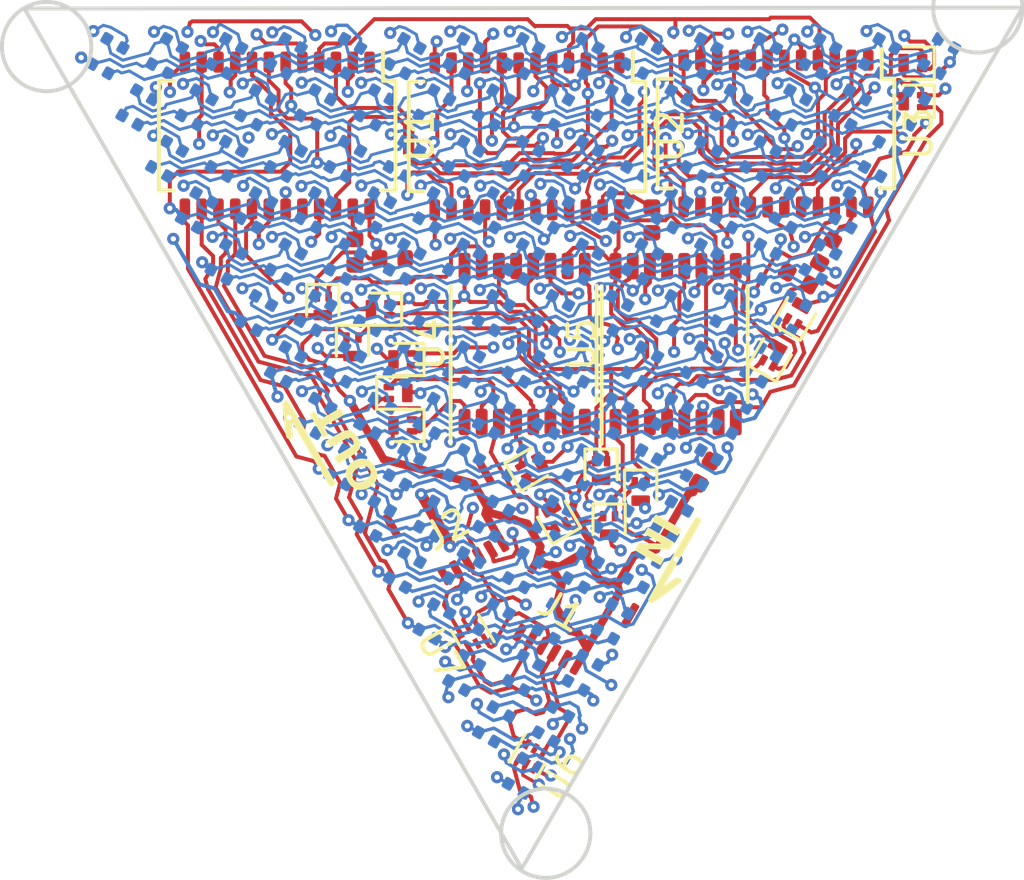
<source format=kicad_pcb>
(kicad_pcb (version 20171130) (host pcbnew "(5.1.12)-1")
  (layers (0 F.Cu signal) (31 B.Cu signal) (34 B.Paste user hide) (35 F.Paste user hide) (36 B.SilkS user hide) (37 F.SilkS user hide) (38 B.Mask user hide) (39 F.Mask user hide) (44 Edge.Cuts user))
  (net 0 "")
  (net 1 vcc)
  (net 2 gnd)
  (net 3 row_0)
  (net 4 row_1)
  (net 5 row_2)
  (net 6 srow_0)
  (net 7 srow_1)
  (net 8 srow_2)
  (net 9 row_3)
  (net 10 row_4)
  (net 11 row_5)
  (net 12 row_6)
  (net 13 row_7)
  (net 14 srow_3)
  (net 15 srow_4)
  (net 16 srow_5)
  (net 17 srow_6)
  (net 18 srow_7)
  (net 19 colr_0)
  (net 20 colb_0)
  (net 21 colg_0)
  (net 22 colg_1)
  (net 23 colb_1)
  (net 24 colr_1)
  (net 25 colr_2)
  (net 26 colb_2)
  (net 27 colg_2)
  (net 28 colg_3)
  (net 29 colb_3)
  (net 30 colr_3)
  (net 31 colr_4)
  (net 32 colb_4)
  (net 33 colg_4)
  (net 34 colg_5)
  (net 35 colb_5)
  (net 36 colr_5)
  (net 37 colr_6)
  (net 38 colb_6)
  (net 39 colg_6)
  (net 40 colg_7)
  (net 41 colb_7)
  (net 42 colr_7)
  (net 43 colr_8)
  (net 44 colb_8)
  (net 45 colg_8)
  (net 46 colg_9)
  (net 47 colb_9)
  (net 48 colr_9)
  (net 49 colr_10)
  (net 50 colb_10)
  (net 51 colg_10)
  (net 52 colr_11)
  (net 53 colb_11)
  (net 54 colg_11)
  (net 55 colr_12)
  (net 56 colb_12)
  (net 57 colg_12)
  (net 58 colg_13)
  (net 59 colb_13)
  (net 60 colr_13)
  (net 61 colg_14)
  (net 62 colb_14)
  (net 63 colr_14)
  (net 64 blank)
  (net 65 latch)
  (net 66 sclk)
  (net 67 dat)
  (net 68 sdo_U3)
  (net 69 sdo_U1>sdi_U2)
  (net 70 sdo_U2>sdi_U3)
  (net 71 dat_out)
  (net 72 row_8)
  (net 73 row_9)
  (net 74 row_10)
  (net 75 row_11)
  (net 76 row_12)
  (net 77 row_13)
  (net 78 row_14)
  (net 79 srow_8)
  (net 80 srow_9)
  (net 81 srow_10)
  (net 82 srow_11)
  (net 83 srow_12)
  (net 84 srow_13)
  (net 85 srow_14)
  (net 86 U1_r_ext)
  (net 87 U2_r_ext)
  (net 88 U3_r_ext)
  (net 89 sdo_U4>sdi_U5)
  (net 90 dat_i)
  (net 91 blank_i)
  (net 92 latch_i)
  (net 93 sclk_i)
  (module Led_Panel:5034800600 (layer F.Cu) (at 117.3 135.900001 210)
    (fp_text reference J2 (at 0.3 1.5 210) (layer F.SilkS))
    (fp_text value output)
    (pad 1 smd roundrect (at -1.25 0 210) (size 0.3 0.7) (layers F.Cu F.Paste F.Mask) (net 1 vcc))
    (pad 2 smd roundrect (at -0.75 0 210) (size 0.3 0.7) (layers F.Cu F.Paste F.Mask) (net 71 dat_out))
    (pad 3 smd roundrect (at -0.25 0 210) (size 0.3 0.7) (layers F.Cu F.Paste F.Mask) (net 64 blank))
    (pad 4 smd roundrect (at 0.25 0 210) (size 0.3 0.7) (layers F.Cu F.Paste F.Mask) (net 65 latch))
    (pad 5 smd roundrect (at 0.75 0 210) (size 0.3 0.7) (layers F.Cu F.Paste F.Mask) (net 66 sclk))
    (pad 6 smd roundrect (at 1.25 0 210) (size 0.3 0.7) (layers F.Cu F.Paste F.Mask))
    (pad SH smd roundrect (at -2.04 2.65 210) (size 0.3 1) (layers F.Cu F.Paste F.Mask))
    (pad SH smd roundrect (at 2.04 2.65 210) (size 0.3 1) (layers F.Cu F.Paste F.Mask))
  )
  (module Led_Panel:5034800600 (layer F.Cu) (at 120.130795 139.296542 150)
    (fp_text reference J1 (at 0.3 1.5 150) (layer F.SilkS))
    (fp_text value input)
    (pad 1 smd roundrect (at -1.25 0 150) (size 0.3 0.7) (layers F.Cu F.Paste F.Mask) (net 1 vcc))
    (pad 2 smd roundrect (at -0.75 0 150) (size 0.3 0.7) (layers F.Cu F.Paste F.Mask) (net 90 dat_i))
    (pad 3 smd roundrect (at -0.25 0 150) (size 0.3 0.7) (layers F.Cu F.Paste F.Mask) (net 91 blank_i))
    (pad 4 smd roundrect (at 0.25 0 150) (size 0.3 0.7) (layers F.Cu F.Paste F.Mask) (net 92 latch_i))
    (pad 5 smd roundrect (at 0.75 0 150) (size 0.3 0.7) (layers F.Cu F.Paste F.Mask) (net 93 sclk_i))
    (pad 6 smd roundrect (at 1.25 0 150) (size 0.3 0.7) (layers F.Cu F.Paste F.Mask))
    (pad SH smd roundrect (at 2.04 2.65 150) (size 0.3 1) (layers F.Cu F.Paste F.Mask))
    (pad SH smd roundrect (at -2.04 2.65 150) (size 0.3 1) (layers F.Cu F.Paste F.Mask))
  )
  (module Package_TO_SOT_SMD:SOT-883 (layer F.Cu) (at 133.921916 117.109619 180)
    (fp_text reference Q15 hide)
    (fp_text value LP0404N3T5G hide)
    (pad 1 smd roundrect (at -0.35 -0.225 180) (size 0.4 0.25) (layers F.Cu F.Paste F.Mask) (roundrect_rratio 0.2) (net 85 srow_14))
    (pad 2 smd roundrect (at -0.35 0.225 180) (size 0.4 0.25) (layers F.Cu F.Paste F.Mask) (roundrect_rratio 0.2) (net 1 vcc))
    (pad 3 smd roundrect (at 0.35 0 180) (size 0.4 0.7) (layers F.Cu F.Paste F.Mask) (roundrect_rratio 0.125) (net 78 row_14))
  )
  (module Package_TO_SOT_SMD:SOT-883 (layer F.Cu) (at 128.625112 128.156046 60)
    (fp_text reference Q12 hide)
    (fp_text value LP0404N3T5G hide)
    (pad 1 smd roundrect (at -0.35 -0.225 60) (size 0.4 0.25) (layers F.Cu F.Paste F.Mask) (roundrect_rratio 0.2) (net 82 srow_11))
    (pad 2 smd roundrect (at -0.35 0.225 60) (size 0.4 0.25) (layers F.Cu F.Paste F.Mask) (roundrect_rratio 0.2) (net 1 vcc))
    (pad 3 smd roundrect (at 0.35 0 60) (size 0.4 0.7) (layers F.Cu F.Paste F.Mask) (roundrect_rratio 0.125) (net 75 row_11))
  )
  (module Package_TO_SOT_SMD:SOT-883 (layer F.Cu) (at 123.625436 133.323646 270)
    (fp_text reference Q11 hide)
    (fp_text value LP0404N3T5G hide)
    (pad 1 smd roundrect (at -0.35 -0.225 270) (size 0.4 0.25) (layers F.Cu F.Paste F.Mask) (roundrect_rratio 0.2) (net 81 srow_10))
    (pad 2 smd roundrect (at -0.35 0.225 270) (size 0.4 0.25) (layers F.Cu F.Paste F.Mask) (roundrect_rratio 0.2) (net 1 vcc))
    (pad 3 smd roundrect (at 0.35 0 270) (size 0.4 0.7) (layers F.Cu F.Paste F.Mask) (roundrect_rratio 0.125) (net 74 row_10))
  )
  (module Package_TO_SOT_SMD:SOT-883 (layer F.Cu) (at 122.432686 134.60955 270)
    (fp_text reference Q10 hide)
    (fp_text value LP0404N3T5G hide)
    (pad 1 smd roundrect (at -0.35 -0.225 270) (size 0.4 0.25) (layers F.Cu F.Paste F.Mask) (roundrect_rratio 0.2) (net 80 srow_9))
    (pad 2 smd roundrect (at -0.35 0.225 270) (size 0.4 0.25) (layers F.Cu F.Paste F.Mask) (roundrect_rratio 0.2) (net 1 vcc))
    (pad 3 smd roundrect (at 0.35 0 270) (size 0.4 0.7) (layers F.Cu F.Paste F.Mask) (roundrect_rratio 0.125) (net 73 row_9))
  )
  (module Package_TO_SOT_SMD:SOT-883 (layer F.Cu) (at 122.13 132.53 270)
    (fp_text reference Q9 hide)
    (fp_text value LP0404N3T5G hide)
    (pad 1 smd roundrect (at -0.35 -0.225 270) (size 0.4 0.25) (layers F.Cu F.Paste F.Mask) (roundrect_rratio 0.2) (net 79 srow_8))
    (pad 2 smd roundrect (at -0.35 0.225 270) (size 0.4 0.25) (layers F.Cu F.Paste F.Mask) (roundrect_rratio 0.2) (net 1 vcc))
    (pad 3 smd roundrect (at 0.35 0 270) (size 0.4 0.7) (layers F.Cu F.Paste F.Mask) (roundrect_rratio 0.125) (net 72 row_8))
  )
  (module Package_TO_SOT_SMD:SOT-883 (layer F.Cu) (at 113.775 126.425 180)
    (fp_text reference Q8 hide)
    (fp_text value LP0404N3T5G hide)
    (pad 1 smd roundrect (at -0.35 -0.225 180) (size 0.4 0.25) (layers F.Cu F.Paste F.Mask) (roundrect_rratio 0.2) (net 18 srow_7))
    (pad 2 smd roundrect (at -0.35 0.225 180) (size 0.4 0.25) (layers F.Cu F.Paste F.Mask) (roundrect_rratio 0.2) (net 1 vcc))
    (pad 3 smd roundrect (at 0.35 0 180) (size 0.4 0.7) (layers F.Cu F.Paste F.Mask) (roundrect_rratio 0.125) (net 13 row_7))
  )
  (module Package_TO_SOT_SMD:SOT-883 (layer F.Cu) (at 112.725 127.85 270)
    (fp_text reference Q7 hide)
    (fp_text value LP0404N3T5G hide)
    (pad 1 smd roundrect (at -0.35 -0.225 270) (size 0.4 0.25) (layers F.Cu F.Paste F.Mask) (roundrect_rratio 0.2) (net 17 srow_6))
    (pad 2 smd roundrect (at -0.35 0.225 270) (size 0.4 0.25) (layers F.Cu F.Paste F.Mask) (roundrect_rratio 0.2) (net 1 vcc))
    (pad 3 smd roundrect (at 0.35 0 270) (size 0.4 0.7) (layers F.Cu F.Paste F.Mask) (roundrect_rratio 0.125) (net 12 row_6))
  )
  (module Package_TO_SOT_SMD:SOT-883 (layer F.Cu) (at 114.625 128.325 180)
    (fp_text reference Q6 hide)
    (fp_text value LP0404N3T5G hide)
    (pad 1 smd roundrect (at -0.35 -0.225 180) (size 0.4 0.25) (layers F.Cu F.Paste F.Mask) (roundrect_rratio 0.2) (net 16 srow_5))
    (pad 2 smd roundrect (at -0.35 0.225 180) (size 0.4 0.25) (layers F.Cu F.Paste F.Mask) (roundrect_rratio 0.2) (net 1 vcc))
    (pad 3 smd roundrect (at 0.35 0 180) (size 0.4 0.7) (layers F.Cu F.Paste F.Mask) (roundrect_rratio 0.125) (net 11 row_5))
  )
  (module Package_TO_SOT_SMD:SOT-883 (layer F.Cu) (at 119.5 132.375 30)
    (fp_text reference Q5 hide)
    (fp_text value LP0404N3T5G hide)
    (pad 1 smd roundrect (at -0.35 -0.225 30) (size 0.4 0.25) (layers F.Cu F.Paste F.Mask) (roundrect_rratio 0.2) (net 15 srow_4))
    (pad 2 smd roundrect (at -0.35 0.225 30) (size 0.4 0.25) (layers F.Cu F.Paste F.Mask) (roundrect_rratio 0.2) (net 1 vcc))
    (pad 3 smd roundrect (at 0.35 0 30) (size 0.4 0.7) (layers F.Cu F.Paste F.Mask) (roundrect_rratio 0.125) (net 10 row_4))
  )
  (module Package_TO_SOT_SMD:SOT-883 (layer F.Cu) (at 114.45 129.599999)
    (fp_text reference Q3 hide)
    (fp_text value LP0404N3T5G hide)
    (pad 1 smd roundrect (at -0.35 -0.225) (size 0.4 0.25) (layers F.Cu F.Paste F.Mask) (roundrect_rratio 0.2) (net 8 srow_2))
    (pad 2 smd roundrect (at -0.35 0.225) (size 0.4 0.25) (layers F.Cu F.Paste F.Mask) (roundrect_rratio 0.2) (net 1 vcc))
    (pad 3 smd roundrect (at 0.35 0) (size 0.4 0.7) (layers F.Cu F.Paste F.Mask) (roundrect_rratio 0.125) (net 5 row_2))
  )
  (module Package_TO_SOT_SMD:SOT-883 (layer F.Cu) (at 114.625 130.825 180)
    (fp_text reference Q2 hide)
    (fp_text value LP0404N3T5G hide)
    (pad 1 smd roundrect (at -0.35 -0.225 180) (size 0.4 0.25) (layers F.Cu F.Paste F.Mask) (roundrect_rratio 0.2) (net 7 srow_1))
    (pad 2 smd roundrect (at -0.35 0.225 180) (size 0.4 0.25) (layers F.Cu F.Paste F.Mask) (roundrect_rratio 0.2) (net 1 vcc))
    (pad 3 smd roundrect (at 0.35 0 180) (size 0.4 0.7) (layers F.Cu F.Paste F.Mask) (roundrect_rratio 0.125) (net 4 row_1))
  )
  (module Resistor_SMD:R_0402_1005Metric (layer F.Cu) (at 124.05 123.05 270)
    (fp_text reference R2 hide)
    (fp_text value 7.5k hide)
    (pad 1 smd roundrect (at -0.485 0 270) (size 0.59 0.64) (layers F.Cu F.Paste F.Mask) (net 87 U2_r_ext))
    (pad 2 smd roundrect (at 0.485 0 270) (size 0.59 0.64) (layers F.Cu F.Paste F.Mask))
  )
  (module Resistor_SMD:R_0402_1005Metric (layer F.Cu) (at 112.816343 124.265544 270)
    (fp_text reference R1 hide)
    (fp_text value 2.2k hide)
    (pad 1 smd roundrect (at -0.485 0 270) (size 0.59 0.64) (layers F.Cu F.Paste F.Mask) (net 86 U1_r_ext))
    (pad 2 smd roundrect (at 0.485 0 270) (size 0.59 0.64) (layers F.Cu F.Paste F.Mask))
  )
  (module Capacitor_SMD:C_0402_1005Metric (layer F.Cu) (at 126.05732 132.591499 60)
    (fp_text reference C3 hide)
    (fp_text value 470nF hide)
    (pad 1 smd roundrect (at -0.485 0 60) (size 0.59 0.64) (layers F.Cu F.Paste F.Mask) (net 1 vcc))
    (pad 2 smd roundrect (at 0.485 0 60) (size 0.59 0.64) (layers F.Cu F.Paste F.Mask))
  )
  (module Capacitor_SMD:C_0402_1005Metric (layer F.Cu) (at 114.235477 124.507532)
    (fp_text reference C2 hide)
    (fp_text value 470nF hide)
    (pad 1 smd roundrect (at -0.485 0) (size 0.59 0.64) (layers F.Cu F.Paste F.Mask) (net 1 vcc))
    (pad 2 smd roundrect (at 0.485 0) (size 0.59 0.64) (layers F.Cu F.Paste F.Mask))
  )
  (module Led_Panel:TSSOP-16_slim (layer F.Cu) (at 119.238328 127.742339 90)
    (fp_text reference U4 (at 0 -3.55 90) (layer F.SilkS))
    (fp_text value 74HC595)
    (pad 1 smd roundrect (at -2.95 -2.275 90) (size 1 0.45) (layers F.Cu F.Paste F.Mask) (net 7 srow_1))
    (pad 2 smd roundrect (at -2.95 -1.625 90) (size 1 0.45) (layers F.Cu F.Paste F.Mask) (net 8 srow_2))
    (pad 3 smd roundrect (at -2.95 -0.975 90) (size 1 0.45) (layers F.Cu F.Paste F.Mask) (net 14 srow_3))
    (pad 4 smd roundrect (at -2.95 -0.325 90) (size 1 0.45) (layers F.Cu F.Paste F.Mask) (net 15 srow_4))
    (pad 5 smd roundrect (at -2.95 0.325 90) (size 1 0.45) (layers F.Cu F.Paste F.Mask) (net 16 srow_5))
    (pad 6 smd roundrect (at -2.95 0.975 90) (size 1 0.45) (layers F.Cu F.Paste F.Mask) (net 17 srow_6))
    (pad 7 smd roundrect (at -2.95 1.625 90) (size 1 0.45) (layers F.Cu F.Paste F.Mask) (net 18 srow_7))
    (pad 8 smd roundrect (at -2.95 2.275 90) (size 1 0.45) (layers F.Cu F.Paste F.Mask))
    (pad 9 smd roundrect (at 2.95 2.275 90) (size 1 0.45) (layers F.Cu F.Paste F.Mask) (net 89 sdo_U4>sdi_U5))
    (pad 10 smd roundrect (at 2.95 1.625 90) (size 1 0.45) (layers F.Cu F.Paste F.Mask) (net 1 vcc))
    (pad 11 smd roundrect (at 2.95 0.975 90) (size 1 0.45) (layers F.Cu F.Paste F.Mask) (net 66 sclk))
    (pad 12 smd roundrect (at 2.95 0.325 90) (size 1 0.45) (layers F.Cu F.Paste F.Mask) (net 65 latch))
    (pad 13 smd roundrect (at 2.95 -0.325 90) (size 1 0.45) (layers F.Cu F.Paste F.Mask))
    (pad 14 smd roundrect (at 2.95 -0.975 90) (size 1 0.45) (layers F.Cu F.Paste F.Mask) (net 68 sdo_U3))
    (pad 15 smd roundrect (at 2.95 -1.625 90) (size 1 0.45) (layers F.Cu F.Paste F.Mask) (net 6 srow_0))
    (pad 16 smd roundrect (at 2.95 -2.275 90) (size 1 0.45) (layers F.Cu F.Paste F.Mask) (net 1 vcc))
  )
  (module Led_Panel:SSOP-24_slim (layer F.Cu) (at 128.743935 119.778143 270)
    (fp_text reference U3 (at 0 -5.4 270) (layer F.SilkS))
    (fp_text value TLC59025)
    (pad 1 smd roundrect (at -2.78 -3.4925 270) (size 0.8 0.4) (layers F.Cu F.Paste F.Mask))
    (pad 2 smd roundrect (at -2.78 -2.8575 270) (size 0.8 0.4) (layers F.Cu F.Paste F.Mask) (net 70 sdo_U2>sdi_U3))
    (pad 3 smd roundrect (at -2.78 -2.2225 270) (size 0.8 0.4) (layers F.Cu F.Paste F.Mask) (net 66 sclk))
    (pad 4 smd roundrect (at -2.78 -1.5875 270) (size 0.8 0.4) (layers F.Cu F.Paste F.Mask) (net 65 latch))
    (pad 5 smd roundrect (at -2.78 -0.9525 270) (size 0.8 0.4) (layers F.Cu F.Paste F.Mask) (net 20 colb_0))
    (pad 6 smd roundrect (at -2.78 -0.3175 270) (size 0.8 0.4) (layers F.Cu F.Paste F.Mask) (net 23 colb_1))
    (pad 7 smd roundrect (at -2.78 0.3175 270) (size 0.8 0.4) (layers F.Cu F.Paste F.Mask) (net 26 colb_2))
    (pad 8 smd roundrect (at -2.78 0.9525 270) (size 0.8 0.4) (layers F.Cu F.Paste F.Mask) (net 29 colb_3))
    (pad 9 smd roundrect (at -2.78 1.5875 270) (size 0.8 0.4) (layers F.Cu F.Paste F.Mask) (net 32 colb_4))
    (pad 10 smd roundrect (at -2.78 2.2225 270) (size 0.8 0.4) (layers F.Cu F.Paste F.Mask) (net 35 colb_5))
    (pad 11 smd roundrect (at -2.78 2.8575 270) (size 0.8 0.4) (layers F.Cu F.Paste F.Mask) (net 38 colb_6))
    (pad 12 smd roundrect (at -2.78 3.4925 270) (size 0.8 0.4) (layers F.Cu F.Paste F.Mask) (net 41 colb_7))
    (pad 13 smd roundrect (at 2.78 3.4925 270) (size 0.8 0.4) (layers F.Cu F.Paste F.Mask) (net 44 colb_8))
    (pad 14 smd roundrect (at 2.78 2.8575 270) (size 0.8 0.4) (layers F.Cu F.Paste F.Mask) (net 47 colb_9))
    (pad 15 smd roundrect (at 2.78 2.2225 270) (size 0.8 0.4) (layers F.Cu F.Paste F.Mask) (net 50 colb_10))
    (pad 16 smd roundrect (at 2.78 1.5875 270) (size 0.8 0.4) (layers F.Cu F.Paste F.Mask) (net 53 colb_11))
    (pad 17 smd roundrect (at 2.78 0.9525 270) (size 0.8 0.4) (layers F.Cu F.Paste F.Mask) (net 56 colb_12))
    (pad 18 smd roundrect (at 2.78 0.3175 270) (size 0.8 0.4) (layers F.Cu F.Paste F.Mask) (net 59 colb_13))
    (pad 19 smd roundrect (at 2.78 -0.3175 270) (size 0.8 0.4) (layers F.Cu F.Paste F.Mask) (net 62 colb_14))
    (pad 20 smd roundrect (at 2.78 -0.9525 270) (size 0.8 0.4) (layers F.Cu F.Paste F.Mask))
    (pad 21 smd roundrect (at 2.78 -1.5875 270) (size 0.8 0.4) (layers F.Cu F.Paste F.Mask) (net 64 blank))
    (pad 22 smd roundrect (at 2.78 -2.2225 270) (size 0.8 0.4) (layers F.Cu F.Paste F.Mask) (net 68 sdo_U3))
    (pad 23 smd roundrect (at 2.78 -2.8575 270) (size 0.8 0.4) (layers F.Cu F.Paste F.Mask) (net 88 U3_r_ext))
    (pad 24 smd roundrect (at 2.78 -3.4925 270) (size 0.8 0.4) (layers F.Cu F.Paste F.Mask) (net 1 vcc))
  )
  (module Led_Panel:SSOP-24_slim (layer F.Cu) (at 119.329131 119.885064 270)
    (fp_text reference U2 (at 0 -5.4 270) (layer F.SilkS))
    (fp_text value TLC59025)
    (pad 1 smd roundrect (at -2.78 -3.4925 270) (size 0.8 0.4) (layers F.Cu F.Paste F.Mask))
    (pad 2 smd roundrect (at -2.78 -2.8575 270) (size 0.8 0.4) (layers F.Cu F.Paste F.Mask) (net 69 sdo_U1>sdi_U2))
    (pad 3 smd roundrect (at -2.78 -2.2225 270) (size 0.8 0.4) (layers F.Cu F.Paste F.Mask) (net 66 sclk))
    (pad 4 smd roundrect (at -2.78 -1.5875 270) (size 0.8 0.4) (layers F.Cu F.Paste F.Mask) (net 65 latch))
    (pad 5 smd roundrect (at -2.78 -0.9525 270) (size 0.8 0.4) (layers F.Cu F.Paste F.Mask) (net 21 colg_0))
    (pad 6 smd roundrect (at -2.78 -0.3175 270) (size 0.8 0.4) (layers F.Cu F.Paste F.Mask) (net 22 colg_1))
    (pad 7 smd roundrect (at -2.78 0.3175 270) (size 0.8 0.4) (layers F.Cu F.Paste F.Mask) (net 27 colg_2))
    (pad 8 smd roundrect (at -2.78 0.9525 270) (size 0.8 0.4) (layers F.Cu F.Paste F.Mask) (net 28 colg_3))
    (pad 9 smd roundrect (at -2.78 1.5875 270) (size 0.8 0.4) (layers F.Cu F.Paste F.Mask) (net 33 colg_4))
    (pad 10 smd roundrect (at -2.78 2.2225 270) (size 0.8 0.4) (layers F.Cu F.Paste F.Mask) (net 34 colg_5))
    (pad 11 smd roundrect (at -2.78 2.8575 270) (size 0.8 0.4) (layers F.Cu F.Paste F.Mask) (net 39 colg_6))
    (pad 12 smd roundrect (at -2.78 3.4925 270) (size 0.8 0.4) (layers F.Cu F.Paste F.Mask) (net 40 colg_7))
    (pad 13 smd roundrect (at 2.78 3.4925 270) (size 0.8 0.4) (layers F.Cu F.Paste F.Mask) (net 45 colg_8))
    (pad 14 smd roundrect (at 2.78 2.8575 270) (size 0.8 0.4) (layers F.Cu F.Paste F.Mask) (net 46 colg_9))
    (pad 15 smd roundrect (at 2.78 2.2225 270) (size 0.8 0.4) (layers F.Cu F.Paste F.Mask) (net 51 colg_10))
    (pad 16 smd roundrect (at 2.78 1.5875 270) (size 0.8 0.4) (layers F.Cu F.Paste F.Mask) (net 54 colg_11))
    (pad 17 smd roundrect (at 2.78 0.9525 270) (size 0.8 0.4) (layers F.Cu F.Paste F.Mask) (net 57 colg_12))
    (pad 18 smd roundrect (at 2.78 0.3175 270) (size 0.8 0.4) (layers F.Cu F.Paste F.Mask) (net 58 colg_13))
    (pad 19 smd roundrect (at 2.78 -0.3175 270) (size 0.8 0.4) (layers F.Cu F.Paste F.Mask) (net 61 colg_14))
    (pad 20 smd roundrect (at 2.78 -0.9525 270) (size 0.8 0.4) (layers F.Cu F.Paste F.Mask))
    (pad 21 smd roundrect (at 2.78 -1.5875 270) (size 0.8 0.4) (layers F.Cu F.Paste F.Mask) (net 64 blank))
    (pad 22 smd roundrect (at 2.78 -2.2225 270) (size 0.8 0.4) (layers F.Cu F.Paste F.Mask) (net 70 sdo_U2>sdi_U3))
    (pad 23 smd roundrect (at 2.78 -2.8575 270) (size 0.8 0.4) (layers F.Cu F.Paste F.Mask) (net 87 U2_r_ext))
    (pad 24 smd roundrect (at 2.78 -3.4925 270) (size 0.8 0.4) (layers F.Cu F.Paste F.Mask) (net 1 vcc))
  )
  (module Led_Panel:SSOP-24_slim (layer F.Cu) (at 109.877722 119.855385 270)
    (fp_text reference U1 (at 0 -5.4 270) (layer F.SilkS))
    (fp_text value TLC59025)
    (pad 1 smd roundrect (at -2.78 -3.4925 270) (size 0.8 0.4) (layers F.Cu F.Paste F.Mask))
    (pad 2 smd roundrect (at -2.78 -2.8575 270) (size 0.8 0.4) (layers F.Cu F.Paste F.Mask) (net 67 dat))
    (pad 3 smd roundrect (at -2.78 -2.2225 270) (size 0.8 0.4) (layers F.Cu F.Paste F.Mask) (net 66 sclk))
    (pad 4 smd roundrect (at -2.78 -1.5875 270) (size 0.8 0.4) (layers F.Cu F.Paste F.Mask) (net 65 latch))
    (pad 5 smd roundrect (at -2.78 -0.9525 270) (size 0.8 0.4) (layers F.Cu F.Paste F.Mask) (net 19 colr_0))
    (pad 6 smd roundrect (at -2.78 -0.3175 270) (size 0.8 0.4) (layers F.Cu F.Paste F.Mask) (net 24 colr_1))
    (pad 7 smd roundrect (at -2.78 0.3175 270) (size 0.8 0.4) (layers F.Cu F.Paste F.Mask) (net 25 colr_2))
    (pad 8 smd roundrect (at -2.78 0.9525 270) (size 0.8 0.4) (layers F.Cu F.Paste F.Mask) (net 30 colr_3))
    (pad 9 smd roundrect (at -2.78 1.5875 270) (size 0.8 0.4) (layers F.Cu F.Paste F.Mask) (net 31 colr_4))
    (pad 10 smd roundrect (at -2.78 2.2225 270) (size 0.8 0.4) (layers F.Cu F.Paste F.Mask) (net 36 colr_5))
    (pad 11 smd roundrect (at -2.78 2.8575 270) (size 0.8 0.4) (layers F.Cu F.Paste F.Mask) (net 37 colr_6))
    (pad 12 smd roundrect (at -2.78 3.4925 270) (size 0.8 0.4) (layers F.Cu F.Paste F.Mask) (net 42 colr_7))
    (pad 13 smd roundrect (at 2.78 3.4925 270) (size 0.8 0.4) (layers F.Cu F.Paste F.Mask) (net 43 colr_8))
    (pad 14 smd roundrect (at 2.78 2.8575 270) (size 0.8 0.4) (layers F.Cu F.Paste F.Mask) (net 48 colr_9))
    (pad 15 smd roundrect (at 2.78 2.2225 270) (size 0.8 0.4) (layers F.Cu F.Paste F.Mask) (net 49 colr_10))
    (pad 16 smd roundrect (at 2.78 1.5875 270) (size 0.8 0.4) (layers F.Cu F.Paste F.Mask) (net 52 colr_11))
    (pad 17 smd roundrect (at 2.78 0.9525 270) (size 0.8 0.4) (layers F.Cu F.Paste F.Mask) (net 55 colr_12))
    (pad 18 smd roundrect (at 2.78 0.3175 270) (size 0.8 0.4) (layers F.Cu F.Paste F.Mask) (net 60 colr_13))
    (pad 19 smd roundrect (at 2.78 -0.3175 270) (size 0.8 0.4) (layers F.Cu F.Paste F.Mask) (net 63 colr_14))
    (pad 20 smd roundrect (at 2.78 -0.9525 270) (size 0.8 0.4) (layers F.Cu F.Paste F.Mask))
    (pad 21 smd roundrect (at 2.78 -1.5875 270) (size 0.8 0.4) (layers F.Cu F.Paste F.Mask) (net 64 blank))
    (pad 22 smd roundrect (at 2.78 -2.2225 270) (size 0.8 0.4) (layers F.Cu F.Paste F.Mask) (net 69 sdo_U1>sdi_U2))
    (pad 23 smd roundrect (at 2.78 -2.8575 270) (size 0.8 0.4) (layers F.Cu F.Paste F.Mask) (net 86 U1_r_ext))
    (pad 24 smd roundrect (at 2.78 -3.4925 270) (size 0.8 0.4) (layers F.Cu F.Paste F.Mask) (net 1 vcc))
  )
  (module Package_TO_SOT_SMD:SOT-883 (layer F.Cu) (at 129.544641 126.591283 60)
    (fp_text reference Q13 hide)
    (fp_text value LP0404N3T5G hide)
    (pad 1 smd roundrect (at -0.35 -0.225 60) (size 0.4 0.25) (layers F.Cu F.Paste F.Mask) (roundrect_rratio 0.2) (net 83 srow_12))
    (pad 2 smd roundrect (at -0.35 0.225 60) (size 0.4 0.25) (layers F.Cu F.Paste F.Mask) (roundrect_rratio 0.2) (net 1 vcc))
    (pad 3 smd roundrect (at 0.35 0 60) (size 0.4 0.7) (layers F.Cu F.Paste F.Mask) (roundrect_rratio 0.125) (net 76 row_12))
  )
  (module Led_Panel:TSSOP-16_slim (layer F.Cu) (at 124.950154 127.749167 90)
    (fp_text reference U5 (at 0 -3.55 90) (layer F.SilkS))
    (fp_text value 74HC595)
    (pad 1 smd roundrect (at -2.95 -2.275 90) (size 1 0.45) (layers F.Cu F.Paste F.Mask) (net 80 srow_9))
    (pad 2 smd roundrect (at -2.95 -1.625 90) (size 1 0.45) (layers F.Cu F.Paste F.Mask) (net 81 srow_10))
    (pad 3 smd roundrect (at -2.95 -0.975 90) (size 1 0.45) (layers F.Cu F.Paste F.Mask) (net 82 srow_11))
    (pad 4 smd roundrect (at -2.95 -0.325 90) (size 1 0.45) (layers F.Cu F.Paste F.Mask) (net 83 srow_12))
    (pad 5 smd roundrect (at -2.95 0.325 90) (size 1 0.45) (layers F.Cu F.Paste F.Mask) (net 84 srow_13))
    (pad 6 smd roundrect (at -2.95 0.975 90) (size 1 0.45) (layers F.Cu F.Paste F.Mask) (net 85 srow_14))
    (pad 7 smd roundrect (at -2.95 1.625 90) (size 1 0.45) (layers F.Cu F.Paste F.Mask))
    (pad 8 smd roundrect (at -2.95 2.275 90) (size 1 0.45) (layers F.Cu F.Paste F.Mask))
    (pad 9 smd roundrect (at 2.95 2.275 90) (size 1 0.45) (layers F.Cu F.Paste F.Mask) (net 71 dat_out))
    (pad 10 smd roundrect (at 2.95 1.625 90) (size 1 0.45) (layers F.Cu F.Paste F.Mask) (net 1 vcc))
    (pad 11 smd roundrect (at 2.95 0.975 90) (size 1 0.45) (layers F.Cu F.Paste F.Mask) (net 66 sclk))
    (pad 12 smd roundrect (at 2.95 0.325 90) (size 1 0.45) (layers F.Cu F.Paste F.Mask) (net 65 latch))
    (pad 13 smd roundrect (at 2.95 -0.325 90) (size 1 0.45) (layers F.Cu F.Paste F.Mask))
    (pad 14 smd roundrect (at 2.95 -0.975 90) (size 1 0.45) (layers F.Cu F.Paste F.Mask) (net 89 sdo_U4>sdi_U5))
    (pad 15 smd roundrect (at 2.95 -1.625 90) (size 1 0.45) (layers F.Cu F.Paste F.Mask) (net 79 srow_8))
    (pad 16 smd roundrect (at 2.95 -2.275 90) (size 1 0.45) (layers F.Cu F.Paste F.Mask) (net 1 vcc))
  )
  (module in_out (layer F.Cu) (at 117.98 133.69)
    (fp_text reference G*** hide)
    (fp_text value LOGO hide)
  )
  (module Led_Panel:UDFN-6_1x1mm_P0.35mm (layer F.Cu) (at 119.466532 143.34708 240)
    (fp_text reference U6 (at 0 -1.4 240) (layer F.SilkS))
    (fp_text value NC7WZ17)
    (pad 1 smd rect (at -0.305 -0.35 240) (size 0.45 0.19) (layers F.Cu F.Paste F.Mask) (net 90 dat_i))
    (pad 2 smd rect (at -0.33 0 240) (size 0.4 0.19) (layers F.Cu F.Paste F.Mask))
    (pad 3 smd rect (at -0.33 0.35 240) (size 0.4 0.19) (layers F.Cu F.Paste F.Mask) (net 91 blank_i))
    (pad 4 smd rect (at 0.33 0.35 240) (size 0.4 0.19) (layers F.Cu F.Paste F.Mask) (net 64 blank))
    (pad 5 smd rect (at 0.33 0 240) (size 0.4 0.19) (layers F.Cu F.Paste F.Mask) (net 1 vcc))
    (pad 6 smd rect (at 0.33 -0.35 240) (size 0.4 0.19) (layers F.Cu F.Paste F.Mask) (net 67 dat))
  )
  (module Led_Panel:UDFN-6_1x1mm_P0.35mm (layer F.Cu) (at 117.267995 138.794946 120)
    (fp_text reference U7 (at 0 -1.4 120) (layer F.SilkS))
    (fp_text value NC7WZ17)
    (pad 1 smd rect (at -0.305 -0.35 120) (size 0.45 0.19) (layers F.Cu F.Paste F.Mask) (net 93 sclk_i))
    (pad 2 smd rect (at -0.33 0 120) (size 0.4 0.19) (layers F.Cu F.Paste F.Mask))
    (pad 3 smd rect (at -0.33 0.35 120) (size 0.4 0.19) (layers F.Cu F.Paste F.Mask) (net 92 latch_i))
    (pad 4 smd rect (at 0.33 0.35 120) (size 0.4 0.19) (layers F.Cu F.Paste F.Mask) (net 65 latch))
    (pad 5 smd rect (at 0.33 0 120) (size 0.4 0.19) (layers F.Cu F.Paste F.Mask) (net 1 vcc))
    (pad 6 smd rect (at 0.33 -0.35 120) (size 0.4 0.19) (layers F.Cu F.Paste F.Mask) (net 66 sclk))
  )
  (module Resistor_SMD:R_0402_1005Metric (layer F.Cu) (at 130.637285 124.248768 240)
    (fp_text reference R3 hide)
    (fp_text value 4.12k hide)
    (pad 1 smd roundrect (at -0.485 0 240) (size 0.59 0.64) (layers F.Cu F.Paste F.Mask) (net 88 U3_r_ext))
    (pad 2 smd roundrect (at 0.485 0 240) (size 0.59 0.64) (layers F.Cu F.Paste F.Mask))
  )
  (module Capacitor_SMD:C_0402_1005Metric (layer F.Cu) (at 129.590875 125.261203 150)
    (fp_text reference C1 hide)
    (fp_text value 470nF hide)
    (pad 1 smd roundrect (at -0.485 0 150) (size 0.59 0.64) (layers F.Cu F.Paste F.Mask) (net 1 vcc))
    (pad 2 smd roundrect (at 0.485 0 150) (size 0.59 0.64) (layers F.Cu F.Paste F.Mask))
  )
  (module Package_TO_SOT_SMD:SOT-883 (layer F.Cu) (at 133.924785 118.554651 180)
    (fp_text reference Q14 hide)
    (fp_text value LP0404N3T5G hide)
    (pad 1 smd roundrect (at -0.35 -0.225 180) (size 0.4 0.25) (layers F.Cu F.Paste F.Mask) (roundrect_rratio 0.2) (net 84 srow_13))
    (pad 2 smd roundrect (at -0.35 0.225 180) (size 0.4 0.25) (layers F.Cu F.Paste F.Mask) (roundrect_rratio 0.2) (net 1 vcc))
    (pad 3 smd roundrect (at 0.35 0 180) (size 0.4 0.7) (layers F.Cu F.Paste F.Mask) (roundrect_rratio 0.125) (net 77 row_13))
  )
  (module Package_TO_SOT_SMD:SOT-883 (layer F.Cu) (at 120.425 134.3 120)
    (fp_text reference Q4 hide)
    (fp_text value LP0404N3T5G hide)
    (pad 1 smd roundrect (at -0.35 -0.225 120) (size 0.4 0.25) (layers F.Cu F.Paste F.Mask) (roundrect_rratio 0.2) (net 14 srow_3))
    (pad 2 smd roundrect (at -0.35 0.225 120) (size 0.4 0.25) (layers F.Cu F.Paste F.Mask) (roundrect_rratio 0.2) (net 1 vcc))
    (pad 3 smd roundrect (at 0.35 0 120) (size 0.4 0.7) (layers F.Cu F.Paste F.Mask) (roundrect_rratio 0.125) (net 9 row_3))
  )
  (module Package_TO_SOT_SMD:SOT-883 (layer F.Cu) (at 111.6 126.3 270)
    (fp_text reference Q1 hide)
    (fp_text value LP0404N3T5G hide)
    (pad 1 smd roundrect (at -0.35 -0.225 270) (size 0.4 0.25) (layers F.Cu F.Paste F.Mask) (roundrect_rratio 0.2) (net 6 srow_0))
    (pad 2 smd roundrect (at -0.35 0.225 270) (size 0.4 0.25) (layers F.Cu F.Paste F.Mask) (roundrect_rratio 0.2) (net 1 vcc))
    (pad 3 smd roundrect (at 0.35 0 270) (size 0.4 0.7) (layers F.Cu F.Paste F.Mask) (roundrect_rratio 0.125) (net 3 row_0))
  )
  (module Led_Panel:LED_1515_RBGA_slim (layer B.Cu) (at 106.834154 118.791 240)
    (fp_text reference D18 hide)
    (fp_text value LED_ARGB hide)
    (pad 1 smd roundrect (at -0.55125 -0.34875 60) (size 0.443 0.406) (layers B.Cu B.Paste B.Mask) (roundrect_rratio 0.197) (net 4 row_1))
    (pad 2 smd roundrect (at -0.55125 0.34875 60) (size 0.443 0.406) (layers B.Cu B.Paste B.Mask) (roundrect_rratio 0.197) (net 23 colb_1))
    (pad 3 smd roundrect (at 0.55125 -0.34875 60) (size 0.443 0.406) (layers B.Cu B.Paste B.Mask) (roundrect_rratio 0.197) (net 22 colg_1))
    (pad 4 smd roundrect (at 0.55125 0.34875 60) (size 0.443 0.406) (layers B.Cu B.Paste B.Mask) (roundrect_rratio 0.197) (net 24 colr_1))
  )
  (module Led_Panel:LED_1515_RBGA_slim (layer B.Cu) (at 127.057579 130.467 240)
    (fp_text reference D120 hide)
    (fp_text value LED_ARGB hide)
    (pad 1 smd roundrect (at -0.55125 -0.34875 60) (size 0.443 0.406) (layers B.Cu B.Paste B.Mask) (roundrect_rratio 0.197) (net 13 row_7))
    (pad 2 smd roundrect (at -0.55125 0.34875 60) (size 0.443 0.406) (layers B.Cu B.Paste B.Mask) (roundrect_rratio 0.197) (net 41 colb_7))
    (pad 3 smd roundrect (at 0.55125 -0.34875 60) (size 0.443 0.406) (layers B.Cu B.Paste B.Mask) (roundrect_rratio 0.197) (net 40 colg_7))
    (pad 4 smd roundrect (at 0.55125 0.34875 60) (size 0.443 0.406) (layers B.Cu B.Paste B.Mask) (roundrect_rratio 0.197) (net 42 colr_7))
  )
  (module Led_Panel:LED_1515_RBGA_slim (layer B.Cu) (at 125.933794 128.521453 240)
    (fp_text reference D119 hide)
    (fp_text value LED_ARGB hide)
    (pad 1 smd roundrect (at -0.55125 -0.34875 60) (size 0.443 0.406) (layers B.Cu B.Paste B.Mask) (roundrect_rratio 0.197) (net 13 row_7))
    (pad 2 smd roundrect (at -0.55125 0.34875 60) (size 0.443 0.406) (layers B.Cu B.Paste B.Mask) (roundrect_rratio 0.197) (net 38 colb_6))
    (pad 3 smd roundrect (at 0.55125 -0.34875 60) (size 0.443 0.406) (layers B.Cu B.Paste B.Mask) (roundrect_rratio 0.197) (net 39 colg_6))
    (pad 4 smd roundrect (at 0.55125 0.34875 60) (size 0.443 0.406) (layers B.Cu B.Paste B.Mask) (roundrect_rratio 0.197) (net 37 colr_6))
  )
  (module Led_Panel:LED_1515_RBGA_slim (layer B.Cu) (at 124.810008 126.575907 240)
    (fp_text reference D118 hide)
    (fp_text value LED_ARGB hide)
    (pad 1 smd roundrect (at -0.55125 -0.34875 60) (size 0.443 0.406) (layers B.Cu B.Paste B.Mask) (roundrect_rratio 0.197) (net 13 row_7))
    (pad 2 smd roundrect (at -0.55125 0.34875 60) (size 0.443 0.406) (layers B.Cu B.Paste B.Mask) (roundrect_rratio 0.197) (net 35 colb_5))
    (pad 3 smd roundrect (at 0.55125 -0.34875 60) (size 0.443 0.406) (layers B.Cu B.Paste B.Mask) (roundrect_rratio 0.197) (net 34 colg_5))
    (pad 4 smd roundrect (at 0.55125 0.34875 60) (size 0.443 0.406) (layers B.Cu B.Paste B.Mask) (roundrect_rratio 0.197) (net 36 colr_5))
  )
  (module Led_Panel:LED_1515_RBGA_slim (layer B.Cu) (at 123.686223 124.63036 240)
    (fp_text reference D117 hide)
    (fp_text value LED_ARGB hide)
    (pad 1 smd roundrect (at -0.55125 -0.34875 60) (size 0.443 0.406) (layers B.Cu B.Paste B.Mask) (roundrect_rratio 0.197) (net 13 row_7))
    (pad 2 smd roundrect (at -0.55125 0.34875 60) (size 0.443 0.406) (layers B.Cu B.Paste B.Mask) (roundrect_rratio 0.197) (net 32 colb_4))
    (pad 3 smd roundrect (at 0.55125 -0.34875 60) (size 0.443 0.406) (layers B.Cu B.Paste B.Mask) (roundrect_rratio 0.197) (net 33 colg_4))
    (pad 4 smd roundrect (at 0.55125 0.34875 60) (size 0.443 0.406) (layers B.Cu B.Paste B.Mask) (roundrect_rratio 0.197) (net 31 colr_4))
  )
  (module Led_Panel:LED_1515_RBGA_slim (layer B.Cu) (at 122.562437 122.684814 240)
    (fp_text reference D116 hide)
    (fp_text value LED_ARGB hide)
    (pad 1 smd roundrect (at -0.55125 -0.34875 60) (size 0.443 0.406) (layers B.Cu B.Paste B.Mask) (roundrect_rratio 0.197) (net 13 row_7))
    (pad 2 smd roundrect (at -0.55125 0.34875 60) (size 0.443 0.406) (layers B.Cu B.Paste B.Mask) (roundrect_rratio 0.197) (net 29 colb_3))
    (pad 3 smd roundrect (at 0.55125 -0.34875 60) (size 0.443 0.406) (layers B.Cu B.Paste B.Mask) (roundrect_rratio 0.197) (net 28 colg_3))
    (pad 4 smd roundrect (at 0.55125 0.34875 60) (size 0.443 0.406) (layers B.Cu B.Paste B.Mask) (roundrect_rratio 0.197) (net 30 colr_3))
  )
  (module Led_Panel:LED_1515_RBGA_slim (layer B.Cu) (at 121.438652 120.739267 240)
    (fp_text reference D115 hide)
    (fp_text value LED_ARGB hide)
    (pad 1 smd roundrect (at -0.55125 -0.34875 60) (size 0.443 0.406) (layers B.Cu B.Paste B.Mask) (roundrect_rratio 0.197) (net 13 row_7))
    (pad 2 smd roundrect (at -0.55125 0.34875 60) (size 0.443 0.406) (layers B.Cu B.Paste B.Mask) (roundrect_rratio 0.197) (net 26 colb_2))
    (pad 3 smd roundrect (at 0.55125 -0.34875 60) (size 0.443 0.406) (layers B.Cu B.Paste B.Mask) (roundrect_rratio 0.197) (net 27 colg_2))
    (pad 4 smd roundrect (at 0.55125 0.34875 60) (size 0.443 0.406) (layers B.Cu B.Paste B.Mask) (roundrect_rratio 0.197) (net 25 colr_2))
  )
  (module Led_Panel:LED_1515_RBGA_slim (layer B.Cu) (at 119.191081 116.848174 240)
    (fp_text reference D113 hide)
    (fp_text value LED_ARGB hide)
    (pad 1 smd roundrect (at -0.55125 -0.34875 60) (size 0.443 0.406) (layers B.Cu B.Paste B.Mask) (roundrect_rratio 0.197) (net 13 row_7))
    (pad 2 smd roundrect (at -0.55125 0.34875 60) (size 0.443 0.406) (layers B.Cu B.Paste B.Mask) (roundrect_rratio 0.197) (net 20 colb_0))
    (pad 3 smd roundrect (at 0.55125 -0.34875 60) (size 0.443 0.406) (layers B.Cu B.Paste B.Mask) (roundrect_rratio 0.197) (net 21 colg_0))
    (pad 4 smd roundrect (at 0.55125 0.34875 60) (size 0.443 0.406) (layers B.Cu B.Paste B.Mask) (roundrect_rratio 0.197) (net 19 colr_0))
  )
  (module Led_Panel:LED_1515_RBGA_slim (layer B.Cu) (at 125.934579 132.412093 240)
    (fp_text reference D105 hide)
    (fp_text value LED_ARGB hide)
    (pad 1 smd roundrect (at -0.55125 -0.34875 60) (size 0.443 0.406) (layers B.Cu B.Paste B.Mask) (roundrect_rratio 0.197) (net 12 row_6))
    (pad 2 smd roundrect (at -0.55125 0.34875 60) (size 0.443 0.406) (layers B.Cu B.Paste B.Mask) (roundrect_rratio 0.197) (net 44 colb_8))
    (pad 3 smd roundrect (at 0.55125 -0.34875 60) (size 0.443 0.406) (layers B.Cu B.Paste B.Mask) (roundrect_rratio 0.197) (net 45 colg_8))
    (pad 4 smd roundrect (at 0.55125 0.34875 60) (size 0.443 0.406) (layers B.Cu B.Paste B.Mask) (roundrect_rratio 0.197) (net 43 colr_8))
  )
  (module Led_Panel:LED_1515_RBGA_slim (layer B.Cu) (at 124.810794 130.466547 240)
    (fp_text reference D104 hide)
    (fp_text value LED_ARGB hide)
    (pad 1 smd roundrect (at -0.55125 -0.34875 60) (size 0.443 0.406) (layers B.Cu B.Paste B.Mask) (roundrect_rratio 0.197) (net 12 row_6))
    (pad 2 smd roundrect (at -0.55125 0.34875 60) (size 0.443 0.406) (layers B.Cu B.Paste B.Mask) (roundrect_rratio 0.197) (net 41 colb_7))
    (pad 3 smd roundrect (at 0.55125 -0.34875 60) (size 0.443 0.406) (layers B.Cu B.Paste B.Mask) (roundrect_rratio 0.197) (net 40 colg_7))
    (pad 4 smd roundrect (at 0.55125 0.34875 60) (size 0.443 0.406) (layers B.Cu B.Paste B.Mask) (roundrect_rratio 0.197) (net 42 colr_7))
  )
  (module Led_Panel:LED_1515_RBGA_slim (layer B.Cu) (at 122.563223 126.575453 240)
    (fp_text reference D102 hide)
    (fp_text value LED_ARGB hide)
    (pad 1 smd roundrect (at -0.55125 -0.34875 60) (size 0.443 0.406) (layers B.Cu B.Paste B.Mask) (roundrect_rratio 0.197) (net 12 row_6))
    (pad 2 smd roundrect (at -0.55125 0.34875 60) (size 0.443 0.406) (layers B.Cu B.Paste B.Mask) (roundrect_rratio 0.197) (net 35 colb_5))
    (pad 3 smd roundrect (at 0.55125 -0.34875 60) (size 0.443 0.406) (layers B.Cu B.Paste B.Mask) (roundrect_rratio 0.197) (net 34 colg_5))
    (pad 4 smd roundrect (at 0.55125 0.34875 60) (size 0.443 0.406) (layers B.Cu B.Paste B.Mask) (roundrect_rratio 0.197) (net 36 colr_5))
  )
  (module Led_Panel:LED_1515_RBGA_slim (layer B.Cu) (at 121.439437 124.629907 240)
    (fp_text reference D101 hide)
    (fp_text value LED_ARGB hide)
    (pad 1 smd roundrect (at -0.55125 -0.34875 60) (size 0.443 0.406) (layers B.Cu B.Paste B.Mask) (roundrect_rratio 0.197) (net 12 row_6))
    (pad 2 smd roundrect (at -0.55125 0.34875 60) (size 0.443 0.406) (layers B.Cu B.Paste B.Mask) (roundrect_rratio 0.197) (net 32 colb_4))
    (pad 3 smd roundrect (at 0.55125 -0.34875 60) (size 0.443 0.406) (layers B.Cu B.Paste B.Mask) (roundrect_rratio 0.197) (net 33 colg_4))
    (pad 4 smd roundrect (at 0.55125 0.34875 60) (size 0.443 0.406) (layers B.Cu B.Paste B.Mask) (roundrect_rratio 0.197) (net 31 colr_4))
  )
  (module Led_Panel:LED_1515_RBGA_slim (layer B.Cu) (at 120.315652 122.68436 240)
    (fp_text reference D100 hide)
    (fp_text value LED_ARGB hide)
    (pad 1 smd roundrect (at -0.55125 -0.34875 60) (size 0.443 0.406) (layers B.Cu B.Paste B.Mask) (roundrect_rratio 0.197) (net 12 row_6))
    (pad 2 smd roundrect (at -0.55125 0.34875 60) (size 0.443 0.406) (layers B.Cu B.Paste B.Mask) (roundrect_rratio 0.197) (net 29 colb_3))
    (pad 3 smd roundrect (at 0.55125 -0.34875 60) (size 0.443 0.406) (layers B.Cu B.Paste B.Mask) (roundrect_rratio 0.197) (net 28 colg_3))
    (pad 4 smd roundrect (at 0.55125 0.34875 60) (size 0.443 0.406) (layers B.Cu B.Paste B.Mask) (roundrect_rratio 0.197) (net 30 colr_3))
  )
  (module Led_Panel:LED_1515_RBGA_slim (layer B.Cu) (at 119.191866 120.738814 240)
    (fp_text reference D99 hide)
    (fp_text value LED_ARGB hide)
    (pad 1 smd roundrect (at -0.55125 -0.34875 60) (size 0.443 0.406) (layers B.Cu B.Paste B.Mask) (roundrect_rratio 0.197) (net 12 row_6))
    (pad 2 smd roundrect (at -0.55125 0.34875 60) (size 0.443 0.406) (layers B.Cu B.Paste B.Mask) (roundrect_rratio 0.197) (net 26 colb_2))
    (pad 3 smd roundrect (at 0.55125 -0.34875 60) (size 0.443 0.406) (layers B.Cu B.Paste B.Mask) (roundrect_rratio 0.197) (net 27 colg_2))
    (pad 4 smd roundrect (at 0.55125 0.34875 60) (size 0.443 0.406) (layers B.Cu B.Paste B.Mask) (roundrect_rratio 0.197) (net 25 colr_2))
  )
  (module Led_Panel:LED_1515_RBGA_slim (layer B.Cu) (at 118.068081 118.793267 240)
    (fp_text reference D98 hide)
    (fp_text value LED_ARGB hide)
    (pad 1 smd roundrect (at -0.55125 -0.34875 60) (size 0.443 0.406) (layers B.Cu B.Paste B.Mask) (roundrect_rratio 0.197) (net 12 row_6))
    (pad 2 smd roundrect (at -0.55125 0.34875 60) (size 0.443 0.406) (layers B.Cu B.Paste B.Mask) (roundrect_rratio 0.197) (net 23 colb_1))
    (pad 3 smd roundrect (at 0.55125 -0.34875 60) (size 0.443 0.406) (layers B.Cu B.Paste B.Mask) (roundrect_rratio 0.197) (net 22 colg_1))
    (pad 4 smd roundrect (at 0.55125 0.34875 60) (size 0.443 0.406) (layers B.Cu B.Paste B.Mask) (roundrect_rratio 0.197) (net 24 colr_1))
  )
  (module Led_Panel:LED_1515_RBGA_slim (layer B.Cu) (at 109.08251 126.572733 240)
    (fp_text reference D6 hide)
    (fp_text value LED_ARGB hide)
    (pad 1 smd roundrect (at -0.55125 -0.34875 60) (size 0.443 0.406) (layers B.Cu B.Paste B.Mask) (roundrect_rratio 0.197) (net 3 row_0))
    (pad 2 smd roundrect (at -0.55125 0.34875 60) (size 0.443 0.406) (layers B.Cu B.Paste B.Mask) (roundrect_rratio 0.197) (net 35 colb_5))
    (pad 3 smd roundrect (at 0.55125 -0.34875 60) (size 0.443 0.406) (layers B.Cu B.Paste B.Mask) (roundrect_rratio 0.197) (net 34 colg_5))
    (pad 4 smd roundrect (at 0.55125 0.34875 60) (size 0.443 0.406) (layers B.Cu B.Paste B.Mask) (roundrect_rratio 0.197) (net 36 colr_5))
  )
  (module Led_Panel:LED_1515_RBGA_slim (layer B.Cu) (at 110.206296 128.518279 240)
    (fp_text reference D7 hide)
    (fp_text value LED_ARGB hide)
    (pad 1 smd roundrect (at -0.55125 -0.34875 60) (size 0.443 0.406) (layers B.Cu B.Paste B.Mask) (roundrect_rratio 0.197) (net 3 row_0))
    (pad 2 smd roundrect (at -0.55125 0.34875 60) (size 0.443 0.406) (layers B.Cu B.Paste B.Mask) (roundrect_rratio 0.197) (net 38 colb_6))
    (pad 3 smd roundrect (at 0.55125 -0.34875 60) (size 0.443 0.406) (layers B.Cu B.Paste B.Mask) (roundrect_rratio 0.197) (net 39 colg_6))
    (pad 4 smd roundrect (at 0.55125 0.34875 60) (size 0.443 0.406) (layers B.Cu B.Paste B.Mask) (roundrect_rratio 0.197) (net 37 colr_6))
  )
  (module Led_Panel:LED_1515_RBGA_slim (layer B.Cu) (at 120.319579 142.137558 240)
    (fp_text reference D30 hide)
    (fp_text value LED_ARGB hide)
    (pad 1 smd roundrect (at -0.55125 -0.34875 60) (size 0.443 0.406) (layers B.Cu B.Paste B.Mask) (roundrect_rratio 0.197) (net 4 row_1))
    (pad 2 smd roundrect (at -0.55125 0.34875 60) (size 0.443 0.406) (layers B.Cu B.Paste B.Mask) (roundrect_rratio 0.197) (net 59 colb_13))
    (pad 3 smd roundrect (at 0.55125 -0.34875 60) (size 0.443 0.406) (layers B.Cu B.Paste B.Mask) (roundrect_rratio 0.197) (net 58 colg_13))
    (pad 4 smd roundrect (at 0.55125 0.34875 60) (size 0.443 0.406) (layers B.Cu B.Paste B.Mask) (roundrect_rratio 0.197) (net 60 colr_13))
  )
  (module Led_Panel:LED_1515_RBGA_slim (layer B.Cu) (at 111.330081 130.463826 240)
    (fp_text reference D8 hide)
    (fp_text value LED_ARGB hide)
    (pad 1 smd roundrect (at -0.55125 -0.34875 60) (size 0.443 0.406) (layers B.Cu B.Paste B.Mask) (roundrect_rratio 0.197) (net 3 row_0))
    (pad 2 smd roundrect (at -0.55125 0.34875 60) (size 0.443 0.406) (layers B.Cu B.Paste B.Mask) (roundrect_rratio 0.197) (net 41 colb_7))
    (pad 3 smd roundrect (at 0.55125 -0.34875 60) (size 0.443 0.406) (layers B.Cu B.Paste B.Mask) (roundrect_rratio 0.197) (net 40 colg_7))
    (pad 4 smd roundrect (at 0.55125 0.34875 60) (size 0.443 0.406) (layers B.Cu B.Paste B.Mask) (roundrect_rratio 0.197) (net 42 colr_7))
  )
  (module Led_Panel:LED_1515_RBGA_slim (layer B.Cu) (at 116.949008 140.191558 240)
    (fp_text reference D13 hide)
    (fp_text value LED_ARGB hide)
    (pad 1 smd roundrect (at -0.55125 -0.34875 60) (size 0.443 0.406) (layers B.Cu B.Paste B.Mask) (roundrect_rratio 0.197) (net 3 row_0))
    (pad 2 smd roundrect (at -0.55125 0.34875 60) (size 0.443 0.406) (layers B.Cu B.Paste B.Mask) (roundrect_rratio 0.197) (net 56 colb_12))
    (pad 3 smd roundrect (at 0.55125 -0.34875 60) (size 0.443 0.406) (layers B.Cu B.Paste B.Mask) (roundrect_rratio 0.197) (net 57 colg_12))
    (pad 4 smd roundrect (at 0.55125 0.34875 60) (size 0.443 0.406) (layers B.Cu B.Paste B.Mask) (roundrect_rratio 0.197) (net 55 colr_12))
  )
  (module Led_Panel:LED_1515_RBGA_slim (layer B.Cu) (at 115.825223 138.246012 240)
    (fp_text reference D12 hide)
    (fp_text value LED_ARGB hide)
    (pad 1 smd roundrect (at -0.55125 -0.34875 60) (size 0.443 0.406) (layers B.Cu B.Paste B.Mask) (roundrect_rratio 0.197) (net 3 row_0))
    (pad 2 smd roundrect (at -0.55125 0.34875 60) (size 0.443 0.406) (layers B.Cu B.Paste B.Mask) (roundrect_rratio 0.197) (net 53 colb_11))
    (pad 3 smd roundrect (at 0.55125 -0.34875 60) (size 0.443 0.406) (layers B.Cu B.Paste B.Mask) (roundrect_rratio 0.197) (net 54 colg_11))
    (pad 4 smd roundrect (at 0.55125 0.34875 60) (size 0.443 0.406) (layers B.Cu B.Paste B.Mask) (roundrect_rratio 0.197) (net 52 colr_11))
  )
  (module Led_Panel:LED_1515_RBGA_slim (layer B.Cu) (at 134.918579 116.851349 240)
    (fp_text reference D225 hide)
    (fp_text value LED_ARGB hide)
    (pad 1 smd roundrect (at -0.55125 -0.34875 60) (size 0.443 0.406) (layers B.Cu B.Paste B.Mask) (roundrect_rratio 0.197) (net 78 row_14))
    (pad 2 smd roundrect (at -0.55125 0.34875 60) (size 0.443 0.406) (layers B.Cu B.Paste B.Mask) (roundrect_rratio 0.197) (net 20 colb_0))
    (pad 3 smd roundrect (at 0.55125 -0.34875 60) (size 0.443 0.406) (layers B.Cu B.Paste B.Mask) (roundrect_rratio 0.197) (net 21 colg_0))
    (pad 4 smd roundrect (at 0.55125 0.34875 60) (size 0.443 0.406) (layers B.Cu B.Paste B.Mask) (roundrect_rratio 0.197) (net 19 colr_0))
  )
  (module Led_Panel:LED_1515_RBGA_slim (layer B.Cu) (at 133.795579 118.796442 240)
    (fp_text reference D210 hide)
    (fp_text value LED_ARGB hide)
    (pad 1 smd roundrect (at -0.55125 -0.34875 60) (size 0.443 0.406) (layers B.Cu B.Paste B.Mask) (roundrect_rratio 0.197) (net 77 row_13))
    (pad 2 smd roundrect (at -0.55125 0.34875 60) (size 0.443 0.406) (layers B.Cu B.Paste B.Mask) (roundrect_rratio 0.197) (net 23 colb_1))
    (pad 3 smd roundrect (at 0.55125 -0.34875 60) (size 0.443 0.406) (layers B.Cu B.Paste B.Mask) (roundrect_rratio 0.197) (net 22 colg_1))
    (pad 4 smd roundrect (at 0.55125 0.34875 60) (size 0.443 0.406) (layers B.Cu B.Paste B.Mask) (roundrect_rratio 0.197) (net 24 colr_1))
  )
  (module Led_Panel:LED_1515_RBGA_slim (layer B.Cu) (at 132.671794 116.850895 240)
    (fp_text reference D209 hide)
    (fp_text value LED_ARGB hide)
    (pad 1 smd roundrect (at -0.55125 -0.34875 60) (size 0.443 0.406) (layers B.Cu B.Paste B.Mask) (roundrect_rratio 0.197) (net 77 row_13))
    (pad 2 smd roundrect (at -0.55125 0.34875 60) (size 0.443 0.406) (layers B.Cu B.Paste B.Mask) (roundrect_rratio 0.197) (net 20 colb_0))
    (pad 3 smd roundrect (at 0.55125 -0.34875 60) (size 0.443 0.406) (layers B.Cu B.Paste B.Mask) (roundrect_rratio 0.197) (net 21 colg_0))
    (pad 4 smd roundrect (at 0.55125 0.34875 60) (size 0.443 0.406) (layers B.Cu B.Paste B.Mask) (roundrect_rratio 0.197) (net 19 colr_0))
  )
  (module Led_Panel:LED_1515_RBGA_slim (layer B.Cu) (at 132.672579 120.741535 240)
    (fp_text reference D195 hide)
    (fp_text value LED_ARGB hide)
    (pad 1 smd roundrect (at -0.55125 -0.34875 60) (size 0.443 0.406) (layers B.Cu B.Paste B.Mask) (roundrect_rratio 0.197) (net 76 row_12))
    (pad 2 smd roundrect (at -0.55125 0.34875 60) (size 0.443 0.406) (layers B.Cu B.Paste B.Mask) (roundrect_rratio 0.197) (net 26 colb_2))
    (pad 3 smd roundrect (at 0.55125 -0.34875 60) (size 0.443 0.406) (layers B.Cu B.Paste B.Mask) (roundrect_rratio 0.197) (net 27 colg_2))
    (pad 4 smd roundrect (at 0.55125 0.34875 60) (size 0.443 0.406) (layers B.Cu B.Paste B.Mask) (roundrect_rratio 0.197) (net 25 colr_2))
  )
  (module Led_Panel:LED_1515_RBGA_slim (layer B.Cu) (at 131.548794 118.795988 240)
    (fp_text reference D194 hide)
    (fp_text value LED_ARGB hide)
    (pad 1 smd roundrect (at -0.55125 -0.34875 60) (size 0.443 0.406) (layers B.Cu B.Paste B.Mask) (roundrect_rratio 0.197) (net 76 row_12))
    (pad 2 smd roundrect (at -0.55125 0.34875 60) (size 0.443 0.406) (layers B.Cu B.Paste B.Mask) (roundrect_rratio 0.197) (net 23 colb_1))
    (pad 3 smd roundrect (at 0.55125 -0.34875 60) (size 0.443 0.406) (layers B.Cu B.Paste B.Mask) (roundrect_rratio 0.197) (net 22 colg_1))
    (pad 4 smd roundrect (at 0.55125 0.34875 60) (size 0.443 0.406) (layers B.Cu B.Paste B.Mask) (roundrect_rratio 0.197) (net 24 colr_1))
  )
  (module Led_Panel:LED_1515_RBGA_slim (layer B.Cu) (at 130.425008 116.850442 240)
    (fp_text reference D193 hide)
    (fp_text value LED_ARGB hide)
    (pad 1 smd roundrect (at -0.55125 -0.34875 60) (size 0.443 0.406) (layers B.Cu B.Paste B.Mask) (roundrect_rratio 0.197) (net 76 row_12))
    (pad 2 smd roundrect (at -0.55125 0.34875 60) (size 0.443 0.406) (layers B.Cu B.Paste B.Mask) (roundrect_rratio 0.197) (net 20 colb_0))
    (pad 3 smd roundrect (at 0.55125 -0.34875 60) (size 0.443 0.406) (layers B.Cu B.Paste B.Mask) (roundrect_rratio 0.197) (net 21 colg_0))
    (pad 4 smd roundrect (at 0.55125 0.34875 60) (size 0.443 0.406) (layers B.Cu B.Paste B.Mask) (roundrect_rratio 0.197) (net 19 colr_0))
  )
  (module Led_Panel:LED_1515_RBGA_slim (layer B.Cu) (at 131.549579 122.686628 240)
    (fp_text reference D180 hide)
    (fp_text value LED_ARGB hide)
    (pad 1 smd roundrect (at -0.55125 -0.34875 60) (size 0.443 0.406) (layers B.Cu B.Paste B.Mask) (roundrect_rratio 0.197) (net 75 row_11))
    (pad 2 smd roundrect (at -0.55125 0.34875 60) (size 0.443 0.406) (layers B.Cu B.Paste B.Mask) (roundrect_rratio 0.197) (net 29 colb_3))
    (pad 3 smd roundrect (at 0.55125 -0.34875 60) (size 0.443 0.406) (layers B.Cu B.Paste B.Mask) (roundrect_rratio 0.197) (net 28 colg_3))
    (pad 4 smd roundrect (at 0.55125 0.34875 60) (size 0.443 0.406) (layers B.Cu B.Paste B.Mask) (roundrect_rratio 0.197) (net 30 colr_3))
  )
  (module Led_Panel:LED_1515_RBGA_slim (layer B.Cu) (at 130.425794 120.741081 240)
    (fp_text reference D179 hide)
    (fp_text value LED_ARGB hide)
    (pad 1 smd roundrect (at -0.55125 -0.34875 60) (size 0.443 0.406) (layers B.Cu B.Paste B.Mask) (roundrect_rratio 0.197) (net 75 row_11))
    (pad 2 smd roundrect (at -0.55125 0.34875 60) (size 0.443 0.406) (layers B.Cu B.Paste B.Mask) (roundrect_rratio 0.197) (net 26 colb_2))
    (pad 3 smd roundrect (at 0.55125 -0.34875 60) (size 0.443 0.406) (layers B.Cu B.Paste B.Mask) (roundrect_rratio 0.197) (net 27 colg_2))
    (pad 4 smd roundrect (at 0.55125 0.34875 60) (size 0.443 0.406) (layers B.Cu B.Paste B.Mask) (roundrect_rratio 0.197) (net 25 colr_2))
  )
  (module Led_Panel:LED_1515_RBGA_slim (layer B.Cu) (at 129.302008 118.795535 240)
    (fp_text reference D178 hide)
    (fp_text value LED_ARGB hide)
    (pad 1 smd roundrect (at -0.55125 -0.34875 60) (size 0.443 0.406) (layers B.Cu B.Paste B.Mask) (roundrect_rratio 0.197) (net 75 row_11))
    (pad 2 smd roundrect (at -0.55125 0.34875 60) (size 0.443 0.406) (layers B.Cu B.Paste B.Mask) (roundrect_rratio 0.197) (net 23 colb_1))
    (pad 3 smd roundrect (at 0.55125 -0.34875 60) (size 0.443 0.406) (layers B.Cu B.Paste B.Mask) (roundrect_rratio 0.197) (net 22 colg_1))
    (pad 4 smd roundrect (at 0.55125 0.34875 60) (size 0.443 0.406) (layers B.Cu B.Paste B.Mask) (roundrect_rratio 0.197) (net 24 colr_1))
  )
  (module Led_Panel:LED_1515_RBGA_slim (layer B.Cu) (at 128.178223 116.849988 240)
    (fp_text reference D177 hide)
    (fp_text value LED_ARGB hide)
    (pad 1 smd roundrect (at -0.55125 -0.34875 60) (size 0.443 0.406) (layers B.Cu B.Paste B.Mask) (roundrect_rratio 0.197) (net 75 row_11))
    (pad 2 smd roundrect (at -0.55125 0.34875 60) (size 0.443 0.406) (layers B.Cu B.Paste B.Mask) (roundrect_rratio 0.197) (net 20 colb_0))
    (pad 3 smd roundrect (at 0.55125 -0.34875 60) (size 0.443 0.406) (layers B.Cu B.Paste B.Mask) (roundrect_rratio 0.197) (net 21 colg_0))
    (pad 4 smd roundrect (at 0.55125 0.34875 60) (size 0.443 0.406) (layers B.Cu B.Paste B.Mask) (roundrect_rratio 0.197) (net 19 colr_0))
  )
  (module Led_Panel:LED_1515_RBGA_slim (layer B.Cu) (at 130.426579 124.631721 240)
    (fp_text reference D165 hide)
    (fp_text value LED_ARGB hide)
    (pad 1 smd roundrect (at -0.55125 -0.34875 60) (size 0.443 0.406) (layers B.Cu B.Paste B.Mask) (roundrect_rratio 0.197) (net 74 row_10))
    (pad 2 smd roundrect (at -0.55125 0.34875 60) (size 0.443 0.406) (layers B.Cu B.Paste B.Mask) (roundrect_rratio 0.197) (net 32 colb_4))
    (pad 3 smd roundrect (at 0.55125 -0.34875 60) (size 0.443 0.406) (layers B.Cu B.Paste B.Mask) (roundrect_rratio 0.197) (net 33 colg_4))
    (pad 4 smd roundrect (at 0.55125 0.34875 60) (size 0.443 0.406) (layers B.Cu B.Paste B.Mask) (roundrect_rratio 0.197) (net 31 colr_4))
  )
  (module Led_Panel:LED_1515_RBGA_slim (layer B.Cu) (at 129.302794 122.686174 240)
    (fp_text reference D164 hide)
    (fp_text value LED_ARGB hide)
    (pad 1 smd roundrect (at -0.55125 -0.34875 60) (size 0.443 0.406) (layers B.Cu B.Paste B.Mask) (roundrect_rratio 0.197) (net 74 row_10))
    (pad 2 smd roundrect (at -0.55125 0.34875 60) (size 0.443 0.406) (layers B.Cu B.Paste B.Mask) (roundrect_rratio 0.197) (net 29 colb_3))
    (pad 3 smd roundrect (at 0.55125 -0.34875 60) (size 0.443 0.406) (layers B.Cu B.Paste B.Mask) (roundrect_rratio 0.197) (net 28 colg_3))
    (pad 4 smd roundrect (at 0.55125 0.34875 60) (size 0.443 0.406) (layers B.Cu B.Paste B.Mask) (roundrect_rratio 0.197) (net 30 colr_3))
  )
  (module Led_Panel:LED_1515_RBGA_slim (layer B.Cu) (at 128.179008 120.740628 240)
    (fp_text reference D163 hide)
    (fp_text value LED_ARGB hide)
    (pad 1 smd roundrect (at -0.55125 -0.34875 60) (size 0.443 0.406) (layers B.Cu B.Paste B.Mask) (roundrect_rratio 0.197) (net 74 row_10))
    (pad 2 smd roundrect (at -0.55125 0.34875 60) (size 0.443 0.406) (layers B.Cu B.Paste B.Mask) (roundrect_rratio 0.197) (net 26 colb_2))
    (pad 3 smd roundrect (at 0.55125 -0.34875 60) (size 0.443 0.406) (layers B.Cu B.Paste B.Mask) (roundrect_rratio 0.197) (net 27 colg_2))
    (pad 4 smd roundrect (at 0.55125 0.34875 60) (size 0.443 0.406) (layers B.Cu B.Paste B.Mask) (roundrect_rratio 0.197) (net 25 colr_2))
  )
  (module Led_Panel:LED_1515_RBGA_slim (layer B.Cu) (at 127.055223 118.795081 240)
    (fp_text reference D162 hide)
    (fp_text value LED_ARGB hide)
    (pad 1 smd roundrect (at -0.55125 -0.34875 60) (size 0.443 0.406) (layers B.Cu B.Paste B.Mask) (roundrect_rratio 0.197) (net 74 row_10))
    (pad 2 smd roundrect (at -0.55125 0.34875 60) (size 0.443 0.406) (layers B.Cu B.Paste B.Mask) (roundrect_rratio 0.197) (net 23 colb_1))
    (pad 3 smd roundrect (at 0.55125 -0.34875 60) (size 0.443 0.406) (layers B.Cu B.Paste B.Mask) (roundrect_rratio 0.197) (net 22 colg_1))
    (pad 4 smd roundrect (at 0.55125 0.34875 60) (size 0.443 0.406) (layers B.Cu B.Paste B.Mask) (roundrect_rratio 0.197) (net 24 colr_1))
  )
  (module Led_Panel:LED_1515_RBGA_slim (layer B.Cu) (at 125.931437 116.849535 240)
    (fp_text reference D161 hide)
    (fp_text value LED_ARGB hide)
    (pad 1 smd roundrect (at -0.55125 -0.34875 60) (size 0.443 0.406) (layers B.Cu B.Paste B.Mask) (roundrect_rratio 0.197) (net 74 row_10))
    (pad 2 smd roundrect (at -0.55125 0.34875 60) (size 0.443 0.406) (layers B.Cu B.Paste B.Mask) (roundrect_rratio 0.197) (net 20 colb_0))
    (pad 3 smd roundrect (at 0.55125 -0.34875 60) (size 0.443 0.406) (layers B.Cu B.Paste B.Mask) (roundrect_rratio 0.197) (net 21 colg_0))
    (pad 4 smd roundrect (at 0.55125 0.34875 60) (size 0.443 0.406) (layers B.Cu B.Paste B.Mask) (roundrect_rratio 0.197) (net 19 colr_0))
  )
  (module Led_Panel:LED_1515_RBGA_slim (layer B.Cu) (at 129.303579 126.576814 240)
    (fp_text reference D150 hide)
    (fp_text value LED_ARGB hide)
    (pad 1 smd roundrect (at -0.55125 -0.34875 60) (size 0.443 0.406) (layers B.Cu B.Paste B.Mask) (roundrect_rratio 0.197) (net 73 row_9))
    (pad 2 smd roundrect (at -0.55125 0.34875 60) (size 0.443 0.406) (layers B.Cu B.Paste B.Mask) (roundrect_rratio 0.197) (net 35 colb_5))
    (pad 3 smd roundrect (at 0.55125 -0.34875 60) (size 0.443 0.406) (layers B.Cu B.Paste B.Mask) (roundrect_rratio 0.197) (net 34 colg_5))
    (pad 4 smd roundrect (at 0.55125 0.34875 60) (size 0.443 0.406) (layers B.Cu B.Paste B.Mask) (roundrect_rratio 0.197) (net 36 colr_5))
  )
  (module Led_Panel:LED_1515_RBGA_slim (layer B.Cu) (at 128.179794 124.631266 240)
    (fp_text reference D149 hide)
    (fp_text value LED_ARGB hide)
    (pad 1 smd roundrect (at -0.55125 -0.34875 60) (size 0.443 0.406) (layers B.Cu B.Paste B.Mask) (roundrect_rratio 0.197) (net 73 row_9))
    (pad 2 smd roundrect (at -0.55125 0.34875 60) (size 0.443 0.406) (layers B.Cu B.Paste B.Mask) (roundrect_rratio 0.197) (net 32 colb_4))
    (pad 3 smd roundrect (at 0.55125 -0.34875 60) (size 0.443 0.406) (layers B.Cu B.Paste B.Mask) (roundrect_rratio 0.197) (net 33 colg_4))
    (pad 4 smd roundrect (at 0.55125 0.34875 60) (size 0.443 0.406) (layers B.Cu B.Paste B.Mask) (roundrect_rratio 0.197) (net 31 colr_4))
  )
  (module Led_Panel:LED_1515_RBGA_slim (layer B.Cu) (at 127.056008 122.685721 240)
    (fp_text reference D148 hide)
    (fp_text value LED_ARGB hide)
    (pad 1 smd roundrect (at -0.55125 -0.34875 60) (size 0.443 0.406) (layers B.Cu B.Paste B.Mask) (roundrect_rratio 0.197) (net 73 row_9))
    (pad 2 smd roundrect (at -0.55125 0.34875 60) (size 0.443 0.406) (layers B.Cu B.Paste B.Mask) (roundrect_rratio 0.197) (net 29 colb_3))
    (pad 3 smd roundrect (at 0.55125 -0.34875 60) (size 0.443 0.406) (layers B.Cu B.Paste B.Mask) (roundrect_rratio 0.197) (net 28 colg_3))
    (pad 4 smd roundrect (at 0.55125 0.34875 60) (size 0.443 0.406) (layers B.Cu B.Paste B.Mask) (roundrect_rratio 0.197) (net 30 colr_3))
  )
  (module Led_Panel:LED_1515_RBGA_slim (layer B.Cu) (at 125.932223 120.740174 240)
    (fp_text reference D147 hide)
    (fp_text value LED_ARGB hide)
    (pad 1 smd roundrect (at -0.55125 -0.34875 60) (size 0.443 0.406) (layers B.Cu B.Paste B.Mask) (roundrect_rratio 0.197) (net 73 row_9))
    (pad 2 smd roundrect (at -0.55125 0.34875 60) (size 0.443 0.406) (layers B.Cu B.Paste B.Mask) (roundrect_rratio 0.197) (net 26 colb_2))
    (pad 3 smd roundrect (at 0.55125 -0.34875 60) (size 0.443 0.406) (layers B.Cu B.Paste B.Mask) (roundrect_rratio 0.197) (net 27 colg_2))
    (pad 4 smd roundrect (at 0.55125 0.34875 60) (size 0.443 0.406) (layers B.Cu B.Paste B.Mask) (roundrect_rratio 0.197) (net 25 colr_2))
  )
  (module Led_Panel:LED_1515_RBGA_slim (layer B.Cu) (at 124.808437 118.794628 240)
    (fp_text reference D146 hide)
    (fp_text value LED_ARGB hide)
    (pad 1 smd roundrect (at -0.55125 -0.34875 60) (size 0.443 0.406) (layers B.Cu B.Paste B.Mask) (roundrect_rratio 0.197) (net 73 row_9))
    (pad 2 smd roundrect (at -0.55125 0.34875 60) (size 0.443 0.406) (layers B.Cu B.Paste B.Mask) (roundrect_rratio 0.197) (net 23 colb_1))
    (pad 3 smd roundrect (at 0.55125 -0.34875 60) (size 0.443 0.406) (layers B.Cu B.Paste B.Mask) (roundrect_rratio 0.197) (net 22 colg_1))
    (pad 4 smd roundrect (at 0.55125 0.34875 60) (size 0.443 0.406) (layers B.Cu B.Paste B.Mask) (roundrect_rratio 0.197) (net 24 colr_1))
  )
  (module Led_Panel:LED_1515_RBGA_slim (layer B.Cu) (at 123.684652 116.849081 240)
    (fp_text reference D145 hide)
    (fp_text value LED_ARGB hide)
    (pad 1 smd roundrect (at -0.55125 -0.34875 60) (size 0.443 0.406) (layers B.Cu B.Paste B.Mask) (roundrect_rratio 0.197) (net 73 row_9))
    (pad 2 smd roundrect (at -0.55125 0.34875 60) (size 0.443 0.406) (layers B.Cu B.Paste B.Mask) (roundrect_rratio 0.197) (net 20 colb_0))
    (pad 3 smd roundrect (at 0.55125 -0.34875 60) (size 0.443 0.406) (layers B.Cu B.Paste B.Mask) (roundrect_rratio 0.197) (net 21 colg_0))
    (pad 4 smd roundrect (at 0.55125 0.34875 60) (size 0.443 0.406) (layers B.Cu B.Paste B.Mask) (roundrect_rratio 0.197) (net 19 colr_0))
  )
  (module Led_Panel:LED_1515_RBGA_slim (layer B.Cu) (at 128.180579 128.521907 240)
    (fp_text reference D135 hide)
    (fp_text value LED_ARGB hide)
    (pad 1 smd roundrect (at -0.55125 -0.34875 60) (size 0.443 0.406) (layers B.Cu B.Paste B.Mask) (roundrect_rratio 0.197) (net 72 row_8))
    (pad 2 smd roundrect (at -0.55125 0.34875 60) (size 0.443 0.406) (layers B.Cu B.Paste B.Mask) (roundrect_rratio 0.197) (net 38 colb_6))
    (pad 3 smd roundrect (at 0.55125 -0.34875 60) (size 0.443 0.406) (layers B.Cu B.Paste B.Mask) (roundrect_rratio 0.197) (net 39 colg_6))
    (pad 4 smd roundrect (at 0.55125 0.34875 60) (size 0.443 0.406) (layers B.Cu B.Paste B.Mask) (roundrect_rratio 0.197) (net 37 colr_6))
  )
  (module Led_Panel:LED_1515_RBGA_slim (layer B.Cu) (at 127.056794 126.57636 240)
    (fp_text reference D134 hide)
    (fp_text value LED_ARGB hide)
    (pad 1 smd roundrect (at -0.55125 -0.34875 60) (size 0.443 0.406) (layers B.Cu B.Paste B.Mask) (roundrect_rratio 0.197) (net 72 row_8))
    (pad 2 smd roundrect (at -0.55125 0.34875 60) (size 0.443 0.406) (layers B.Cu B.Paste B.Mask) (roundrect_rratio 0.197) (net 35 colb_5))
    (pad 3 smd roundrect (at 0.55125 -0.34875 60) (size 0.443 0.406) (layers B.Cu B.Paste B.Mask) (roundrect_rratio 0.197) (net 34 colg_5))
    (pad 4 smd roundrect (at 0.55125 0.34875 60) (size 0.443 0.406) (layers B.Cu B.Paste B.Mask) (roundrect_rratio 0.197) (net 36 colr_5))
  )
  (module Led_Panel:LED_1515_RBGA_slim (layer B.Cu) (at 125.933008 124.630814 240)
    (fp_text reference D133 hide)
    (fp_text value LED_ARGB hide)
    (pad 1 smd roundrect (at -0.55125 -0.34875 60) (size 0.443 0.406) (layers B.Cu B.Paste B.Mask) (roundrect_rratio 0.197) (net 72 row_8))
    (pad 2 smd roundrect (at -0.55125 0.34875 60) (size 0.443 0.406) (layers B.Cu B.Paste B.Mask) (roundrect_rratio 0.197) (net 32 colb_4))
    (pad 3 smd roundrect (at 0.55125 -0.34875 60) (size 0.443 0.406) (layers B.Cu B.Paste B.Mask) (roundrect_rratio 0.197) (net 33 colg_4))
    (pad 4 smd roundrect (at 0.55125 0.34875 60) (size 0.443 0.406) (layers B.Cu B.Paste B.Mask) (roundrect_rratio 0.197) (net 31 colr_4))
  )
  (module Led_Panel:LED_1515_RBGA_slim (layer B.Cu) (at 124.809223 122.685267 240)
    (fp_text reference D132 hide)
    (fp_text value LED_ARGB hide)
    (pad 1 smd roundrect (at -0.55125 -0.34875 60) (size 0.443 0.406) (layers B.Cu B.Paste B.Mask) (roundrect_rratio 0.197) (net 72 row_8))
    (pad 2 smd roundrect (at -0.55125 0.34875 60) (size 0.443 0.406) (layers B.Cu B.Paste B.Mask) (roundrect_rratio 0.197) (net 29 colb_3))
    (pad 3 smd roundrect (at 0.55125 -0.34875 60) (size 0.443 0.406) (layers B.Cu B.Paste B.Mask) (roundrect_rratio 0.197) (net 28 colg_3))
    (pad 4 smd roundrect (at 0.55125 0.34875 60) (size 0.443 0.406) (layers B.Cu B.Paste B.Mask) (roundrect_rratio 0.197) (net 30 colr_3))
  )
  (module Led_Panel:LED_1515_RBGA_slim (layer B.Cu) (at 123.685437 120.739721 240)
    (fp_text reference D131 hide)
    (fp_text value LED_ARGB hide)
    (pad 1 smd roundrect (at -0.55125 -0.34875 60) (size 0.443 0.406) (layers B.Cu B.Paste B.Mask) (roundrect_rratio 0.197) (net 72 row_8))
    (pad 2 smd roundrect (at -0.55125 0.34875 60) (size 0.443 0.406) (layers B.Cu B.Paste B.Mask) (roundrect_rratio 0.197) (net 26 colb_2))
    (pad 3 smd roundrect (at 0.55125 -0.34875 60) (size 0.443 0.406) (layers B.Cu B.Paste B.Mask) (roundrect_rratio 0.197) (net 27 colg_2))
    (pad 4 smd roundrect (at 0.55125 0.34875 60) (size 0.443 0.406) (layers B.Cu B.Paste B.Mask) (roundrect_rratio 0.197) (net 25 colr_2))
  )
  (module Led_Panel:LED_1515_RBGA_slim (layer B.Cu) (at 122.561652 118.794174 240)
    (fp_text reference D130 hide)
    (fp_text value LED_ARGB hide)
    (pad 1 smd roundrect (at -0.55125 -0.34875 60) (size 0.443 0.406) (layers B.Cu B.Paste B.Mask) (roundrect_rratio 0.197) (net 72 row_8))
    (pad 2 smd roundrect (at -0.55125 0.34875 60) (size 0.443 0.406) (layers B.Cu B.Paste B.Mask) (roundrect_rratio 0.197) (net 23 colb_1))
    (pad 3 smd roundrect (at 0.55125 -0.34875 60) (size 0.443 0.406) (layers B.Cu B.Paste B.Mask) (roundrect_rratio 0.197) (net 22 colg_1))
    (pad 4 smd roundrect (at 0.55125 0.34875 60) (size 0.443 0.406) (layers B.Cu B.Paste B.Mask) (roundrect_rratio 0.197) (net 24 colr_1))
  )
  (module Led_Panel:LED_1515_RBGA_slim (layer B.Cu) (at 121.437866 116.848628 240)
    (fp_text reference D129 hide)
    (fp_text value LED_ARGB hide)
    (pad 1 smd roundrect (at -0.55125 -0.34875 60) (size 0.443 0.406) (layers B.Cu B.Paste B.Mask) (roundrect_rratio 0.197) (net 72 row_8))
    (pad 2 smd roundrect (at -0.55125 0.34875 60) (size 0.443 0.406) (layers B.Cu B.Paste B.Mask) (roundrect_rratio 0.197) (net 20 colb_0))
    (pad 3 smd roundrect (at 0.55125 -0.34875 60) (size 0.443 0.406) (layers B.Cu B.Paste B.Mask) (roundrect_rratio 0.197) (net 21 colg_0))
    (pad 4 smd roundrect (at 0.55125 0.34875 60) (size 0.443 0.406) (layers B.Cu B.Paste B.Mask) (roundrect_rratio 0.197) (net 19 colr_0))
  )
  (module Led_Panel:LED_1515_RBGA_slim (layer B.Cu) (at 119.196579 144.082651 240)
    (fp_text reference D15 hide)
    (fp_text value LED_ARGB hide)
    (pad 1 smd roundrect (at -0.55125 -0.34875 60) (size 0.443 0.406) (layers B.Cu B.Paste B.Mask) (roundrect_rratio 0.197) (net 3 row_0))
    (pad 2 smd roundrect (at -0.55125 0.34875 60) (size 0.443 0.406) (layers B.Cu B.Paste B.Mask) (roundrect_rratio 0.197) (net 62 colb_14))
    (pad 3 smd roundrect (at 0.55125 -0.34875 60) (size 0.443 0.406) (layers B.Cu B.Paste B.Mask) (roundrect_rratio 0.197) (net 61 colg_14))
    (pad 4 smd roundrect (at 0.55125 0.34875 60) (size 0.443 0.406) (layers B.Cu B.Paste B.Mask) (roundrect_rratio 0.197) (net 63 colr_14))
  )
  (module Led_Panel:LED_1515_RBGA_slim (layer B.Cu) (at 122.565579 138.247372 240)
    (fp_text reference D60 hide)
    (fp_text value LED_ARGB hide)
    (pad 1 smd roundrect (at -0.55125 -0.34875 60) (size 0.443 0.406) (layers B.Cu B.Paste B.Mask) (roundrect_rratio 0.197) (net 9 row_3))
    (pad 2 smd roundrect (at -0.55125 0.34875 60) (size 0.443 0.406) (layers B.Cu B.Paste B.Mask) (roundrect_rratio 0.197) (net 53 colb_11))
    (pad 3 smd roundrect (at 0.55125 -0.34875 60) (size 0.443 0.406) (layers B.Cu B.Paste B.Mask) (roundrect_rratio 0.197) (net 54 colg_11))
    (pad 4 smd roundrect (at 0.55125 0.34875 60) (size 0.443 0.406) (layers B.Cu B.Paste B.Mask) (roundrect_rratio 0.197) (net 52 colr_11))
  )
  (module Led_Panel:LED_1515_RBGA_slim (layer B.Cu) (at 113.576866 130.464279 240)
    (fp_text reference D24 hide)
    (fp_text value LED_ARGB hide)
    (pad 1 smd roundrect (at -0.55125 -0.34875 60) (size 0.443 0.406) (layers B.Cu B.Paste B.Mask) (roundrect_rratio 0.197) (net 4 row_1))
    (pad 2 smd roundrect (at -0.55125 0.34875 60) (size 0.443 0.406) (layers B.Cu B.Paste B.Mask) (roundrect_rratio 0.197) (net 41 colb_7))
    (pad 3 smd roundrect (at 0.55125 -0.34875 60) (size 0.443 0.406) (layers B.Cu B.Paste B.Mask) (roundrect_rratio 0.197) (net 40 colg_7))
    (pad 4 smd roundrect (at 0.55125 0.34875 60) (size 0.443 0.406) (layers B.Cu B.Paste B.Mask) (roundrect_rratio 0.197) (net 42 colr_7))
  )
  (module Led_Panel:LED_1515_RBGA_slim (layer B.Cu) (at 110.204725 120.737 240)
    (fp_text reference D35 hide)
    (fp_text value LED_ARGB hide)
    (pad 1 smd roundrect (at -0.55125 -0.34875 60) (size 0.443 0.406) (layers B.Cu B.Paste B.Mask) (roundrect_rratio 0.197) (net 5 row_2))
    (pad 2 smd roundrect (at -0.55125 0.34875 60) (size 0.443 0.406) (layers B.Cu B.Paste B.Mask) (roundrect_rratio 0.197) (net 26 colb_2))
    (pad 3 smd roundrect (at 0.55125 -0.34875 60) (size 0.443 0.406) (layers B.Cu B.Paste B.Mask) (roundrect_rratio 0.197) (net 27 colg_2))
    (pad 4 smd roundrect (at 0.55125 0.34875 60) (size 0.443 0.406) (layers B.Cu B.Paste B.Mask) (roundrect_rratio 0.197) (net 25 colr_2))
  )
  (module Led_Panel:LED_1515_RBGA_slim (layer B.Cu) (at 115.824437 134.355372 240)
    (fp_text reference D26 hide)
    (fp_text value LED_ARGB hide)
    (pad 1 smd roundrect (at -0.55125 -0.34875 60) (size 0.443 0.406) (layers B.Cu B.Paste B.Mask) (roundrect_rratio 0.197) (net 4 row_1))
    (pad 2 smd roundrect (at -0.55125 0.34875 60) (size 0.443 0.406) (layers B.Cu B.Paste B.Mask) (roundrect_rratio 0.197) (net 47 colb_9))
    (pad 3 smd roundrect (at 0.55125 -0.34875 60) (size 0.443 0.406) (layers B.Cu B.Paste B.Mask) (roundrect_rratio 0.197) (net 46 colg_9))
    (pad 4 smd roundrect (at 0.55125 0.34875 60) (size 0.443 0.406) (layers B.Cu B.Paste B.Mask) (roundrect_rratio 0.197) (net 48 colr_9))
  )
  (module Led_Panel:LED_1515_RBGA_slim (layer B.Cu) (at 113.57451 118.79236 240)
    (fp_text reference D66 hide)
    (fp_text value LED_ARGB hide)
    (pad 1 smd roundrect (at -0.55125 -0.34875 60) (size 0.443 0.406) (layers B.Cu B.Paste B.Mask) (roundrect_rratio 0.197) (net 10 row_4))
    (pad 2 smd roundrect (at -0.55125 0.34875 60) (size 0.443 0.406) (layers B.Cu B.Paste B.Mask) (roundrect_rratio 0.197) (net 23 colb_1))
    (pad 3 smd roundrect (at 0.55125 -0.34875 60) (size 0.443 0.406) (layers B.Cu B.Paste B.Mask) (roundrect_rratio 0.197) (net 22 colg_1))
    (pad 4 smd roundrect (at 0.55125 0.34875 60) (size 0.443 0.406) (layers B.Cu B.Paste B.Mask) (roundrect_rratio 0.197) (net 24 colr_1))
  )
  (module Led_Panel:LED_1515_RBGA_slim (layer B.Cu) (at 113.577652 134.354919 240)
    (fp_text reference D10 hide)
    (fp_text value LED_ARGB hide)
    (pad 1 smd roundrect (at -0.55125 -0.34875 60) (size 0.443 0.406) (layers B.Cu B.Paste B.Mask) (roundrect_rratio 0.197) (net 3 row_0))
    (pad 2 smd roundrect (at -0.55125 0.34875 60) (size 0.443 0.406) (layers B.Cu B.Paste B.Mask) (roundrect_rratio 0.197) (net 47 colb_9))
    (pad 3 smd roundrect (at 0.55125 -0.34875 60) (size 0.443 0.406) (layers B.Cu B.Paste B.Mask) (roundrect_rratio 0.197) (net 46 colg_9))
    (pad 4 smd roundrect (at 0.55125 0.34875 60) (size 0.443 0.406) (layers B.Cu B.Paste B.Mask) (roundrect_rratio 0.197) (net 48 colr_9))
  )
  (module Led_Panel:LED_1515_RBGA_slim (layer B.Cu) (at 118.069652 126.574547 240)
    (fp_text reference D70 hide)
    (fp_text value LED_ARGB hide)
    (pad 1 smd roundrect (at -0.55125 -0.34875 60) (size 0.443 0.406) (layers B.Cu B.Paste B.Mask) (roundrect_rratio 0.197) (net 10 row_4))
    (pad 2 smd roundrect (at -0.55125 0.34875 60) (size 0.443 0.406) (layers B.Cu B.Paste B.Mask) (roundrect_rratio 0.197) (net 35 colb_5))
    (pad 3 smd roundrect (at 0.55125 -0.34875 60) (size 0.443 0.406) (layers B.Cu B.Paste B.Mask) (roundrect_rratio 0.197) (net 34 colg_5))
    (pad 4 smd roundrect (at 0.55125 0.34875 60) (size 0.443 0.406) (layers B.Cu B.Paste B.Mask) (roundrect_rratio 0.197) (net 36 colr_5))
  )
  (module Led_Panel:LED_1515_RBGA_slim (layer B.Cu) (at 107.957939 120.736547 240)
    (fp_text reference D19 hide)
    (fp_text value LED_ARGB hide)
    (pad 1 smd roundrect (at -0.55125 -0.34875 60) (size 0.443 0.406) (layers B.Cu B.Paste B.Mask) (roundrect_rratio 0.197) (net 4 row_1))
    (pad 2 smd roundrect (at -0.55125 0.34875 60) (size 0.443 0.406) (layers B.Cu B.Paste B.Mask) (roundrect_rratio 0.197) (net 26 colb_2))
    (pad 3 smd roundrect (at 0.55125 -0.34875 60) (size 0.443 0.406) (layers B.Cu B.Paste B.Mask) (roundrect_rratio 0.197) (net 27 colg_2))
    (pad 4 smd roundrect (at 0.55125 0.34875 60) (size 0.443 0.406) (layers B.Cu B.Paste B.Mask) (roundrect_rratio 0.197) (net 25 colr_2))
  )
  (module Led_Panel:LED_1515_RBGA_slim (layer B.Cu) (at 123.688579 136.302279 240)
    (fp_text reference D75 hide)
    (fp_text value LED_ARGB hide)
    (pad 1 smd roundrect (at -0.55125 -0.34875 60) (size 0.443 0.406) (layers B.Cu B.Paste B.Mask) (roundrect_rratio 0.197) (net 10 row_4))
    (pad 2 smd roundrect (at -0.55125 0.34875 60) (size 0.443 0.406) (layers B.Cu B.Paste B.Mask) (roundrect_rratio 0.197) (net 50 colb_10))
    (pad 3 smd roundrect (at 0.55125 -0.34875 60) (size 0.443 0.406) (layers B.Cu B.Paste B.Mask) (roundrect_rratio 0.197) (net 51 colg_10))
    (pad 4 smd roundrect (at 0.55125 0.34875 60) (size 0.443 0.406) (layers B.Cu B.Paste B.Mask) (roundrect_rratio 0.197) (net 49 colr_10))
  )
  (module Led_Panel:LED_1515_RBGA_slim (layer B.Cu) (at 113.575296 122.683 240)
    (fp_text reference D52 hide)
    (fp_text value LED_ARGB hide)
    (pad 1 smd roundrect (at -0.55125 -0.34875 60) (size 0.443 0.406) (layers B.Cu B.Paste B.Mask) (roundrect_rratio 0.197) (net 9 row_3))
    (pad 2 smd roundrect (at -0.55125 0.34875 60) (size 0.443 0.406) (layers B.Cu B.Paste B.Mask) (roundrect_rratio 0.197) (net 29 colb_3))
    (pad 3 smd roundrect (at 0.55125 -0.34875 60) (size 0.443 0.406) (layers B.Cu B.Paste B.Mask) (roundrect_rratio 0.197) (net 28 colg_3))
    (pad 4 smd roundrect (at 0.55125 0.34875 60) (size 0.443 0.406) (layers B.Cu B.Paste B.Mask) (roundrect_rratio 0.197) (net 30 colr_3))
  )
  (module Led_Panel:LED_1515_RBGA_slim (layer B.Cu) (at 111.32851 122.682547 240)
    (fp_text reference D36 hide)
    (fp_text value LED_ARGB hide)
    (pad 1 smd roundrect (at -0.55125 -0.34875 60) (size 0.443 0.406) (layers B.Cu B.Paste B.Mask) (roundrect_rratio 0.197) (net 5 row_2))
    (pad 2 smd roundrect (at -0.55125 0.34875 60) (size 0.443 0.406) (layers B.Cu B.Paste B.Mask) (roundrect_rratio 0.197) (net 29 colb_3))
    (pad 3 smd roundrect (at 0.55125 -0.34875 60) (size 0.443 0.406) (layers B.Cu B.Paste B.Mask) (roundrect_rratio 0.197) (net 28 colg_3))
    (pad 4 smd roundrect (at 0.55125 0.34875 60) (size 0.443 0.406) (layers B.Cu B.Paste B.Mask) (roundrect_rratio 0.197) (net 30 colr_3))
  )
  (module Led_Panel:LED_1515_RBGA_slim (layer B.Cu) (at 114.699081 124.628547 240)
    (fp_text reference D53 hide)
    (fp_text value LED_ARGB hide)
    (pad 1 smd roundrect (at -0.55125 -0.34875 60) (size 0.443 0.406) (layers B.Cu B.Paste B.Mask) (roundrect_rratio 0.197) (net 9 row_3))
    (pad 2 smd roundrect (at -0.55125 0.34875 60) (size 0.443 0.406) (layers B.Cu B.Paste B.Mask) (roundrect_rratio 0.197) (net 32 colb_4))
    (pad 3 smd roundrect (at 0.55125 -0.34875 60) (size 0.443 0.406) (layers B.Cu B.Paste B.Mask) (roundrect_rratio 0.197) (net 33 colg_4))
    (pad 4 smd roundrect (at 0.55125 0.34875 60) (size 0.443 0.406) (layers B.Cu B.Paste B.Mask) (roundrect_rratio 0.197) (net 31 colr_4))
  )
  (module Led_Panel:LED_1515_RBGA_slim (layer B.Cu) (at 107.957154 116.845907 240)
    (fp_text reference D33 hide)
    (fp_text value LED_ARGB hide)
    (pad 1 smd roundrect (at -0.55125 -0.34875 60) (size 0.443 0.406) (layers B.Cu B.Paste B.Mask) (roundrect_rratio 0.197) (net 5 row_2))
    (pad 2 smd roundrect (at -0.55125 0.34875 60) (size 0.443 0.406) (layers B.Cu B.Paste B.Mask) (roundrect_rratio 0.197) (net 20 colb_0))
    (pad 3 smd roundrect (at 0.55125 -0.34875 60) (size 0.443 0.406) (layers B.Cu B.Paste B.Mask) (roundrect_rratio 0.197) (net 21 colg_0))
    (pad 4 smd roundrect (at 0.55125 0.34875 60) (size 0.443 0.406) (layers B.Cu B.Paste B.Mask) (roundrect_rratio 0.197) (net 19 colr_0))
  )
  (module Led_Panel:LED_1515_RBGA_slim (layer B.Cu) (at 120.317223 130.46564 240)
    (fp_text reference D72 hide)
    (fp_text value LED_ARGB hide)
    (pad 1 smd roundrect (at -0.55125 -0.34875 60) (size 0.443 0.406) (layers B.Cu B.Paste B.Mask) (roundrect_rratio 0.197) (net 10 row_4))
    (pad 2 smd roundrect (at -0.55125 0.34875 60) (size 0.443 0.406) (layers B.Cu B.Paste B.Mask) (roundrect_rratio 0.197) (net 41 colb_7))
    (pad 3 smd roundrect (at 0.55125 -0.34875 60) (size 0.443 0.406) (layers B.Cu B.Paste B.Mask) (roundrect_rratio 0.197) (net 40 colg_7))
    (pad 4 smd roundrect (at 0.55125 0.34875 60) (size 0.443 0.406) (layers B.Cu B.Paste B.Mask) (roundrect_rratio 0.197) (net 42 colr_7))
  )
  (module Led_Panel:LED_1515_RBGA_slim (layer B.Cu) (at 121.440222 128.520547 240)
    (fp_text reference D87 hide)
    (fp_text value LED_ARGB hide)
    (pad 1 smd roundrect (at -0.55125 -0.34875 60) (size 0.443 0.406) (layers B.Cu B.Paste B.Mask) (roundrect_rratio 0.197) (net 11 row_5))
    (pad 2 smd roundrect (at -0.55125 0.34875 60) (size 0.443 0.406) (layers B.Cu B.Paste B.Mask) (roundrect_rratio 0.197) (net 38 colb_6))
    (pad 3 smd roundrect (at 0.55125 -0.34875 60) (size 0.443 0.406) (layers B.Cu B.Paste B.Mask) (roundrect_rratio 0.197) (net 39 colg_6))
    (pad 4 smd roundrect (at 0.55125 0.34875 60) (size 0.443 0.406) (layers B.Cu B.Paste B.Mask) (roundrect_rratio 0.197) (net 37 colr_6))
  )
  (module Led_Panel:LED_1515_RBGA_slim (layer B.Cu) (at 120.318794 138.246919 240)
    (fp_text reference D44 hide)
    (fp_text value LED_ARGB hide)
    (pad 1 smd roundrect (at -0.55125 -0.34875 60) (size 0.443 0.406) (layers B.Cu B.Paste B.Mask) (roundrect_rratio 0.197) (net 5 row_2))
    (pad 2 smd roundrect (at -0.55125 0.34875 60) (size 0.443 0.406) (layers B.Cu B.Paste B.Mask) (roundrect_rratio 0.197) (net 53 colb_11))
    (pad 3 smd roundrect (at 0.55125 -0.34875 60) (size 0.443 0.406) (layers B.Cu B.Paste B.Mask) (roundrect_rratio 0.197) (net 54 colg_11))
    (pad 4 smd roundrect (at 0.55125 0.34875 60) (size 0.443 0.406) (layers B.Cu B.Paste B.Mask) (roundrect_rratio 0.197) (net 52 colr_11))
  )
  (module Led_Panel:LED_1515_RBGA_slim (layer B.Cu) (at 118.071223 134.355826 240)
    (fp_text reference D42 hide)
    (fp_text value LED_ARGB hide)
    (pad 1 smd roundrect (at -0.55125 -0.34875 60) (size 0.443 0.406) (layers B.Cu B.Paste B.Mask) (roundrect_rratio 0.197) (net 5 row_2))
    (pad 2 smd roundrect (at -0.55125 0.34875 60) (size 0.443 0.406) (layers B.Cu B.Paste B.Mask) (roundrect_rratio 0.197) (net 47 colb_9))
    (pad 3 smd roundrect (at 0.55125 -0.34875 60) (size 0.443 0.406) (layers B.Cu B.Paste B.Mask) (roundrect_rratio 0.197) (net 46 colg_9))
    (pad 4 smd roundrect (at 0.55125 0.34875 60) (size 0.443 0.406) (layers B.Cu B.Paste B.Mask) (roundrect_rratio 0.197) (net 48 colr_9))
  )
  (module Led_Panel:LED_1515_RBGA_slim (layer B.Cu) (at 112.452296 124.628093 240)
    (fp_text reference D37 hide)
    (fp_text value LED_ARGB hide)
    (pad 1 smd roundrect (at -0.55125 -0.34875 60) (size 0.443 0.406) (layers B.Cu B.Paste B.Mask) (roundrect_rratio 0.197) (net 5 row_2))
    (pad 2 smd roundrect (at -0.55125 0.34875 60) (size 0.443 0.406) (layers B.Cu B.Paste B.Mask) (roundrect_rratio 0.197) (net 32 colb_4))
    (pad 3 smd roundrect (at 0.55125 -0.34875 60) (size 0.443 0.406) (layers B.Cu B.Paste B.Mask) (roundrect_rratio 0.197) (net 33 colg_4))
    (pad 4 smd roundrect (at 0.55125 0.34875 60) (size 0.443 0.406) (layers B.Cu B.Paste B.Mask) (roundrect_rratio 0.197) (net 31 colr_4))
  )
  (module Led_Panel:LED_1515_RBGA_slim (layer B.Cu) (at 115.822866 126.574093 240)
    (fp_text reference D54 hide)
    (fp_text value LED_ARGB hide)
    (pad 1 smd roundrect (at -0.55125 -0.34875 60) (size 0.443 0.406) (layers B.Cu B.Paste B.Mask) (roundrect_rratio 0.197) (net 9 row_3))
    (pad 2 smd roundrect (at -0.55125 0.34875 60) (size 0.443 0.406) (layers B.Cu B.Paste B.Mask) (roundrect_rratio 0.197) (net 35 colb_5))
    (pad 3 smd roundrect (at 0.55125 -0.34875 60) (size 0.443 0.406) (layers B.Cu B.Paste B.Mask) (roundrect_rratio 0.197) (net 34 colg_5))
    (pad 4 smd roundrect (at 0.55125 0.34875 60) (size 0.443 0.406) (layers B.Cu B.Paste B.Mask) (roundrect_rratio 0.197) (net 36 colr_5))
  )
  (module Led_Panel:LED_1515_RBGA_slim (layer B.Cu) (at 111.329296 126.573186 240)
    (fp_text reference D22 hide)
    (fp_text value LED_ARGB hide)
    (pad 1 smd roundrect (at -0.55125 -0.34875 60) (size 0.443 0.406) (layers B.Cu B.Paste B.Mask) (roundrect_rratio 0.197) (net 4 row_1))
    (pad 2 smd roundrect (at -0.55125 0.34875 60) (size 0.443 0.406) (layers B.Cu B.Paste B.Mask) (roundrect_rratio 0.197) (net 35 colb_5))
    (pad 3 smd roundrect (at 0.55125 -0.34875 60) (size 0.443 0.406) (layers B.Cu B.Paste B.Mask) (roundrect_rratio 0.197) (net 34 colg_5))
    (pad 4 smd roundrect (at 0.55125 0.34875 60) (size 0.443 0.406) (layers B.Cu B.Paste B.Mask) (roundrect_rratio 0.197) (net 36 colr_5))
  )
  (module Led_Panel:LED_1515_RBGA_slim (layer B.Cu) (at 109.08094 118.791453 240)
    (fp_text reference D34 hide)
    (fp_text value LED_ARGB hide)
    (pad 1 smd roundrect (at -0.55125 -0.34875 60) (size 0.443 0.406) (layers B.Cu B.Paste B.Mask) (roundrect_rratio 0.197) (net 5 row_2))
    (pad 2 smd roundrect (at -0.55125 0.34875 60) (size 0.443 0.406) (layers B.Cu B.Paste B.Mask) (roundrect_rratio 0.197) (net 23 colb_1))
    (pad 3 smd roundrect (at 0.55125 -0.34875 60) (size 0.443 0.406) (layers B.Cu B.Paste B.Mask) (roundrect_rratio 0.197) (net 22 colg_1))
    (pad 4 smd roundrect (at 0.55125 0.34875 60) (size 0.443 0.406) (layers B.Cu B.Paste B.Mask) (roundrect_rratio 0.197) (net 24 colr_1))
  )
  (module Led_Panel:LED_1515_RBGA_slim (layer B.Cu) (at 123.687794 132.41164 240)
    (fp_text reference D89 hide)
    (fp_text value LED_ARGB hide)
    (pad 1 smd roundrect (at -0.55125 -0.34875 60) (size 0.443 0.406) (layers B.Cu B.Paste B.Mask) (roundrect_rratio 0.197) (net 11 row_5))
    (pad 2 smd roundrect (at -0.55125 0.34875 60) (size 0.443 0.406) (layers B.Cu B.Paste B.Mask) (roundrect_rratio 0.197) (net 44 colb_8))
    (pad 3 smd roundrect (at 0.55125 -0.34875 60) (size 0.443 0.406) (layers B.Cu B.Paste B.Mask) (roundrect_rratio 0.197) (net 45 colg_8))
    (pad 4 smd roundrect (at 0.55125 0.34875 60) (size 0.443 0.406) (layers B.Cu B.Paste B.Mask) (roundrect_rratio 0.197) (net 43 colr_8))
  )
  (module Led_Panel:LED_1515_RBGA_slim (layer B.Cu) (at 122.564008 130.466093 240)
    (fp_text reference D88 hide)
    (fp_text value LED_ARGB hide)
    (pad 1 smd roundrect (at -0.55125 -0.34875 60) (size 0.443 0.406) (layers B.Cu B.Paste B.Mask) (roundrect_rratio 0.197) (net 11 row_5))
    (pad 2 smd roundrect (at -0.55125 0.34875 60) (size 0.443 0.406) (layers B.Cu B.Paste B.Mask) (roundrect_rratio 0.197) (net 41 colb_7))
    (pad 3 smd roundrect (at 0.55125 -0.34875 60) (size 0.443 0.406) (layers B.Cu B.Paste B.Mask) (roundrect_rratio 0.197) (net 40 colg_7))
    (pad 4 smd roundrect (at 0.55125 0.34875 60) (size 0.443 0.406) (layers B.Cu B.Paste B.Mask) (roundrect_rratio 0.197) (net 42 colr_7))
  )
  (module Led_Panel:LED_1515_RBGA_slim (layer B.Cu) (at 112.450725 116.846814 240)
    (fp_text reference D65 hide)
    (fp_text value LED_ARGB hide)
    (pad 1 smd roundrect (at -0.55125 -0.34875 60) (size 0.443 0.406) (layers B.Cu B.Paste B.Mask) (roundrect_rratio 0.197) (net 10 row_4))
    (pad 2 smd roundrect (at -0.55125 0.34875 60) (size 0.443 0.406) (layers B.Cu B.Paste B.Mask) (roundrect_rratio 0.197) (net 20 colb_0))
    (pad 3 smd roundrect (at 0.55125 -0.34875 60) (size 0.443 0.406) (layers B.Cu B.Paste B.Mask) (roundrect_rratio 0.197) (net 21 colg_0))
    (pad 4 smd roundrect (at 0.55125 0.34875 60) (size 0.443 0.406) (layers B.Cu B.Paste B.Mask) (roundrect_rratio 0.197) (net 19 colr_0))
  )
  (module Led_Panel:LED_1515_RBGA_slim (layer B.Cu) (at 112.453866 132.409372 240)
    (fp_text reference D9 hide)
    (fp_text value LED_ARGB hide)
    (pad 1 smd roundrect (at -0.55125 -0.34875 60) (size 0.443 0.406) (layers B.Cu B.Paste B.Mask) (roundrect_rratio 0.197) (net 3 row_0))
    (pad 2 smd roundrect (at -0.55125 0.34875 60) (size 0.443 0.406) (layers B.Cu B.Paste B.Mask) (roundrect_rratio 0.197) (net 44 colb_8))
    (pad 3 smd roundrect (at 0.55125 -0.34875 60) (size 0.443 0.406) (layers B.Cu B.Paste B.Mask) (roundrect_rratio 0.197) (net 45 colg_8))
    (pad 4 smd roundrect (at 0.55125 0.34875 60) (size 0.443 0.406) (layers B.Cu B.Paste B.Mask) (roundrect_rratio 0.197) (net 43 colr_8))
  )
  (module Led_Panel:LED_1515_RBGA_slim (layer B.Cu) (at 116.946652 128.51964 240)
    (fp_text reference D55 hide)
    (fp_text value LED_ARGB hide)
    (pad 1 smd roundrect (at -0.55125 -0.34875 60) (size 0.443 0.406) (layers B.Cu B.Paste B.Mask) (roundrect_rratio 0.197) (net 9 row_3))
    (pad 2 smd roundrect (at -0.55125 0.34875 60) (size 0.443 0.406) (layers B.Cu B.Paste B.Mask) (roundrect_rratio 0.197) (net 38 colb_6))
    (pad 3 smd roundrect (at 0.55125 -0.34875 60) (size 0.443 0.406) (layers B.Cu B.Paste B.Mask) (roundrect_rratio 0.197) (net 39 colg_6))
    (pad 4 smd roundrect (at 0.55125 0.34875 60) (size 0.443 0.406) (layers B.Cu B.Paste B.Mask) (roundrect_rratio 0.197) (net 37 colr_6))
  )
  (module Led_Panel:LED_1515_RBGA_slim (layer B.Cu) (at 113.576081 126.57364 240)
    (fp_text reference D38 hide)
    (fp_text value LED_ARGB hide)
    (pad 1 smd roundrect (at -0.55125 -0.34875 60) (size 0.443 0.406) (layers B.Cu B.Paste B.Mask) (roundrect_rratio 0.197) (net 5 row_2))
    (pad 2 smd roundrect (at -0.55125 0.34875 60) (size 0.443 0.406) (layers B.Cu B.Paste B.Mask) (roundrect_rratio 0.197) (net 35 colb_5))
    (pad 3 smd roundrect (at 0.55125 -0.34875 60) (size 0.443 0.406) (layers B.Cu B.Paste B.Mask) (roundrect_rratio 0.197) (net 34 colg_5))
    (pad 4 smd roundrect (at 0.55125 0.34875 60) (size 0.443 0.406) (layers B.Cu B.Paste B.Mask) (roundrect_rratio 0.197) (net 36 colr_5))
  )
  (module Led_Panel:LED_1515_RBGA_slim (layer B.Cu) (at 120.314866 118.793721 240)
    (fp_text reference D114 hide)
    (fp_text value LED_ARGB hide)
    (pad 1 smd roundrect (at -0.55125 -0.34875 60) (size 0.443 0.406) (layers B.Cu B.Paste B.Mask) (roundrect_rratio 0.197) (net 13 row_7))
    (pad 2 smd roundrect (at -0.55125 0.34875 60) (size 0.443 0.406) (layers B.Cu B.Paste B.Mask) (roundrect_rratio 0.197) (net 23 colb_1))
    (pad 3 smd roundrect (at 0.55125 -0.34875 60) (size 0.443 0.406) (layers B.Cu B.Paste B.Mask) (roundrect_rratio 0.197) (net 22 colg_1))
    (pad 4 smd roundrect (at 0.55125 0.34875 60) (size 0.443 0.406) (layers B.Cu B.Paste B.Mask) (roundrect_rratio 0.197) (net 24 colr_1))
  )
  (module Led_Panel:LED_1515_RBGA_slim (layer B.Cu) (at 120.316437 126.575 240)
    (fp_text reference D86 hide)
    (fp_text value LED_ARGB hide)
    (pad 1 smd roundrect (at -0.55125 -0.34875 60) (size 0.443 0.406) (layers B.Cu B.Paste B.Mask) (roundrect_rratio 0.197) (net 11 row_5))
    (pad 2 smd roundrect (at -0.55125 0.34875 60) (size 0.443 0.406) (layers B.Cu B.Paste B.Mask) (roundrect_rratio 0.197) (net 35 colb_5))
    (pad 3 smd roundrect (at 0.55125 -0.34875 60) (size 0.443 0.406) (layers B.Cu B.Paste B.Mask) (roundrect_rratio 0.197) (net 34 colg_5))
    (pad 4 smd roundrect (at 0.55125 0.34875 60) (size 0.443 0.406) (layers B.Cu B.Paste B.Mask) (roundrect_rratio 0.197) (net 36 colr_5))
  )
  (module Led_Panel:LED_1515_RBGA_slim (layer B.Cu) (at 119.193437 128.520093 240)
    (fp_text reference D71 hide)
    (fp_text value LED_ARGB hide)
    (pad 1 smd roundrect (at -0.55125 -0.34875 60) (size 0.443 0.406) (layers B.Cu B.Paste B.Mask) (roundrect_rratio 0.197) (net 10 row_4))
    (pad 2 smd roundrect (at -0.55125 0.34875 60) (size 0.443 0.406) (layers B.Cu B.Paste B.Mask) (roundrect_rratio 0.197) (net 38 colb_6))
    (pad 3 smd roundrect (at 0.55125 -0.34875 60) (size 0.443 0.406) (layers B.Cu B.Paste B.Mask) (roundrect_rratio 0.197) (net 39 colg_6))
    (pad 4 smd roundrect (at 0.55125 0.34875 60) (size 0.443 0.406) (layers B.Cu B.Paste B.Mask) (roundrect_rratio 0.197) (net 37 colr_6))
  )
  (module Led_Panel:LED_1515_RBGA_slim (layer B.Cu) (at 114.699866 128.519186 240)
    (fp_text reference D39 hide)
    (fp_text value LED_ARGB hide)
    (pad 1 smd roundrect (at -0.55125 -0.34875 60) (size 0.443 0.406) (layers B.Cu B.Paste B.Mask) (roundrect_rratio 0.197) (net 5 row_2))
    (pad 2 smd roundrect (at -0.55125 0.34875 60) (size 0.443 0.406) (layers B.Cu B.Paste B.Mask) (roundrect_rratio 0.197) (net 38 colb_6))
    (pad 3 smd roundrect (at 0.55125 -0.34875 60) (size 0.443 0.406) (layers B.Cu B.Paste B.Mask) (roundrect_rratio 0.197) (net 39 colg_6))
    (pad 4 smd roundrect (at 0.55125 0.34875 60) (size 0.443 0.406) (layers B.Cu B.Paste B.Mask) (roundrect_rratio 0.197) (net 37 colr_6))
  )
  (module Led_Panel:LED_1515_RBGA_slim (layer B.Cu) (at 119.195794 140.192012 240)
    (fp_text reference D29 hide)
    (fp_text value LED_ARGB hide)
    (pad 1 smd roundrect (at -0.55125 -0.34875 60) (size 0.443 0.406) (layers B.Cu B.Paste B.Mask) (roundrect_rratio 0.197) (net 4 row_1))
    (pad 2 smd roundrect (at -0.55125 0.34875 60) (size 0.443 0.406) (layers B.Cu B.Paste B.Mask) (roundrect_rratio 0.197) (net 56 colb_12))
    (pad 3 smd roundrect (at 0.55125 -0.34875 60) (size 0.443 0.406) (layers B.Cu B.Paste B.Mask) (roundrect_rratio 0.197) (net 57 colg_12))
    (pad 4 smd roundrect (at 0.55125 0.34875 60) (size 0.443 0.406) (layers B.Cu B.Paste B.Mask) (roundrect_rratio 0.197) (net 55 colr_12))
  )
  (module Led_Panel:LED_1515_RBGA_slim (layer B.Cu) (at 119.192652 124.629453 240)
    (fp_text reference D85 hide)
    (fp_text value LED_ARGB hide)
    (pad 1 smd roundrect (at -0.55125 -0.34875 60) (size 0.443 0.406) (layers B.Cu B.Paste B.Mask) (roundrect_rratio 0.197) (net 11 row_5))
    (pad 2 smd roundrect (at -0.55125 0.34875 60) (size 0.443 0.406) (layers B.Cu B.Paste B.Mask) (roundrect_rratio 0.197) (net 32 colb_4))
    (pad 3 smd roundrect (at 0.55125 -0.34875 60) (size 0.443 0.406) (layers B.Cu B.Paste B.Mask) (roundrect_rratio 0.197) (net 33 colg_4))
    (pad 4 smd roundrect (at 0.55125 0.34875 60) (size 0.443 0.406) (layers B.Cu B.Paste B.Mask) (roundrect_rratio 0.197) (net 31 colr_4))
  )
  (module Led_Panel:LED_1515_RBGA_slim (layer B.Cu) (at 118.068866 122.683907 240)
    (fp_text reference D84 hide)
    (fp_text value LED_ARGB hide)
    (pad 1 smd roundrect (at -0.55125 -0.34875 60) (size 0.443 0.406) (layers B.Cu B.Paste B.Mask) (roundrect_rratio 0.197) (net 11 row_5))
    (pad 2 smd roundrect (at -0.55125 0.34875 60) (size 0.443 0.406) (layers B.Cu B.Paste B.Mask) (roundrect_rratio 0.197) (net 29 colb_3))
    (pad 3 smd roundrect (at 0.55125 -0.34875 60) (size 0.443 0.406) (layers B.Cu B.Paste B.Mask) (roundrect_rratio 0.197) (net 28 colg_3))
    (pad 4 smd roundrect (at 0.55125 0.34875 60) (size 0.443 0.406) (layers B.Cu B.Paste B.Mask) (roundrect_rratio 0.197) (net 30 colr_3))
  )
  (module Led_Panel:LED_1515_RBGA_slim (layer B.Cu) (at 114.698296 120.737907 240)
    (fp_text reference D67 hide)
    (fp_text value LED_ARGB hide)
    (pad 1 smd roundrect (at -0.55125 -0.34875 60) (size 0.443 0.406) (layers B.Cu B.Paste B.Mask) (roundrect_rratio 0.197) (net 10 row_4))
    (pad 2 smd roundrect (at -0.55125 0.34875 60) (size 0.443 0.406) (layers B.Cu B.Paste B.Mask) (roundrect_rratio 0.197) (net 26 colb_2))
    (pad 3 smd roundrect (at 0.55125 -0.34875 60) (size 0.443 0.406) (layers B.Cu B.Paste B.Mask) (roundrect_rratio 0.197) (net 27 colg_2))
    (pad 4 smd roundrect (at 0.55125 0.34875 60) (size 0.443 0.406) (layers B.Cu B.Paste B.Mask) (roundrect_rratio 0.197) (net 25 colr_2))
  )
  (module Led_Panel:LED_1515_RBGA_slim (layer B.Cu) (at 109.081725 122.682093 240)
    (fp_text reference D20 hide)
    (fp_text value LED_ARGB hide)
    (pad 1 smd roundrect (at -0.55125 -0.34875 60) (size 0.443 0.406) (layers B.Cu B.Paste B.Mask) (roundrect_rratio 0.197) (net 4 row_1))
    (pad 2 smd roundrect (at -0.55125 0.34875 60) (size 0.443 0.406) (layers B.Cu B.Paste B.Mask) (roundrect_rratio 0.197) (net 29 colb_3))
    (pad 3 smd roundrect (at 0.55125 -0.34875 60) (size 0.443 0.406) (layers B.Cu B.Paste B.Mask) (roundrect_rratio 0.197) (net 28 colg_3))
    (pad 4 smd roundrect (at 0.55125 0.34875 60) (size 0.443 0.406) (layers B.Cu B.Paste B.Mask) (roundrect_rratio 0.197) (net 30 colr_3))
  )
  (module Led_Panel:LED_1515_RBGA_slim (layer B.Cu) (at 114.69751 116.847267 240)
    (fp_text reference D81 hide)
    (fp_text value LED_ARGB hide)
    (pad 1 smd roundrect (at -0.55125 -0.34875 60) (size 0.443 0.406) (layers B.Cu B.Paste B.Mask) (roundrect_rratio 0.197) (net 11 row_5))
    (pad 2 smd roundrect (at -0.55125 0.34875 60) (size 0.443 0.406) (layers B.Cu B.Paste B.Mask) (roundrect_rratio 0.197) (net 20 colb_0))
    (pad 3 smd roundrect (at 0.55125 -0.34875 60) (size 0.443 0.406) (layers B.Cu B.Paste B.Mask) (roundrect_rratio 0.197) (net 21 colg_0))
    (pad 4 smd roundrect (at 0.55125 0.34875 60) (size 0.443 0.406) (layers B.Cu B.Paste B.Mask) (roundrect_rratio 0.197) (net 19 colr_0))
  )
  (module Led_Panel:LED_1515_RBGA_slim (layer B.Cu) (at 118.072794 142.137105 240)
    (fp_text reference D14 hide)
    (fp_text value LED_ARGB hide)
    (pad 1 smd roundrect (at -0.55125 -0.34875 60) (size 0.443 0.406) (layers B.Cu B.Paste B.Mask) (roundrect_rratio 0.197) (net 3 row_0))
    (pad 2 smd roundrect (at -0.55125 0.34875 60) (size 0.443 0.406) (layers B.Cu B.Paste B.Mask) (roundrect_rratio 0.197) (net 59 colb_13))
    (pad 3 smd roundrect (at 0.55125 -0.34875 60) (size 0.443 0.406) (layers B.Cu B.Paste B.Mask) (roundrect_rratio 0.197) (net 58 colg_13))
    (pad 4 smd roundrect (at 0.55125 0.34875 60) (size 0.443 0.406) (layers B.Cu B.Paste B.Mask) (roundrect_rratio 0.197) (net 60 colr_13))
  )
  (module Led_Panel:LED_1515_RBGA_slim (layer B.Cu) (at 121.441008 132.411186 240)
    (fp_text reference D73 hide)
    (fp_text value LED_ARGB hide)
    (pad 1 smd roundrect (at -0.55125 -0.34875 60) (size 0.443 0.406) (layers B.Cu B.Paste B.Mask) (roundrect_rratio 0.197) (net 10 row_4))
    (pad 2 smd roundrect (at -0.55125 0.34875 60) (size 0.443 0.406) (layers B.Cu B.Paste B.Mask) (roundrect_rratio 0.197) (net 44 colb_8))
    (pad 3 smd roundrect (at 0.55125 -0.34875 60) (size 0.443 0.406) (layers B.Cu B.Paste B.Mask) (roundrect_rratio 0.197) (net 45 colg_8))
    (pad 4 smd roundrect (at 0.55125 0.34875 60) (size 0.443 0.406) (layers B.Cu B.Paste B.Mask) (roundrect_rratio 0.197) (net 43 colr_8))
  )
  (module Led_Panel:LED_1515_RBGA_slim (layer B.Cu) (at 114.701437 136.300465 240)
    (fp_text reference D11 hide)
    (fp_text value LED_ARGB hide)
    (pad 1 smd roundrect (at -0.55125 -0.34875 60) (size 0.443 0.406) (layers B.Cu B.Paste B.Mask) (roundrect_rratio 0.197) (net 3 row_0))
    (pad 2 smd roundrect (at -0.55125 0.34875 60) (size 0.443 0.406) (layers B.Cu B.Paste B.Mask) (roundrect_rratio 0.197) (net 50 colb_10))
    (pad 3 smd roundrect (at 0.55125 -0.34875 60) (size 0.443 0.406) (layers B.Cu B.Paste B.Mask) (roundrect_rratio 0.197) (net 51 colg_10))
    (pad 4 smd roundrect (at 0.55125 0.34875 60) (size 0.443 0.406) (layers B.Cu B.Paste B.Mask) (roundrect_rratio 0.197) (net 49 colr_10))
  )
  (module Led_Panel:LED_1515_RBGA_slim (layer B.Cu) (at 119.195008 136.301372 240)
    (fp_text reference D43 hide)
    (fp_text value LED_ARGB hide)
    (pad 1 smd roundrect (at -0.55125 -0.34875 60) (size 0.443 0.406) (layers B.Cu B.Paste B.Mask) (roundrect_rratio 0.197) (net 5 row_2))
    (pad 2 smd roundrect (at -0.55125 0.34875 60) (size 0.443 0.406) (layers B.Cu B.Paste B.Mask) (roundrect_rratio 0.197) (net 50 colb_10))
    (pad 3 smd roundrect (at 0.55125 -0.34875 60) (size 0.443 0.406) (layers B.Cu B.Paste B.Mask) (roundrect_rratio 0.197) (net 51 colg_10))
    (pad 4 smd roundrect (at 0.55125 0.34875 60) (size 0.443 0.406) (layers B.Cu B.Paste B.Mask) (roundrect_rratio 0.197) (net 49 colr_10))
  )
  (module Led_Panel:LED_1515_RBGA_slim (layer B.Cu) (at 116.944296 116.847721 240)
    (fp_text reference D97 hide)
    (fp_text value LED_ARGB hide)
    (pad 1 smd roundrect (at -0.55125 -0.34875 60) (size 0.443 0.406) (layers B.Cu B.Paste B.Mask) (roundrect_rratio 0.197) (net 12 row_6))
    (pad 2 smd roundrect (at -0.55125 0.34875 60) (size 0.443 0.406) (layers B.Cu B.Paste B.Mask) (roundrect_rratio 0.197) (net 20 colb_0))
    (pad 3 smd roundrect (at 0.55125 -0.34875 60) (size 0.443 0.406) (layers B.Cu B.Paste B.Mask) (roundrect_rratio 0.197) (net 21 colg_0))
    (pad 4 smd roundrect (at 0.55125 0.34875 60) (size 0.443 0.406) (layers B.Cu B.Paste B.Mask) (roundrect_rratio 0.197) (net 19 colr_0))
  )
  (module Led_Panel:LED_1515_RBGA_slim (layer B.Cu) (at 123.687008 128.521 240)
    (fp_text reference D103 hide)
    (fp_text value LED_ARGB hide)
    (pad 1 smd roundrect (at -0.55125 -0.34875 60) (size 0.443 0.406) (layers B.Cu B.Paste B.Mask) (roundrect_rratio 0.197) (net 12 row_6))
    (pad 2 smd roundrect (at -0.55125 0.34875 60) (size 0.443 0.406) (layers B.Cu B.Paste B.Mask) (roundrect_rratio 0.197) (net 38 colb_6))
    (pad 3 smd roundrect (at 0.55125 -0.34875 60) (size 0.443 0.406) (layers B.Cu B.Paste B.Mask) (roundrect_rratio 0.197) (net 39 colg_6))
    (pad 4 smd roundrect (at 0.55125 0.34875 60) (size 0.443 0.406) (layers B.Cu B.Paste B.Mask) (roundrect_rratio 0.197) (net 37 colr_6))
  )
  (module Led_Panel:LED_1515_RBGA_slim (layer B.Cu) (at 118.070437 130.465186 240)
    (fp_text reference D56 hide)
    (fp_text value LED_ARGB hide)
    (pad 1 smd roundrect (at -0.55125 -0.34875 60) (size 0.443 0.406) (layers B.Cu B.Paste B.Mask) (roundrect_rratio 0.197) (net 9 row_3))
    (pad 2 smd roundrect (at -0.55125 0.34875 60) (size 0.443 0.406) (layers B.Cu B.Paste B.Mask) (roundrect_rratio 0.197) (net 41 colb_7))
    (pad 3 smd roundrect (at 0.55125 -0.34875 60) (size 0.443 0.406) (layers B.Cu B.Paste B.Mask) (roundrect_rratio 0.197) (net 40 colg_7))
    (pad 4 smd roundrect (at 0.55125 0.34875 60) (size 0.443 0.406) (layers B.Cu B.Paste B.Mask) (roundrect_rratio 0.197) (net 42 colr_7))
  )
  (module Led_Panel:LED_1515_RBGA_slim (layer B.Cu) (at 112.45151 120.737453 240)
    (fp_text reference D51 hide)
    (fp_text value LED_ARGB hide)
    (pad 1 smd roundrect (at -0.55125 -0.34875 60) (size 0.443 0.406) (layers B.Cu B.Paste B.Mask) (roundrect_rratio 0.197) (net 9 row_3))
    (pad 2 smd roundrect (at -0.55125 0.34875 60) (size 0.443 0.406) (layers B.Cu B.Paste B.Mask) (roundrect_rratio 0.197) (net 26 colb_2))
    (pad 3 smd roundrect (at 0.55125 -0.34875 60) (size 0.443 0.406) (layers B.Cu B.Paste B.Mask) (roundrect_rratio 0.197) (net 27 colg_2))
    (pad 4 smd roundrect (at 0.55125 0.34875 60) (size 0.443 0.406) (layers B.Cu B.Paste B.Mask) (roundrect_rratio 0.197) (net 25 colr_2))
  )
  (module Led_Panel:LED_1515_RBGA_slim (layer B.Cu) (at 119.194223 132.410733 240)
    (fp_text reference D57 hide)
    (fp_text value LED_ARGB hide)
    (pad 1 smd roundrect (at -0.55125 -0.34875 60) (size 0.443 0.406) (layers B.Cu B.Paste B.Mask) (roundrect_rratio 0.197) (net 9 row_3))
    (pad 2 smd roundrect (at -0.55125 0.34875 60) (size 0.443 0.406) (layers B.Cu B.Paste B.Mask) (roundrect_rratio 0.197) (net 44 colb_8))
    (pad 3 smd roundrect (at 0.55125 -0.34875 60) (size 0.443 0.406) (layers B.Cu B.Paste B.Mask) (roundrect_rratio 0.197) (net 45 colg_8))
    (pad 4 smd roundrect (at 0.55125 0.34875 60) (size 0.443 0.406) (layers B.Cu B.Paste B.Mask) (roundrect_rratio 0.197) (net 43 colr_8))
  )
  (module Led_Panel:LED_1515_RBGA_slim (layer B.Cu) (at 115.823652 130.464733 240)
    (fp_text reference D40 hide)
    (fp_text value LED_ARGB hide)
    (pad 1 smd roundrect (at -0.55125 -0.34875 60) (size 0.443 0.406) (layers B.Cu B.Paste B.Mask) (roundrect_rratio 0.197) (net 5 row_2))
    (pad 2 smd roundrect (at -0.55125 0.34875 60) (size 0.443 0.406) (layers B.Cu B.Paste B.Mask) (roundrect_rratio 0.197) (net 41 colb_7))
    (pad 3 smd roundrect (at 0.55125 -0.34875 60) (size 0.443 0.406) (layers B.Cu B.Paste B.Mask) (roundrect_rratio 0.197) (net 40 colg_7))
    (pad 4 smd roundrect (at 0.55125 0.34875 60) (size 0.443 0.406) (layers B.Cu B.Paste B.Mask) (roundrect_rratio 0.197) (net 42 colr_7))
  )
  (module Led_Panel:LED_1515_RBGA_slim (layer B.Cu) (at 110.20551 124.62764 240)
    (fp_text reference D21 hide)
    (fp_text value LED_ARGB hide)
    (pad 1 smd roundrect (at -0.55125 -0.34875 60) (size 0.443 0.406) (layers B.Cu B.Paste B.Mask) (roundrect_rratio 0.197) (net 4 row_1))
    (pad 2 smd roundrect (at -0.55125 0.34875 60) (size 0.443 0.406) (layers B.Cu B.Paste B.Mask) (roundrect_rratio 0.197) (net 32 colb_4))
    (pad 3 smd roundrect (at 0.55125 -0.34875 60) (size 0.443 0.406) (layers B.Cu B.Paste B.Mask) (roundrect_rratio 0.197) (net 33 colg_4))
    (pad 4 smd roundrect (at 0.55125 0.34875 60) (size 0.443 0.406) (layers B.Cu B.Paste B.Mask) (roundrect_rratio 0.197) (net 31 colr_4))
  )
  (module Led_Panel:LED_1515_RBGA_slim (layer B.Cu) (at 110.203939 116.84636 240)
    (fp_text reference D49 hide)
    (fp_text value LED_ARGB hide)
    (pad 1 smd roundrect (at -0.55125 -0.34875 60) (size 0.443 0.406) (layers B.Cu B.Paste B.Mask) (roundrect_rratio 0.197) (net 9 row_3))
    (pad 2 smd roundrect (at -0.55125 0.34875 60) (size 0.443 0.406) (layers B.Cu B.Paste B.Mask) (roundrect_rratio 0.197) (net 20 colb_0))
    (pad 3 smd roundrect (at 0.55125 -0.34875 60) (size 0.443 0.406) (layers B.Cu B.Paste B.Mask) (roundrect_rratio 0.197) (net 21 colg_0))
    (pad 4 smd roundrect (at 0.55125 0.34875 60) (size 0.443 0.406) (layers B.Cu B.Paste B.Mask) (roundrect_rratio 0.197) (net 19 colr_0))
  )
  (module Led_Panel:LED_1515_RBGA_slim (layer B.Cu) (at 112.453081 128.518733 240)
    (fp_text reference D23 hide)
    (fp_text value LED_ARGB hide)
    (pad 1 smd roundrect (at -0.55125 -0.34875 60) (size 0.443 0.406) (layers B.Cu B.Paste B.Mask) (roundrect_rratio 0.197) (net 4 row_1))
    (pad 2 smd roundrect (at -0.55125 0.34875 60) (size 0.443 0.406) (layers B.Cu B.Paste B.Mask) (roundrect_rratio 0.197) (net 38 colb_6))
    (pad 3 smd roundrect (at 0.55125 -0.34875 60) (size 0.443 0.406) (layers B.Cu B.Paste B.Mask) (roundrect_rratio 0.197) (net 39 colg_6))
    (pad 4 smd roundrect (at 0.55125 0.34875 60) (size 0.443 0.406) (layers B.Cu B.Paste B.Mask) (roundrect_rratio 0.197) (net 37 colr_6))
  )
  (module Led_Panel:LED_1515_RBGA_slim (layer B.Cu) (at 118.072008 138.246465 240)
    (fp_text reference D28 hide)
    (fp_text value LED_ARGB hide)
    (pad 1 smd roundrect (at -0.55125 -0.34875 60) (size 0.443 0.406) (layers B.Cu B.Paste B.Mask) (roundrect_rratio 0.197) (net 4 row_1))
    (pad 2 smd roundrect (at -0.55125 0.34875 60) (size 0.443 0.406) (layers B.Cu B.Paste B.Mask) (roundrect_rratio 0.197) (net 53 colb_11))
    (pad 3 smd roundrect (at 0.55125 -0.34875 60) (size 0.443 0.406) (layers B.Cu B.Paste B.Mask) (roundrect_rratio 0.197) (net 54 colg_11))
    (pad 4 smd roundrect (at 0.55125 0.34875 60) (size 0.443 0.406) (layers B.Cu B.Paste B.Mask) (roundrect_rratio 0.197) (net 52 colr_11))
  )
  (module Led_Panel:LED_1515_RBGA_slim (layer B.Cu) (at 116.948223 136.300919 240)
    (fp_text reference D27 hide)
    (fp_text value LED_ARGB hide)
    (pad 1 smd roundrect (at -0.55125 -0.34875 60) (size 0.443 0.406) (layers B.Cu B.Paste B.Mask) (roundrect_rratio 0.197) (net 4 row_1))
    (pad 2 smd roundrect (at -0.55125 0.34875 60) (size 0.443 0.406) (layers B.Cu B.Paste B.Mask) (roundrect_rratio 0.197) (net 50 colb_10))
    (pad 3 smd roundrect (at 0.55125 -0.34875 60) (size 0.443 0.406) (layers B.Cu B.Paste B.Mask) (roundrect_rratio 0.197) (net 51 colg_10))
    (pad 4 smd roundrect (at 0.55125 0.34875 60) (size 0.443 0.406) (layers B.Cu B.Paste B.Mask) (roundrect_rratio 0.197) (net 49 colr_10))
  )
  (module Led_Panel:LED_1515_RBGA_slim (layer B.Cu) (at 116.945081 120.73836 240)
    (fp_text reference D83 hide)
    (fp_text value LED_ARGB hide)
    (pad 1 smd roundrect (at -0.55125 -0.34875 60) (size 0.443 0.406) (layers B.Cu B.Paste B.Mask) (roundrect_rratio 0.197) (net 11 row_5))
    (pad 2 smd roundrect (at -0.55125 0.34875 60) (size 0.443 0.406) (layers B.Cu B.Paste B.Mask) (roundrect_rratio 0.197) (net 26 colb_2))
    (pad 3 smd roundrect (at 0.55125 -0.34875 60) (size 0.443 0.406) (layers B.Cu B.Paste B.Mask) (roundrect_rratio 0.197) (net 27 colg_2))
    (pad 4 smd roundrect (at 0.55125 0.34875 60) (size 0.443 0.406) (layers B.Cu B.Paste B.Mask) (roundrect_rratio 0.197) (net 25 colr_2))
  )
  (module Led_Panel:LED_1515_RBGA_slim (layer B.Cu) (at 114.700652 132.409826 240)
    (fp_text reference D25 hide)
    (fp_text value LED_ARGB hide)
    (pad 1 smd roundrect (at -0.55125 -0.34875 60) (size 0.443 0.406) (layers B.Cu B.Paste B.Mask) (roundrect_rratio 0.197) (net 4 row_1))
    (pad 2 smd roundrect (at -0.55125 0.34875 60) (size 0.443 0.406) (layers B.Cu B.Paste B.Mask) (roundrect_rratio 0.197) (net 44 colb_8))
    (pad 3 smd roundrect (at 0.55125 -0.34875 60) (size 0.443 0.406) (layers B.Cu B.Paste B.Mask) (roundrect_rratio 0.197) (net 45 colg_8))
    (pad 4 smd roundrect (at 0.55125 0.34875 60) (size 0.443 0.406) (layers B.Cu B.Paste B.Mask) (roundrect_rratio 0.197) (net 43 colr_8))
  )
  (module Led_Panel:LED_1515_RBGA_slim (layer B.Cu) (at 115.822081 122.683453 240)
    (fp_text reference D68 hide)
    (fp_text value LED_ARGB hide)
    (pad 1 smd roundrect (at -0.55125 -0.34875 60) (size 0.443 0.406) (layers B.Cu B.Paste B.Mask) (roundrect_rratio 0.197) (net 10 row_4))
    (pad 2 smd roundrect (at -0.55125 0.34875 60) (size 0.443 0.406) (layers B.Cu B.Paste B.Mask) (roundrect_rratio 0.197) (net 29 colb_3))
    (pad 3 smd roundrect (at 0.55125 -0.34875 60) (size 0.443 0.406) (layers B.Cu B.Paste B.Mask) (roundrect_rratio 0.197) (net 28 colg_3))
    (pad 4 smd roundrect (at 0.55125 0.34875 60) (size 0.443 0.406) (layers B.Cu B.Paste B.Mask) (roundrect_rratio 0.197) (net 30 colr_3))
  )
  (module Led_Panel:LED_1515_RBGA_slim (layer B.Cu) (at 121.442579 140.192465 240)
    (fp_text reference D45 hide)
    (fp_text value LED_ARGB hide)
    (pad 1 smd roundrect (at -0.55125 -0.34875 60) (size 0.443 0.406) (layers B.Cu B.Paste B.Mask) (roundrect_rratio 0.197) (net 5 row_2))
    (pad 2 smd roundrect (at -0.55125 0.34875 60) (size 0.443 0.406) (layers B.Cu B.Paste B.Mask) (roundrect_rratio 0.197) (net 56 colb_12))
    (pad 3 smd roundrect (at 0.55125 -0.34875 60) (size 0.443 0.406) (layers B.Cu B.Paste B.Mask) (roundrect_rratio 0.197) (net 57 colg_12))
    (pad 4 smd roundrect (at 0.55125 0.34875 60) (size 0.443 0.406) (layers B.Cu B.Paste B.Mask) (roundrect_rratio 0.197) (net 55 colr_12))
  )
  (module Led_Panel:LED_1515_RBGA_slim (layer B.Cu) (at 120.318008 134.356279 240)
    (fp_text reference D58 hide)
    (fp_text value LED_ARGB hide)
    (pad 1 smd roundrect (at -0.55125 -0.34875 60) (size 0.443 0.406) (layers B.Cu B.Paste B.Mask) (roundrect_rratio 0.197) (net 9 row_3))
    (pad 2 smd roundrect (at -0.55125 0.34875 60) (size 0.443 0.406) (layers B.Cu B.Paste B.Mask) (roundrect_rratio 0.197) (net 47 colb_9))
    (pad 3 smd roundrect (at 0.55125 -0.34875 60) (size 0.443 0.406) (layers B.Cu B.Paste B.Mask) (roundrect_rratio 0.197) (net 46 colg_9))
    (pad 4 smd roundrect (at 0.55125 0.34875 60) (size 0.443 0.406) (layers B.Cu B.Paste B.Mask) (roundrect_rratio 0.197) (net 48 colr_9))
  )
  (module Led_Panel:LED_1515_RBGA_slim (layer B.Cu) (at 116.947437 132.410279 240)
    (fp_text reference D41 hide)
    (fp_text value LED_ARGB hide)
    (pad 1 smd roundrect (at -0.55125 -0.34875 60) (size 0.443 0.406) (layers B.Cu B.Paste B.Mask) (roundrect_rratio 0.197) (net 5 row_2))
    (pad 2 smd roundrect (at -0.55125 0.34875 60) (size 0.443 0.406) (layers B.Cu B.Paste B.Mask) (roundrect_rratio 0.197) (net 44 colb_8))
    (pad 3 smd roundrect (at 0.55125 -0.34875 60) (size 0.443 0.406) (layers B.Cu B.Paste B.Mask) (roundrect_rratio 0.197) (net 45 colg_8))
    (pad 4 smd roundrect (at 0.55125 0.34875 60) (size 0.443 0.406) (layers B.Cu B.Paste B.Mask) (roundrect_rratio 0.197) (net 43 colr_8))
  )
  (module Led_Panel:LED_1515_RBGA_slim (layer B.Cu) (at 122.564794 134.356733 240)
    (fp_text reference D74 hide)
    (fp_text value LED_ARGB hide)
    (pad 1 smd roundrect (at -0.55125 -0.34875 60) (size 0.443 0.406) (layers B.Cu B.Paste B.Mask) (roundrect_rratio 0.197) (net 10 row_4))
    (pad 2 smd roundrect (at -0.55125 0.34875 60) (size 0.443 0.406) (layers B.Cu B.Paste B.Mask) (roundrect_rratio 0.197) (net 47 colb_9))
    (pad 3 smd roundrect (at 0.55125 -0.34875 60) (size 0.443 0.406) (layers B.Cu B.Paste B.Mask) (roundrect_rratio 0.197) (net 46 colg_9))
    (pad 4 smd roundrect (at 0.55125 0.34875 60) (size 0.443 0.406) (layers B.Cu B.Paste B.Mask) (roundrect_rratio 0.197) (net 48 colr_9))
  )
  (module Led_Panel:LED_1515_RBGA_slim (layer B.Cu) (at 116.945866 124.629 240)
    (fp_text reference D69 hide)
    (fp_text value LED_ARGB hide)
    (pad 1 smd roundrect (at -0.55125 -0.34875 60) (size 0.443 0.406) (layers B.Cu B.Paste B.Mask) (roundrect_rratio 0.197) (net 10 row_4))
    (pad 2 smd roundrect (at -0.55125 0.34875 60) (size 0.443 0.406) (layers B.Cu B.Paste B.Mask) (roundrect_rratio 0.197) (net 32 colb_4))
    (pad 3 smd roundrect (at 0.55125 -0.34875 60) (size 0.443 0.406) (layers B.Cu B.Paste B.Mask) (roundrect_rratio 0.197) (net 33 colg_4))
    (pad 4 smd roundrect (at 0.55125 0.34875 60) (size 0.443 0.406) (layers B.Cu B.Paste B.Mask) (roundrect_rratio 0.197) (net 31 colr_4))
  )
  (module Led_Panel:LED_1515_RBGA_slim (layer B.Cu) (at 115.821296 118.792814 240)
    (fp_text reference D82 hide)
    (fp_text value LED_ARGB hide)
    (pad 1 smd roundrect (at -0.55125 -0.34875 60) (size 0.443 0.406) (layers B.Cu B.Paste B.Mask) (roundrect_rratio 0.197) (net 11 row_5))
    (pad 2 smd roundrect (at -0.55125 0.34875 60) (size 0.443 0.406) (layers B.Cu B.Paste B.Mask) (roundrect_rratio 0.197) (net 23 colb_1))
    (pad 3 smd roundrect (at 0.55125 -0.34875 60) (size 0.443 0.406) (layers B.Cu B.Paste B.Mask) (roundrect_rratio 0.197) (net 22 colg_1))
    (pad 4 smd roundrect (at 0.55125 0.34875 60) (size 0.443 0.406) (layers B.Cu B.Paste B.Mask) (roundrect_rratio 0.197) (net 24 colr_1))
  )
  (module Led_Panel:LED_1515_RBGA_slim (layer B.Cu) (at 121.441794 136.301826 240)
    (fp_text reference D59 hide)
    (fp_text value LED_ARGB hide)
    (pad 1 smd roundrect (at -0.55125 -0.34875 60) (size 0.443 0.406) (layers B.Cu B.Paste B.Mask) (roundrect_rratio 0.197) (net 9 row_3))
    (pad 2 smd roundrect (at -0.55125 0.34875 60) (size 0.443 0.406) (layers B.Cu B.Paste B.Mask) (roundrect_rratio 0.197) (net 50 colb_10))
    (pad 3 smd roundrect (at 0.55125 -0.34875 60) (size 0.443 0.406) (layers B.Cu B.Paste B.Mask) (roundrect_rratio 0.197) (net 51 colg_10))
    (pad 4 smd roundrect (at 0.55125 0.34875 60) (size 0.443 0.406) (layers B.Cu B.Paste B.Mask) (roundrect_rratio 0.197) (net 49 colr_10))
  )
  (module Led_Panel:LED_1515_RBGA_slim (layer B.Cu) (at 111.327725 118.791907 240)
    (fp_text reference D50 hide)
    (fp_text value LED_ARGB hide)
    (pad 1 smd roundrect (at -0.55125 -0.34875 60) (size 0.443 0.406) (layers B.Cu B.Paste B.Mask) (roundrect_rratio 0.197) (net 9 row_3))
    (pad 2 smd roundrect (at -0.55125 0.34875 60) (size 0.443 0.406) (layers B.Cu B.Paste B.Mask) (roundrect_rratio 0.197) (net 23 colb_1))
    (pad 3 smd roundrect (at 0.55125 -0.34875 60) (size 0.443 0.406) (layers B.Cu B.Paste B.Mask) (roundrect_rratio 0.197) (net 22 colg_1))
    (pad 4 smd roundrect (at 0.55125 0.34875 60) (size 0.443 0.406) (layers B.Cu B.Paste B.Mask) (roundrect_rratio 0.197) (net 24 colr_1))
  )
  (module Led_Panel:LED_1515_RBGA_slim (layer B.Cu) (at 124.811579 134.357186 240)
    (fp_text reference D90 hide)
    (fp_text value LED_ARGB hide)
    (pad 1 smd roundrect (at -0.55125 -0.34875 60) (size 0.443 0.406) (layers B.Cu B.Paste B.Mask) (roundrect_rratio 0.197) (net 11 row_5))
    (pad 2 smd roundrect (at -0.55125 0.34875 60) (size 0.443 0.406) (layers B.Cu B.Paste B.Mask) (roundrect_rratio 0.197) (net 47 colb_9))
    (pad 3 smd roundrect (at 0.55125 -0.34875 60) (size 0.443 0.406) (layers B.Cu B.Paste B.Mask) (roundrect_rratio 0.197) (net 46 colg_9))
    (pad 4 smd roundrect (at 0.55125 0.34875 60) (size 0.443 0.406) (layers B.Cu B.Paste B.Mask) (roundrect_rratio 0.197) (net 48 colr_9))
  )
  (module Led_Panel:LED_1515_RBGA_slim (layer B.Cu) (at 105.711154 120.736093 240)
    (fp_text reference D3 hide)
    (fp_text value LED_ARGB hide)
    (pad 1 smd roundrect (at -0.55125 -0.34875 60) (size 0.443 0.406) (layers B.Cu B.Paste B.Mask) (roundrect_rratio 0.197) (net 3 row_0))
    (pad 2 smd roundrect (at -0.55125 0.34875 60) (size 0.443 0.406) (layers B.Cu B.Paste B.Mask) (roundrect_rratio 0.197) (net 26 colb_2))
    (pad 3 smd roundrect (at 0.55125 -0.34875 60) (size 0.443 0.406) (layers B.Cu B.Paste B.Mask) (roundrect_rratio 0.197) (net 27 colg_2))
    (pad 4 smd roundrect (at 0.55125 0.34875 60) (size 0.443 0.406) (layers B.Cu B.Paste B.Mask) (roundrect_rratio 0.197) (net 25 colr_2))
  )
  (module Led_Panel:LED_1515_RBGA_slim (layer B.Cu) (at 105.710368 116.845453 240)
    (fp_text reference D17 hide)
    (fp_text value LED_ARGB hide)
    (pad 1 smd roundrect (at -0.55125 -0.34875 60) (size 0.443 0.406) (layers B.Cu B.Paste B.Mask) (roundrect_rratio 0.197) (net 4 row_1))
    (pad 2 smd roundrect (at -0.55125 0.34875 60) (size 0.443 0.406) (layers B.Cu B.Paste B.Mask) (roundrect_rratio 0.197) (net 20 colb_0))
    (pad 3 smd roundrect (at 0.55125 -0.34875 60) (size 0.443 0.406) (layers B.Cu B.Paste B.Mask) (roundrect_rratio 0.197) (net 21 colg_0))
    (pad 4 smd roundrect (at 0.55125 0.34875 60) (size 0.443 0.406) (layers B.Cu B.Paste B.Mask) (roundrect_rratio 0.197) (net 19 colr_0))
  )
  (module Led_Panel:LED_1515_RBGA_slim (layer B.Cu) (at 104.587368 118.790547 240)
    (fp_text reference D2 hide)
    (fp_text value LED_ARGB hide)
    (pad 1 smd roundrect (at -0.55125 -0.34875 60) (size 0.443 0.406) (layers B.Cu B.Paste B.Mask) (roundrect_rratio 0.197) (net 3 row_0))
    (pad 2 smd roundrect (at -0.55125 0.34875 60) (size 0.443 0.406) (layers B.Cu B.Paste B.Mask) (roundrect_rratio 0.197) (net 23 colb_1))
    (pad 3 smd roundrect (at 0.55125 -0.34875 60) (size 0.443 0.406) (layers B.Cu B.Paste B.Mask) (roundrect_rratio 0.197) (net 22 colg_1))
    (pad 4 smd roundrect (at 0.55125 0.34875 60) (size 0.443 0.406) (layers B.Cu B.Paste B.Mask) (roundrect_rratio 0.197) (net 24 colr_1))
  )
  (module Led_Panel:LED_1515_RBGA_slim (layer B.Cu) (at 103.463583 116.845 240)
    (fp_text reference D1 hide)
    (fp_text value LED_ARGB hide)
    (pad 1 smd roundrect (at -0.55125 -0.34875 60) (size 0.443 0.406) (layers B.Cu B.Paste B.Mask) (roundrect_rratio 0.197) (net 3 row_0))
    (pad 2 smd roundrect (at -0.55125 0.34875 60) (size 0.443 0.406) (layers B.Cu B.Paste B.Mask) (roundrect_rratio 0.197) (net 20 colb_0))
    (pad 3 smd roundrect (at 0.55125 -0.34875 60) (size 0.443 0.406) (layers B.Cu B.Paste B.Mask) (roundrect_rratio 0.197) (net 21 colg_0))
    (pad 4 smd roundrect (at 0.55125 0.34875 60) (size 0.443 0.406) (layers B.Cu B.Paste B.Mask) (roundrect_rratio 0.197) (net 19 colr_0))
  )
  (module Led_Panel:LED_1515_RBGA_slim (layer B.Cu) (at 107.958725 124.627186 240)
    (fp_text reference D5 hide)
    (fp_text value LED_ARGB hide)
    (pad 1 smd roundrect (at -0.55125 -0.34875 60) (size 0.443 0.406) (layers B.Cu B.Paste B.Mask) (roundrect_rratio 0.197) (net 3 row_0))
    (pad 2 smd roundrect (at -0.55125 0.34875 60) (size 0.443 0.406) (layers B.Cu B.Paste B.Mask) (roundrect_rratio 0.197) (net 32 colb_4))
    (pad 3 smd roundrect (at 0.55125 -0.34875 60) (size 0.443 0.406) (layers B.Cu B.Paste B.Mask) (roundrect_rratio 0.197) (net 33 colg_4))
    (pad 4 smd roundrect (at 0.55125 0.34875 60) (size 0.443 0.406) (layers B.Cu B.Paste B.Mask) (roundrect_rratio 0.197) (net 31 colr_4))
  )
  (module Led_Panel:LED_1515_RBGA_slim (layer B.Cu) (at 106.834939 122.68164 240)
    (fp_text reference D4 hide)
    (fp_text value LED_ARGB hide)
    (pad 1 smd roundrect (at -0.55125 -0.34875 60) (size 0.443 0.406) (layers B.Cu B.Paste B.Mask) (roundrect_rratio 0.197) (net 3 row_0))
    (pad 2 smd roundrect (at -0.55125 0.34875 60) (size 0.443 0.406) (layers B.Cu B.Paste B.Mask) (roundrect_rratio 0.197) (net 29 colb_3))
    (pad 3 smd roundrect (at 0.55125 -0.34875 60) (size 0.443 0.406) (layers B.Cu B.Paste B.Mask) (roundrect_rratio 0.197) (net 28 colg_3))
    (pad 4 smd roundrect (at 0.55125 0.34875 60) (size 0.443 0.406) (layers B.Cu B.Paste B.Mask) (roundrect_rratio 0.197) (net 30 colr_3))
  )
  (gr_line (start 138.07186 115.0112) (end 119.13108 147.59686) (layer Edge.Cuts) (width 0.15))
  (gr_line (start 100.31476 115.04676) (end 138.07186 115.0112) (layer Edge.Cuts) (width 0.15))
  (gr_line (start 119.11838 147.57908) (end 100.3173 115.0493) (layer Edge.Cuts) (width 0.15))
  (gr_arc (start 136.38065 115.025969) (end 137.225024 116.488468) (angle 0) (layer Edge.Cuts) (width 0.15))
  (gr_arc (start 120.035536 146.261532) (end 118.346788 146.261533) (angle 0) (layer Edge.Cuts) (width 0.15))
  (gr_arc (start 101.155625 116.4875) (end 102 115.025) (angle 0) (layer Edge.Cuts) (width 0.15))
  (segment (start 123.470144 135.009013) (end 123.558266 134.9854) (width 0.15) (layer F.Cu) (net 1))
  (segment (start 113.370222 122.635385) (end 113.370222 123.643591) (width 0.15) (layer F.Cu) (net 1))
  (segment (start 116.963328 125.936672) (end 116.963328 124.792339) (width 0.15) (layer F.Cu) (net 1))
  (segment (start 114.813909 126.019118) (end 114.857025 126.007565) (width 0.15) (layer F.Cu) (net 1))
  (segment (start 116.75 126.15) (end 116.963328 125.936672) (width 0.15) (layer F.Cu) (net 1))
  (segment (start 113.370222 123.643591) (end 113.685958 123.959327) (width 0.15) (layer F.Cu) (net 1))
  (segment (start 123.015151 134.465932) (end 123.104031 134.797638) (width 0.15) (layer F.Cu) (net 1))
  (segment (start 123.104031 134.797638) (end 123.470144 135.009013) (width 0.15) (layer F.Cu) (net 1))
  (segment (start 121.094533 133.658932) (end 121.153965 133.555993) (width 0.15) (layer F.Cu) (net 1))
  (segment (start 112.940515 130.329547) (end 112.920659 130.403653) (width 0.15) (layer F.Cu) (net 1))
  (segment (start 112.920659 130.403653) (end 112.626224 129.893678) (width 0.15) (layer F.Cu) (net 1))
  (segment (start 114.813794 132.354143) (end 113.9064 132.111007) (width 0.3) (layer F.Cu) (net 1))
  (segment (start 113.9064 132.111007) (end 112.626224 129.893678) (width 0.3) (layer F.Cu) (net 1))
  (segment (start 123.558266 134.9854) (end 123.756707 135.09997) (width 0.15) (layer F.Cu) (net 1))
  (segment (start 124.339737 135.306441) (end 125.439737 133.401185) (width 0.3) (layer F.Cu) (net 1))
  (segment (start 123.558266 134.9854) (end 124.185777 135.347694) (width 0.15) (layer F.Cu) (net 1))
  (segment (start 124.185777 135.347694) (end 124.339737 135.306441) (width 0.15) (layer F.Cu) (net 1))
  (segment (start 125.439737 133.401185) (end 125.61732 133.353602) (width 0.3) (layer F.Cu) (net 1))
  (segment (start 125.61732 133.353602) (end 125.81482 133.011522) (width 0.3) (layer F.Cu) (net 1))
  (segment (start 133.973634 119.980041) (end 133.698634 120.456355) (width 0.15) (layer F.Cu) (net 1))
  (segment (start 133.698634 120.456355) (end 132.660455 120.734535) (width 0.15) (layer F.Cu) (net 1))
  (segment (start 132.0371 121.814216) (end 132.236436 122.558144) (width 0.15) (layer F.Cu) (net 1))
  (segment (start 132.660455 120.734535) (end 132.0371 121.814216) (width 0.15) (layer F.Cu) (net 1))
  (segment (start 118.202207 127.836955) (end 118.172381 127.866781) (width 0.15) (layer F.Cu) (net 1))
  (segment (start 115.525 126.15) (end 116.75 126.15) (width 0.15) (layer F.Cu) (net 1))
  (segment (start 115.525 126.15) (end 115.437436 126.237564) (width 0.15) (layer F.Cu) (net 1))
  (segment (start 115.437436 126.237564) (end 115.087024 126.237563) (width 0.15) (layer F.Cu) (net 1))
  (segment (start 115.087024 126.237563) (end 114.857025 126.007565) (width 0.15) (layer F.Cu) (net 1))
  (segment (start 112.650001 129.917454) (end 112.626224 129.893678) (width 0.15) (layer F.Cu) (net 1))
  (segment (start 112.650001 129.95) (end 112.650001 129.917454) (width 0.15) (layer F.Cu) (net 1))
  (segment (start 113.750478 124.507532) (end 113.750477 124.023846) (width 0.15) (layer F.Cu) (net 1))
  (segment (start 113.750477 124.023846) (end 113.685958 123.959327) (width 0.15) (layer F.Cu) (net 1))
  (segment (start 120.863328 124.326671) (end 120.863328 124.792339) (width 0.15) (layer F.Cu) (net 1))
  (segment (start 111.375 125.25) (end 111.375 125.95) (width 0.15) (layer F.Cu) (net 1))
  (segment (start 122.821631 123.165064) (end 122.789203 123.197492) (width 0.15) (layer F.Cu) (net 1))
  (segment (start 134.271917 116.884619) (end 134.271916 116.659619) (width 0.15) (layer F.Cu) (net 1))
  (segment (start 121.44474 134.45526) (end 121.334674 134.565326) (width 0.15) (layer F.Cu) (net 1))
  (segment (start 119.301532 143.632868) (end 119.138032 143.916058) (width 0.127) (layer F.Cu) (net 1))
  (segment (start 123.219957 123.06339) (end 123.092341 122.935774) (width 0.15) (layer F.Cu) (net 1))
  (segment (start 113.575 130.175) (end 113.440741 130.040741) (width 0.15) (layer F.Cu) (net 1))
  (segment (start 113.643705 129.981294) (end 113.543706 129.981294) (width 0.15) (layer F.Cu) (net 1))
  (segment (start 128.656724 126.8292) (end 129.314224 125.690376) (width 0.15) (layer F.Cu) (net 1))
  (segment (start 121.566819 135.810724) (end 122.058087 136.661626) (width 0.3) (layer F.Cu) (net 1))
  (segment (start 126.1 127.85) (end 126.1 125.533187) (width 0.15) (layer F.Cu) (net 1))
  (segment (start 118.874544 134.386563) (end 118.893294 134.419041) (width 0.3) (layer F.Cu) (net 1))
  (segment (start 118.054544 127.872715) (end 116.778271 127.872715) (width 0.15) (layer F.Cu) (net 1))
  (segment (start 126.02 123.25) (end 125.15 123.25) (width 0.15) (layer F.Cu) (net 1))
  (segment (start 134.274785 118.329651) (end 134.899749 118.329651) (width 0.15) (layer F.Cu) (net 1))
  (segment (start 129.482899 128.000092) (end 129.400791 127.693658) (width 0.15) (layer F.Cu) (net 1))
  (segment (start 133.089995 117.587453) (end 133.138771 117.636229) (width 0.15) (layer F.Cu) (net 1))
  (segment (start 124.55661 123.06339) (end 123.219957 123.06339) (width 0.15) (layer F.Cu) (net 1))
  (segment (start 111.086627 128.311628) (end 111.086627 128.336627) (width 0.15) (layer F.Cu) (net 1))
  (segment (start 120.794856 134.490609) (end 121.011976 134.70773) (width 0.15) (layer F.Cu) (net 1))
  (segment (start 121.294111 135.737653) (end 121.566819 135.810724) (width 0.3) (layer F.Cu) (net 1))
  (segment (start 122.675154 124.799167) (end 121.979016 124.103029) (width 0.15) (layer F.Cu) (net 1))
  (segment (start 134.162297 116.549999) (end 133.35 116.55) (width 0.15) (layer F.Cu) (net 1))
  (segment (start 120.28 128.689999) (end 119.651611 128.06161) (width 0.15) (layer F.Cu) (net 1))
  (segment (start 121.322033 133.26489) (end 121.153965 133.555993) (width 0.15) (layer F.Cu) (net 1))
  (segment (start 123.381461 135.746223) (end 122.746461 136.846075) (width 0.3) (layer F.Cu) (net 1))
  (segment (start 112.346066 124.278934) (end 111.375 125.25) (width 0.15) (layer F.Cu) (net 1))
  (segment (start 120.643541 136.852239) (end 120.42039 137.685051) (width 0.3) (layer F.Cu) (net 1))
  (segment (start 126.575154 124.199167) (end 126.46 124.084013) (width 0.15) (layer F.Cu) (net 1))
  (segment (start 119.342087 134.539294) (end 119.843059 135.407003) (width 0.3) (layer F.Cu) (net 1))
  (segment (start 111.642106 128.485467) (end 111.086627 128.336627) (width 0.15) (layer F.Cu) (net 1))
  (segment (start 122.510001 128.689999) (end 122.510001 129.599624) (width 0.15) (layer F.Cu) (net 1))
  (segment (start 111.395181 127.179818) (end 112.179818 127.179818) (width 0.15) (layer F.Cu) (net 1))
  (segment (start 110.824999 127.75) (end 110.824999 128.05) (width 0.15) (layer F.Cu) (net 1))
  (segment (start 119.471607 132.907071) (end 120.407072 132.907072) (width 0.15) (layer F.Cu) (net 1))
  (segment (start 123.015151 134.465932) (end 123.015151 133.507912) (width 0.15) (layer F.Cu) (net 1))
  (segment (start 122.789203 123.197492) (end 122.789203 124.085118) (width 0.15) (layer F.Cu) (net 1))
  (segment (start 123.4 128.689999) (end 122.510001 128.689999) (width 0.15) (layer F.Cu) (net 1))
  (segment (start 117.819856 133.901615) (end 117.718061 133.725299) (width 0.3) (layer F.Cu) (net 1))
  (segment (start 123.204725 133.169356) (end 123.400436 132.973646) (width 0.15) (layer F.Cu) (net 1))
  (segment (start 130.320967 127.243427) (end 130.084111 127.306892) (width 0.15) (layer F.Cu) (net 1))
  (segment (start 125.86839 119.591149) (end 125.868391 120.488391) (width 0.15) (layer F.Cu) (net 1))
  (segment (start 121.721155 135.234733) (end 121.566819 135.810724) (width 0.3) (layer F.Cu) (net 1))
  (segment (start 116.778271 127.872715) (end 116.550986 128.099999) (width 0.15) (layer F.Cu) (net 1))
  (segment (start 126.72 121.04) (end 126.847335 121.167335) (width 0.15) (layer F.Cu) (net 1))
  (segment (start 130.838086 120.307085) (end 130.838087 119.161915) (width 0.15) (layer F.Cu) (net 1))
  (segment (start 120.223541 136.124777) (end 119.689103 135.981575) (width 0.3) (layer F.Cu) (net 1))
  (segment (start 123.092341 122.935774) (end 122.821631 122.665064) (width 0.15) (layer F.Cu) (net 1))
  (segment (start 115.25 130.175) (end 113.575 130.175) (width 0.15) (layer F.Cu) (net 1))
  (segment (start 121.42618 134.72382) (end 121.721155 135.234733) (width 0.3) (layer F.Cu) (net 1))
  (segment (start 121.026526 134.0316) (end 121.334674 134.565326) (width 0.3) (layer F.Cu) (net 1))
  (segment (start 119.309391 132.744856) (end 119.471607 132.907071) (width 0.15) (layer F.Cu) (net 1))
  (segment (start 128.794573 127.343658) (end 128.656724 126.8292) (width 0.15) (layer F.Cu) (net 1))
  (segment (start 121.265775 138.687545) (end 121.595775 139.259122) (width 0.3) (layer F.Cu) (net 1))
  (segment (start 122.789203 124.085118) (end 122.675154 124.199167) (width 0.15) (layer F.Cu) (net 1))
  (segment (start 122.508391 126.588391) (end 123.03 127.11) (width 0.15) (layer F.Cu) (net 1))
  (segment (start 112.626224 129.893678) (end 112.221426 129.488879) (width 0.15) (layer F.Cu) (net 1))
  (segment (start 116.550986 128.099999) (end 115.275 128.1) (width 0.15) (layer F.Cu) (net 1))
  (segment (start 120.872972 133.275) (end 121.153965 133.555993) (width 0.15) (layer F.Cu) (net 1))
  (segment (start 124.582781 119.314833) (end 125.592075 119.314833) (width 0.15) (layer F.Cu) (net 1))
  (segment (start 123.870001 128.22) (end 123.4 128.689999) (width 0.15) (layer F.Cu) (net 1))
  (segment (start 122.821631 122.665064) (end 122.821631 123.165064) (width 0.15) (layer F.Cu) (net 1))
  (segment (start 118.382531 135.275001) (end 117.746871 134.174004) (width 0.3) (layer F.Cu) (net 1))
  (segment (start 122.510001 129.599624) (end 121.95 130.159625) (width 0.15) (layer F.Cu) (net 1))
  (segment (start 124.150008 120.970008) (end 124.150008 119.747607) (width 0.15) (layer F.Cu) (net 1))
  (segment (start 119.138032 143.916058) (end 119.179542 144.070977) (width 0.127) (layer F.Cu) (net 1))
  (segment (start 121.905 131.695) (end 121.905 132.18) (width 0.15) (layer F.Cu) (net 1))
  (segment (start 114.1 129.824999) (end 113.8 129.824999) (width 0.15) (layer F.Cu) (net 1))
  (segment (start 113.8 129.824999) (end 113.643705 129.981294) (width 0.15) (layer F.Cu) (net 1))
  (segment (start 121.683408 132.239375) (end 121.248902 132.991961) (width 0.15) (layer F.Cu) (net 1))
  (segment (start 130.838087 119.161915) (end 131.93 118.070001) (width 0.15) (layer F.Cu) (net 1))
  (segment (start 119.179542 144.070977) (end 119.488509 144.249359) (width 0.127) (layer F.Cu) (net 1))
  (segment (start 121.153965 133.555993) (end 121.133843 133.544375) (width 0.15) (layer F.Cu) (net 1))
  (segment (start 117.313061 133.023819) (end 114.813794 132.354143) (width 0.3) (layer F.Cu) (net 1))
  (segment (start 119.361022 134.539294) (end 119.342087 134.539294) (width 0.15) (layer F.Cu) (net 1))
  (segment (start 131.93 117.82) (end 132.162547 117.587453) (width 0.15) (layer F.Cu) (net 1))
  (segment (start 121.410089 134.707729) (end 121.42618 134.72382) (width 0.15) (layer F.Cu) (net 1))
  (segment (start 124.76 122.86) (end 124.55661 123.06339) (width 0.15) (layer F.Cu) (net 1))
  (segment (start 121.979016 124.103029) (end 121.08697 124.103029) (width 0.15) (layer F.Cu) (net 1))
  (segment (start 126.42 121.04) (end 126.72 121.04) (width 0.15) (layer F.Cu) (net 1))
  (segment (start 119.651611 127.076611) (end 119.09578 126.52078) (width 0.15) (layer F.Cu) (net 1))
  (segment (start 115.275 130.6) (end 115.4 130.475) (width 0.15) (layer F.Cu) (net 1))
  (segment (start 124.76 121.58) (end 124.150008 120.970008) (width 0.15) (layer F.Cu) (net 1))
  (segment (start 117.179999 126.154999) (end 116.95 125.925) (width 0.15) (layer F.Cu) (net 1))
  (segment (start 134.274785 118.329651) (end 134.274785 118.104651) (width 0.15) (layer F.Cu) (net 1))
  (segment (start 122.058087 136.661626) (end 122.746461 136.846075) (width 0.3) (layer F.Cu) (net 1))
  (segment (start 121.334674 134.565326) (end 121.42618 134.72382) (width 0.3) (layer F.Cu) (net 1))
  (segment (start 134.271916 116.659619) (end 134.162297 116.549999) (width 0.15) (layer F.Cu) (net 1))
  (segment (start 132.486723 123.492227) (end 131.333467 125.489725) (width 0.15) (layer F.Cu) (net 1))
  (segment (start 114.975 130.6) (end 115.275 130.6) (width 0.15) (layer F.Cu) (net 1))
  (segment (start 123.87 127.58) (end 123.870001 128.22) (width 0.15) (layer F.Cu) (net 1))
  (segment (start 126.575154 124.799167) (end 126.575154 124.199167) (width 0.15) (layer F.Cu) (net 1))
  (segment (start 128.644967 128.571655) (end 128.839823 128.684155) (width 0.15) (layer F.Cu) (net 1))
  (segment (start 121.904999 132.18) (end 121.683408 132.239375) (width 0.15) (layer F.Cu) (net 1))
  (segment (start 123.015151 133.507912) (end 123.204726 133.318337) (width 0.15) (layer F.Cu) (net 1))
  (segment (start 122.011976 134.45526) (end 121.44474 134.45526) (width 0.15) (layer F.Cu) (net 1))
  (segment (start 123.4 127.11) (end 123.87 127.58) (width 0.15) (layer F.Cu) (net 1))
  (segment (start 133.252542 117.749999) (end 133.4 117.749999) (width 0.15) (layer F.Cu) (net 1))
  (segment (start 117.102995 138.509158) (end 116.915568 138.184524) (width 0.15) (layer F.Cu) (net 1))
  (segment (start 121.248902 132.991961) (end 121.322033 133.26489) (width 0.15) (layer F.Cu) (net 1))
  (segment (start 133.549999 117.9) (end 133.4 117.749999) (width 0.15) (layer F.Cu) (net 1))
  (segment (start 122.207686 134.25955) (end 122.011976 134.45526) (width 0.15) (layer F.Cu) (net 1))
  (segment (start 121.026526 134.0316) (end 121.05781 134.085786) (width 0.3) (layer F.Cu) (net 1))
  (segment (start 115.275 128.1) (end 114.975 128.099999) (width 0.15) (layer F.Cu) (net 1))
  (segment (start 126.459999 123.69) (end 126.02 123.25) (width 0.15) (layer F.Cu) (net 1))
  (segment (start 122.746461 136.846075) (end 122.823327 137.13294) (width 0.3) (layer F.Cu) (net 1))
  (segment (start 119.689103 135.981575) (end 119.509447 136.292748) (width 0.15) (layer F.Cu) (net 1))
  (segment (start 129.977836 121.167335) (end 130.838086 120.307085) (width 0.15) (layer F.Cu) (net 1))
  (segment (start 121.08697 124.103029) (end 120.863328 124.326671) (width 0.15) (layer F.Cu) (net 1))
  (segment (start 132.236436 122.558143) (end 132.486723 123.492227) (width 0.15) (layer F.Cu) (net 1))
  (segment (start 121.95 131.65) (end 121.905 131.695) (width 0.15) (layer F.Cu) (net 1))
  (segment (start 118.893294 134.419041) (end 119.342087 134.539294) (width 0.3) (layer F.Cu) (net 1))
  (segment (start 122.675154 124.799167) (end 122.675154 125.399167) (width 0.15) (layer F.Cu) (net 1))
  (segment (start 126.1 125.533187) (end 126.575154 125.058033) (width 0.15) (layer F.Cu) (net 1))
  (segment (start 129.314224 125.690376) (end 130.010897 125.503703) (width 0.15) (layer F.Cu) (net 1))
  (segment (start 120.775 133.275) (end 120.872972 133.275) (width 0.15) (layer F.Cu) (net 1))
  (segment (start 117.718061 133.725299) (end 117.958061 134.140992) (width 0.3) (layer F.Cu) (net 1))
  (segment (start 117.746871 134.174004) (end 117.819856 133.901615) (width 0.3) (layer F.Cu) (net 1))
  (segment (start 122.508391 125.56593) (end 122.508391 126.588391) (width 0.15) (layer F.Cu) (net 1))
  (segment (start 133.089995 117.587453) (end 133.252542 117.749999) (width 0.15) (layer F.Cu) (net 1))
  (segment (start 117.718061 133.725299) (end 117.313061 133.023819) (width 0.3) (layer F.Cu) (net 1))
  (segment (start 119.09578 126.52078) (end 118.67661 126.52078) (width 0.15) (layer F.Cu) (net 1))
  (segment (start 134.070134 117.9) (end 133.549999 117.9) (width 0.15) (layer F.Cu) (net 1))
  (segment (start 132.162547 117.587453) (end 133.089995 117.587453) (width 0.15) (layer F.Cu) (net 1))
  (segment (start 112.179818 127.179818) (end 112.5 127.5) (width 0.15) (layer F.Cu) (net 1))
  (segment (start 116.915568 138.184524) (end 116.9952 137.887331) (width 0.15) (layer F.Cu) (net 1))
  (segment (start 113.750478 124.507532) (end 113.355477 124.507531) (width 0.15) (layer F.Cu) (net 1))
  (segment (start 133.973634 119.826366) (end 134.42 119.38) (width 0.15) (layer F.Cu) (net 1))
  (segment (start 122.675154 124.199167) (end 122.675154 124.799167) (width 0.15) (layer F.Cu) (net 1))
  (segment (start 126.575154 125.058033) (end 126.575154 124.799167) (width 0.15) (layer F.Cu) (net 1))
  (segment (start 113.126879 124.278934) (end 112.346066 124.278934) (width 0.15) (layer F.Cu) (net 1))
  (segment (start 133.089995 116.810005) (end 133.089995 117.587453) (width 0.15) (layer F.Cu) (net 1))
  (segment (start 115.4 130.475) (end 115.4 130.325) (width 0.15) (layer F.Cu) (net 1))
  (segment (start 120.223541 136.124777) (end 120.26609 136.100212) (width 0.3) (layer F.Cu) (net 1))
  (segment (start 129.759352 127.119392) (end 129.564496 127.006892) (width 0.15) (layer F.Cu) (net 1))
  (segment (start 121.011976 134.70773) (end 121.410089 134.707729) (width 0.15) (layer F.Cu) (net 1))
  (segment (start 119.651611 128.06161) (end 119.651611 127.076611) (width 0.15) (layer F.Cu) (net 1))
  (segment (start 120.95039 138.603038) (end 121.265775 138.687545) (width 0.3) (layer F.Cu) (net 1))
  (segment (start 125.868391 120.488391) (end 126.42 121.04) (width 0.15) (layer F.Cu) (net 1))
  (segment (start 119.843059 135.407003) (end 119.689103 135.981575) (width 0.3) (layer F.Cu) (net 1))
  (segment (start 134.899749 118.329651) (end 135.154255 118.075145) (width 0.15) (layer F.Cu) (net 1))
  (segment (start 133.973634 119.980041) (end 133.973634 119.826366) (width 0.15) (layer F.Cu) (net 1))
  (segment (start 113.543706 129.981294) (end 113.440741 130.040741) (width 0.15) (layer F.Cu) (net 1))
  (segment (start 123.204726 133.318337) (end 123.204725 133.169356) (width 0.15) (layer F.Cu) (net 1))
  (segment (start 114.66459 126.2) (end 114.857025 126.007565) (width 0.15) (layer F.Cu) (net 1))
  (segment (start 129.133367 128.6055) (end 129.482899 128.000092) (width 0.15) (layer F.Cu) (net 1))
  (segment (start 124.339737 135.306441) (end 124.214737 135.522947) (width 0.3) (layer F.Cu) (net 1))
  (segment (start 124.76 122.86) (end 124.76 121.58) (width 0.15) (layer F.Cu) (net 1))
  (segment (start 122.675154 125.399167) (end 122.508391 125.56593) (width 0.15) (layer F.Cu) (net 1))
  (segment (start 121.595775 139.259122) (end 121.213327 139.921543) (width 0.3) (layer F.Cu) (net 1))
  (segment (start 113.440741 130.040741) (end 112.940515 130.329547) (width 0.15) (layer F.Cu) (net 1))
  (segment (start 125.15 123.25) (end 124.76 122.86) (width 0.15) (layer F.Cu) (net 1))
  (segment (start 115.4 130.325) (end 115.25 130.175) (width 0.15) (layer F.Cu) (net 1))
  (segment (start 124.214737 135.522947) (end 123.381461 135.746223) (width 0.3) (layer F.Cu) (net 1))
  (segment (start 110.824999 127.75) (end 111.395181 127.179818) (width 0.15) (layer F.Cu) (net 1))
  (segment (start 120.407072 132.907072) (end 120.775 133.275) (width 0.15) (layer F.Cu) (net 1))
  (segment (start 131.93 118.070001) (end 131.93 117.82) (width 0.15) (layer F.Cu) (net 1))
  (segment (start 130.960009 125.589793) (end 130.557307 125.357293) (width 0.15) (layer F.Cu) (net 1))
  (segment (start 126.847335 121.167335) (end 129.977836 121.167335) (width 0.15) (layer F.Cu) (net 1))
  (segment (start 124.150008 119.747607) (end 124.582781 119.314833) (width 0.15) (layer F.Cu) (net 1))
  (segment (start 121.153965 133.555993) (end 121.026526 134.0316) (width 0.3) (layer F.Cu) (net 1))
  (segment (start 120.26609 136.100212) (end 120.539329 136.173426) (width 0.3) (layer F.Cu) (net 1))
  (segment (start 120.223541 136.124777) (end 120.643541 136.852239) (width 0.3) (layer F.Cu) (net 1))
  (segment (start 133.35 116.55) (end 133.089995 116.810005) (width 0.15) (layer F.Cu) (net 1))
  (segment (start 110.824999 128.05) (end 111.086627 128.311628) (width 0.15) (layer F.Cu) (net 1))
  (segment (start 119.488509 144.249359) (end 119.770201 144.411994) (width 0.127) (layer F.Cu) (net 1))
  (segment (start 120.42039 137.685051) (end 120.95039 138.603038) (width 0.3) (layer F.Cu) (net 1))
  (segment (start 120.539329 136.173426) (end 121.294111 135.737653) (width 0.3) (layer F.Cu) (net 1))
  (segment (start 122.510001 128.689999) (end 120.28 128.689999) (width 0.15) (layer F.Cu) (net 1))
  (segment (start 116.955024 137.956918) (end 116.9952 137.887331) (width 0.15) (layer F.Cu) (net 1))
  (segment (start 122.823327 137.13294) (end 121.595775 139.259122) (width 0.3) (layer F.Cu) (net 1))
  (segment (start 134.274785 118.104651) (end 134.070134 117.9) (width 0.15) (layer F.Cu) (net 1))
  (segment (start 118.31083 126.154999) (end 117.179999 126.154999) (width 0.15) (layer F.Cu) (net 1))
  (segment (start 129.400791 127.693658) (end 128.794573 127.343658) (width 0.15) (layer F.Cu) (net 1))
  (segment (start 114.125 126.2) (end 114.66459 126.2) (width 0.15) (layer F.Cu) (net 1))
  (segment (start 117.958061 134.140992) (end 118.874544 134.386563) (width 0.3) (layer F.Cu) (net 1))
  (segment (start 126.46 124.084013) (end 126.459999 123.69) (width 0.15) (layer F.Cu) (net 1))
  (segment (start 113.355477 124.507531) (end 113.126879 124.278934) (width 0.15) (layer F.Cu) (net 1))
  (segment (start 128.839823 128.684155) (end 129.133367 128.6055) (width 0.15) (layer F.Cu) (net 1))
  (segment (start 121.95 130.159625) (end 121.95 131.65) (width 0.15) (layer F.Cu) (net 1))
  (segment (start 131.333467 125.489725) (end 130.320967 127.243427) (width 0.15) (layer F.Cu) (net 1))
  (segment (start 130.084111 127.306892) (end 129.759352 127.119392) (width 0.15) (layer F.Cu) (net 1))
  (segment (start 130.557307 125.357293) (end 130.467379 125.381389) (width 0.15) (layer F.Cu) (net 1))
  (segment (start 123.03 127.11) (end 123.4 127.11) (width 0.15) (layer F.Cu) (net 1))
  (segment (start 118.67661 126.52078) (end 118.31083 126.154999) (width 0.15) (layer F.Cu) (net 1))
  (segment (start 125.592075 119.314833) (end 125.86839 119.591149) (width 0.15) (layer F.Cu) (net 1))
  (segment (start 130.467379 125.381389) (end 130.010897 125.503703) (width 0.15) (layer F.Cu) (net 1))
  (segment (start 112.221426 129.488879) (end 111.642106 128.485467) (width 0.15) (layer F.Cu) (net 1))
  (segment (start 131.333467 125.489725) (end 130.960009 125.589793) (width 0.15) (layer F.Cu) (net 1))
  (segment (start 126.64138 128.39138) (end 126.1 127.85) (width 0.15) (layer F.Cu) (net 1))
  (via (at 121.153965 133.555993) (size 0.46) (drill 0.2) (layers F.Cu B.Cu) (net 1))
  (via (at 135.154255 118.075145) (size 0.46) (drill 0.2) (layers F.Cu B.Cu) (net 1))
  (via (at 118.054544 127.872715) (size 0.46) (drill 0.2) (layers F.Cu B.Cu) (net 1))
  (via (at 116.95 125.925) (size 0.46) (drill 0.2) (layers F.Cu B.Cu) (net 1))
  (via (at 120.143002 131.654914) (size 0.46) (drill 0.2) (layers F.Cu B.Cu) (net 1))
  (via (at 112.626224 129.893678) (size 0.46) (drill 0.2) (layers F.Cu B.Cu) (net 1))
  (via (at 114.857025 126.007565) (size 0.46) (drill 0.2) (layers F.Cu B.Cu) (net 1))
  (via (at 113.629095 123.962183) (size 0.46) (drill 0.2) (layers F.Cu B.Cu) (net 1))
  (via (at 116.9952 137.887331) (size 0.46) (drill 0.2) (layers F.Cu B.Cu) (net 1))
  (via (at 134.42 119.38) (size 0.46) (drill 0.2) (layers F.Cu B.Cu) (net 1))
  (via (at 119.770201 144.411994) (size 0.46) (drill 0.2) (layers F.Cu B.Cu) (net 1))
  (segment (start 110.621981 126.65) (end 109.688016 127.583965) (width 0.15) (layer F.Cu) (net 3))
  (segment (start 111.6 126.65) (end 110.621981 126.65) (width 0.15) (layer F.Cu) (net 3))
  (segment (start 109.706101 127.552641) (end 109.688016 127.583965) (width 0.1143) (layer B.Cu) (net 3))
  (segment (start 118.541339 143.592468) (end 118.457154 143.278284) (width 0.127) (layer B.Cu) (net 3))
  (segment (start 115.818352 137.141615) (end 115.356839 137.265276) (width 0.127) (layer B.Cu) (net 3))
  (segment (start 119.77423 143.77963) (end 119.153564 143.945937) (width 0.127) (layer B.Cu) (net 3))
  (segment (start 114.016118 133.532452) (end 114.060608 133.698491) (width 0.1143) (layer B.Cu) (net 3))
  (segment (start 113.195593 133.208664) (end 113.372977 133.161134) (width 0.1143) (layer B.Cu) (net 3))
  (segment (start 114.357898 135.455491) (end 114.043713 135.539677) (width 0.127) (layer B.Cu) (net 3))
  (segment (start 113.069765 133.426605) (end 113.195593 133.208664) (width 0.1143) (layer B.Cu) (net 3))
  (segment (start 112.088485 131.489726) (end 111.7743 131.573912) (width 0.1143) (layer B.Cu) (net 3))
  (segment (start 112.14457 131.392583) (end 112.088485 131.489726) (width 0.1143) (layer B.Cu) (net 3))
  (segment (start 118.059982 141.992297) (end 117.519148 141.680046) (width 0.127) (layer B.Cu) (net 3))
  (segment (start 110.177844 127.426237) (end 109.706101 127.552641) (width 0.1143) (layer B.Cu) (net 3))
  (segment (start 108.536376 124.324165) (end 108.393352 123.79039) (width 0.1143) (layer B.Cu) (net 3))
  (segment (start 107.761787 123.580291) (end 107.747702 123.604687) (width 0.1143) (layer B.Cu) (net 3))
  (segment (start 104.201984 116.263551) (end 104.155408 116.089725) (width 0.1143) (layer B.Cu) (net 3))
  (segment (start 104.041233 116.541978) (end 104.201984 116.263551) (width 0.1143) (layer B.Cu) (net 3))
  (segment (start 114.673884 135.20161) (end 114.473473 135.25531) (width 0.127) (layer B.Cu) (net 3))
  (segment (start 114.473473 135.25531) (end 114.357898 135.455491) (width 0.127) (layer B.Cu) (net 3))
  (segment (start 115.13758 135.469325) (end 114.673884 135.20161) (width 0.127) (layer B.Cu) (net 3))
  (segment (start 107.747702 123.604687) (end 107.433517 123.688872) (width 0.1143) (layer B.Cu) (net 3))
  (segment (start 117.519148 141.680046) (end 117.434962 141.365862) (width 0.127) (layer B.Cu) (net 3))
  (segment (start 112.425415 131.317331) (end 112.14457 131.392583) (width 0.1143) (layer B.Cu) (net 3))
  (segment (start 113.17076 131.747656) (end 112.425415 131.317331) (width 0.1143) (layer B.Cu) (net 3))
  (segment (start 113.031518 132.106351) (end 113.192268 131.827924) (width 0.1143) (layer B.Cu) (net 3))
  (segment (start 108.393352 123.79039) (end 107.944603 123.531305) (width 0.1143) (layer B.Cu) (net 3))
  (segment (start 110.644762 127.695813) (end 110.177844 127.426237) (width 0.1143) (layer B.Cu) (net 3))
  (segment (start 113.372977 133.161134) (end 114.016118 133.532452) (width 0.1143) (layer B.Cu) (net 3))
  (segment (start 110.783947 128.215258) (end 110.644762 127.695813) (width 0.1143) (layer B.Cu) (net 3))
  (segment (start 111.754245 129.587982) (end 111.768551 129.641373) (width 0.1143) (layer B.Cu) (net 3))
  (segment (start 115.356839 137.265276) (end 115.225764 137.492305) (width 0.127) (layer B.Cu) (net 3))
  (segment (start 111.355007 129.357482) (end 111.754245 129.587982) (width 0.1143) (layer B.Cu) (net 3))
  (segment (start 110.815266 129.531512) (end 110.835351 129.496723) (width 0.1143) (layer B.Cu) (net 3))
  (segment (start 115.279089 135.997444) (end 115.13758 135.469325) (width 0.127) (layer B.Cu) (net 3))
  (segment (start 110.835351 129.496723) (end 111.355007 129.357482) (width 0.1143) (layer B.Cu) (net 3))
  (segment (start 109.490417 125.636217) (end 109.660161 126.269711) (width 0.1143) (layer B.Cu) (net 3))
  (segment (start 108.576852 125.608559) (end 109.168109 125.450132) (width 0.1143) (layer B.Cu) (net 3))
  (segment (start 108.560767 125.636419) (end 108.576852 125.608559) (width 0.1143) (layer B.Cu) (net 3))
  (segment (start 118.650445 141.834083) (end 118.059982 141.992297) (width 0.127) (layer B.Cu) (net 3))
  (segment (start 106.349569 121.766326) (end 106.386654 121.702093) (width 0.1143) (layer B.Cu) (net 3))
  (segment (start 106.386654 121.702093) (end 106.806488 121.589598) (width 0.1143) (layer B.Cu) (net 3))
  (segment (start 107.273406 121.859173) (end 107.317896 122.025212) (width 0.1143) (layer B.Cu) (net 3))
  (segment (start 107.317896 122.025212) (end 107.412591 122.378618) (width 0.1143) (layer B.Cu) (net 3))
  (segment (start 106.806488 121.589598) (end 107.273406 121.859173) (width 0.1143) (layer B.Cu) (net 3))
  (segment (start 105.195319 119.865544) (end 105.357954 119.583853) (width 0.1143) (layer B.Cu) (net 3))
  (segment (start 105.357954 119.583853) (end 105.508546 119.543502) (width 0.1143) (layer B.Cu) (net 3))
  (segment (start 105.508546 119.543502) (end 106.14962 119.913627) (width 0.1143) (layer B.Cu) (net 3))
  (segment (start 106.14962 119.913627) (end 106.19411 120.079666) (width 0.1143) (layer B.Cu) (net 3))
  (segment (start 106.19411 120.079666) (end 106.288805 120.433072) (width 0.1143) (layer B.Cu) (net 3))
  (segment (start 105.165019 118.487526) (end 105.33469 118.193648) (width 0.1143) (layer B.Cu) (net 3))
  (segment (start 105.33469 118.193648) (end 105.289089 118.023464) (width 0.1143) (layer B.Cu) (net 3))
  (segment (start 116.402874 137.94299) (end 116.255823 137.39419) (width 0.127) (layer B.Cu) (net 3))
  (segment (start 114.060608 133.698491) (end 114.155303 134.051897) (width 0.1143) (layer B.Cu) (net 3))
  (segment (start 119.153564 143.945937) (end 118.541339 143.592468) (width 0.127) (layer B.Cu) (net 3))
  (segment (start 116.255823 137.39419) (end 115.818352 137.141615) (width 0.127) (layer B.Cu) (net 3))
  (segment (start 111.768551 129.641373) (end 111.907732 130.160804) (width 0.1143) (layer B.Cu) (net 3))
  (segment (start 107.944603 123.531305) (end 107.761787 123.580291) (width 0.1143) (layer B.Cu) (net 3))
  (segment (start 109.168109 125.450132) (end 109.490417 125.636217) (width 0.1143) (layer B.Cu) (net 3))
  (segment (start 113.192268 131.827924) (end 113.17076 131.747656) (width 0.1143) (layer B.Cu) (net 3))
  (segment (start 116.232532 139.770763) (end 116.782081 140.088046) (width 0.127) (layer B.Cu) (net 3))
  (segment (start 103.301526 115.68102) (end 103.573937 115.754013) (width 0.1143) (layer B.Cu) (net 3))
  (segment (start 102.924519 115.898686) (end 103.301526 115.68102) (width 0.1143) (layer B.Cu) (net 3))
  (segment (start 116.782081 140.088046) (end 117.52666 139.888537) (width 0.127) (layer B.Cu) (net 3))
  (segment (start 104.155408 116.089725) (end 103.573937 115.754013) (width 0.1143) (layer B.Cu) (net 3))
  (via (at 102.924519 115.898686) (size 0.46) (drill 0.2) (layers F.Cu B.Cu) (net 3))
  (via (at 118.457154 143.278284) (size 0.46) (drill 0.2) (layers F.Cu B.Cu) (net 3))
  (via (at 105.289089 118.023464) (size 0.46) (drill 0.2) (layers F.Cu B.Cu) (net 3))
  (via (at 111.7743 131.573912) (size 0.46) (drill 0.2) (layers F.Cu B.Cu) (net 3))
  (via (at 107.433517 123.688872) (size 0.46) (drill 0.2) (layers F.Cu B.Cu) (net 3))
  (via (at 115.225764 137.492305) (size 0.46) (drill 0.2) (layers F.Cu B.Cu) (net 3))
  (via (at 114.043713 135.539677) (size 0.46) (drill 0.2) (layers F.Cu B.Cu) (net 3))
  (via (at 113.069765 133.426605) (size 0.46) (drill 0.2) (layers F.Cu B.Cu) (net 3))
  (via (at 110.815266 129.531512) (size 0.46) (drill 0.2) (layers F.Cu B.Cu) (net 3))
  (via (at 109.688016 127.583965) (size 0.46) (drill 0.2) (layers F.Cu B.Cu) (net 3))
  (via (at 108.560767 125.636419) (size 0.46) (drill 0.2) (layers F.Cu B.Cu) (net 3))
  (via (at 106.337102 121.752082) (size 0.46) (drill 0.2) (layers F.Cu B.Cu) (net 3))
  (via (at 105.192659 119.860938) (size 0.46) (drill 0.2) (layers F.Cu B.Cu) (net 3))
  (via (at 117.434962 141.365862) (size 0.46) (drill 0.2) (layers F.Cu B.Cu) (net 3))
  (via (at 116.232532 139.770763) (size 0.46) (drill 0.2) (layers F.Cu B.Cu) (net 3))
  (segment (start 114.248191 131.513512) (end 114.248191 130.851809) (width 0.15) (layer F.Cu) (net 4))
  (segment (start 114.248191 130.851809) (end 114.275 130.825) (width 0.15) (layer F.Cu) (net 4))
  (segment (start 116.426062 135.344789) (end 116.409998 135.404741) (width 0.4) (layer F.Cu) (net 4))
  (segment (start 115.320014 133.429058) (end 116.426062 135.344789) (width 0.4) (layer F.Cu) (net 4))
  (segment (start 112.234549 127.316948) (end 112.068094 127.36155) (width 0.1143) (layer B.Cu) (net 4))
  (segment (start 116.670474 135.348274) (end 116.724549 135.254613) (width 0.127) (layer B.Cu) (net 4))
  (segment (start 113.030732 128.215711) (end 112.891548 127.696265) (width 0.1143) (layer B.Cu) (net 4))
  (segment (start 117.70949 137.10739) (end 117.592629 137.3098) (width 0.127) (layer B.Cu) (net 4))
  (segment (start 117.890695 137.058837) (end 117.70949 137.10739) (width 0.127) (layer B.Cu) (net 4))
  (segment (start 115.195745 132.059139) (end 115.278303 132.106804) (width 0.1143) (layer B.Cu) (net 4))
  (segment (start 117.43118 135.644491) (end 117.525874 135.997897) (width 0.127) (layer B.Cu) (net 4))
  (segment (start 117.384365 135.469778) (end 117.43118 135.644491) (width 0.127) (layer B.Cu) (net 4))
  (segment (start 116.920669 135.202063) (end 117.384365 135.469778) (width 0.127) (layer B.Cu) (net 4))
  (segment (start 116.724549 135.254613) (end 116.920669 135.202063) (width 0.127) (layer B.Cu) (net 4))
  (segment (start 116.409998 135.404741) (end 116.425764 135.413844) (width 0.127) (layer B.Cu) (net 4))
  (segment (start 116.425764 135.413844) (end 116.670474 135.348274) (width 0.127) (layer B.Cu) (net 4))
  (segment (start 110.688467 123.971212) (end 110.783161 124.324618) (width 0.1143) (layer B.Cu) (net 4))
  (segment (start 114.20489 131.488512) (end 114.267391 131.380258) (width 0.1143) (layer B.Cu) (net 4))
  (segment (start 111.812252 125.916759) (end 111.906947 126.270165) (width 0.1143) (layer B.Cu) (net 4))
  (segment (start 115.796884 133.256517) (end 116.26058 133.524232) (width 0.127) (layer B.Cu) (net 4))
  (segment (start 118.64966 137.943444) (end 118.50815 137.415324) (width 0.127) (layer B.Cu) (net 4))
  (segment (start 112.068094 127.36155) (end 111.938266 127.586419) (width 0.1143) (layer B.Cu) (net 4))
  (segment (start 113.081104 129.542965) (end 113.112189 129.489124) (width 0.1143) (layer B.Cu) (net 4))
  (segment (start 115.320014 133.429058) (end 115.350589 133.376101) (width 0.127) (layer B.Cu) (net 4))
  (segment (start 114.267391 131.380258) (end 114.617788 131.286369) (width 0.1143) (layer B.Cu) (net 4))
  (segment (start 110.643977 123.805173) (end 110.688467 123.971212) (width 0.1143) (layer B.Cu) (net 4))
  (segment (start 118.50815 137.415324) (end 117.890695 137.058837) (width 0.127) (layer B.Cu) (net 4))
  (segment (start 113.548415 129.372238) (end 114.015333 129.641813) (width 0.1143) (layer B.Cu) (net 4))
  (segment (start 116.307394 133.698945) (end 116.402089 134.052351) (width 0.127) (layer B.Cu) (net 4))
  (segment (start 112.891548 127.696265) (end 112.234549 127.316948) (width 0.1143) (layer B.Cu) (net 4))
  (segment (start 109.699852 123.663466) (end 110.177059 123.535598) (width 0.1143) (layer B.Cu) (net 4))
  (segment (start 109.683767 123.691326) (end 109.699852 123.663466) (width 0.1143) (layer B.Cu) (net 4))
  (segment (start 110.177059 123.535598) (end 110.643977 123.805173) (width 0.1143) (layer B.Cu) (net 4))
  (segment (start 110.829101 125.607548) (end 111.300844 125.481144) (width 0.1143) (layer B.Cu) (net 4))
  (segment (start 110.811016 125.638872) (end 110.829101 125.607548) (width 0.1143) (layer B.Cu) (net 4))
  (segment (start 113.112189 129.489124) (end 113.548415 129.372238) (width 0.1143) (layer B.Cu) (net 4))
  (segment (start 116.26058 133.524232) (end 116.307394 133.698945) (width 0.127) (layer B.Cu) (net 4))
  (segment (start 114.015333 129.641813) (end 114.059823 129.807852) (width 0.1143) (layer B.Cu) (net 4))
  (segment (start 114.059823 129.807852) (end 114.154518 130.161258) (width 0.1143) (layer B.Cu) (net 4))
  (segment (start 115.350589 133.376101) (end 115.796884 133.256517) (width 0.127) (layer B.Cu) (net 4))
  (segment (start 108.599818 121.768779) (end 108.762453 121.487088) (width 0.1143) (layer B.Cu) (net 4))
  (segment (start 108.762453 121.487088) (end 108.83928 121.466502) (width 0.1143) (layer B.Cu) (net 4))
  (segment (start 108.83928 121.466502) (end 109.520191 121.859627) (width 0.1143) (layer B.Cu) (net 4))
  (segment (start 109.520191 121.859627) (end 109.564681 122.025666) (width 0.1143) (layer B.Cu) (net 4))
  (segment (start 109.564681 122.025666) (end 109.659376 122.379072) (width 0.1143) (layer B.Cu) (net 4))
  (segment (start 106.288019 116.542431) (end 106.205461 116.494766) (width 0.1143) (layer B.Cu) (net 4))
  (segment (start 106.205461 116.494766) (end 106.049625 115.913181) (width 0.1143) (layer B.Cu) (net 4))
  (segment (start 108.439348 120.17352) (end 108.470785 120.19167) (width 0.1143) (layer B.Cu) (net 4))
  (segment (start 108.365356 119.897378) (end 108.439348 120.17352) (width 0.1143) (layer B.Cu) (net 4))
  (segment (start 108.365885 119.896461) (end 108.365356 119.897378) (width 0.1143) (layer B.Cu) (net 4))
  (segment (start 107.929488 119.644506) (end 108.365885 119.896461) (width 0.1143) (layer B.Cu) (net 4))
  (segment (start 107.459069 119.844615) (end 107.509653 119.757) (width 0.1143) (layer B.Cu) (net 4))
  (segment (start 107.509653 119.757) (end 107.929488 119.644506) (width 0.1143) (layer B.Cu) (net 4))
  (segment (start 108.470785 120.19167) (end 108.53559 120.433526) (width 0.1143) (layer B.Cu) (net 4))
  (segment (start 106.830961 117.692191) (end 107.265853 117.943276) (width 0.1143) (layer B.Cu) (net 4))
  (segment (start 107.265853 117.943276) (end 107.411806 118.487978) (width 0.1143) (layer B.Cu) (net 4))
  (segment (start 106.381692 117.894686) (end 106.437777 117.797544) (width 0.1143) (layer B.Cu) (net 4))
  (segment (start 106.437777 117.797544) (end 106.830961 117.692191) (width 0.1143) (layer B.Cu) (net 4))
  (segment (start 111.767762 125.75072) (end 111.812252 125.916759) (width 0.1143) (layer B.Cu) (net 4))
  (segment (start 111.300844 125.481144) (end 111.767762 125.75072) (width 0.1143) (layer B.Cu) (net 4))
  (segment (start 114.617788 131.286369) (end 115.05656 131.539694) (width 0.1143) (layer B.Cu) (net 4))
  (segment (start 115.05656 131.539694) (end 115.195745 132.059139) (width 0.1143) (layer B.Cu) (net 4))
  (segment (start 106.049625 115.913181) (end 105.838723 115.791417) (width 0.1143) (layer B.Cu) (net 4))
  (segment (start 118.957084 139.035136) (end 118.853384 139.214749) (width 0.127) (layer B.Cu) (net 4))
  (segment (start 105.574187 115.720535) (end 105.838723 115.791417) (width 0.1143) (layer B.Cu) (net 4))
  (segment (start 119.773445 139.88899) (end 119.609415 139.276821) (width 0.127) (layer B.Cu) (net 4))
  (segment (start 119.609415 139.276821) (end 119.116717 138.992362) (width 0.127) (layer B.Cu) (net 4))
  (segment (start 118.853384 139.214749) (end 118.5392 139.298934) (width 0.127) (layer B.Cu) (net 4))
  (segment (start 120.399505 141.967902) (end 120.30606 142.129753) (width 0.127) (layer B.Cu) (net 4))
  (segment (start 105.21807 115.926139) (end 105.574187 115.720535) (width 0.1143) (layer B.Cu) (net 4))
  (segment (start 120.89723 141.834537) (end 120.399505 141.967902) (width 0.127) (layer B.Cu) (net 4))
  (segment (start 119.116717 138.992362) (end 118.957084 139.035136) (width 0.127) (layer B.Cu) (net 4))
  (via (at 117.592629 137.3098) (size 0.46) (drill 0.2) (layers F.Cu B.Cu) (net 4))
  (via (at 116.409998 135.404741) (size 0.46) (drill 0.2) (layers F.Cu B.Cu) (net 4))
  (via (at 105.21807 115.926139) (size 0.46) (drill 0.2) (layers F.Cu B.Cu) (net 4))
  (via (at 115.320014 133.429058) (size 0.46) (drill 0.2) (layers F.Cu B.Cu) (net 4))
  (via (at 114.20489 131.488512) (size 0.46) (drill 0.2) (layers F.Cu B.Cu) (net 4))
  (via (at 113.081104 129.542965) (size 0.46) (drill 0.2) (layers F.Cu B.Cu) (net 4))
  (via (at 111.938266 127.586419) (size 0.46) (drill 0.2) (layers F.Cu B.Cu) (net 4))
  (via (at 110.811016 125.638872) (size 0.46) (drill 0.2) (layers F.Cu B.Cu) (net 4))
  (via (at 109.683767 123.691326) (size 0.46) (drill 0.2) (layers F.Cu B.Cu) (net 4))
  (via (at 108.589999 121.76) (size 0.46) (drill 0.2) (layers F.Cu B.Cu) (net 4))
  (via (at 107.44148 119.84492) (size 0.46) (drill 0.2) (layers F.Cu B.Cu) (net 4))
  (via (at 106.316211 117.895897) (size 0.46) (drill 0.2) (layers F.Cu B.Cu) (net 4))
  (via (at 118.5392 139.298934) (size 0.46) (drill 0.2) (layers F.Cu B.Cu) (net 4))
  (via (at 120.30606 142.129753) (size 0.46) (drill 0.2) (layers F.Cu B.Cu) (net 4))
  (segment (start 115.371191 129.568419) (end 114.831581 129.568419) (width 0.15) (layer F.Cu) (net 5))
  (segment (start 114.831581 129.568419) (end 114.8 129.599999) (width 0.15) (layer F.Cu) (net 5))
  (segment (start 119.914944 135.751908) (end 120.414234 135.618123) (width 0.127) (layer B.Cu) (net 5))
  (segment (start 116.746522 131.345891) (end 116.737556 131.36142) (width 0.127) (layer B.Cu) (net 5))
  (segment (start 117.0425 131.266584) (end 116.746522 131.345891) (width 0.127) (layer B.Cu) (net 5))
  (segment (start 116.737556 131.36142) (end 116.423372 131.445606) (width 0.127) (layer B.Cu) (net 5))
  (segment (start 114.513974 127.336246) (end 115.138333 127.69672) (width 0.1143) (layer B.Cu) (net 5))
  (segment (start 113.54763 125.481598) (end 114.014548 125.751174) (width 0.1143) (layer B.Cu) (net 5))
  (segment (start 112.890762 123.805627) (end 112.935252 123.971666) (width 0.1143) (layer B.Cu) (net 5))
  (segment (start 113.061266 125.641326) (end 113.081351 125.606537) (width 0.1143) (layer B.Cu) (net 5))
  (segment (start 116.231559 129.528217) (end 115.90925 129.342132) (width 0.1143) (layer B.Cu) (net 5))
  (segment (start 114.326088 127.38659) (end 114.513974 127.336246) (width 0.1143) (layer B.Cu) (net 5))
  (segment (start 115.182823 127.862759) (end 115.277518 128.216165) (width 0.1143) (layer B.Cu) (net 5))
  (segment (start 115.138333 127.69672) (end 115.182823 127.862759) (width 0.1143) (layer B.Cu) (net 5))
  (segment (start 114.204104 127.597872) (end 114.326088 127.38659) (width 0.1143) (layer B.Cu) (net 5))
  (segment (start 117.346926 131.442345) (end 117.0425 131.266584) (width 0.127) (layer B.Cu) (net 5))
  (segment (start 112.059344 123.476705) (end 112.238094 123.428809) (width 0.1143) (layer B.Cu) (net 5))
  (segment (start 119.77266 135.998351) (end 119.914944 135.751908) (width 0.127) (layer B.Cu) (net 5))
  (segment (start 121.170768 137.468756) (end 121.162044 137.436198) (width 0.127) (layer B.Cu) (net 5))
  (segment (start 115.358976 129.489578) (end 115.32789 129.543419) (width 0.1143) (layer B.Cu) (net 5))
  (segment (start 116.401303 130.161711) (end 116.231559 129.528217) (width 0.1143) (layer B.Cu) (net 5))
  (segment (start 115.90925 129.342132) (end 115.358976 129.489578) (width 0.1143) (layer B.Cu) (net 5))
  (segment (start 120.896445 137.943897) (end 121.170768 137.468756) (width 0.127) (layer B.Cu) (net 5))
  (segment (start 112.238094 123.428809) (end 112.890762 123.805627) (width 0.1143) (layer B.Cu) (net 5))
  (segment (start 114.059038 125.917213) (end 114.153732 126.270618) (width 0.1143) (layer B.Cu) (net 5))
  (segment (start 111.906161 122.379525) (end 111.766977 121.86008) (width 0.1143) (layer B.Cu) (net 5))
  (segment (start 111.766977 121.86008) (end 111.300059 121.590505) (width 0.1143) (layer B.Cu) (net 5))
  (segment (start 110.818214 121.719615) (end 110.792024 121.764978) (width 0.1143) (layer B.Cu) (net 5))
  (segment (start 111.300059 121.590505) (end 110.818214 121.719615) (width 0.1143) (layer B.Cu) (net 5))
  (segment (start 109.679517 119.798686) (end 109.993703 119.714501) (width 0.1143) (layer B.Cu) (net 5))
  (segment (start 109.993703 119.714501) (end 110.007787 119.690105) (width 0.1143) (layer B.Cu) (net 5))
  (segment (start 110.007787 119.690105) (end 110.176274 119.644959) (width 0.1143) (layer B.Cu) (net 5))
  (segment (start 110.176274 119.644959) (end 110.643191 119.914534) (width 0.1143) (layer B.Cu) (net 5))
  (segment (start 110.687681 120.080573) (end 110.782376 120.433978) (width 0.1143) (layer B.Cu) (net 5))
  (segment (start 110.643191 119.914534) (end 110.687681 120.080573) (width 0.1143) (layer B.Cu) (net 5))
  (segment (start 109.114628 117.682761) (end 109.502756 117.906847) (width 0.1143) (layer B.Cu) (net 5))
  (segment (start 109.502756 117.906847) (end 109.658591 118.488431) (width 0.1143) (layer B.Cu) (net 5))
  (segment (start 108.626361 117.896362) (end 108.682894 117.798444) (width 0.1143) (layer B.Cu) (net 5))
  (segment (start 108.682894 117.798444) (end 109.114628 117.682761) (width 0.1143) (layer B.Cu) (net 5))
  (segment (start 108.534805 116.542885) (end 108.39562 116.023441) (width 0.1143) (layer B.Cu) (net 5))
  (segment (start 107.744154 115.647316) (end 107.667327 115.667902) (width 0.1143) (layer B.Cu) (net 5))
  (segment (start 108.39562 116.023441) (end 107.744154 115.647316) (width 0.1143) (layer B.Cu) (net 5))
  (segment (start 107.667327 115.667902) (end 107.504692 115.949593) (width 0.1143) (layer B.Cu) (net 5))
  (segment (start 114.014548 125.751174) (end 114.059038 125.917213) (width 0.1143) (layer B.Cu) (net 5))
  (segment (start 117.525089 132.107258) (end 117.346926 131.442345) (width 0.127) (layer B.Cu) (net 5))
  (segment (start 113.081351 125.606537) (end 113.54763 125.481598) (width 0.1143) (layer B.Cu) (net 5))
  (segment (start 111.934077 123.693674) (end 112.059344 123.476705) (width 0.1143) (layer B.Cu) (net 5))
  (segment (start 112.935252 123.971666) (end 113.029947 124.325072) (width 0.1143) (layer B.Cu) (net 5))
  (segment (start 122.02023 139.889444) (end 122.379389 139.793208) (width 0.127) (layer B.Cu) (net 5))
  (segment (start 122.385022 139.783451) (end 122.547656 139.50176) (width 0.127) (layer B.Cu) (net 5))
  (segment (start 118.648874 134.052804) (end 119.096112 133.932967) (width 0.127) (layer B.Cu) (net 5))
  (segment (start 119.096112 133.932967) (end 119.14831 133.963104) (width 0.127) (layer B.Cu) (net 5))
  (segment (start 122.379389 139.793208) (end 122.385022 139.783451) (width 0.127) (layer B.Cu) (net 5))
  (via (at 116.423372 131.445606) (size 0.46) (drill 0.2) (layers F.Cu B.Cu) (net 5))
  (via (at 110.792024 121.764978) (size 0.46) (drill 0.2) (layers F.Cu B.Cu) (net 5))
  (via (at 120.414234 135.618123) (size 0.46) (drill 0.2) (layers F.Cu B.Cu) (net 5))
  (via (at 121.162044 137.436198) (size 0.46) (drill 0.2) (layers F.Cu B.Cu) (net 5))
  (via (at 108.573621 117.885845) (size 0.46) (drill 0.2) (layers F.Cu B.Cu) (net 5))
  (via (at 109.679517 119.798686) (size 0.46) (drill 0.2) (layers F.Cu B.Cu) (net 5))
  (via (at 111.934077 123.693674) (size 0.46) (drill 0.2) (layers F.Cu B.Cu) (net 5))
  (via (at 115.29398 129.605848) (size 0.46) (drill 0.2) (layers F.Cu B.Cu) (net 5))
  (via (at 114.1763 127.629971) (size 0.46) (drill 0.2) (layers F.Cu B.Cu) (net 5))
  (via (at 113.0563 125.690074) (size 0.46) (drill 0.2) (layers F.Cu B.Cu) (net 5))
  (via (at 107.449999 115.94) (size 0.46) (drill 0.2) (layers F.Cu B.Cu) (net 5))
  (via (at 122.547656 139.50176) (size 0.46) (drill 0.2) (layers F.Cu B.Cu) (net 5))
  (via (at 119.14831 133.963104) (size 0.46) (drill 0.2) (layers F.Cu B.Cu) (net 5))
  (segment (start 116.25 125.2) (end 115.15 125.2) (width 0.15) (layer F.Cu) (net 6))
  (segment (start 116.45 124.378842) (end 116.45 125) (width 0.15) (layer F.Cu) (net 6))
  (segment (start 113.478431 125.411569) (end 113.324886 125.258025) (width 0.15) (layer F.Cu) (net 6))
  (segment (start 117.470989 124.05) (end 116.77884 124.05) (width 0.15) (layer F.Cu) (net 6))
  (segment (start 116.77884 124.05) (end 116.45 124.378842) (width 0.15) (layer F.Cu) (net 6))
  (segment (start 116.45 125) (end 116.25 125.2) (width 0.15) (layer F.Cu) (net 6))
  (segment (start 117.613328 124.792339) (end 117.613328 124.192339) (width 0.15) (layer F.Cu) (net 6))
  (segment (start 117.613328 124.192339) (end 117.470989 124.05) (width 0.15) (layer F.Cu) (net 6))
  (segment (start 113.324886 125.258025) (end 112.141974 125.258025) (width 0.15) (layer F.Cu) (net 6))
  (segment (start 111.825 125.575) (end 111.825 125.95) (width 0.15) (layer F.Cu) (net 6))
  (segment (start 115.15 125.2) (end 114.93843 125.411569) (width 0.15) (layer F.Cu) (net 6))
  (segment (start 114.93843 125.411569) (end 113.478431 125.411569) (width 0.15) (layer F.Cu) (net 6))
  (segment (start 112.141974 125.258025) (end 111.825 125.575) (width 0.15) (layer F.Cu) (net 6))
  (segment (start 116.425 129.9) (end 116.8 129.9) (width 0.15) (layer F.Cu) (net 7))
  (segment (start 114.975 131.05) (end 115.275 131.05) (width 0.15) (layer F.Cu) (net 7))
  (segment (start 116.963328 130.063328) (end 116.963328 130.692339) (width 0.15) (layer F.Cu) (net 7))
  (segment (start 115.275 131.05) (end 116.425 129.9) (width 0.15) (layer F.Cu) (net 7))
  (segment (start 116.8 129.9) (end 116.963328 130.063328) (width 0.15) (layer F.Cu) (net 7))
  (segment (start 116.425 129.1) (end 117.86 129.1) (width 0.15) (layer F.Cu) (net 8))
  (segment (start 118.05 129.29) (end 118.05 129.720001) (width 0.15) (layer F.Cu) (net 8))
  (segment (start 117.807834 129.897834) (end 117.613328 130.092339) (width 0.15) (layer F.Cu) (net 8))
  (segment (start 117.86 129.1) (end 118.05 129.29) (width 0.15) (layer F.Cu) (net 8))
  (segment (start 118.05 129.720001) (end 117.872166 129.897834) (width 0.15) (layer F.Cu) (net 8))
  (segment (start 114.1 129.374999) (end 114.40161 129.073389) (width 0.15) (layer F.Cu) (net 8))
  (segment (start 116.398389 129.073389) (end 116.425 129.1) (width 0.15) (layer F.Cu) (net 8))
  (segment (start 117.613328 130.092339) (end 117.613328 130.692339) (width 0.15) (layer F.Cu) (net 8))
  (segment (start 117.872166 129.897834) (end 117.807834 129.897834) (width 0.15) (layer F.Cu) (net 8))
  (segment (start 114.40161 129.073389) (end 116.398389 129.073389) (width 0.15) (layer F.Cu) (net 8))
  (segment (start 120.25 133.996891) (end 120.25 133.863452) (width 0.15) (layer F.Cu) (net 9))
  (segment (start 120.25 133.863452) (end 119.820514 133.433966) (width 0.15) (layer F.Cu) (net 9))
  (segment (start 121.31504 135.145697) (end 121.877936 135.470685) (width 0.127) (layer B.Cu) (net 9))
  (segment (start 122.92694 137.373057) (end 123.068449 137.901176) (width 0.127) (layer B.Cu) (net 9))
  (segment (start 122.538025 137.148517) (end 122.92694 137.373057) (width 0.127) (layer B.Cu) (net 9))
  (segment (start 122.113588 137.262244) (end 122.538025 137.148517) (width 0.127) (layer B.Cu) (net 9))
  (segment (start 118.762635 131.418309) (end 118.6 131.7) (width 0.127) (layer B.Cu) (net 9))
  (segment (start 114.204351 123.661444) (end 114.67063 123.536505) (width 0.1143) (layer B.Cu) (net 9))
  (segment (start 117.385118 127.697173) (end 116.918201 127.427598) (width 0.1143) (layer B.Cu) (net 9))
  (segment (start 121.041611 135.218962) (end 121.31504 135.145697) (width 0.127) (layer B.Cu) (net 9))
  (segment (start 118.50658 129.634046) (end 118.553394 129.808759) (width 0.127) (layer B.Cu) (net 9))
  (segment (start 120.947763 135.381512) (end 121.041611 135.218962) (width 0.127) (layer B.Cu) (net 9))
  (segment (start 115.311515 125.643779) (end 115.3336 125.605527) (width 0.1143) (layer B.Cu) (net 9))
  (segment (start 122.079756 137.320843) (end 122.113588 137.262244) (width 0.127) (layer B.Cu) (net 9))
  (segment (start 116.261333 125.751627) (end 116.305823 125.917666) (width 0.1143) (layer B.Cu) (net 9))
  (segment (start 116.481976 127.544484) (end 116.45089 127.598326) (width 0.1143) (layer B.Cu) (net 9))
  (segment (start 123.068449 137.901176) (end 123.14323 137.944351) (width 0.127) (layer B.Cu) (net 9))
  (segment (start 117.693513 129.338039) (end 117.898668 129.283068) (width 0.127) (layer B.Cu) (net 9))
  (segment (start 119.164506 131.310628) (end 118.762635 131.418309) (width 0.127) (layer B.Cu) (net 9))
  (segment (start 119.855089 133.37408) (end 119.820514 133.433966) (width 0.127) (layer B.Cu) (net 9))
  (segment (start 120.679369 133.481964) (end 120.290454 133.257424) (width 0.127) (layer B.Cu) (net 9))
  (segment (start 120.820878 134.010083) (end 120.679369 133.481964) (width 0.127) (layer B.Cu) (net 9))
  (segment (start 121.92475 135.645398) (end 122.019445 135.998804) (width 0.127) (layer B.Cu) (net 9))
  (segment (start 121.877936 135.470685) (end 121.92475 135.645398) (width 0.127) (layer B.Cu) (net 9))
  (segment (start 114.184266 123.696233) (end 114.204351 123.661444) (width 0.1143) (layer B.Cu) (net 9))
  (segment (start 116.305823 125.917666) (end 116.400518 126.271072) (width 0.1143) (layer B.Cu) (net 9))
  (segment (start 115.794415 125.482052) (end 116.261333 125.751627) (width 0.1143) (layer B.Cu) (net 9))
  (segment (start 114.67063 123.536505) (end 115.137548 123.806081) (width 0.1143) (layer B.Cu) (net 9))
  (segment (start 120.290454 133.257424) (end 119.855089 133.37408) (width 0.127) (layer B.Cu) (net 9))
  (segment (start 117.574675 129.543872) (end 117.693513 129.338039) (width 0.127) (layer B.Cu) (net 9))
  (segment (start 117.898668 129.283068) (end 118.50658 129.634046) (width 0.127) (layer B.Cu) (net 9))
  (segment (start 118.553394 129.808759) (end 118.648088 130.162165) (width 0.127) (layer B.Cu) (net 9))
  (segment (start 120.89566 134.053258) (end 120.820878 134.010083) (width 0.127) (layer B.Cu) (net 9))
  (segment (start 119.771874 132.107711) (end 119.630365 131.579592) (width 0.127) (layer B.Cu) (net 9))
  (segment (start 119.630365 131.579592) (end 119.164506 131.310628) (width 0.127) (layer B.Cu) (net 9))
  (segment (start 113.708705 121.547588) (end 113.970392 121.698673) (width 0.1143) (layer B.Cu) (net 9))
  (segment (start 113.970392 121.698673) (end 114.152947 122.379978) (width 0.1143) (layer B.Cu) (net 9))
  (segment (start 113.057016 121.748686) (end 113.075101 121.717362) (width 0.1143) (layer B.Cu) (net 9))
  (segment (start 113.075101 121.717362) (end 113.708705 121.547588) (width 0.1143) (layer B.Cu) (net 9))
  (segment (start 111.893267 119.864359) (end 112.055901 119.582668) (width 0.1143) (layer B.Cu) (net 9))
  (segment (start 112.055901 119.582668) (end 112.232448 119.535363) (width 0.1143) (layer B.Cu) (net 9))
  (segment (start 112.934467 120.081026) (end 113.029161 120.434432) (width 0.1143) (layer B.Cu) (net 9))
  (segment (start 112.232448 119.535363) (end 112.889977 119.914987) (width 0.1143) (layer B.Cu) (net 9))
  (segment (start 112.889977 119.914987) (end 112.934467 120.081026) (width 0.1143) (layer B.Cu) (net 9))
  (segment (start 112.036386 118.099468) (end 111.329996 117.691634) (width 0.1143) (layer B.Cu) (net 9))
  (segment (start 111.130786 117.745012) (end 111.116702 117.769407) (width 0.1143) (layer B.Cu) (net 9))
  (segment (start 111.329996 117.691634) (end 111.130786 117.745012) (width 0.1143) (layer B.Cu) (net 9))
  (segment (start 111.116702 117.769407) (end 110.802517 117.853593) (width 0.1143) (layer B.Cu) (net 9))
  (segment (start 111.905376 118.488885) (end 112.066126 118.210458) (width 0.1143) (layer B.Cu) (net 9))
  (segment (start 112.066126 118.210458) (end 112.036386 118.099468) (width 0.1143) (layer B.Cu) (net 9))
  (segment (start 110.781591 116.543339) (end 110.942341 116.264912) (width 0.1143) (layer B.Cu) (net 9))
  (segment (start 110.942341 116.264912) (end 110.902717 116.117039) (width 0.1143) (layer B.Cu) (net 9))
  (segment (start 115.3336 125.605527) (end 115.794415 125.482052) (width 0.1143) (layer B.Cu) (net 9))
  (segment (start 115.137548 123.806081) (end 115.182038 123.97212) (width 0.1143) (layer B.Cu) (net 9))
  (segment (start 116.918201 127.427598) (end 116.481976 127.544484) (width 0.1143) (layer B.Cu) (net 9))
  (segment (start 117.524303 128.216618) (end 117.385118 127.697173) (width 0.1143) (layer B.Cu) (net 9))
  (segment (start 115.182038 123.97212) (end 115.276732 124.325525) (width 0.1143) (layer B.Cu) (net 9))
  (segment (start 110.902717 116.117039) (end 110.329492 115.786087) (width 0.1143) (layer B.Cu) (net 9))
  (segment (start 109.751478 115.950046) (end 110.128667 115.732276) (width 0.1143) (layer B.Cu) (net 9))
  (segment (start 110.128667 115.732276) (end 110.329492 115.786087) (width 0.1143) (layer B.Cu) (net 9))
  (via (at 110.802517 117.853593) (size 0.46) (drill 0.2) (layers F.Cu B.Cu) (net 9))
  (via (at 109.69371 115.945897) (size 0.46) (drill 0.2) (layers F.Cu B.Cu) (net 9))
  (via (at 122.079756 137.320843) (size 0.46) (drill 0.2) (layers F.Cu B.Cu) (net 9))
  (via (at 118.586125 131.708011) (size 0.46) (drill 0.2) (layers F.Cu B.Cu) (net 9))
  (via (at 120.947763 135.381512) (size 0.46) (drill 0.2) (layers F.Cu B.Cu) (net 9))
  (via (at 119.820514 133.433966) (size 0.46) (drill 0.2) (layers F.Cu B.Cu) (net 9))
  (via (at 117.574675 129.543872) (size 0.46) (drill 0.2) (layers F.Cu B.Cu) (net 9))
  (via (at 116.45089 127.598326) (size 0.46) (drill 0.2) (layers F.Cu B.Cu) (net 9))
  (via (at 115.311515 125.643779) (size 0.46) (drill 0.2) (layers F.Cu B.Cu) (net 9))
  (via (at 114.176389 123.750125) (size 0.46) (drill 0.2) (layers F.Cu B.Cu) (net 9))
  (via (at 113.057016 121.748686) (size 0.46) (drill 0.2) (layers F.Cu B.Cu) (net 9))
  (via (at 111.893267 119.864359) (size 0.46) (drill 0.2) (layers F.Cu B.Cu) (net 9))
  (segment (start 120.3 132.2) (end 119.803109 132.2) (width 0.15) (layer F.Cu) (net 10))
  (segment (start 120.3 132.2) (end 120.3 132.190219) (width 0.15) (layer F.Cu) (net 10))
  (segment (start 120.3 132.190219) (end 120.864514 131.625705) (width 0.15) (layer F.Cu) (net 10))
  (segment (start 124.26623 135.999257) (end 124.879941 135.834815) (width 0.127) (layer B.Cu) (net 10))
  (segment (start 120.978089 131.428986) (end 121.413454 131.312331) (width 0.127) (layer B.Cu) (net 10))
  (segment (start 123.000936 133.525593) (end 123.047751 133.700306) (width 0.127) (layer B.Cu) (net 10))
  (segment (start 122.111611 133.365668) (end 122.529839 133.253604) (width 0.127) (layer B.Cu) (net 10))
  (segment (start 116.917415 123.536959) (end 117.384333 123.806534) (width 0.1143) (layer B.Cu) (net 10))
  (segment (start 117.604976 125.599391) (end 118.041201 125.482505) (width 0.1143) (layer B.Cu) (net 10))
  (segment (start 117.57389 125.653233) (end 117.604976 125.599391) (width 0.1143) (layer B.Cu) (net 10))
  (segment (start 123.047751 133.700306) (end 123.142446 134.053712) (width 0.127) (layer B.Cu) (net 10))
  (segment (start 122.529839 133.253604) (end 123.000936 133.525593) (width 0.127) (layer B.Cu) (net 10))
  (segment (start 120.686681 129.595999) (end 120.243034 129.339859) (width 0.127) (layer B.Cu) (net 10))
  (segment (start 121.413454 131.312331) (end 121.87715 131.580046) (width 0.127) (layer B.Cu) (net 10))
  (segment (start 117.384333 123.806534) (end 117.428823 123.972573) (width 0.1143) (layer B.Cu) (net 10))
  (segment (start 124.879941 135.834815) (end 124.973603 135.888891) (width 0.127) (layer B.Cu) (net 10))
  (segment (start 120.894874 130.162618) (end 120.800179 129.809212) (width 0.127) (layer B.Cu) (net 10))
  (segment (start 120.733495 129.770712) (end 120.686681 129.595999) (width 0.127) (layer B.Cu) (net 10))
  (segment (start 117.428823 123.972573) (end 117.523518 124.325978) (width 0.1143) (layer B.Cu) (net 10))
  (segment (start 118.041201 125.482505) (end 118.508118 125.75208) (width 0.1143) (layer B.Cu) (net 10))
  (segment (start 119.130787 127.400974) (end 118.739852 127.505725) (width 0.127) (layer B.Cu) (net 10))
  (segment (start 120.800179 129.809212) (end 120.733495 129.770712) (width 0.127) (layer B.Cu) (net 10))
  (segment (start 116.434515 123.698686) (end 116.4566 123.660434) (width 0.1143) (layer B.Cu) (net 10))
  (segment (start 120.864514 131.625705) (end 120.978089 131.428986) (width 0.127) (layer B.Cu) (net 10))
  (segment (start 119.62958 127.688952) (end 119.130787 127.400974) (width 0.127) (layer B.Cu) (net 10))
  (segment (start 119.77109 128.217072) (end 119.62958 127.688952) (width 0.127) (layer B.Cu) (net 10))
  (segment (start 120.243034 129.339859) (end 119.878366 129.437571) (width 0.127) (layer B.Cu) (net 10))
  (segment (start 121.923965 131.754759) (end 122.01866 132.108165) (width 0.127) (layer B.Cu) (net 10))
  (segment (start 116.4566 123.660434) (end 116.917415 123.536959) (width 0.1143) (layer B.Cu) (net 10))
  (segment (start 119.878366 129.437571) (end 119.8076 129.560142) (width 0.127) (layer B.Cu) (net 10))
  (segment (start 115.307266 121.751139) (end 115.327351 121.716351) (width 0.1143) (layer B.Cu) (net 10))
  (segment (start 115.327351 121.716351) (end 115.79363 121.591412) (width 0.1143) (layer B.Cu) (net 10))
  (segment (start 115.79363 121.591412) (end 116.260548 121.860987) (width 0.1143) (layer B.Cu) (net 10))
  (segment (start 116.260548 121.860987) (end 116.305038 122.027026) (width 0.1143) (layer B.Cu) (net 10))
  (segment (start 116.305038 122.027026) (end 116.399732 122.380432) (width 0.1143) (layer B.Cu) (net 10))
  (segment (start 114.180016 119.803593) (end 114.198101 119.772269) (width 0.1143) (layer B.Cu) (net 10))
  (segment (start 114.198101 119.772269) (end 114.669844 119.645866) (width 0.1143) (layer B.Cu) (net 10))
  (segment (start 114.669844 119.645866) (end 115.136762 119.915441) (width 0.1143) (layer B.Cu) (net 10))
  (segment (start 115.136762 119.915441) (end 115.181252 120.08148) (width 0.1143) (layer B.Cu) (net 10))
  (segment (start 115.181252 120.08148) (end 115.275947 120.434885) (width 0.1143) (layer B.Cu) (net 10))
  (segment (start 114.27329 118.063039) (end 113.613664 117.682204) (width 0.1143) (layer B.Cu) (net 10))
  (segment (start 113.068852 117.828186) (end 113.052767 117.856046) (width 0.1143) (layer B.Cu) (net 10))
  (segment (start 113.613664 117.682204) (end 113.068852 117.828186) (width 0.1143) (layer B.Cu) (net 10))
  (segment (start 114.152161 118.489339) (end 114.312911 118.210911) (width 0.1143) (layer B.Cu) (net 10))
  (segment (start 114.312911 118.210911) (end 114.27329 118.063039) (width 0.1143) (layer B.Cu) (net 10))
  (segment (start 121.87715 131.580046) (end 121.923965 131.754759) (width 0.127) (layer B.Cu) (net 10))
  (segment (start 122.078263 133.423428) (end 122.111611 133.365668) (width 0.127) (layer B.Cu) (net 10))
  (segment (start 118.552608 125.918119) (end 118.647303 126.271525) (width 0.1143) (layer B.Cu) (net 10))
  (segment (start 118.739852 127.505725) (end 118.612014 127.727147) (width 0.127) (layer B.Cu) (net 10))
  (segment (start 118.508118 125.75208) (end 118.552608 125.918119) (width 0.1143) (layer B.Cu) (net 10))
  (segment (start 112.143798 115.681204) (end 112.52103 115.681205) (width 0.127) (layer B.Cu) (net 10))
  (segment (start 113.028376 116.188551) (end 113.028376 116.543792) (width 0.127) (layer B.Cu) (net 10))
  (segment (start 111.913799 115.911204) (end 112.143798 115.681204) (width 0.127) (layer B.Cu) (net 10))
  (segment (start 112.52103 115.681205) (end 113.028376 116.188551) (width 0.127) (layer B.Cu) (net 10))
  (via (at 124.973603 135.888891) (size 0.46) (drill 0.2) (layers F.Cu B.Cu) (net 10))
  (via (at 113.052767 117.856046) (size 0.46) (drill 0.2) (layers F.Cu B.Cu) (net 10))
  (via (at 111.913799 115.911204) (size 0.46) (drill 0.2) (layers F.Cu B.Cu) (net 10))
  (via (at 118.622197 127.730489) (size 0.46) (drill 0.2) (layers F.Cu B.Cu) (net 10))
  (via (at 120.864514 131.625705) (size 0.46) (drill 0.2) (layers F.Cu B.Cu) (net 10))
  (via (at 122.06112 133.446879) (size 0.46) (drill 0.2) (layers F.Cu B.Cu) (net 10))
  (via (at 117.541479 125.698631) (size 0.46) (drill 0.2) (layers F.Cu B.Cu) (net 10))
  (via (at 116.421479 123.758734) (size 0.46) (drill 0.2) (layers F.Cu B.Cu) (net 10))
  (via (at 115.307266 121.751139) (size 0.46) (drill 0.2) (layers F.Cu B.Cu) (net 10))
  (via (at 114.180016 119.803593) (size 0.46) (drill 0.2) (layers F.Cu B.Cu) (net 10))
  (via (at 119.8076 129.560142) (size 0.46) (drill 0.2) (layers F.Cu B.Cu) (net 10))
  (segment (start 114.275 128.325) (end 114.052594 128.325) (width 0.15) (layer F.Cu) (net 11))
  (segment (start 114.052594 128.325) (end 113.649708 127.922114) (width 0.15) (layer F.Cu) (net 11))
  (segment (start 121.40923 127.419705) (end 121.288008 127.452187) (width 0.127) (layer B.Cu) (net 11))
  (segment (start 120.75258 125.743859) (end 120.799394 125.918573) (width 0.127) (layer B.Cu) (net 11))
  (segment (start 125.294536 133.700759) (end 125.38923 134.054165) (width 0.127) (layer B.Cu) (net 11))
  (segment (start 124.359588 133.372059) (end 124.784025 133.258331) (width 0.127) (layer B.Cu) (net 11))
  (segment (start 121.923179 127.86412) (end 121.848397 127.820945) (width 0.127) (layer B.Cu) (net 11))
  (segment (start 120.799394 125.918573) (end 120.894089 126.271978) (width 0.127) (layer B.Cu) (net 11))
  (segment (start 119.812014 125.648686) (end 119.842589 125.595729) (width 0.127) (layer B.Cu) (net 11))
  (segment (start 119.226341 123.520762) (end 118.70885 123.659423) (width 0.1143) (layer B.Cu) (net 11))
  (segment (start 124.784025 133.258331) (end 125.247721 133.526046) (width 0.127) (layer B.Cu) (net 11))
  (segment (start 118.807268 122.102458) (end 118.78576 122.022191) (width 0.1143) (layer B.Cu) (net 11))
  (segment (start 119.842589 125.595729) (end 120.288884 125.476144) (width 0.127) (layer B.Cu) (net 11))
  (segment (start 121.801583 127.646232) (end 121.40923 127.419705) (width 0.127) (layer B.Cu) (net 11))
  (segment (start 122.017874 128.217526) (end 121.923179 127.86412) (width 0.127) (layer B.Cu) (net 11))
  (segment (start 118.78576 122.022191) (end 118.040415 121.591866) (width 0.1143) (layer B.Cu) (net 11))
  (segment (start 121.848397 127.820945) (end 121.801583 127.646232) (width 0.127) (layer B.Cu) (net 11))
  (segment (start 118.040415 121.591866) (end 117.5796 121.715341) (width 0.1143) (layer B.Cu) (net 11))
  (segment (start 124.515769 132.041545) (end 124.265446 132.108619) (width 0.15) (layer B.Cu) (net 11))
  (segment (start 125.247721 133.526046) (end 125.294536 133.700759) (width 0.127) (layer B.Cu) (net 11))
  (segment (start 121.288008 127.452187) (end 120.973824 127.536373) (width 0.127) (layer B.Cu) (net 11))
  (segment (start 119.687745 124.278767) (end 119.53191 123.697182) (width 0.1143) (layer B.Cu) (net 11))
  (segment (start 118.70885 123.659423) (end 118.684765 123.701139) (width 0.1143) (layer B.Cu) (net 11))
  (segment (start 119.53191 123.697182) (end 119.226341 123.520762) (width 0.1143) (layer B.Cu) (net 11))
  (segment (start 124.708019 131.708557) (end 124.515769 132.041545) (width 0.15) (layer B.Cu) (net 11))
  (segment (start 119.770303 124.326432) (end 119.687745 124.278767) (width 0.1143) (layer B.Cu) (net 11))
  (segment (start 116.430266 119.806046) (end 116.450351 119.771258) (width 0.1143) (layer B.Cu) (net 11))
  (segment (start 116.450351 119.771258) (end 116.91663 119.646319) (width 0.1143) (layer B.Cu) (net 11))
  (segment (start 116.91663 119.646319) (end 117.383548 119.915894) (width 0.1143) (layer B.Cu) (net 11))
  (segment (start 117.383548 119.915894) (end 117.428038 120.081933) (width 0.1143) (layer B.Cu) (net 11))
  (segment (start 117.428038 120.081933) (end 117.522732 120.435339) (width 0.1143) (layer B.Cu) (net 11))
  (segment (start 115.135977 116.024801) (end 115.180467 116.19084) (width 0.1143) (layer B.Cu) (net 11))
  (segment (start 115.180467 116.19084) (end 115.275161 116.544246) (width 0.1143) (layer B.Cu) (net 11))
  (segment (start 116.494947 118.323516) (end 116.416343 118.030162) (width 0.1143) (layer B.Cu) (net 11))
  (segment (start 116.416343 118.030162) (end 115.829031 117.691077) (width 0.1143) (layer B.Cu) (net 11))
  (segment (start 116.398947 118.489792) (end 116.494947 118.323516) (width 0.1143) (layer B.Cu) (net 11))
  (segment (start 115.829031 117.691077) (end 115.321101 117.827176) (width 0.1143) (layer B.Cu) (net 11))
  (segment (start 115.321101 117.827176) (end 115.303016 117.8585) (width 0.1143) (layer B.Cu) (net 11))
  (segment (start 120.288884 125.476144) (end 120.75258 125.743859) (width 0.127) (layer B.Cu) (net 11))
  (segment (start 124.317013 133.445799) (end 124.359588 133.372059) (width 0.127) (layer B.Cu) (net 11))
  (segment (start 118.646518 122.380885) (end 118.807268 122.102458) (width 0.1143) (layer B.Cu) (net 11))
  (segment (start 117.5796 121.715341) (end 117.557515 121.753593) (width 0.1143) (layer B.Cu) (net 11))
  (segment (start 114.720081 115.784684) (end 115.135977 116.024801) (width 0.1143) (layer B.Cu) (net 11))
  (segment (start 123.14166 130.163072) (end 123.00015 129.634952) (width 0.127) (layer B.Cu) (net 11))
  (segment (start 123.00015 129.634952) (end 122.536454 129.367237) (width 0.127) (layer B.Cu) (net 11))
  (segment (start 114.497686 115.725093) (end 114.720081 115.784684) (width 0.1143) (layer B.Cu) (net 11))
  (segment (start 122.167353 129.367236) (end 121.991779 129.54281) (width 0.127) (layer B.Cu) (net 11))
  (segment (start 114.175767 115.910953) (end 114.497686 115.725093) (width 0.1143) (layer B.Cu) (net 11))
  (segment (start 122.536454 129.367237) (end 122.167353 129.367236) (width 0.127) (layer B.Cu) (net 11))
  (via (at 115.303016 117.8585) (size 0.46) (drill 0.2) (layers F.Cu B.Cu) (net 11))
  (via (at 120.950764 127.576314) (size 0.46) (drill 0.2) (layers F.Cu B.Cu) (net 11))
  (via (at 124.317013 133.445799) (size 0.46) (drill 0.2) (layers F.Cu B.Cu) (net 11))
  (via (at 124.708019 131.708557) (size 0.46) (drill 0.2) (layers F.Cu B.Cu) (net 11))
  (via (at 118.684765 123.701139) (size 0.46) (drill 0.2) (layers F.Cu B.Cu) (net 11))
  (via (at 113.649708 127.922114) (size 0.46) (drill 0.2) (layers F.Cu B.Cu) (net 11))
  (via (at 119.812014 125.648686) (size 0.46) (drill 0.2) (layers F.Cu B.Cu) (net 11))
  (via (at 117.557515 121.753593) (size 0.46) (drill 0.2) (layers F.Cu B.Cu) (net 11))
  (via (at 116.430266 119.806046) (size 0.46) (drill 0.2) (layers F.Cu B.Cu) (net 11))
  (via (at 114.152908 115.969454) (size 0.46) (drill 0.2) (layers F.Cu B.Cu) (net 11))
  (via (at 121.991779 129.54281) (size 0.46) (drill 0.2) (layers F.Cu B.Cu) (net 11))
  (segment (start 111.412641 127.905984) (end 111.410967 127.899737) (width 0.15) (layer F.Cu) (net 12))
  (segment (start 117.545766 120.227864) (end 117.837902 120.52) (width 0.15) (layer F.Cu) (net 12))
  (segment (start 119.635558 120.238338) (end 119.930365 119.943531) (width 0.15) (layer F.Cu) (net 12))
  (segment (start 118.23 120.52) (end 118.511662 120.238338) (width 0.15) (layer F.Cu) (net 12))
  (segment (start 117.837902 120.52) (end 118.23 120.52) (width 0.15) (layer F.Cu) (net 12))
  (segment (start 118.511662 120.238338) (end 119.635558 120.238338) (width 0.15) (layer F.Cu) (net 12))
  (segment (start 111.71123 128.2) (end 111.410967 127.899737) (width 0.15) (layer F.Cu) (net 12))
  (segment (start 112.725 128.2) (end 111.71123 128.2) (width 0.15) (layer F.Cu) (net 12))
  (segment (start 117.545766 117.873944) (end 117.545766 120.227864) (width 0.15) (layer F.Cu) (net 12))
  (segment (start 123.224089 127.5388) (end 123.659454 127.422144) (width 0.127) (layer B.Cu) (net 12))
  (segment (start 126.37072 131.580952) (end 125.892472 131.304835) (width 0.127) (layer B.Cu) (net 12))
  (segment (start 126.51223 132.109072) (end 126.37072 131.580952) (width 0.127) (layer B.Cu) (net 12))
  (segment (start 124.169965 127.864573) (end 124.26466 128.217978) (width 0.127) (layer B.Cu) (net 12))
  (segment (start 123.214514 127.555385) (end 123.224089 127.5388) (width 0.127) (layer B.Cu) (net 12))
  (segment (start 125.527024 131.402756) (end 125.36439 131.684448) (width 0.127) (layer B.Cu) (net 12))
  (segment (start 124.12315 127.689859) (end 124.169965 127.864573) (width 0.127) (layer B.Cu) (net 12))
  (segment (start 123.659454 127.422144) (end 124.12315 127.689859) (width 0.127) (layer B.Cu) (net 12))
  (segment (start 122.017089 124.326885) (end 121.877904 123.807441) (width 0.1143) (layer B.Cu) (net 12))
  (segment (start 121.877904 123.807441) (end 121.408396 123.53637) (width 0.1143) (layer B.Cu) (net 12))
  (segment (start 121.278364 123.571212) (end 120.96418 123.655398) (width 0.1143) (layer B.Cu) (net 12))
  (segment (start 124.622908 129.282456) (end 125.249261 129.644081) (width 0.1143) (layer B.Cu) (net 12))
  (segment (start 125.249261 129.644081) (end 125.293751 129.81012) (width 0.1143) (layer B.Cu) (net 12))
  (segment (start 117.382762 116.025255) (end 117.427252 116.191294) (width 0.1143) (layer B.Cu) (net 12))
  (segment (start 117.427252 116.191294) (end 117.521947 116.544699) (width 0.1143) (layer B.Cu) (net 12))
  (segment (start 118.112699 117.681647) (end 118.486969 117.897732) (width 0.1143) (layer B.Cu) (net 12))
  (segment (start 118.486969 117.897732) (end 118.645732 118.490246) (width 0.1143) (layer B.Cu) (net 12))
  (segment (start 117.545766 117.873944) (end 117.573351 117.826165) (width 0.1143) (layer B.Cu) (net 12))
  (segment (start 117.573351 117.826165) (end 118.112699 117.681647) (width 0.1143) (layer B.Cu) (net 12))
  (segment (start 124.440898 129.331226) (end 124.622908 129.282456) (width 0.1143) (layer B.Cu) (net 12))
  (segment (start 125.293751 129.81012) (end 125.388445 130.163526) (width 0.1143) (layer B.Cu) (net 12))
  (segment (start 121.408396 123.53637) (end 121.278364 123.571212) (width 0.1143) (layer B.Cu) (net 12))
  (segment (start 125.892472 131.304835) (end 125.527024 131.402756) (width 0.127) (layer B.Cu) (net 12))
  (segment (start 124.278263 129.612917) (end 124.440898 129.331226) (width 0.1143) (layer B.Cu) (net 12))
  (segment (start 123.140875 126.272431) (end 123.058316 126.224766) (width 0.1143) (layer B.Cu) (net 12))
  (segment (start 119.930365 120.274945) (end 119.930365 120.2688) (width 0.1143) (layer B.Cu) (net 12))
  (segment (start 116.931063 115.764466) (end 117.382762 116.025255) (width 0.1143) (layer B.Cu) (net 12))
  (segment (start 116.426016 115.913407) (end 116.762308 115.719248) (width 0.1143) (layer B.Cu) (net 12))
  (segment (start 122.902481 125.643182) (end 122.596911 125.466761) (width 0.1143) (layer B.Cu) (net 12))
  (segment (start 120.672784 121.757789) (end 120.354805 121.574204) (width 0.1143) (layer B.Cu) (net 12))
  (segment (start 120.830083 122.344839) (end 120.672784 121.757789) (width 0.1143) (layer B.Cu) (net 12))
  (segment (start 122.596911 125.466761) (end 122.24587 125.466762) (width 0.1143) (layer B.Cu) (net 12))
  (segment (start 119.769518 120.435792) (end 119.930365 120.274945) (width 0.1143) (layer B.Cu) (net 12))
  (segment (start 122.24587 125.466762) (end 122.08971 125.622921) (width 0.1143) (layer B.Cu) (net 12))
  (segment (start 116.762308 115.719248) (end 116.931063 115.764466) (width 0.1143) (layer B.Cu) (net 12))
  (segment (start 119.939418 121.574204) (end 119.832541 121.681081) (width 0.1143) (layer B.Cu) (net 12))
  (segment (start 119.930365 120.2688) (end 119.930365 119.943531) (width 0.1143) (layer B.Cu) (net 12))
  (segment (start 123.058316 126.224766) (end 122.902481 125.643182) (width 0.1143) (layer B.Cu) (net 12))
  (segment (start 120.893303 122.381339) (end 120.830083 122.344839) (width 0.1143) (layer B.Cu) (net 12))
  (segment (start 120.354805 121.574204) (end 119.939418 121.574204) (width 0.1143) (layer B.Cu) (net 12))
  (via (at 120.96418 123.655398) (size 0.46) (drill 0.2) (layers F.Cu B.Cu) (net 12))
  (via (at 124.278263 129.612917) (size 0.46) (drill 0.2) (layers F.Cu B.Cu) (net 12))
  (via (at 111.410967 127.899737) (size 0.46) (drill 0.2) (layers F.Cu B.Cu) (net 12))
  (via (at 125.341545 131.671258) (size 0.46) (drill 0.2) (layers F.Cu B.Cu) (net 12))
  (via (at 123.214514 127.555385) (size 0.46) (drill 0.2) (layers F.Cu B.Cu) (net 12))
  (via (at 117.545766 117.873944) (size 0.46) (drill 0.2) (layers F.Cu B.Cu) (net 12))
  (via (at 116.426016 115.913407) (size 0.46) (drill 0.2) (layers F.Cu B.Cu) (net 12))
  (via (at 119.832541 121.681081) (size 0.46) (drill 0.2) (layers F.Cu B.Cu) (net 12))
  (via (at 122.08971 125.622921) (size 0.46) (drill 0.2) (layers F.Cu B.Cu) (net 12))
  (via (at 119.930365 119.943531) (size 0.46) (drill 0.2) (layers F.Cu B.Cu) (net 12))
  (segment (start 113.425 126.425) (end 112.941472 126.425) (width 0.15) (layer F.Cu) (net 13))
  (segment (start 112.941472 126.425) (end 112.510958 125.994486) (width 0.15) (layer F.Cu) (net 13))
  (segment (start 124.124689 123.807894) (end 124.169179 123.973933) (width 0.1143) (layer B.Cu) (net 13))
  (segment (start 124.352784 125.598755) (end 124.281917 125.7215) (width 0.1143) (layer B.Cu) (net 13))
  (segment (start 125.221942 125.654417) (end 124.880581 125.457332) (width 0.1143) (layer B.Cu) (net 13))
  (segment (start 127.023341 129.371618) (end 126.885482 129.408557) (width 0.1143) (layer B.Cu) (net 13))
  (segment (start 127.63523 130.163978) (end 127.557128 130.118886) (width 0.1143) (layer B.Cu) (net 13))
  (segment (start 125.951438 127.41217) (end 125.782626 127.457403) (width 0.1143) (layer B.Cu) (net 13))
  (segment (start 123.195804 123.687789) (end 123.213349 123.657402) (width 0.1143) (layer B.Cu) (net 13))
  (segment (start 125.782626 127.457403) (end 125.468441 127.541589) (width 0.1143) (layer B.Cu) (net 13))
  (segment (start 123.657772 123.538319) (end 124.124689 123.807894) (width 0.1143) (layer B.Cu) (net 13))
  (segment (start 124.169179 123.973933) (end 124.263874 124.327339) (width 0.1143) (layer B.Cu) (net 13))
  (segment (start 126.885482 129.408557) (end 126.571297 129.492742) (width 0.1143) (layer B.Cu) (net 13))
  (segment (start 123.213349 123.657402) (end 123.657772 123.538319) (width 0.1143) (layer B.Cu) (net 13))
  (segment (start 126.511445 128.218431) (end 126.358359 127.647106) (width 0.1143) (layer B.Cu) (net 13))
  (segment (start 127.557128 130.118886) (end 127.417943 129.599441) (width 0.1143) (layer B.Cu) (net 13))
  (segment (start 127.417943 129.599441) (end 127.023341 129.371618) (width 0.1143) (layer B.Cu) (net 13))
  (segment (start 126.358359 127.647106) (end 125.951438 127.41217) (width 0.1143) (layer B.Cu) (net 13))
  (segment (start 119.841214 117.698111) (end 119.566214 118.174425) (width 0.1143) (layer B.Cu) (net 13))
  (segment (start 120.18272 117.606604) (end 119.841214 117.698111) (width 0.1143) (layer B.Cu) (net 13))
  (segment (start 120.269323 117.656604) (end 120.18272 117.606604) (width 0.1143) (layer B.Cu) (net 13))
  (segment (start 120.659615 117.881939) (end 120.269323 117.656604) (width 0.1143) (layer B.Cu) (net 13))
  (segment (start 120.892518 118.490699) (end 120.797823 118.137294) (width 0.1143) (layer B.Cu) (net 13))
  (segment (start 120.797823 118.137294) (end 120.715264 118.089629) (width 0.1143) (layer B.Cu) (net 13))
  (segment (start 120.715264 118.089629) (end 120.659615 117.881939) (width 0.1143) (layer B.Cu) (net 13))
  (segment (start 122.087014 121.70827) (end 122.528937 121.589858) (width 0.1143) (layer B.Cu) (net 13))
  (segment (start 122.528937 121.589858) (end 123.000904 121.862348) (width 0.1143) (layer B.Cu) (net 13))
  (segment (start 123.000904 121.862348) (end 123.045394 122.028387) (width 0.1143) (layer B.Cu) (net 13))
  (segment (start 123.045394 122.028387) (end 123.140089 122.381792) (width 0.1143) (layer B.Cu) (net 13))
  (segment (start 120.948265 119.780642) (end 120.95485 119.769237) (width 0.1143) (layer B.Cu) (net 13))
  (segment (start 120.95485 119.769237) (end 121.410201 119.647226) (width 0.1143) (layer B.Cu) (net 13))
  (segment (start 121.410201 119.647226) (end 121.877118 119.916801) (width 0.1143) (layer B.Cu) (net 13))
  (segment (start 121.877118 119.916801) (end 121.921608 120.08284) (width 0.1143) (layer B.Cu) (net 13))
  (segment (start 121.921608 120.08284) (end 122.016303 120.436246) (width 0.1143) (layer B.Cu) (net 13))
  (segment (start 119.674038 116.191747) (end 119.768732 116.545153) (width 0.1143) (layer B.Cu) (net 13))
  (segment (start 119.629548 116.025708) (end 119.674038 116.191747) (width 0.1143) (layer B.Cu) (net 13))
  (segment (start 125.38766 126.272885) (end 125.221942 125.654417) (width 0.1143) (layer B.Cu) (net 13))
  (segment (start 124.880581 125.457332) (end 124.352784 125.598755) (width 0.1143) (layer B.Cu) (net 13))
  (segment (start 118.676266 115.91586) (end 119.01135 115.7224) (width 0.1143) (layer B.Cu) (net 13))
  (segment (start 119.01135 115.7224) (end 119.184613 115.768824) (width 0.1143) (layer B.Cu) (net 13))
  (segment (start 119.184613 115.768824) (end 119.629548 116.025708) (width 0.1143) (layer B.Cu) (net 13))
  (via (at 124.281917 125.7215) (size 0.46) (drill 0.2) (layers F.Cu B.Cu) (net 13))
  (via (at 119.566214 118.174425) (size 0.46) (drill 0.2) (layers F.Cu B.Cu) (net 13))
  (via (at 123.195804 123.687789) (size 0.46) (drill 0.2) (layers F.Cu B.Cu) (net 13))
  (via (at 108.795325 119.930152) (size 0.46) (drill 0.2) (layers F.Cu B.Cu) (net 13))
  (via (at 122.087014 121.70827) (size 0.46) (drill 0.2) (layers F.Cu B.Cu) (net 13))
  (via (at 120.948265 119.780642) (size 0.46) (drill 0.2) (layers F.Cu B.Cu) (net 13))
  (via (at 112.510958 125.994486) (size 0.46) (drill 0.2) (layers F.Cu B.Cu) (net 13))
  (via (at 118.676266 115.91586) (size 0.46) (drill 0.2) (layers F.Cu B.Cu) (net 13))
  (via (at 125.468441 127.541589) (size 0.46) (drill 0.2) (layers F.Cu B.Cu) (net 13))
  (via (at 126.571297 129.492742) (size 0.46) (drill 0.2) (layers F.Cu B.Cu) (net 13))
  (segment (start 119.990609 134.715609) (end 120.405144 134.715609) (width 0.15) (layer F.Cu) (net 14))
  (segment (start 118.263328 130.692339) (end 117.955495 131.841187) (width 0.15) (layer F.Cu) (net 14))
  (segment (start 117.955495 131.841187) (end 118.887303 133.455125) (width 0.15) (layer F.Cu) (net 14))
  (segment (start 119.323067 133.536091) (end 119.68869 133.901713) (width 0.15) (layer F.Cu) (net 14))
  (segment (start 119.68869 133.901713) (end 119.688689 134.413689) (width 0.15) (layer F.Cu) (net 14))
  (segment (start 118.887303 133.455125) (end 119.02754 133.536091) (width 0.15) (layer F.Cu) (net 14))
  (segment (start 119.02754 133.536091) (end 119.323067 133.536091) (width 0.15) (layer F.Cu) (net 14))
  (segment (start 119.688689 134.413689) (end 119.990609 134.715609) (width 0.15) (layer F.Cu) (net 14))
  (segment (start 118.913328 131.211672) (end 118.913328 130.692339) (width 0.15) (layer F.Cu) (net 15))
  (segment (start 119.084391 131.463401) (end 118.913328 131.292339) (width 0.15) (layer F.Cu) (net 15))
  (segment (start 119.084391 132.355144) (end 119.084391 131.463401) (width 0.15) (layer F.Cu) (net 15))
  (segment (start 118.913328 131.292339) (end 118.913328 131.211672) (width 0.15) (layer F.Cu) (net 15))
  (segment (start 119.472995 130.002005) (end 119.472995 129.892936) (width 0.15) (layer F.Cu) (net 16))
  (segment (start 116.38 128.55) (end 114.975 128.55) (width 0.15) (layer F.Cu) (net 16))
  (segment (start 119.472995 129.892936) (end 118.376196 128.796137) (width 0.15) (layer F.Cu) (net 16))
  (segment (start 119.563328 130.692339) (end 119.563328 130.09234) (width 0.15) (layer F.Cu) (net 16))
  (segment (start 119.563328 130.09234) (end 119.472995 130.002005) (width 0.15) (layer F.Cu) (net 16))
  (segment (start 116.626137 128.796137) (end 116.38 128.55) (width 0.15) (layer F.Cu) (net 16))
  (segment (start 118.376196 128.796137) (end 116.626137 128.796137) (width 0.15) (layer F.Cu) (net 16))
  (segment (start 120.23 129.83) (end 120.23 129.387584) (width 0.15) (layer F.Cu) (net 17))
  (segment (start 113.3 127.15) (end 112.95 127.5) (width 0.15) (layer F.Cu) (net 17))
  (segment (start 118.85 127.15) (end 113.3 127.15) (width 0.15) (layer F.Cu) (net 17))
  (segment (start 119.028798 128.186381) (end 119.028798 127.328798) (width 0.15) (layer F.Cu) (net 17))
  (segment (start 119.028798 127.328798) (end 118.85 127.15) (width 0.15) (layer F.Cu) (net 17))
  (segment (start 120.213328 129.846672) (end 120.23 129.83) (width 0.15) (layer F.Cu) (net 17))
  (segment (start 120.23 129.387584) (end 119.028798 128.186381) (width 0.15) (layer F.Cu) (net 17))
  (segment (start 120.213328 130.692339) (end 120.213328 129.846672) (width 0.15) (layer F.Cu) (net 17))
  (segment (start 120.57 129.799011) (end 120.57 129.353792) (width 0.15) (layer F.Cu) (net 18))
  (segment (start 120.863328 130.692339) (end 120.863328 130.092339) (width 0.15) (layer F.Cu) (net 18))
  (segment (start 114.73814 126.65) (end 114.125 126.65) (width 0.15) (layer F.Cu) (net 18))
  (segment (start 114.80657 126.58157) (end 114.73814 126.65) (width 0.15) (layer F.Cu) (net 18))
  (segment (start 118.38157 126.58157) (end 114.80657 126.58157) (width 0.15) (layer F.Cu) (net 18))
  (segment (start 118.6 126.8) (end 118.38157 126.58157) (width 0.15) (layer F.Cu) (net 18))
  (segment (start 120.863328 130.092339) (end 120.57 129.799011) (width 0.15) (layer F.Cu) (net 18))
  (segment (start 120.57 129.353792) (end 119.4 128.183792) (width 0.15) (layer F.Cu) (net 18))
  (segment (start 119.4 127.18083) (end 119.01917 126.799999) (width 0.15) (layer F.Cu) (net 18))
  (segment (start 119.4 128.183792) (end 119.4 127.18083) (width 0.15) (layer F.Cu) (net 18))
  (segment (start 119.01917 126.799999) (end 118.6 126.8) (width 0.15) (layer F.Cu) (net 18))
  (segment (start 109.444347 116.369347) (end 109.099999 116.025) (width 0.15) (layer F.Cu) (net 19))
  (segment (start 109.952743 116.369347) (end 109.444347 116.369347) (width 0.15) (layer F.Cu) (net 19))
  (segment (start 110.830222 117.075385) (end 110.830222 116.575385) (width 0.15) (layer F.Cu) (net 19))
  (segment (start 110.830222 116.575385) (end 110.624184 116.369347) (width 0.15) (layer F.Cu) (net 19))
  (segment (start 110.624184 116.369347) (end 109.952743 116.369347) (width 0.15) (layer F.Cu) (net 19))
  (segment (start 120.301398 117.12775) (end 119.812416 117.258773) (width 0.1143) (layer B.Cu) (net 19))
  (segment (start 119.812416 117.258773) (end 119.305088 116.965867) (width 0.1143) (layer B.Cu) (net 19))
  (segment (start 119.305088 116.965867) (end 118.966835 117.056501) (width 0.1143) (layer B.Cu) (net 19))
  (segment (start 120.860215 117.151649) (end 120.506809 117.246344) (width 0.1143) (layer B.Cu) (net 19))
  (segment (start 120.506809 117.246344) (end 120.301398 117.12775) (width 0.1143) (layer B.Cu) (net 19))
  (segment (start 118.966835 117.056501) (end 118.61343 117.151196) (width 0.1143) (layer B.Cu) (net 19))
  (segment (start 102.461122 116.901314) (end 102.885474 117.146314) (width 0.1143) (layer B.Cu) (net 19))
  (segment (start 102.885474 117.146314) (end 102.885932 117.148022) (width 0.1143) (layer B.Cu) (net 19))
  (segment (start 123.798659 116.966773) (end 123.460406 117.057408) (width 0.1143) (layer B.Cu) (net 19))
  (segment (start 125.00038 117.247251) (end 124.769016 117.113673) (width 0.1143) (layer B.Cu) (net 19))
  (segment (start 123.460406 117.057408) (end 123.107 117.152102) (width 0.1143) (layer B.Cu) (net 19))
  (segment (start 124.280034 117.244695) (end 123.798659 116.966773) (width 0.1143) (layer B.Cu) (net 19))
  (segment (start 124.769016 117.113673) (end 124.280034 117.244695) (width 0.1143) (layer B.Cu) (net 19))
  (segment (start 125.353786 117.152556) (end 125.00038 117.247251) (width 0.1143) (layer B.Cu) (net 19))
  (segment (start 122.829451 116.991859) (end 122.844595 117.000603) (width 0.1143) (layer B.Cu) (net 19))
  (segment (start 122.844595 117.000603) (end 123.107 117.152102) (width 0.1143) (layer B.Cu) (net 19))
  (segment (start 121.476756 116.986448) (end 121.911945 117.237704) (width 0.1143) (layer B.Cu) (net 19))
  (segment (start 121.911945 117.237704) (end 122.829451 116.991859) (width 0.1143) (layer B.Cu) (net 19))
  (segment (start 120.860215 117.151649) (end 121.476756 116.986448) (width 0.1143) (layer B.Cu) (net 19))
  (segment (start 132.094142 117.153917) (end 131.889625 117.035839) (width 0.1143) (layer B.Cu) (net 19))
  (segment (start 131.889625 117.035839) (end 130.983046 117.278755) (width 0.1143) (layer B.Cu) (net 19))
  (segment (start 130.983046 117.278755) (end 130.474826 116.985333) (width 0.1143) (layer B.Cu) (net 19))
  (segment (start 130.200763 117.058767) (end 129.847357 117.153463) (width 0.1143) (layer B.Cu) (net 19))
  (segment (start 130.474826 116.985333) (end 130.200763 117.058767) (width 0.1143) (layer B.Cu) (net 19))
  (segment (start 114.811517 116.96496) (end 114.473265 117.055594) (width 0.1143) (layer B.Cu) (net 19))
  (segment (start 116.013238 117.245437) (end 115.76569 117.102515) (width 0.1143) (layer B.Cu) (net 19))
  (segment (start 114.473265 117.055594) (end 114.119859 117.150289) (width 0.1143) (layer B.Cu) (net 19))
  (segment (start 116.366644 117.150742) (end 116.013238 117.245437) (width 0.1143) (layer B.Cu) (net 19))
  (segment (start 115.76569 117.102515) (end 115.276708 117.233538) (width 0.1143) (layer B.Cu) (net 19))
  (segment (start 115.276708 117.233538) (end 114.811517 116.96496) (width 0.1143) (layer B.Cu) (net 19))
  (segment (start 126.494426 117.227589) (end 127.338166 117.00151) (width 0.1143) (layer B.Cu) (net 19))
  (segment (start 127.338166 117.00151) (end 127.600571 117.15301) (width 0.1143) (layer B.Cu) (net 19))
  (segment (start 126.044093 116.967589) (end 126.494426 117.227589) (width 0.1143) (layer B.Cu) (net 19))
  (segment (start 125.353786 117.152556) (end 126.044093 116.967589) (width 0.1143) (layer B.Cu) (net 19))
  (segment (start 127.600571 117.15301) (end 128.25946 116.976461) (width 0.1143) (layer B.Cu) (net 19))
  (segment (start 129.584951 117.001963) (end 129.847357 117.153463) (width 0.1143) (layer B.Cu) (net 19))
  (segment (start 128.700998 117.231383) (end 129.576156 116.996885) (width 0.1143) (layer B.Cu) (net 19))
  (segment (start 128.25946 116.976461) (end 128.700998 117.231383) (width 0.1143) (layer B.Cu) (net 19))
  (segment (start 129.576156 116.996885) (end 129.584951 117.001963) (width 0.1143) (layer B.Cu) (net 19))
  (segment (start 118.027465 116.939617) (end 118.177386 116.899446) (width 0.1143) (layer B.Cu) (net 19))
  (segment (start 118.177386 116.899446) (end 118.61343 117.151196) (width 0.1143) (layer B.Cu) (net 19))
  (segment (start 117.935958 117.098112) (end 118.027465 116.939617) (width 0.1143) (layer B.Cu) (net 19))
  (segment (start 116.931154 116.999482) (end 117.366344 117.250739) (width 0.1143) (layer B.Cu) (net 19))
  (segment (start 117.366344 117.250739) (end 117.935958 117.098112) (width 0.1143) (layer B.Cu) (net 19))
  (segment (start 116.366644 117.150742) (end 116.931154 116.999482) (width 0.1143) (layer B.Cu) (net 19))
  (segment (start 112.226479 117.055141) (end 111.873073 117.149835) (width 0.1143) (layer B.Cu) (net 19))
  (segment (start 112.963962 117.230993) (end 112.522154 116.975915) (width 0.1143) (layer B.Cu) (net 19))
  (segment (start 114.119859 117.150289) (end 113.848928 116.993867) (width 0.1143) (layer B.Cu) (net 19))
  (segment (start 112.522154 116.975915) (end 112.226479 117.055141) (width 0.1143) (layer B.Cu) (net 19))
  (segment (start 113.848928 116.993867) (end 112.963962 117.230993) (width 0.1143) (layer B.Cu) (net 19))
  (segment (start 111.873073 117.149835) (end 111.595524 116.989592) (width 0.1143) (layer B.Cu) (net 19))
  (segment (start 108.504877 117.215251) (end 108.926959 117.102154) (width 0.1143) (layer B.Cu) (net 19))
  (segment (start 107.379502 117.148928) (end 108.069687 116.963994) (width 0.1143) (layer B.Cu) (net 19))
  (segment (start 105.486122 117.05378) (end 105.132716 117.148474) (width 0.1143) (layer B.Cu) (net 19))
  (segment (start 107.026097 117.243623) (end 106.824178 117.127045) (width 0.1143) (layer B.Cu) (net 19))
  (segment (start 107.379502 117.148928) (end 107.026097 117.243623) (width 0.1143) (layer B.Cu) (net 19))
  (segment (start 105.695982 116.997548) (end 105.486122 117.05378) (width 0.1143) (layer B.Cu) (net 19))
  (segment (start 106.206802 117.29247) (end 105.695982 116.997548) (width 0.1143) (layer B.Cu) (net 19))
  (segment (start 106.824178 117.127045) (end 106.206802 117.29247) (width 0.1143) (layer B.Cu) (net 19))
  (segment (start 105.132716 117.148474) (end 104.77931 117.243169) (width 0.1143) (layer B.Cu) (net 19))
  (segment (start 104.77931 117.243169) (end 104.55401 117.113092) (width 0.1143) (layer B.Cu) (net 19))
  (segment (start 103.239337 117.053327) (end 102.885932 117.148022) (width 0.1143) (layer B.Cu) (net 19))
  (segment (start 104.55401 117.113092) (end 104.036354 117.251797) (width 0.1143) (layer B.Cu) (net 19))
  (segment (start 103.548917 116.970375) (end 103.239337 117.053327) (width 0.1143) (layer B.Cu) (net 19))
  (segment (start 104.036354 117.251797) (end 103.548917 116.970375) (width 0.1143) (layer B.Cu) (net 19))
  (segment (start 111.595524 116.989592) (end 110.753137 117.215309) (width 0.1143) (layer B.Cu) (net 19))
  (segment (start 110.753137 117.215309) (end 110.03952 116.803302) (width 0.1143) (layer B.Cu) (net 19))
  (segment (start 110.03952 116.803302) (end 109.787038 116.870955) (width 0.1143) (layer B.Cu) (net 19))
  (segment (start 109.787038 116.870955) (end 109.626288 117.149382) (width 0.1143) (layer B.Cu) (net 19))
  (segment (start 108.972466 117.023334) (end 109.269918 116.943632) (width 0.1143) (layer B.Cu) (net 19))
  (segment (start 109.269918 116.943632) (end 109.626288 117.149382) (width 0.1143) (layer B.Cu) (net 19))
  (segment (start 108.926959 117.102154) (end 108.972466 117.023334) (width 0.1143) (layer B.Cu) (net 19))
  (segment (start 108.069687 116.963994) (end 108.504877 117.215251) (width 0.1143) (layer B.Cu) (net 19))
  (segment (start 134.340928 117.15437) (end 134.078522 117.00287) (width 0.1143) (layer B.Cu) (net 19))
  (segment (start 132.447548 117.059222) (end 132.094142 117.153917) (width 0.1143) (layer B.Cu) (net 19))
  (segment (start 132.613587 117.014732) (end 132.447548 117.059222) (width 0.1143) (layer B.Cu) (net 19))
  (segment (start 133.06392 117.274732) (end 132.613587 117.014732) (width 0.1143) (layer B.Cu) (net 19))
  (segment (start 134.078522 117.00287) (end 133.06392 117.274732) (width 0.1143) (layer B.Cu) (net 19))
  (via (at 102.461122 116.901314) (size 0.46) (drill 0.2) (layers F.Cu B.Cu) (net 19))
  (via (at 109.099999 116.025) (size 0.46) (drill 0.2) (layers F.Cu B.Cu) (net 19))
  (segment (start 129.696435 116.998143) (end 129.696435 116.475179) (width 0.15) (layer F.Cu) (net 20))
  (segment (start 129.696435 116.475179) (end 129.440815 116.21956) (width 0.15) (layer F.Cu) (net 20))
  (segment (start 120.054893 116.970274) (end 120.174127 116.763754) (width 0.1143) (layer B.Cu) (net 20))
  (segment (start 119.84292 117.027072) (end 120.054893 116.970274) (width 0.1143) (layer B.Cu) (net 20))
  (segment (start 121.250715 116.475283) (end 121.411465 116.196856) (width 0.1143) (layer B.Cu) (net 20))
  (segment (start 119.303864 116.715848) (end 119.84292 117.027072) (width 0.1143) (layer B.Cu) (net 20))
  (segment (start 119.16468 116.196403) (end 119.303864 116.715848) (width 0.1143) (layer B.Cu) (net 20))
  (segment (start 120.174127 116.763754) (end 121.250715 116.475283) (width 0.1143) (layer B.Cu) (net 20))
  (segment (start 125.905036 116.197763) (end 125.654871 116.631062) (width 0.1143) (layer B.Cu) (net 20))
  (segment (start 125.654871 116.631062) (end 124.710831 116.884016) (width 0.1143) (layer B.Cu) (net 20))
  (segment (start 124.710831 116.884016) (end 124.690341 116.872186) (width 0.1143) (layer B.Cu) (net 20))
  (segment (start 124.690341 116.872186) (end 124.264353 116.98633) (width 0.1143) (layer B.Cu) (net 20))
  (segment (start 124.264353 116.98633) (end 123.519008 116.556005) (width 0.1143) (layer B.Cu) (net 20))
  (segment (start 123.519008 116.556005) (end 123.4975 116.475737) (width 0.1143) (layer B.Cu) (net 20))
  (segment (start 123.4975 116.475737) (end 123.65825 116.197309) (width 0.1143) (layer B.Cu) (net 20))
  (segment (start 116.18717 116.627101) (end 116.757145 116.474376) (width 0.1143) (layer B.Cu) (net 20))
  (segment (start 116.092264 116.791483) (end 116.18717 116.627101) (width 0.1143) (layer B.Cu) (net 20))
  (segment (start 114.810294 116.714941) (end 115.307212 117.001837) (width 0.1143) (layer B.Cu) (net 20))
  (segment (start 114.671109 116.195496) (end 114.810294 116.714941) (width 0.1143) (layer B.Cu) (net 20))
  (segment (start 115.307212 117.001837) (end 116.092264 116.791483) (width 0.1143) (layer B.Cu) (net 20))
  (segment (start 127.913486 116.611025) (end 126.511138 116.986783) (width 0.1143) (layer B.Cu) (net 20))
  (segment (start 128.151821 116.198217) (end 127.913486 116.611025) (width 0.1143) (layer B.Cu) (net 20))
  (segment (start 126.511138 116.986783) (end 126.044221 116.717208) (width 0.1143) (layer B.Cu) (net 20))
  (segment (start 126.044221 116.717208) (end 125.905036 116.197763) (width 0.1143) (layer B.Cu) (net 20))
  (segment (start 128.731501 116.999682) (end 128.299787 116.750432) (width 0.1143) (layer B.Cu) (net 20))
  (segment (start 128.299787 116.750432) (end 128.151821 116.198217) (width 0.1143) (layer B.Cu) (net 20))
  (segment (start 129.037795 116.917611) (end 128.731501 116.999682) (width 0.1143) (layer B.Cu) (net 20))
  (segment (start 129.440815 116.21956) (end 129.037795 116.917611) (width 0.1143) (layer B.Cu) (net 20))
  (segment (start 130.398607 116.19867) (end 130.237857 116.477097) (width 0.1143) (layer B.Cu) (net 20))
  (segment (start 130.237857 116.477097) (end 129.998137 116.54133) (width 0.1143) (layer B.Cu) (net 20))
  (segment (start 129.998137 116.54133) (end 129.722506 116.382195) (width 0.1143) (layer B.Cu) (net 20))
  (segment (start 129.722506 116.382195) (end 129.440815 116.21956) (width 0.1143) (layer B.Cu) (net 20))
  (segment (start 131.864866 116.672535) (end 132.464892 116.511759) (width 0.1143) (layer B.Cu) (net 20))
  (segment (start 132.464892 116.511759) (end 132.645392 116.199124) (width 0.1143) (layer B.Cu) (net 20))
  (segment (start 131.764865 116.845742) (end 131.864866 116.672535) (width 0.1143) (layer B.Cu) (net 20))
  (segment (start 131.013553 117.047056) (end 131.764865 116.845742) (width 0.1143) (layer B.Cu) (net 20))
  (segment (start 130.554991 116.782305) (end 131.013553 117.047056) (width 0.1143) (layer B.Cu) (net 20))
  (segment (start 130.398607 116.19867) (end 130.554991 116.782305) (width 0.1143) (layer B.Cu) (net 20))
  (segment (start 117.885197 116.75421) (end 117.79369 116.912705) (width 0.1143) (layer B.Cu) (net 20))
  (segment (start 117.79369 116.912705) (end 117.396849 117.019038) (width 0.1143) (layer B.Cu) (net 20))
  (segment (start 119.16468 116.196403) (end 119.017852 116.450717) (width 0.1143) (layer B.Cu) (net 20))
  (segment (start 116.812721 116.681792) (end 116.757145 116.474376) (width 0.1143) (layer B.Cu) (net 20))
  (segment (start 119.017852 116.450717) (end 117.885197 116.75421) (width 0.1143) (layer B.Cu) (net 20))
  (segment (start 117.396849 117.019038) (end 116.812721 116.681792) (width 0.1143) (layer B.Cu) (net 20))
  (segment (start 116.757145 116.474376) (end 116.917894 116.195949) (width 0.1143) (layer B.Cu) (net 20))
  (segment (start 114.671109 116.195496) (end 114.428953 116.614922) (width 0.1143) (layer B.Cu) (net 20))
  (segment (start 114.428953 116.614922) (end 113.019299 116.992638) (width 0.1143) (layer B.Cu) (net 20))
  (segment (start 113.019299 116.992638) (end 112.568263 116.732232) (width 0.1143) (layer B.Cu) (net 20))
  (segment (start 112.519018 116.548448) (end 112.424323 116.195042) (width 0.1143) (layer B.Cu) (net 20))
  (segment (start 112.568263 116.732232) (end 112.519018 116.548448) (width 0.1143) (layer B.Cu) (net 20))
  (segment (start 110.177538 116.194589) (end 110.316722 116.714032) (width 0.1143) (layer B.Cu) (net 20))
  (segment (start 110.316722 116.714032) (end 110.783642 116.983608) (width 0.1143) (layer B.Cu) (net 20))
  (segment (start 111.649293 116.631591) (end 112.267996 116.46581) (width 0.1143) (layer B.Cu) (net 20))
  (segment (start 112.267996 116.46581) (end 112.424323 116.195042) (width 0.1143) (layer B.Cu) (net 20))
  (segment (start 110.783642 116.983608) (end 111.567285 116.773632) (width 0.1143) (layer B.Cu) (net 20))
  (segment (start 111.567285 116.773632) (end 111.649293 116.631591) (width 0.1143) (layer B.Cu) (net 20))
  (segment (start 108.980198 116.57812) (end 108.784691 116.916749) (width 0.1143) (layer B.Cu) (net 20))
  (segment (start 108.784691 116.916749) (end 108.536855 116.983155) (width 0.1143) (layer B.Cu) (net 20))
  (segment (start 110.13471 116.268769) (end 108.980198 116.57812) (width 0.1143) (layer B.Cu) (net 20))
  (segment (start 108.536855 116.983155) (end 108.069937 116.71358) (width 0.1143) (layer B.Cu) (net 20))
  (segment (start 110.177538 116.194589) (end 110.13471 116.268769) (width 0.1143) (layer B.Cu) (net 20))
  (segment (start 108.025447 116.547541) (end 107.930752 116.194135) (width 0.1143) (layer B.Cu) (net 20))
  (segment (start 108.069937 116.71358) (end 108.025447 116.547541) (width 0.1143) (layer B.Cu) (net 20))
  (segment (start 107.930752 116.194135) (end 107.723752 116.55267) (width 0.1143) (layer B.Cu) (net 20))
  (segment (start 107.723752 116.55267) (end 107.200223 116.692949) (width 0.1143) (layer B.Cu) (net 20))
  (segment (start 107.200223 116.692949) (end 107.125222 116.822855) (width 0.1143) (layer B.Cu) (net 20))
  (segment (start 106.237308 117.060771) (end 105.857554 116.841519) (width 0.1143) (layer B.Cu) (net 20))
  (segment (start 107.125222 116.822855) (end 106.237308 117.060771) (width 0.1143) (layer B.Cu) (net 20))
  (segment (start 105.857554 116.841519) (end 105.683966 116.193681) (width 0.1143) (layer B.Cu) (net 20))
  (segment (start 105.041412 116.73212) (end 104.035101 117.001761) (width 0.1143) (layer B.Cu) (net 20))
  (segment (start 103.584049 116.741346) (end 103.437182 116.193228) (width 0.1143) (layer B.Cu) (net 20))
  (segment (start 105.2489 116.37274) (end 105.041412 116.73212) (width 0.1143) (layer B.Cu) (net 20))
  (segment (start 104.035101 117.001761) (end 103.584049 116.741346) (width 0.1143) (layer B.Cu) (net 20))
  (segment (start 105.501275 116.305116) (end 105.2489 116.37274) (width 0.1143) (layer B.Cu) (net 20))
  (segment (start 105.543951 116.231198) (end 105.501275 116.305116) (width 0.1143) (layer B.Cu) (net 20))
  (segment (start 105.683966 116.193681) (end 105.543951 116.231198) (width 0.1143) (layer B.Cu) (net 20))
  (segment (start 134.653843 116.612385) (end 134.731428 116.478004) (width 0.1143) (layer B.Cu) (net 20))
  (segment (start 122.017567 116.985876) (end 122.593129 116.831655) (width 0.1143) (layer B.Cu) (net 20))
  (segment (start 132.784577 116.718568) (end 132.883248 116.889472) (width 0.1143) (layer B.Cu) (net 20))
  (segment (start 122.854103 116.648135) (end 123.4975 116.475737) (width 0.1143) (layer B.Cu) (net 20))
  (segment (start 121.645895 116.771291) (end 122.017567 116.985876) (width 0.1143) (layer B.Cu) (net 20))
  (segment (start 134.731428 116.478004) (end 134.892178 116.199577) (width 0.1143) (layer B.Cu) (net 20))
  (segment (start 132.645392 116.199124) (end 132.784577 116.718568) (width 0.1143) (layer B.Cu) (net 20))
  (segment (start 133.251495 116.988143) (end 134.653843 116.612385) (width 0.1143) (layer B.Cu) (net 20))
  (segment (start 122.670714 116.697274) (end 122.854103 116.648135) (width 0.1143) (layer B.Cu) (net 20))
  (segment (start 132.883248 116.889472) (end 133.251495 116.988143) (width 0.1143) (layer B.Cu) (net 20))
  (segment (start 121.570778 116.791419) (end 121.645895 116.771291) (width 0.1143) (layer B.Cu) (net 20))
  (segment (start 122.593129 116.831655) (end 122.670714 116.697274) (width 0.1143) (layer B.Cu) (net 20))
  (segment (start 121.411465 116.196856) (end 121.570778 116.791419) (width 0.1143) (layer B.Cu) (net 20))
  (via (at 129.440815 116.21956) (size 0.46) (drill 0.2) (layers F.Cu B.Cu) (net 20))
  (segment (start 120.281631 117.781631) (end 120.447368 117.947368) (width 0.15) (layer F.Cu) (net 21))
  (segment (start 120.447368 117.947368) (end 121.137032 117.947368) (width 0.15) (layer F.Cu) (net 21))
  (segment (start 120.281631 117.105064) (end 120.281631 117.781631) (width 0.15) (layer F.Cu) (net 21))
  (segment (start 125.252302 117.690355) (end 125.604433 117.596001) (width 0.1143) (layer B.Cu) (net 21))
  (segment (start 124.064459 117.406158) (end 124.206217 117.488002) (width 0.1143) (layer B.Cu) (net 21))
  (segment (start 124.206217 117.488002) (end 124.681321 117.360698) (width 0.1143) (layer B.Cu) (net 21))
  (segment (start 120.855341 117.784733) (end 121.137032 117.947368) (width 0.1143) (layer B.Cu) (net 21))
  (segment (start 119.570888 117.405251) (end 119.738599 117.502079) (width 0.1143) (layer B.Cu) (net 21))
  (segment (start 120.842946 117.738473) (end 120.855341 117.784733) (width 0.1143) (layer B.Cu) (net 21))
  (segment (start 119.217482 117.499946) (end 119.570888 117.405251) (width 0.1143) (layer B.Cu) (net 21))
  (segment (start 120.213225 117.374903) (end 120.842946 117.738473) (width 0.1143) (layer B.Cu) (net 21))
  (segment (start 119.738599 117.502079) (end 120.213225 117.374903) (width 0.1143) (layer B.Cu) (net 21))
  (segment (start 121.464268 117.500399) (end 121.218871 117.925439) (width 0.1143) (layer B.Cu) (net 21))
  (segment (start 121.218871 117.925439) (end 121.137032 117.947368) (width 0.1143) (layer B.Cu) (net 21))
  (segment (start 121.464268 117.500399) (end 121.559841 117.555578) (width 0.1143) (layer B.Cu) (net 21))
  (segment (start 121.559841 117.555578) (end 122.471321 117.311348) (width 0.1143) (layer B.Cu) (net 21))
  (segment (start 122.471321 117.311348) (end 123.088487 117.667669) (width 0.1143) (layer B.Cu) (net 21))
  (segment (start 123.088487 117.667669) (end 123.357647 117.595548) (width 0.1143) (layer B.Cu) (net 21))
  (segment (start 123.357647 117.595548) (end 123.711053 117.500853) (width 0.1143) (layer B.Cu) (net 21))
  (segment (start 130.098004 117.596908) (end 130.45141 117.502213) (width 0.1143) (layer B.Cu) (net 21))
  (segment (start 129.871191 117.657682) (end 130.098004 117.596908) (width 0.1143) (layer B.Cu) (net 21))
  (segment (start 129.260372 117.305026) (end 129.871191 117.657682) (width 0.1143) (layer B.Cu) (net 21))
  (segment (start 128.659951 117.465909) (end 129.260372 117.305026) (width 0.1143) (layer B.Cu) (net 21))
  (segment (start 128.204624 117.50176) (end 128.55803 117.407065) (width 0.1143) (layer B.Cu) (net 21))
  (segment (start 128.55803 117.407065) (end 128.659951 117.465909) (width 0.1143) (layer B.Cu) (net 21))
  (segment (start 132.698195 117.502667) (end 132.05992 117.673692) (width 0.1143) (layer B.Cu) (net 21))
  (segment (start 132.05992 117.673692) (end 131.515785 117.359536) (width 0.1143) (layer B.Cu) (net 21))
  (segment (start 131.515785 117.359536) (end 130.620014 117.599557) (width 0.1143) (layer B.Cu) (net 21))
  (segment (start 130.620014 117.599557) (end 130.45141 117.502213) (width 0.1143) (layer B.Cu) (net 21))
  (segment (start 117.925718 117.324381) (end 117.066268 117.55467) (width 0.1143) (layer B.Cu) (net 21))
  (segment (start 117.066268 117.55467) (end 116.970697 117.499492) (width 0.1143) (layer B.Cu) (net 21))
  (segment (start 118.542886 117.680703) (end 117.925718 117.324381) (width 0.1143) (layer B.Cu) (net 21))
  (segment (start 119.217482 117.499946) (end 118.542886 117.680703) (width 0.1143) (layer B.Cu) (net 21))
  (segment (start 115.202891 117.476844) (end 115.672052 117.351134) (width 0.1143) (layer B.Cu) (net 21))
  (segment (start 115.672052 117.351134) (end 116.259218 117.690133) (width 0.1143) (layer B.Cu) (net 21))
  (segment (start 116.617291 117.594187) (end 116.970697 117.499492) (width 0.1143) (layer B.Cu) (net 21))
  (segment (start 114.723911 117.499039) (end 115.077317 117.404344) (width 0.1143) (layer B.Cu) (net 21))
  (segment (start 115.077317 117.404344) (end 115.202891 117.476844) (width 0.1143) (layer B.Cu) (net 21))
  (segment (start 116.259218 117.690133) (end 116.617291 117.594187) (width 0.1143) (layer B.Cu) (net 21))
  (segment (start 105.736769 117.497224) (end 105.907973 117.596069) (width 0.1143) (layer B.Cu) (net 21))
  (segment (start 106.719612 117.378591) (end 107.261148 117.691247) (width 0.1143) (layer B.Cu) (net 21))
  (segment (start 107.630149 117.592373) (end 107.983555 117.497678) (width 0.1143) (layer B.Cu) (net 21))
  (segment (start 107.261148 117.691247) (end 107.630149 117.592373) (width 0.1143) (layer B.Cu) (net 21))
  (segment (start 105.907973 117.596069) (end 106.719612 117.378591) (width 0.1143) (layer B.Cu) (net 21))
  (segment (start 127.11727 117.395612) (end 127.587522 117.667112) (width 0.1143) (layer B.Cu) (net 21))
  (segment (start 127.587522 117.667112) (end 128.204624 117.50176) (width 0.1143) (layer B.Cu) (net 21))
  (segment (start 126.701658 117.506975) (end 127.11727 117.395612) (width 0.1143) (layer B.Cu) (net 21))
  (segment (start 126.311244 117.406611) (end 126.487609 117.508435) (width 0.1143) (layer B.Cu) (net 21))
  (segment (start 125.957839 117.501306) (end 126.311244 117.406611) (width 0.1143) (layer B.Cu) (net 21))
  (segment (start 126.487609 117.508435) (end 126.635537 117.468799) (width 0.1143) (layer B.Cu) (net 21))
  (segment (start 126.635537 117.468799) (end 126.701658 117.506975) (width 0.1143) (layer B.Cu) (net 21))
  (segment (start 113.479869 117.316283) (end 114.090417 117.668783) (width 0.1143) (layer B.Cu) (net 21))
  (segment (start 114.090417 117.668783) (end 114.723911 117.499039) (width 0.1143) (layer B.Cu) (net 21))
  (segment (start 112.932723 117.462891) (end 113.479869 117.316283) (width 0.1143) (layer B.Cu) (net 21))
  (segment (start 112.477126 117.498585) (end 112.830532 117.403891) (width 0.1143) (layer B.Cu) (net 21))
  (segment (start 112.830532 117.403891) (end 112.932723 117.462891) (width 0.1143) (layer B.Cu) (net 21))
  (segment (start 109.020671 117.33984) (end 109.591382 117.66934) (width 0.1143) (layer B.Cu) (net 21))
  (segment (start 109.591382 117.66934) (end 110.230341 117.498132) (width 0.1143) (layer B.Cu) (net 21))
  (segment (start 108.478989 117.484984) (end 109.020671 117.33984) (width 0.1143) (layer B.Cu) (net 21))
  (segment (start 107.983555 117.497678) (end 108.336961 117.402984) (width 0.1143) (layer B.Cu) (net 21))
  (segment (start 108.336961 117.402984) (end 108.478989 117.484984) (width 0.1143) (layer B.Cu) (net 21))
  (segment (start 110.234841 117.490338) (end 110.619267 117.387331) (width 0.1143) (layer B.Cu) (net 21))
  (segment (start 111.257883 117.303589) (end 111.87505 117.659911) (width 0.1143) (layer B.Cu) (net 21))
  (segment (start 111.87505 117.659911) (end 112.477126 117.498585) (width 0.1143) (layer B.Cu) (net 21))
  (segment (start 110.230341 117.498132) (end 110.234841 117.490338) (width 0.1143) (layer B.Cu) (net 21))
  (segment (start 110.619267 117.387331) (end 110.722633 117.447009) (width 0.1143) (layer B.Cu) (net 21))
  (segment (start 110.722633 117.447009) (end 111.257883 117.303589) (width 0.1143) (layer B.Cu) (net 21))
  (segment (start 103.84339 117.402077) (end 103.99121 117.487421) (width 0.1143) (layer B.Cu) (net 21))
  (segment (start 104.848011 117.735366) (end 105.383363 117.591919) (width 0.1143) (layer B.Cu) (net 21))
  (segment (start 103.489984 117.496772) (end 103.84339 117.402077) (width 0.1143) (layer B.Cu) (net 21))
  (segment (start 103.99121 117.487421) (end 104.283093 117.409211) (width 0.1143) (layer B.Cu) (net 21))
  (segment (start 105.383363 117.591919) (end 105.736769 117.497224) (width 0.1143) (layer B.Cu) (net 21))
  (segment (start 104.283093 117.409211) (end 104.848011 117.735366) (width 0.1143) (layer B.Cu) (net 21))
  (segment (start 125.604433 117.596001) (end 125.957839 117.501306) (width 0.1143) (layer B.Cu) (net 21))
  (segment (start 124.681321 117.360698) (end 125.252302 117.690355) (width 0.1143) (layer B.Cu) (net 21))
  (segment (start 123.711053 117.500853) (end 124.064459 117.406158) (width 0.1143) (layer B.Cu) (net 21))
  (segment (start 132.960601 117.654167) (end 132.698195 117.502667) (width 0.1143) (layer B.Cu) (net 21))
  (segment (start 134.425536 117.642305) (end 133.975202 117.382305) (width 0.1143) (layer B.Cu) (net 21))
  (segment (start 134.94498 117.50312) (end 134.425536 117.642305) (width 0.1143) (layer B.Cu) (net 21))
  (segment (start 133.975202 117.382305) (end 132.960601 117.654167) (width 0.1143) (layer B.Cu) (net 21))
  (via (at 121.137032 117.947368) (size 0.46) (drill 0.2) (layers F.Cu B.Cu) (net 21))
  (segment (start 118.832173 119.147827) (end 119.17 118.81) (width 0.15) (layer F.Cu) (net 22))
  (segment (start 119.17 118.81) (end 119.8 118.81) (width 0.15) (layer F.Cu) (net 22))
  (segment (start 120.06 118.018433) (end 120.06 118.55) (width 0.15) (layer F.Cu) (net 22))
  (segment (start 118.832173 119.520257) (end 118.832173 119.147827) (width 0.15) (layer F.Cu) (net 22))
  (segment (start 119.8 118.81) (end 120.06 118.55) (width 0.15) (layer F.Cu) (net 22))
  (segment (start 119.646631 117.605064) (end 120.06 118.018433) (width 0.15) (layer F.Cu) (net 22))
  (segment (start 119.646631 117.105064) (end 119.646631 117.605064) (width 0.15) (layer F.Cu) (net 22))
  (segment (start 109.599635 119.392102) (end 109.504062 119.336923) (width 0.1143) (layer B.Cu) (net 22))
  (segment (start 111.354126 119.443678) (end 110.678285 119.62477) (width 0.1143) (layer B.Cu) (net 22))
  (segment (start 110.678285 119.62477) (end 110.061118 119.268448) (width 0.1143) (layer B.Cu) (net 22))
  (segment (start 110.061118 119.268448) (end 109.599635 119.392102) (width 0.1143) (layer B.Cu) (net 22))
  (segment (start 109.504062 119.336923) (end 109.460747 119.348529) (width 0.1143) (layer B.Cu) (net 22))
  (segment (start 109.460747 119.348529) (end 109.107341 119.443224) (width 0.1143) (layer B.Cu) (net 22))
  (segment (start 107.213961 119.348077) (end 107.402754 119.457078) (width 0.1143) (layer B.Cu) (net 22))
  (segment (start 106.860555 119.442772) (end 107.213961 119.348077) (width 0.1143) (layer B.Cu) (net 22))
  (segment (start 107.402754 119.457078) (end 107.870671 119.331698) (width 0.1143) (layer B.Cu) (net 22))
  (segment (start 107.870671 119.331698) (end 108.34915 119.607948) (width 0.1143) (layer B.Cu) (net 22))
  (segment (start 108.34915 119.607948) (end 109.061875 119.416974) (width 0.1143) (layer B.Cu) (net 22))
  (segment (start 109.061875 119.416974) (end 109.107341 119.443224) (width 0.1143) (layer B.Cu) (net 22))
  (segment (start 125.231557 119.340099) (end 125.32713 119.395278) (width 0.1143) (layer B.Cu) (net 22))
  (segment (start 125.841892 119.257348) (end 126.459058 119.613669) (width 0.1143) (layer B.Cu) (net 22))
  (segment (start 125.32713 119.395278) (end 125.841892 119.257348) (width 0.1143) (layer B.Cu) (net 22))
  (segment (start 126.459058 119.613669) (end 126.728218 119.541548) (width 0.1143) (layer B.Cu) (net 22))
  (segment (start 124.834839 119.446399) (end 125.231557 119.340099) (width 0.1143) (layer B.Cu) (net 22))
  (segment (start 126.728218 119.541548) (end 127.081624 119.446853) (width 0.1143) (layer B.Cu) (net 22))
  (segment (start 123.620352 119.284274) (end 124.197125 119.617274) (width 0.1143) (layer B.Cu) (net 22))
  (segment (start 122.588053 119.445946) (end 122.941459 119.351251) (width 0.1143) (layer B.Cu) (net 22))
  (segment (start 124.197125 119.617274) (end 124.481433 119.541094) (width 0.1143) (layer B.Cu) (net 22))
  (segment (start 122.941459 119.351251) (end 123.077425 119.429751) (width 0.1143) (layer B.Cu) (net 22))
  (segment (start 124.481433 119.541094) (end 124.834839 119.446399) (width 0.1143) (layer B.Cu) (net 22))
  (segment (start 123.077425 119.429751) (end 123.620352 119.284274) (width 0.1143) (layer B.Cu) (net 22))
  (segment (start 131.575195 119.44776) (end 131.837601 119.59926) (width 0.1143) (layer B.Cu) (net 22))
  (segment (start 131.837601 119.59926) (end 132.791428 119.343682) (width 0.1143) (layer B.Cu) (net 22))
  (segment (start 132.791428 119.343682) (end 133.241761 119.603682) (width 0.1143) (layer B.Cu) (net 22))
  (segment (start 133.241761 119.603682) (end 133.82198 119.448213) (width 0.1143) (layer B.Cu) (net 22))
  (segment (start 130.386211 119.282936) (end 131.23652 119.773862) (width 0.1143) (layer B.Cu) (net 22))
  (segment (start 131.575195 119.44776) (end 131.414445 119.726187) (width 0.1143) (layer B.Cu) (net 22))
  (segment (start 131.414445 119.726187) (end 131.23652 119.773862) (width 0.1143) (layer B.Cu) (net 22))
  (segment (start 128.169417 119.27324) (end 127.57446 119.432658) (width 0.1143) (layer B.Cu) (net 22))
  (segment (start 127.57446 119.432658) (end 127.43503 119.352158) (width 0.1143) (layer B.Cu) (net 22))
  (segment (start 127.43503 119.352158) (end 127.081624 119.446853) (width 0.1143) (layer B.Cu) (net 22))
  (segment (start 128.742726 119.60424) (end 128.169417 119.27324) (width 0.1143) (layer B.Cu) (net 22))
  (segment (start 129.32841 119.447307) (end 128.742726 119.60424) (width 0.1143) (layer B.Cu) (net 22))
  (segment (start 114.730221 119.25061) (end 114.083355 119.423937) (width 0.1143) (layer B.Cu) (net 22))
  (segment (start 114.083355 119.423937) (end 113.954317 119.349437) (width 0.1143) (layer B.Cu) (net 22))
  (segment (start 113.954317 119.349437) (end 113.600911 119.444132) (width 0.1143) (layer B.Cu) (net 22))
  (segment (start 115.313922 119.587609) (end 114.730221 119.25061) (width 0.1143) (layer B.Cu) (net 22))
  (segment (start 115.847697 119.444585) (end 115.313922 119.587609) (width 0.1143) (layer B.Cu) (net 22))
  (segment (start 112.354869 119.26484) (end 112.961953 119.61534) (width 0.1143) (layer B.Cu) (net 22))
  (segment (start 112.961953 119.61534) (end 113.600911 119.444132) (width 0.1143) (layer B.Cu) (net 22))
  (segment (start 111.813187 119.409984) (end 112.354869 119.26484) (width 0.1143) (layer B.Cu) (net 22))
  (segment (start 111.354126 119.443678) (end 111.707532 119.348984) (width 0.1143) (layer B.Cu) (net 22))
  (segment (start 111.707532 119.348984) (end 111.813187 119.409984) (width 0.1143) (layer B.Cu) (net 22))
  (segment (start 105.588621 119.284327) (end 106.17925 119.625327) (width 0.1143) (layer B.Cu) (net 22))
  (segment (start 106.17925 119.625327) (end 106.860555 119.442772) (width 0.1143) (layer B.Cu) (net 22))
  (segment (start 105.089284 119.418124) (end 105.588621 119.284327) (width 0.1143) (layer B.Cu) (net 22))
  (segment (start 104.613769 119.442319) (end 104.967175 119.347624) (width 0.1143) (layer B.Cu) (net 22))
  (segment (start 104.967175 119.347624) (end 105.089284 119.418124) (width 0.1143) (layer B.Cu) (net 22))
  (segment (start 120.341268 119.445492) (end 119.987862 119.540187) (width 0.1143) (layer B.Cu) (net 22))
  (segment (start 118.094482 119.445039) (end 118.417305 119.631421) (width 0.1143) (layer B.Cu) (net 22))
  (segment (start 122.111203 119.678804) (end 122.028324 119.595925) (width 0.1143) (layer B.Cu) (net 22))
  (segment (start 117.392687 119.633084) (end 117.741077 119.539734) (width 0.1143) (layer B.Cu) (net 22))
  (segment (start 129.681816 119.352611) (end 129.788553 119.414236) (width 0.127) (layer B.Cu) (net 22))
  (segment (start 129.32841 119.447307) (end 129.681816 119.352611) (width 0.127) (layer B.Cu) (net 22))
  (segment (start 121.428169 119.249425) (end 120.453851 119.510492) (width 0.1143) (layer B.Cu) (net 22))
  (segment (start 118.417305 119.631421) (end 118.517988 119.604443) (width 0.1143) (layer B.Cu) (net 22))
  (segment (start 129.788553 119.414236) (end 130.352092 119.263237) (width 0.127) (layer B.Cu) (net 22))
  (segment (start 122.588053 119.445946) (end 122.355195 119.678804) (width 0.1143) (layer B.Cu) (net 22))
  (segment (start 119.987862 119.540187) (end 119.17935 119.540187) (width 0.1143) (layer B.Cu) (net 22))
  (segment (start 117.741077 119.539734) (end 118.094482 119.445039) (width 0.1143) (layer B.Cu) (net 22))
  (segment (start 115.847697 119.444585) (end 115.951047 119.504254) (width 0.1143) (layer B.Cu) (net 22))
  (segment (start 119.17935 119.540187) (end 118.965801 119.597407) (width 0.1143) (layer B.Cu) (net 22))
  (segment (start 120.453851 119.510492) (end 120.341268 119.445492) (width 0.1143) (layer B.Cu) (net 22))
  (segment (start 118.965801 119.597407) (end 118.832173 119.520257) (width 0.1143) (layer B.Cu) (net 22))
  (segment (start 122.028324 119.595925) (end 121.428169 119.249425) (width 0.1143) (layer B.Cu) (net 22))
  (segment (start 118.517988 119.604443) (end 118.832173 119.520257) (width 0.1143) (layer B.Cu) (net 22))
  (segment (start 115.951047 119.504254) (end 116.783298 119.281253) (width 0.1143) (layer B.Cu) (net 22))
  (segment (start 122.355195 119.678804) (end 122.111203 119.678804) (width 0.1143) (layer B.Cu) (net 22))
  (segment (start 130.352092 119.263237) (end 130.386211 119.282936) (width 0.127) (layer B.Cu) (net 22))
  (segment (start 116.783298 119.281253) (end 117.392687 119.633084) (width 0.1143) (layer B.Cu) (net 22))
  (via (at 118.832173 119.520257) (size 0.46) (drill 0.2) (layers F.Cu B.Cu) (net 22))
  (segment (start 129.935429 117.874144) (end 130.21712 118.036779) (width 0.15) (layer F.Cu) (net 23))
  (segment (start 129.061435 116.998143) (end 129.179164 117.437515) (width 0.15) (layer F.Cu) (net 23))
  (segment (start 129.179164 117.437515) (end 129.935429 117.874144) (width 0.15) (layer F.Cu) (net 23))
  (segment (start 110.19471 118.306347) (end 110.467916 118.233142) (width 0.1143) (layer B.Cu) (net 23))
  (segment (start 109.054538 118.139681) (end 109.193723 118.659126) (width 0.1143) (layer B.Cu) (net 23))
  (segment (start 109.660641 118.928701) (end 109.867375 118.873307) (width 0.1143) (layer B.Cu) (net 23))
  (segment (start 110.947918 118.234831) (end 111.301324 118.140135) (width 0.1143) (layer B.Cu) (net 23))
  (segment (start 109.193723 118.659126) (end 109.660641 118.928701) (width 0.1143) (layer B.Cu) (net 23))
  (segment (start 110.467916 118.233142) (end 110.622067 118.322142) (width 0.1143) (layer B.Cu) (net 23))
  (segment (start 110.622067 118.322142) (end 110.947918 118.234831) (width 0.1143) (layer B.Cu) (net 23))
  (segment (start 109.867375 118.873307) (end 110.19471 118.306347) (width 0.1143) (layer B.Cu) (net 23))
  (segment (start 126.868071 118.421737) (end 127.028821 118.14331) (width 0.1143) (layer B.Cu) (net 23))
  (segment (start 125.388138 118.931876) (end 126.790486 118.556118) (width 0.1143) (layer B.Cu) (net 23))
  (segment (start 126.790486 118.556118) (end 126.868071 118.421737) (width 0.1143) (layer B.Cu) (net 23))
  (segment (start 124.782036 118.142856) (end 124.921221 118.662301) (width 0.1143) (layer B.Cu) (net 23))
  (segment (start 124.921221 118.662301) (end 125.388138 118.931876) (width 0.1143) (layer B.Cu) (net 23))
  (segment (start 129.414792 118.663208) (end 129.881709 118.932783) (width 0.1143) (layer B.Cu) (net 23))
  (segment (start 130.325968 118.443004) (end 130.301305 118.350963) (width 0.1143) (layer B.Cu) (net 23))
  (segment (start 130.301305 118.350963) (end 130.21712 118.036779) (width 0.1143) (layer B.Cu) (net 23))
  (segment (start 130.072748 118.881594) (end 130.325968 118.443004) (width 0.1143) (layer B.Cu) (net 23))
  (segment (start 129.881709 118.932783) (end 130.072748 118.881594) (width 0.1143) (layer B.Cu) (net 23))
  (segment (start 129.275607 118.143763) (end 129.414792 118.663208) (width 0.1143) (layer B.Cu) (net 23))
  (segment (start 129.134279 118.38855) (end 127.960643 118.703025) (width 0.1143) (layer B.Cu) (net 23))
  (segment (start 127.960643 118.703025) (end 127.863636 118.871046) (width 0.1143) (layer B.Cu) (net 23))
  (segment (start 127.863636 118.871046) (end 127.634924 118.93233) (width 0.1143) (layer B.Cu) (net 23))
  (segment (start 127.634924 118.93233) (end 127.168006 118.662755) (width 0.1143) (layer B.Cu) (net 23))
  (segment (start 127.123516 118.496716) (end 127.028821 118.14331) (width 0.1143) (layer B.Cu) (net 23))
  (segment (start 127.168006 118.662755) (end 127.123516 118.496716) (width 0.1143) (layer B.Cu) (net 23))
  (segment (start 129.275607 118.143763) (end 129.134279 118.38855) (width 0.1143) (layer B.Cu) (net 23))
  (segment (start 124.782036 118.142856) (end 124.621286 118.421283) (width 0.1143) (layer B.Cu) (net 23))
  (segment (start 124.621286 118.421283) (end 124.465901 118.462919) (width 0.1143) (layer B.Cu) (net 23))
  (segment (start 124.388316 118.5973) (end 123.141353 118.931423) (width 0.1143) (layer B.Cu) (net 23))
  (segment (start 124.465901 118.462919) (end 124.388316 118.5973) (width 0.1143) (layer B.Cu) (net 23))
  (segment (start 122.674435 118.661848) (end 122.53525 118.142402) (width 0.1143) (layer B.Cu) (net 23))
  (segment (start 123.141353 118.931423) (end 122.674435 118.661848) (width 0.1143) (layer B.Cu) (net 23))
  (segment (start 121.095441 118.862746) (end 121.085606 118.87978) (width 0.1143) (layer B.Cu) (net 23))
  (segment (start 121.085606 118.87978) (end 120.83572 118.946737) (width 0.1143) (layer B.Cu) (net 23))
  (segment (start 121.851971 118.660035) (end 121.095441 118.862746) (width 0.1143) (layer B.Cu) (net 23))
  (segment (start 121.879643 118.612105) (end 121.851971 118.660035) (width 0.1143) (layer B.Cu) (net 23))
  (segment (start 122.334422 118.490247) (end 121.879643 118.612105) (width 0.1143) (layer B.Cu) (net 23))
  (segment (start 122.53525 118.142402) (end 122.334422 118.490247) (width 0.1143) (layer B.Cu) (net 23))
  (segment (start 120.83572 118.946737) (end 120.443418 118.720241) (width 0.1143) (layer B.Cu) (net 23))
  (segment (start 120.443418 118.720241) (end 120.288465 118.141949) (width 0.1143) (layer B.Cu) (net 23))
  (segment (start 107.468402 118.959741) (end 108.148141 118.777606) (width 0.1143) (layer B.Cu) (net 23))
  (segment (start 106.946937 118.658673) (end 107.468402 118.959741) (width 0.1143) (layer B.Cu) (net 23))
  (segment (start 108.148141 118.777606) (end 108.257219 118.588676) (width 0.1143) (layer B.Cu) (net 23))
  (segment (start 108.893788 118.418108) (end 109.054538 118.139681) (width 0.1143) (layer B.Cu) (net 23))
  (segment (start 108.257219 118.588676) (end 108.893788 118.418108) (width 0.1143) (layer B.Cu) (net 23))
  (segment (start 106.807752 118.139228) (end 106.946937 118.658673) (width 0.1143) (layer B.Cu) (net 23))
  (segment (start 104.560967 118.138776) (end 104.700151 118.658219) (width 0.1143) (layer B.Cu) (net 23))
  (segment (start 104.700151 118.658219) (end 105.16707 118.927795) (width 0.1143) (layer B.Cu) (net 23))
  (segment (start 105.16707 118.927795) (end 105.614345 118.807948) (width 0.1143) (layer B.Cu) (net 23))
  (segment (start 105.691931 118.673566) (end 106.647002 118.417657) (width 0.1143) (layer B.Cu) (net 23))
  (segment (start 105.614345 118.807948) (end 105.691931 118.673566) (width 0.1143) (layer B.Cu) (net 23))
  (segment (start 106.647002 118.417657) (end 106.807752 118.139228) (width 0.1143) (layer B.Cu) (net 23))
  (segment (start 131.036403 118.509792) (end 131.361642 118.422644) (width 0.1143) (layer B.Cu) (net 23))
  (segment (start 116.6198 118.871434) (end 116.336685 118.947294) (width 0.1143) (layer B.Cu) (net 23))
  (segment (start 113.040972 118.276476) (end 112.802637 118.689284) (width 0.1143) (layer B.Cu) (net 23))
  (segment (start 115.951311 118.724798) (end 115.794894 118.141042) (width 0.1143) (layer B.Cu) (net 23))
  (segment (start 118.04168 118.141496) (end 117.88093 118.419923) (width 0.127) (layer B.Cu) (net 23))
  (segment (start 116.697385 118.737053) (end 116.6198 118.871434) (width 0.127) (layer B.Cu) (net 23))
  (segment (start 130.21712 118.036779) (end 131.036403 118.509792) (width 0.1143) (layer B.Cu) (net 23))
  (segment (start 131.361642 118.422644) (end 131.522392 118.144217) (width 0.1143) (layer B.Cu) (net 23))
  (segment (start 115.794894 118.141042) (end 114.67851 118.440177) (width 0.1143) (layer B.Cu) (net 23))
  (segment (start 113.696107 118.692926) (end 113.548109 118.140589) (width 0.1143) (layer B.Cu) (net 23))
  (segment (start 117.88093 118.419923) (end 116.697385 118.737053) (width 0.127) (layer B.Cu) (net 23))
  (segment (start 131.679509 118.730583) (end 131.522392 118.144217) (width 0.1143) (layer B.Cu) (net 23))
  (segment (start 112.802637 118.689284) (end 111.907426 118.929155) (width 0.1143) (layer B.Cu) (net 23))
  (segment (start 111.440508 118.65958) (end 111.301324 118.140135) (width 0.1143) (layer B.Cu) (net 23))
  (segment (start 118.180864 118.660942) (end 118.647782 118.930516) (width 0.1143) (layer B.Cu) (net 23))
  (segment (start 133.769178 118.14467) (end 133.523178 118.570755) (width 0.1143) (layer B.Cu) (net 23))
  (segment (start 114.440175 118.852985) (end 114.121319 118.938422) (width 0.1143) (layer B.Cu) (net 23))
  (segment (start 118.04168 118.141496) (end 118.180864 118.660942) (width 0.1143) (layer B.Cu) (net 23))
  (segment (start 118.647782 118.930516) (end 120.05013 118.554758) (width 0.1143) (layer B.Cu) (net 23))
  (segment (start 111.907426 118.929155) (end 111.440508 118.65958) (width 0.1143) (layer B.Cu) (net 23))
  (segment (start 114.67851 118.440177) (end 114.440175 118.852985) (width 0.1143) (layer B.Cu) (net 23))
  (segment (start 120.288465 118.141949) (end 120.109215 118.452419) (width 0.127) (layer B.Cu) (net 23))
  (segment (start 113.548109 118.140589) (end 113.040972 118.276476) (width 0.1143) (layer B.Cu) (net 23))
  (segment (start 132.074849 118.958833) (end 131.679509 118.730583) (width 0.1143) (layer B.Cu) (net 23))
  (segment (start 116.336685 118.947294) (end 115.951311 118.724798) (width 0.1143) (layer B.Cu) (net 23))
  (segment (start 114.121319 118.938422) (end 113.696107 118.692926) (width 0.1143) (layer B.Cu) (net 23))
  (segment (start 133.523178 118.570755) (end 132.074849 118.958833) (width 0.1143) (layer B.Cu) (net 23))
  (segment (start 120.05013 118.554758) (end 120.109215 118.452419) (width 0.1143) (layer B.Cu) (net 23))
  (via (at 130.21712 118.036779) (size 0.46) (drill 0.2) (layers F.Cu B.Cu) (net 23))
  (segment (start 110.256451 118.633277) (end 110.405256 118.719189) (width 0.15) (layer F.Cu) (net 24))
  (segment (start 110.405256 118.085256) (end 110.195222 117.875222) (width 0.15) (layer F.Cu) (net 24))
  (segment (start 110.195222 117.075385) (end 110.195222 117.875222) (width 0.15) (layer F.Cu) (net 24))
  (segment (start 110.405256 118.719189) (end 110.405256 118.085256) (width 0.15) (layer F.Cu) (net 24))
  (segment (start 110.24576 118.995445) (end 110.405256 118.719189) (width 0.1143) (layer B.Cu) (net 24))
  (segment (start 109.630135 119.160401) (end 110.24576 118.995445) (width 0.1143) (layer B.Cu) (net 24))
  (segment (start 109.194947 118.909145) (end 109.630135 119.160401) (width 0.1143) (layer B.Cu) (net 24))
  (segment (start 108.503288 119.094474) (end 109.194947 118.909145) (width 0.1143) (layer B.Cu) (net 24))
  (segment (start 113.655625 118.918867) (end 114.090814 119.170123) (width 0.1143) (layer B.Cu) (net 24))
  (segment (start 112.996859 119.095382) (end 113.655625 118.918867) (width 0.1143) (layer B.Cu) (net 24))
  (segment (start 114.090814 119.170123) (end 114.966095 118.935592) (width 0.1143) (layer B.Cu) (net 24))
  (segment (start 114.966095 118.935592) (end 115.243644 119.095835) (width 0.1143) (layer B.Cu) (net 24))
  (segment (start 112.729392 118.94096) (end 111.88553 119.167072) (width 0.1143) (layer B.Cu) (net 24))
  (segment (start 111.88553 119.167072) (end 111.440258 118.909994) (width 0.1143) (layer B.Cu) (net 24))
  (segment (start 111.103479 119.000234) (end 110.750074 119.094928) (width 0.1143) (layer B.Cu) (net 24))
  (segment (start 111.440258 118.909994) (end 111.103479 119.000234) (width 0.1143) (layer B.Cu) (net 24))
  (segment (start 112.996859 119.095382) (end 112.729392 118.94096) (width 0.1143) (layer B.Cu) (net 24))
  (segment (start 110.750074 119.094928) (end 110.461255 118.928179) (width 0.1143) (layer B.Cu) (net 24))
  (segment (start 110.461255 118.928179) (end 110.405256 118.719189) (width 0.1143) (layer B.Cu) (net 24))
  (segment (start 107.437898 119.191442) (end 106.948161 118.908692) (width 0.1143) (layer B.Cu) (net 24))
  (segment (start 108.280288 118.965725) (end 107.437898 119.191442) (width 0.1143) (layer B.Cu) (net 24))
  (segment (start 108.503288 119.094474) (end 108.280288 118.965725) (width 0.1143) (layer B.Cu) (net 24))
  (segment (start 106.948161 118.908692) (end 106.609908 118.999327) (width 0.1143) (layer B.Cu) (net 24))
  (segment (start 106.609908 118.999327) (end 106.256502 119.094022) (width 0.1143) (layer B.Cu) (net 24))
  (segment (start 104.170467 118.815142) (end 104.422949 118.747489) (width 0.1143) (layer B.Cu) (net 24))
  (segment (start 104.009717 119.093569) (end 104.170467 118.815142) (width 0.1143) (layer B.Cu) (net 24))
  (segment (start 104.422949 118.747489) (end 105.136566 119.159496) (width 0.1143) (layer B.Cu) (net 24))
  (segment (start 105.136566 119.159496) (end 105.978954 118.933779) (width 0.1143) (layer B.Cu) (net 24))
  (segment (start 105.978954 118.933779) (end 106.256502 119.094022) (width 0.1143) (layer B.Cu) (net 24))
  (segment (start 122.653694 118.917752) (end 121.984 119.097195) (width 0.1143) (layer B.Cu) (net 24))
  (segment (start 130.971142 119.09901) (end 130.678859 118.93026) (width 0.1143) (layer B.Cu) (net 24))
  (segment (start 126.477571 119.098103) (end 126.200022 118.93786) (width 0.1143) (layer B.Cu) (net 24))
  (segment (start 119.474809 118.945242) (end 118.460208 119.217104) (width 0.1143) (layer B.Cu) (net 24))
  (segment (start 125.357634 119.163577) (end 124.922444 118.91232) (width 0.1143) (layer B.Cu) (net 24))
  (segment (start 128.146212 118.913432) (end 128.074205 119.038152) (width 0.1143) (layer B.Cu) (net 24))
  (segment (start 130.215016 119.067001) (end 129.851205 119.164484) (width 0.1143) (layer B.Cu) (net 24))
  (segment (start 117.220658 118.940536) (end 116.313958 119.183485) (width 0.1143) (layer B.Cu) (net 24))
  (segment (start 128.724357 119.098556) (end 128.322088 118.866306) (width 0.1143) (layer B.Cu) (net 24))
  (segment (start 118.460208 119.217104) (end 118.009874 118.957104) (width 0.1143) (layer B.Cu) (net 24))
  (segment (start 116.313958 119.183485) (end 115.870991 118.927738) (width 0.1143) (layer B.Cu) (net 24))
  (segment (start 117.843835 119.001594) (end 117.49043 119.096289) (width 0.1143) (layer B.Cu) (net 24))
  (segment (start 126.200022 118.93786) (end 125.357634 119.163577) (width 0.1143) (layer B.Cu) (net 24))
  (segment (start 123.104028 119.177752) (end 122.653694 118.917752) (width 0.1143) (layer B.Cu) (net 24))
  (segment (start 132.953655 118.946885) (end 132.044345 119.190534) (width 0.1143) (layer B.Cu) (net 24))
  (segment (start 129.851205 119.164484) (end 129.416015 118.913227) (width 0.1143) (layer B.Cu) (net 24))
  (segment (start 121.721595 118.945696) (end 120.820361 119.187181) (width 0.1143) (layer B.Cu) (net 24))
  (segment (start 132.044345 119.190534) (end 131.59588 118.931612) (width 0.1143) (layer B.Cu) (net 24))
  (segment (start 130.678859 118.93026) (end 130.223523 119.052267) (width 0.1143) (layer B.Cu) (net 24))
  (segment (start 124.230786 119.097649) (end 123.96838 118.946149) (width 0.1143) (layer B.Cu) (net 24))
  (segment (start 115.870991 118.927738) (end 115.59705 119.001141) (width 0.1143) (layer B.Cu) (net 24))
  (segment (start 115.59705 119.001141) (end 115.243644 119.095835) (width 0.1143) (layer B.Cu) (net 24))
  (segment (start 120.820361 119.187181) (end 120.370026 118.927181) (width 0.1143) (layer B.Cu) (net 24))
  (segment (start 127.604421 119.16403) (end 127.169216 118.912777) (width 0.1143) (layer B.Cu) (net 24))
  (segment (start 124.922444 118.91232) (end 124.230786 119.097649) (width 0.1143) (layer B.Cu) (net 24))
  (segment (start 118.009874 118.957104) (end 117.843835 119.001594) (width 0.1143) (layer B.Cu) (net 24))
  (segment (start 121.984 119.097195) (end 121.721595 118.945696) (width 0.1143) (layer B.Cu) (net 24))
  (segment (start 133.217928 119.099463) (end 132.953655 118.946885) (width 0.1143) (layer B.Cu) (net 24))
  (segment (start 129.416015 118.913227) (end 128.724357 119.098556) (width 0.1143) (layer B.Cu) (net 24))
  (segment (start 127.169216 118.912777) (end 126.477571 119.098103) (width 0.1143) (layer B.Cu) (net 24))
  (segment (start 128.322088 118.866306) (end 128.146212 118.913432) (width 0.1143) (layer B.Cu) (net 24))
  (segment (start 120.370026 118.927181) (end 119.737215 119.096742) (width 0.1143) (layer B.Cu) (net 24))
  (segment (start 119.737215 119.096742) (end 119.474809 118.945242) (width 0.1143) (layer B.Cu) (net 24))
  (segment (start 130.223523 119.052267) (end 130.215016 119.067001) (width 0.1143) (layer B.Cu) (net 24))
  (segment (start 128.074205 119.038152) (end 127.604421 119.16403) (width 0.1143) (layer B.Cu) (net 24))
  (segment (start 123.96838 118.946149) (end 123.104028 119.177752) (width 0.1143) (layer B.Cu) (net 24))
  (segment (start 117.49043 119.096289) (end 117.220658 118.940536) (width 0.1143) (layer B.Cu) (net 24))
  (segment (start 131.324548 119.004315) (end 130.971142 119.09901) (width 0.1143) (layer B.Cu) (net 24))
  (segment (start 131.59588 118.931612) (end 131.324548 119.004315) (width 0.1143) (layer B.Cu) (net 24))
  (via (at 110.405256 118.719189) (size 0.46) (drill 0.2) (layers F.Cu B.Cu) (net 24))
  (segment (start 110.26 119.21) (end 111.17 119.21) (width 0.15) (layer F.Cu) (net 25))
  (segment (start 111.39059 119.43059) (end 111.39059 120.881567) (width 0.15) (layer F.Cu) (net 25))
  (segment (start 109.560222 117.770222) (end 109.929999 118.14) (width 0.15) (layer F.Cu) (net 25))
  (segment (start 109.560222 117.075385) (end 109.560222 117.770222) (width 0.15) (layer F.Cu) (net 25))
  (segment (start 111.17 119.21) (end 111.39059 119.43059) (width 0.15) (layer F.Cu) (net 25))
  (segment (start 109.929999 118.14) (end 109.93 118.88) (width 0.15) (layer F.Cu) (net 25))
  (segment (start 109.93 118.88) (end 110.26 119.21) (width 0.15) (layer F.Cu) (net 25))
  (segment (start 109.349525 120.879779) (end 108.463316 121.117238) (width 0.1143) (layer B.Cu) (net 25))
  (segment (start 109.627073 121.040022) (end 109.349525 120.879779) (width 0.1143) (layer B.Cu) (net 25))
  (segment (start 107.733693 120.944874) (end 107.380287 121.039569) (width 0.1143) (layer B.Cu) (net 25))
  (segment (start 108.463316 121.117238) (end 108.028126 120.865981) (width 0.1143) (layer B.Cu) (net 25))
  (segment (start 108.028126 120.865981) (end 107.733693 120.944874) (width 0.1143) (layer B.Cu) (net 25))
  (segment (start 114.810829 120.855994) (end 115.246018 121.107251) (width 0.1143) (layer B.Cu) (net 25))
  (segment (start 114.120644 121.040928) (end 114.810829 120.855994) (width 0.1143) (layer B.Cu) (net 25))
  (segment (start 116.089881 120.881139) (end 116.36743 121.041382) (width 0.1143) (layer B.Cu) (net 25))
  (segment (start 115.246018 121.107251) (end 116.089881 120.881139) (width 0.1143) (layer B.Cu) (net 25))
  (segment (start 113.557016 120.882661) (end 113.754748 120.829678) (width 0.1143) (layer B.Cu) (net 25))
  (segment (start 113.754748 120.829678) (end 114.120644 121.040928) (width 0.1143) (layer B.Cu) (net 25))
  (segment (start 113.506009 120.971007) (end 113.557016 120.882661) (width 0.1143) (layer B.Cu) (net 25))
  (segment (start 112.52716 120.865423) (end 112.96235 121.11668) (width 0.1143) (layer B.Cu) (net 25))
  (segment (start 112.96235 121.11668) (end 113.506009 120.971007) (width 0.1143) (layer B.Cu) (net 25))
  (segment (start 111.873859 121.040475) (end 112.52716 120.865423) (width 0.1143) (layer B.Cu) (net 25))
  (segment (start 109.627073 121.040022) (end 110.311794 120.856552) (width 0.1143) (layer B.Cu) (net 25))
  (segment (start 110.311794 120.856552) (end 110.746983 121.107808) (width 0.1143) (layer B.Cu) (net 25))
  (segment (start 111.353853 120.945199) (end 111.39059 120.881567) (width 0.1143) (layer B.Cu) (net 25))
  (segment (start 110.746983 121.107808) (end 111.353853 120.945199) (width 0.1143) (layer B.Cu) (net 25))
  (segment (start 111.532679 120.843494) (end 111.39059 120.881567) (width 0.1143) (layer B.Cu) (net 25))
  (segment (start 111.873859 121.040475) (end 111.532679 120.843494) (width 0.1143) (layer B.Cu) (net 25))
  (segment (start 106.262659 121.116858) (end 107.117448 120.887818) (width 0.1143) (layer B.Cu) (net 25))
  (segment (start 107.117448 120.887818) (end 107.380287 121.039569) (width 0.1143) (layer B.Cu) (net 25))
  (segment (start 105.812759 120.857108) (end 106.262659 121.116858) (width 0.1143) (layer B.Cu) (net 25))
  (segment (start 105.133502 121.039115) (end 105.812759 120.857108) (width 0.1143) (layer B.Cu) (net 25))
  (segment (start 124.157787 121.153409) (end 123.69403 120.885659) (width 0.1143) (layer B.Cu) (net 25))
  (segment (start 123.69403 120.885659) (end 123.107786 121.042742) (width 0.1143) (layer B.Cu) (net 25))
  (segment (start 125.354571 121.043196) (end 125.105589 120.899446) (width 0.1143) (layer B.Cu) (net 25))
  (segment (start 116.969853 120.808524) (end 116.600288 120.808524) (width 0.1143) (layer B.Cu) (net 25))
  (segment (start 122.830237 120.882499) (end 121.982153 121.109743) (width 0.1143) (layer B.Cu) (net 25))
  (segment (start 117.026195 120.864866) (end 116.969853 120.808524) (width 0.1143) (layer B.Cu) (net 25))
  (segment (start 117.47653 121.124865) (end 117.468899 121.124865) (width 0.1143) (layer B.Cu) (net 25))
  (segment (start 129.24459 120.994376) (end 128.723959 121.133878) (width 0.1143) (layer B.Cu) (net 25))
  (segment (start 117.458481 121.114448) (end 117.026195 120.864866) (width 0.1143) (layer B.Cu) (net 25))
  (segment (start 123.107786 121.042742) (end 122.830237 120.882499) (width 0.1143) (layer B.Cu) (net 25))
  (segment (start 118.351808 120.890335) (end 117.47653 121.124865) (width 0.1143) (layer B.Cu) (net 25))
  (segment (start 116.600288 120.808524) (end 116.36743 121.041382) (width 0.1143) (layer B.Cu) (net 25))
  (segment (start 131.742888 120.841306) (end 131.498711 120.906733) (width 0.1143) (layer B.Cu) (net 25))
  (segment (start 121.982153 121.109743) (end 121.546964 120.858486) (width 0.1143) (layer B.Cu) (net 25))
  (segment (start 121.546964 120.858486) (end 120.861 121.042289) (width 0.1143) (layer B.Cu) (net 25))
  (segment (start 128.261366 120.8668) (end 127.601357 121.043649) (width 0.1143) (layer B.Cu) (net 25))
  (segment (start 120.583451 120.882046) (end 119.858036 121.076419) (width 0.1143) (layer B.Cu) (net 25))
  (segment (start 117.468899 121.124865) (end 117.458481 121.114448) (width 0.1143) (layer B.Cu) (net 25))
  (segment (start 128.723959 121.133878) (end 128.261366 120.8668) (width 0.1143) (layer B.Cu) (net 25))
  (segment (start 126.024265 120.863752) (end 125.354571 121.043196) (width 0.1143) (layer B.Cu) (net 25))
  (segment (start 119.304071 120.890335) (end 118.351808 120.890335) (width 0.1143) (layer B.Cu) (net 25))
  (segment (start 130.5233 120.863195) (end 129.494736 121.138798) (width 0.1143) (layer B.Cu) (net 25))
  (segment (start 129.494736 121.138798) (end 129.24459 120.994376) (width 0.1143) (layer B.Cu) (net 25))
  (segment (start 127.338951 120.892149) (end 126.474599 121.123752) (width 0.1143) (layer B.Cu) (net 25))
  (segment (start 126.474599 121.123752) (end 126.024265 120.863752) (width 0.1143) (layer B.Cu) (net 25))
  (segment (start 131.455704 120.981224) (end 130.95849 121.114452) (width 0.1143) (layer B.Cu) (net 25))
  (segment (start 119.490156 121.076419) (end 119.304071 120.890335) (width 0.1143) (layer B.Cu) (net 25))
  (segment (start 130.95849 121.114452) (end 130.5233 120.863195) (width 0.1143) (layer B.Cu) (net 25))
  (segment (start 127.601357 121.043649) (end 127.338951 120.892149) (width 0.1143) (layer B.Cu) (net 25))
  (segment (start 125.105589 120.899446) (end 124.157787 121.153409) (width 0.1143) (layer B.Cu) (net 25))
  (segment (start 119.858036 121.076419) (end 119.490156 121.076419) (width 0.1143) (layer B.Cu) (net 25))
  (segment (start 118.614215 121.041837) (end 118.503309 121.041836) (width 0.15) (layer B.Cu) (net 25))
  (segment (start 132.094928 121.044556) (end 131.742888 120.841306) (width 0.1143) (layer B.Cu) (net 25))
  (segment (start 131.498711 120.906733) (end 131.455704 120.981224) (width 0.1143) (layer B.Cu) (net 25))
  (segment (start 120.861 121.042289) (end 120.583451 120.882046) (width 0.1143) (layer B.Cu) (net 25))
  (segment (start 118.503309 121.041836) (end 118.351808 120.890335) (width 0.15) (layer B.Cu) (net 25))
  (via (at 111.39059 120.881567) (size 0.46) (drill 0.2) (layers F.Cu B.Cu) (net 25))
  (segment (start 128.426435 117.498142) (end 128.3 117.624578) (width 0.15) (layer F.Cu) (net 26))
  (segment (start 129.062204 119.622488) (end 128.426436 118.98672) (width 0.15) (layer F.Cu) (net 26))
  (segment (start 128.426436 116.998143) (end 128.426435 117.498142) (width 0.15) (layer F.Cu) (net 26))
  (segment (start 128.3 117.624578) (end 128.3 118.317128) (width 0.15) (layer F.Cu) (net 26))
  (segment (start 128.426436 118.98672) (end 128.426436 118.443564) (width 0.15) (layer F.Cu) (net 26))
  (segment (start 129.062204 119.947757) (end 129.062204 119.622488) (width 0.15) (layer F.Cu) (net 26))
  (segment (start 128.3 118.317128) (end 128.426436 118.443564) (width 0.15) (layer F.Cu) (net 26))
  (segment (start 119.165465 120.087042) (end 118.903058 119.935542) (width 0.1143) (layer B.Cu) (net 26))
  (segment (start 117.524782 120.875609) (end 117.057864 120.606033) (width 0.1143) (layer B.Cu) (net 26))
  (segment (start 118.903058 119.935542) (end 118.553014 120.029336) (width 0.1143) (layer B.Cu) (net 26))
  (segment (start 118.553014 120.029336) (end 118.163179 120.70455) (width 0.1143) (layer B.Cu) (net 26))
  (segment (start 118.163179 120.70455) (end 117.524782 120.875609) (width 0.1143) (layer B.Cu) (net 26))
  (segment (start 117.057864 120.606033) (end 116.91868 120.086589) (width 0.1143) (layer B.Cu) (net 26))
  (segment (start 128.152607 120.088856) (end 128.009279 120.337108) (width 0.1143) (layer B.Cu) (net 26))
  (segment (start 126.877239 120.779537) (end 126.511924 120.877423) (width 0.1143) (layer B.Cu) (net 26))
  (segment (start 126.511924 120.877423) (end 126.045006 120.607848) (width 0.1143) (layer B.Cu) (net 26))
  (segment (start 126.000516 120.441809) (end 125.905821 120.088403) (width 0.1143) (layer B.Cu) (net 26))
  (segment (start 128.009279 120.337108) (end 126.972246 120.61498) (width 0.1143) (layer B.Cu) (net 26))
  (segment (start 126.045006 120.607848) (end 126.000516 120.441809) (width 0.1143) (layer B.Cu) (net 26))
  (segment (start 126.972246 120.61498) (end 126.877239 120.779537) (width 0.1143) (layer B.Cu) (net 26))
  (segment (start 115.277997 120.875155) (end 114.811079 120.60558) (width 0.1143) (layer B.Cu) (net 26))
  (segment (start 115.84263 120.723861) (end 115.277997 120.875155) (width 0.1143) (layer B.Cu) (net 26))
  (segment (start 116.002465 120.44702) (end 115.84263 120.723861) (width 0.1143) (layer B.Cu) (net 26))
  (segment (start 116.486774 120.31725) (end 116.002465 120.44702) (width 0.1143) (layer B.Cu) (net 26))
  (segment (start 116.565274 120.181284) (end 116.486774 120.31725) (width 0.1143) (layer B.Cu) (net 26))
  (segment (start 116.91868 120.086589) (end 116.565274 120.181284) (width 0.1143) (layer B.Cu) (net 26))
  (segment (start 114.811079 120.60558) (end 114.671894 120.086135) (width 0.1143) (layer B.Cu) (net 26))
  (segment (start 113.031211 120.874702) (end 113.3149 120.798687) (width 0.1143) (layer B.Cu) (net 26))
  (segment (start 114.260125 120.36484) (end 113.438235 120.585065) (width 0.1143) (layer B.Cu) (net 26))
  (segment (start 113.438235 120.585065) (end 113.3149 120.798687) (width 0.1143) (layer B.Cu) (net 26))
  (segment (start 114.339366 120.41059) (end 114.260125 120.36484) (width 0.1143) (layer B.Cu) (net 26))
  (segment (start 114.511144 120.364563) (end 114.339366 120.41059) (width 0.1143) (layer B.Cu) (net 26))
  (segment (start 112.425109 120.085682) (end 112.564294 120.605127) (width 0.1143) (layer B.Cu) (net 26))
  (segment (start 112.564294 120.605127) (end 113.031211 120.874702) (width 0.1143) (layer B.Cu) (net 26))
  (segment (start 114.511144 120.364563) (end 114.671894 120.086135) (width 0.1143) (layer B.Cu) (net 26))
  (segment (start 111.174976 120.477495) (end 112.386286 120.152925) (width 0.1143) (layer B.Cu) (net 26))
  (segment (start 112.386286 120.152925) (end 112.425109 120.085682) (width 0.1143) (layer B.Cu) (net 26))
  (segment (start 110.975464 120.823059) (end 111.174976 120.477495) (width 0.1143) (layer B.Cu) (net 26))
  (segment (start 110.317508 120.604673) (end 110.784426 120.874248) (width 0.1143) (layer B.Cu) (net 26))
  (segment (start 110.178322 120.085228) (end 110.317508 120.604673) (width 0.1143) (layer B.Cu) (net 26))
  (segment (start 110.784426 120.874248) (end 110.975464 120.823059) (width 0.1143) (layer B.Cu) (net 26))
  (segment (start 110.073793 120.266281) (end 110.16462 120.241944) (width 0.1143) (layer B.Cu) (net 26))
  (segment (start 109.939988 120.498038) (end 110.073793 120.266281) (width 0.1143) (layer B.Cu) (net 26))
  (segment (start 108.53764 120.873796) (end 109.939988 120.498038) (width 0.1143) (layer B.Cu) (net 26))
  (segment (start 107.931537 120.084776) (end 107.770787 120.363203) (width 0.1143) (layer B.Cu) (net 26))
  (segment (start 107.792295 120.443471) (end 108.53764 120.873796) (width 0.1143) (layer B.Cu) (net 26))
  (segment (start 107.770787 120.363203) (end 107.792295 120.443471) (width 0.1143) (layer B.Cu) (net 26))
  (segment (start 110.16462 120.241944) (end 110.235904 120.118473) (width 0.1143) (layer B.Cu) (net 26))
  (segment (start 107.931537 120.084776) (end 107.693203 120.497583) (width 0.1143) (layer B.Cu) (net 26))
  (segment (start 107.693203 120.497583) (end 106.290855 120.873341) (width 0.1143) (layer B.Cu) (net 26))
  (segment (start 105.779447 120.437727) (end 105.684752 120.084322) (width 0.1143) (layer B.Cu) (net 26))
  (segment (start 106.290855 120.873341) (end 105.823937 120.603766) (width 0.1143) (layer B.Cu) (net 26))
  (segment (start 105.823937 120.603766) (end 105.779447 120.437727) (width 0.1143) (layer B.Cu) (net 26))
  (segment (start 124.184557 120.898561) (end 123.819813 120.687976) (width 0.1143) (layer B.Cu) (net 26))
  (segment (start 125.667486 120.501211) (end 124.184557 120.898561) (width 0.1143) (layer B.Cu) (net 26))
  (segment (start 123.819813 120.687976) (end 123.753731 120.441355) (width 0.1143) (layer B.Cu) (net 26))
  (segment (start 123.753731 120.441355) (end 123.659036 120.087949) (width 0.1143) (layer B.Cu) (net 26))
  (segment (start 125.905821 120.088403) (end 125.667486 120.501211) (width 0.1143) (layer B.Cu) (net 26))
  (segment (start 131.005496 120.87833) (end 131.287818 120.802681) (width 0.1143) (layer B.Cu) (net 26))
  (segment (start 131.63041 120.578624) (end 131.378153 120.646216) (width 0.1143) (layer B.Cu) (net 26))
  (segment (start 131.378153 120.646216) (end 131.287818 120.802681) (width 0.1143) (layer B.Cu) (net 26))
  (segment (start 131.69795 120.617618) (end 131.63041 120.578624) (width 0.1143) (layer B.Cu) (net 26))
  (segment (start 132.047544 120.485521) (end 132.0213 120.530977) (width 0.1143) (layer B.Cu) (net 26))
  (segment (start 132.0213 120.530977) (end 131.69795 120.617618) (width 0.1143) (layer B.Cu) (net 26))
  (segment (start 132.485428 120.36819) (end 132.047544 120.485521) (width 0.1143) (layer B.Cu) (net 26))
  (segment (start 130.399392 120.08931) (end 130.238642 120.367737) (width 0.1143) (layer B.Cu) (net 26))
  (segment (start 130.238642 120.367737) (end 130.26015 120.448005) (width 0.1143) (layer B.Cu) (net 26))
  (segment (start 130.26015 120.448005) (end 131.005496 120.87833) (width 0.1143) (layer B.Cu) (net 26))
  (segment (start 132.485428 120.36819) (end 132.646178 120.089763) (width 0.1143) (layer B.Cu) (net 26))
  (segment (start 128.152607 120.088856) (end 128.291792 120.608301) (width 0.1143) (layer B.Cu) (net 26))
  (segment (start 128.291792 120.608301) (end 128.758709 120.877876) (width 0.1143) (layer B.Cu) (net 26))
  (segment (start 129.044858 120.801203) (end 129.21825 120.50088) (width 0.1143) (layer B.Cu) (net 26))
  (segment (start 128.758709 120.877876) (end 129.044858 120.801203) (width 0.1143) (layer B.Cu) (net 26))
  (segment (start 129.062204 119.947757) (end 129.14639 120.261942) (width 0.1143) (layer B.Cu) (net 26))
  (segment (start 129.14639 120.261942) (end 129.155661 120.267295) (width 0.1143) (layer B.Cu) (net 26))
  (segment (start 129.155661 120.267295) (end 129.21825 120.50088) (width 0.1143) (layer B.Cu) (net 26))
  (segment (start 129.21825 120.50088) (end 129.539063 120.686101) (width 0.1143) (layer B.Cu) (net 26))
  (segment (start 129.539063 120.686101) (end 130.149227 120.522608) (width 0.1143) (layer B.Cu) (net 26))
  (segment (start 130.149227 120.522608) (end 130.238642 120.367737) (width 0.1143) (layer B.Cu) (net 26))
  (segment (start 119.583692 120.86051) (end 119.829604 120.86051) (width 0.1143) (layer B.Cu) (net 26))
  (segment (start 122.403619 120.598565) (end 122.855316 120.477534) (width 0.1143) (layer B.Cu) (net 26))
  (segment (start 121.412251 120.412251) (end 121.444798 120.444798) (width 0.15) (layer B.Cu) (net 26))
  (segment (start 122.855316 120.477534) (end 122.950164 120.313252) (width 0.1143) (layer B.Cu) (net 26))
  (segment (start 123.402399 120.156715) (end 123.659036 120.087949) (width 0.1143) (layer B.Cu) (net 26))
  (segment (start 121.444798 120.444798) (end 121.444798 120.500304) (width 0.15) (layer B.Cu) (net 26))
  (segment (start 121.412251 120.087495) (end 121.412251 120.412251) (width 0.15) (layer B.Cu) (net 26))
  (segment (start 123.378247 120.198547) (end 123.402399 120.156715) (width 0.1143) (layer B.Cu) (net 26))
  (segment (start 121.551435 120.606941) (end 122.018353 120.876516) (width 0.1143) (layer B.Cu) (net 26))
  (segment (start 119.829604 120.86051) (end 120.50844 120.678619) (width 0.1143) (layer B.Cu) (net 26))
  (segment (start 121.444798 120.500304) (end 121.551435 120.606941) (width 0.1143) (layer B.Cu) (net 26))
  (segment (start 119.165465 120.087042) (end 119.165465 120.442282) (width 0.1143) (layer B.Cu) (net 26))
  (segment (start 120.50844 120.678619) (end 121.173915 120.500304) (width 0.1143) (layer B.Cu) (net 26))
  (segment (start 121.173915 120.500304) (end 121.444798 120.500304) (width 0.1143) (layer B.Cu) (net 26))
  (segment (start 119.165465 120.442282) (end 119.583692 120.86051) (width 0.1143) (layer B.Cu) (net 26))
  (segment (start 122.284284 120.80526) (end 122.403619 120.598565) (width 0.1143) (layer B.Cu) (net 26))
  (segment (start 122.018353 120.876516) (end 122.284284 120.80526) (width 0.1143) (layer B.Cu) (net 26))
  (segment (start 122.950164 120.313252) (end 123.378247 120.198547) (width 0.1143) (layer B.Cu) (net 26))
  (via (at 129.062204 119.947757) (size 0.46) (drill 0.2) (layers F.Cu B.Cu) (net 26))
  (segment (start 120.302107 119.492107) (end 119.792107 119.492107) (width 0.15) (layer F.Cu) (net 27))
  (segment (start 119.011631 118.408369) (end 119.011631 117.105064) (width 0.15) (layer F.Cu) (net 27))
  (segment (start 118.689795 119.969969) (end 118.42 119.700174) (width 0.15) (layer F.Cu) (net 27))
  (segment (start 119.314246 119.969969) (end 118.689795 119.969969) (width 0.15) (layer F.Cu) (net 27))
  (segment (start 120.459776 119.649776) (end 120.302107 119.492107) (width 0.15) (layer F.Cu) (net 27))
  (segment (start 118.42 119.700174) (end 118.42 119) (width 0.15) (layer F.Cu) (net 27))
  (segment (start 119.792107 119.492107) (end 119.314246 119.969969) (width 0.15) (layer F.Cu) (net 27))
  (segment (start 120.459776 120.130964) (end 120.459776 119.649776) (width 0.15) (layer F.Cu) (net 27))
  (segment (start 118.42 119) (end 119.011631 118.408369) (width 0.15) (layer F.Cu) (net 27))
  (segment (start 109.549821 121.571327) (end 108.932656 121.215006) (width 0.1143) (layer B.Cu) (net 27))
  (segment (start 108.932656 121.215006) (end 108.079913 121.443498) (width 0.1143) (layer B.Cu) (net 27))
  (segment (start 108.079913 121.443498) (end 107.98434 121.388319) (width 0.1143) (layer B.Cu) (net 27))
  (segment (start 110.231126 121.388772) (end 109.549821 121.571327) (width 0.1143) (layer B.Cu) (net 27))
  (segment (start 121.914032 121.351523) (end 122.361458 121.231635) (width 0.1143) (layer B.Cu) (net 27))
  (segment (start 121.465053 121.391039) (end 121.818459 121.296344) (width 0.1143) (layer B.Cu) (net 27))
  (segment (start 121.818459 121.296344) (end 121.914032 121.351523) (width 0.1143) (layer B.Cu) (net 27))
  (segment (start 122.361458 121.231635) (end 122.978625 121.587956) (width 0.1143) (layer B.Cu) (net 27))
  (segment (start 123.711839 121.391492) (end 122.978625 121.587956) (width 0.1143) (layer B.Cu) (net 27))
  (segment (start 121.465053 121.391039) (end 121.201541 121.847456) (width 0.1143) (layer B.Cu) (net 27))
  (segment (start 121.201541 121.847456) (end 121.146247 121.862272) (width 0.1143) (layer B.Cu) (net 27))
  (segment (start 125.958624 121.391946) (end 125.330594 121.560226) (width 0.1143) (layer B.Cu) (net 27))
  (segment (start 125.958624 121.391946) (end 126.31203 121.297251) (width 0.1143) (layer B.Cu) (net 27))
  (segment (start 127.545961 121.569098) (end 128.20541 121.3924) (width 0.1143) (layer B.Cu) (net 27))
  (segment (start 126.31203 121.297251) (end 126.49057 121.400331) (width 0.1143) (layer B.Cu) (net 27))
  (segment (start 126.49057 121.400331) (end 127.011762 121.260678) (width 0.1143) (layer B.Cu) (net 27))
  (segment (start 127.011762 121.260678) (end 127.545961 121.569098) (width 0.1143) (layer B.Cu) (net 27))
  (segment (start 116.264222 121.579642) (end 115.647057 121.223321) (width 0.1143) (layer B.Cu) (net 27))
  (segment (start 115.647057 121.223321) (end 115.173676 121.350163) (width 0.1143) (layer B.Cu) (net 27))
  (segment (start 115.173676 121.350163) (end 115.078103 121.294984) (width 0.1143) (layer B.Cu) (net 27))
  (segment (start 115.078103 121.294984) (end 114.724697 121.389678) (width 0.1143) (layer B.Cu) (net 27))
  (segment (start 116.971482 121.390132) (end 116.264222 121.579642) (width 0.1143) (layer B.Cu) (net 27))
  (segment (start 113.568291 121.177845) (end 112.926888 121.349708) (width 0.1143) (layer B.Cu) (net 27))
  (segment (start 112.926888 121.349708) (end 112.831317 121.29453) (width 0.1143) (layer B.Cu) (net 27))
  (segment (start 112.831317 121.29453) (end 112.477911 121.389225) (width 0.1143) (layer B.Cu) (net 27))
  (segment (start 114.185458 121.534167) (end 113.568291 121.177845) (width 0.1143) (layer B.Cu) (net 27))
  (segment (start 114.724697 121.389678) (end 114.185458 121.534167) (width 0.1143) (layer B.Cu) (net 27))
  (segment (start 110.680105 121.349256) (end 110.584532 121.294077) (width 0.1143) (layer B.Cu) (net 27))
  (segment (start 111.551279 121.456698) (end 111.148022 121.223878) (width 0.1143) (layer B.Cu) (net 27))
  (segment (start 111.148022 121.223878) (end 110.680105 121.349256) (width 0.1143) (layer B.Cu) (net 27))
  (segment (start 111.619581 121.438397) (end 111.551279 121.456698) (width 0.1143) (layer B.Cu) (net 27))
  (segment (start 111.833489 121.561897) (end 111.619581 121.438397) (width 0.1143) (layer B.Cu) (net 27))
  (segment (start 112.477911 121.389225) (end 111.833489 121.561897) (width 0.1143) (layer B.Cu) (net 27))
  (segment (start 110.584532 121.294077) (end 110.231126 121.388772) (width 0.1143) (layer B.Cu) (net 27))
  (segment (start 107.334455 121.562455) (end 106.770671 121.236955) (width 0.1143) (layer B.Cu) (net 27))
  (segment (start 107.98434 121.388319) (end 107.334455 121.562455) (width 0.1143) (layer B.Cu) (net 27))
  (segment (start 123.874651 121.485492) (end 124.780668 121.242726) (width 0.1143) (layer B.Cu) (net 27))
  (segment (start 123.711839 121.391492) (end 123.874651 121.485492) (width 0.1143) (layer B.Cu) (net 27))
  (segment (start 124.780668 121.242726) (end 125.330594 121.560226) (width 0.1143) (layer B.Cu) (net 27))
  (segment (start 132.113297 121.55024) (end 131.546916 121.22324) (width 0.1143) (layer B.Cu) (net 27))
  (segment (start 132.69898 121.393306) (end 132.113297 121.55024) (width 0.1143) (layer B.Cu) (net 27))
  (segment (start 129.171564 121.23747) (end 129.761328 121.57797) (width 0.1143) (layer B.Cu) (net 27))
  (segment (start 129.761328 121.57797) (end 130.452195 121.392853) (width 0.1143) (layer B.Cu) (net 27))
  (segment (start 128.681791 121.368704) (end 129.171564 121.23747) (width 0.1143) (layer B.Cu) (net 27))
  (segment (start 128.20541 121.3924) (end 128.558814 121.297704) (width 0.1143) (layer B.Cu) (net 27))
  (segment (start 128.558814 121.297704) (end 128.681791 121.368704) (width 0.1143) (layer B.Cu) (net 27))
  (segment (start 106.209018 121.36133) (end 106.739772 121.219115) (width 0.127) (layer B.Cu) (net 27))
  (segment (start 119.316523 121.29233) (end 119.218268 121.390585) (width 0.1143) (layer B.Cu) (net 27))
  (segment (start 120.167826 121.21694) (end 119.886463 121.29233) (width 0.1143) (layer B.Cu) (net 27))
  (segment (start 119.886463 121.29233) (end 119.316523 121.29233) (width 0.1143) (layer B.Cu) (net 27))
  (segment (start 106.090961 121.29317) (end 106.209018 121.36133) (width 0.127) (layer B.Cu) (net 27))
  (segment (start 117.446024 121.356566) (end 117.412458 121.390132) (width 0.1143) (layer B.Cu) (net 27))
  (segment (start 121.146247 121.862272) (end 121.120748 121.767109) (width 0.1143) (layer B.Cu) (net 27))
  (segment (start 105.737555 121.387865) (end 106.090961 121.29317) (width 0.127) (layer B.Cu) (net 27))
  (segment (start 118.616192 121.551911) (end 118.014168 121.204332) (width 0.1143) (layer B.Cu) (net 27))
  (segment (start 131.136067 121.333327) (end 131.546916 121.22324) (width 0.127) (layer B.Cu) (net 27))
  (segment (start 106.739772 121.219115) (end 106.770671 121.236955) (width 0.127) (layer B.Cu) (net 27))
  (segment (start 130.564878 121.45791) (end 131.102391 121.313884) (width 0.127) (layer B.Cu) (net 27))
  (segment (start 130.452195 121.392853) (end 130.564878 121.45791) (width 0.127) (layer B.Cu) (net 27))
  (segment (start 117.305886 121.390132) (end 116.971482 121.390132) (width 0.1143) (layer B.Cu) (net 27))
  (segment (start 119.218268 121.390585) (end 118.616192 121.551911) (width 0.1143) (layer B.Cu) (net 27))
  (segment (start 117.412458 121.390132) (end 117.305886 121.390132) (width 0.1143) (layer B.Cu) (net 27))
  (segment (start 118.014168 121.204332) (end 117.446024 121.356566) (width 0.1143) (layer B.Cu) (net 27))
  (segment (start 131.102391 121.313884) (end 131.136067 121.333327) (width 0.127) (layer B.Cu) (net 27))
  (segment (start 121.120748 121.767109) (end 120.167826 121.21694) (width 0.1143) (layer B.Cu) (net 27))
  (via (at 121.146247 121.862272) (size 0.46) (drill 0.2) (layers F.Cu B.Cu) (net 27))
  (via (at 120.459776 120.130964) (size 0.46) (drill 0.2) (layers F.Cu B.Cu) (net 27))
  (segment (start 118.376631 117.105064) (end 118.376631 118.613369) (width 0.15) (layer F.Cu) (net 28))
  (segment (start 118 118.99) (end 118 120.05) (width 0.15) (layer F.Cu) (net 28))
  (segment (start 118.376631 118.613369) (end 118 118.99) (width 0.15) (layer F.Cu) (net 28))
  (segment (start 122.235433 123.43128) (end 122.588839 123.336585) (width 0.1143) (layer B.Cu) (net 28))
  (segment (start 118.21478 123.404678) (end 119.203165 123.139841) (width 0.1143) (layer B.Cu) (net 28))
  (segment (start 113.601697 123.334772) (end 112.961372 123.506346) (width 0.1143) (layer B.Cu) (net 28))
  (segment (start 111.708317 123.239623) (end 111.354911 123.334318) (width 0.1143) (layer B.Cu) (net 28))
  (segment (start 118.095268 123.335678) (end 117.347602 123.536014) (width 0.1143) (layer B.Cu) (net 28))
  (segment (start 122.069394 123.47577) (end 122.235433 123.43128) (width 0.1143) (layer B.Cu) (net 28))
  (segment (start 109.108126 123.333865) (end 109.177408 123.373865) (width 0.1143) (layer B.Cu) (net 28))
  (segment (start 123.5307 123.176868) (end 124.133829 123.525084) (width 0.1143) (layer B.Cu) (net 28))
  (segment (start 122.698449 123.399869) (end 123.5307 123.176868) (width 0.1143) (layer B.Cu) (net 28))
  (segment (start 114.599385 123.216523) (end 115.135759 123.526199) (width 0.1143) (layer B.Cu) (net 28))
  (segment (start 110.705025 123.508455) (end 111.354911 123.334318) (width 0.1143) (layer B.Cu) (net 28))
  (segment (start 113.601697 123.334772) (end 113.778062 123.436596) (width 0.1143) (layer B.Cu) (net 28))
  (segment (start 120.342053 123.336132) (end 120.695459 123.241437) (width 0.1143) (layer B.Cu) (net 28))
  (segment (start 120.791032 123.296616) (end 121.452228 123.119449) (width 0.1143) (layer B.Cu) (net 28))
  (segment (start 109.177408 123.373865) (end 109.515158 123.283365) (width 0.1143) (layer B.Cu) (net 28))
  (segment (start 113.778062 123.436596) (end 114.599385 123.216523) (width 0.1143) (layer B.Cu) (net 28))
  (segment (start 112.375939 123.168346) (end 111.835623 123.313123) (width 0.1143) (layer B.Cu) (net 28))
  (segment (start 116.730436 123.179694) (end 115.944055 123.390404) (width 0.1143) (layer B.Cu) (net 28))
  (segment (start 115.135759 123.526199) (end 115.848482 123.335225) (width 0.1143) (layer B.Cu) (net 28))
  (segment (start 119.898199 123.54112) (end 119.963512 123.784872) (width 0.1143) (layer B.Cu) (net 28))
  (segment (start 109.515158 123.283365) (end 109.558457 123.308364) (width 0.1143) (layer B.Cu) (net 28))
  (segment (start 115.944055 123.390404) (end 115.848482 123.335225) (width 0.1143) (layer B.Cu) (net 28))
  (segment (start 108.75472 123.428559) (end 109.108126 123.333865) (width 0.1143) (layer B.Cu) (net 28))
  (segment (start 110.104868 123.161954) (end 110.705025 123.508455) (width 0.1143) (layer B.Cu) (net 28))
  (segment (start 111.835623 123.313123) (end 111.708317 123.239623) (width 0.1143) (layer B.Cu) (net 28))
  (segment (start 112.961372 123.506346) (end 112.375939 123.168346) (width 0.1143) (layer B.Cu) (net 28))
  (segment (start 124.133829 123.525084) (end 124.835624 123.337039) (width 0.1143) (layer B.Cu) (net 28))
  (segment (start 106.861341 123.333411) (end 106.964959 123.393235) (width 0.1143) (layer B.Cu) (net 28))
  (segment (start 107.76567 123.178685) (end 108.37479 123.530361) (width 0.1143) (layer B.Cu) (net 28))
  (segment (start 108.37479 123.530361) (end 108.75472 123.428559) (width 0.1143) (layer B.Cu) (net 28))
  (segment (start 106.964959 123.393235) (end 107.76567 123.178685) (width 0.1143) (layer B.Cu) (net 28))
  (segment (start 118.095268 123.335678) (end 118.21478 123.404678) (width 0.1143) (layer B.Cu) (net 28))
  (segment (start 120.342053 123.336132) (end 120.104836 123.747005) (width 0.1143) (layer B.Cu) (net 28))
  (segment (start 119.203165 123.139841) (end 119.898199 123.54112) (width 0.1143) (layer B.Cu) (net 28))
  (segment (start 109.558457 123.308364) (end 110.104868 123.161954) (width 0.1143) (layer B.Cu) (net 28))
  (segment (start 120.695459 123.241437) (end 120.791032 123.296616) (width 0.1143) (layer B.Cu) (net 28))
  (segment (start 117.347602 123.536014) (end 116.730436 123.179694) (width 0.1143) (layer B.Cu) (net 28))
  (segment (start 121.452228 123.119449) (end 122.069394 123.47577) (width 0.1143) (layer B.Cu) (net 28))
  (segment (start 122.588839 123.336585) (end 122.698449 123.399869) (width 0.1143) (layer B.Cu) (net 28))
  (segment (start 120.104836 123.747005) (end 119.963512 123.784872) (width 0.1143) (layer B.Cu) (net 28))
  (segment (start 129.778174 123.29843) (end 130.3211 123.152953) (width 0.1143) (layer B.Cu) (net 28))
  (segment (start 129.329195 123.337946) (end 129.682601 123.243251) (width 0.1143) (layer B.Cu) (net 28))
  (segment (start 127.435815 123.242798) (end 127.08241 123.337491) (width 0.1143) (layer B.Cu) (net 28))
  (segment (start 125.18903 123.242344) (end 124.835624 123.337039) (width 0.1143) (layer B.Cu) (net 28))
  (segment (start 128.413703 123.513465) (end 127.879095 123.204809) (width 0.1143) (layer B.Cu) (net 28))
  (segment (start 127.531388 123.297977) (end 127.435815 123.242798) (width 0.1143) (layer B.Cu) (net 28))
  (segment (start 130.3211 123.152953) (end 130.938266 123.509274) (width 0.1143) (layer B.Cu) (net 28))
  (segment (start 129.329195 123.337946) (end 129.246637 123.290281) (width 0.1143) (layer B.Cu) (net 28))
  (segment (start 126.417497 123.515655) (end 125.868075 123.198446) (width 0.1143) (layer B.Cu) (net 28))
  (segment (start 131.222575 123.433094) (end 131.57598 123.338399) (width 0.1143) (layer B.Cu) (net 28))
  (segment (start 127.879095 123.204809) (end 127.531388 123.297977) (width 0.1143) (layer B.Cu) (net 28))
  (segment (start 129.246637 123.290281) (end 128.413703 123.513465) (width 0.1143) (layer B.Cu) (net 28))
  (segment (start 127.08241 123.337491) (end 126.417497 123.515655) (width 0.1143) (layer B.Cu) (net 28))
  (segment (start 130.938266 123.509274) (end 131.222575 123.433094) (width 0.1143) (layer B.Cu) (net 28))
  (segment (start 125.868075 123.198446) (end 125.352347 123.336635) (width 0.1143) (layer B.Cu) (net 28))
  (segment (start 125.352347 123.336635) (end 125.18903 123.242344) (width 0.1143) (layer B.Cu) (net 28))
  (segment (start 129.682601 123.243251) (end 129.778174 123.29843) (width 0.1143) (layer B.Cu) (net 28))
  (via (at 118 120.05) (size 0.46) (drill 0.2) (layers F.Cu B.Cu) (net 28))
  (via (at 119.963512 123.784872) (size 0.46) (drill 0.2) (layers F.Cu B.Cu) (net 28))
  (segment (start 127.791434 116.998143) (end 127.937893 116.451549) (width 0.15) (layer F.Cu) (net 29))
  (segment (start 128.706603 116.007734) (end 128.988295 115.8451) (width 0.15) (layer F.Cu) (net 29))
  (segment (start 127.937893 116.451549) (end 128.706603 116.007734) (width 0.15) (layer F.Cu) (net 29))
  (segment (start 124.622071 122.311923) (end 124.782821 122.033496) (width 0.1143) (layer B.Cu) (net 29))
  (segment (start 111.302109 122.030775) (end 111.441294 122.55022) (width 0.1143) (layer B.Cu) (net 29))
  (segment (start 111.053953 122.460594) (end 111.141359 122.309202) (width 0.1143) (layer B.Cu) (net 29))
  (segment (start 118.648567 122.821155) (end 120.050915 122.445397) (width 0.1143) (layer B.Cu) (net 29))
  (segment (start 109.055323 122.030322) (end 109.203655 122.583903) (width 0.1143) (layer B.Cu) (net 29))
  (segment (start 122.536036 122.033042) (end 122.675221 122.552487) (width 0.1143) (layer B.Cu) (net 29))
  (segment (start 109.203655 122.583903) (end 109.644299 122.838309) (width 0.1143) (layer B.Cu) (net 29))
  (segment (start 109.644299 122.838309) (end 111.053953 122.460594) (width 0.1143) (layer B.Cu) (net 29))
  (segment (start 111.141359 122.309202) (end 111.302109 122.030775) (width 0.1143) (layer B.Cu) (net 29))
  (segment (start 118.18165 122.55158) (end 118.648567 122.821155) (width 0.1143) (layer B.Cu) (net 29))
  (segment (start 113.307238 122.449789) (end 113.388144 122.309656) (width 0.1143) (layer B.Cu) (net 29))
  (segment (start 129.142564 122.2662) (end 128.042694 122.560909) (width 0.1143) (layer B.Cu) (net 29))
  (segment (start 124.544486 122.446304) (end 124.622071 122.311923) (width 0.1143) (layer B.Cu) (net 29))
  (segment (start 125.388924 122.822516) (end 126.791272 122.446758) (width 0.1143) (layer B.Cu) (net 29))
  (segment (start 124.782821 122.033496) (end 124.922006 122.552941) (width 0.1143) (layer B.Cu) (net 29))
  (segment (start 111.913963 122.823116) (end 113.307238 122.449789) (width 0.1143) (layer B.Cu) (net 29))
  (segment (start 126.791272 122.446758) (end 126.868857 122.312376) (width 0.1143) (layer B.Cu) (net 29))
  (segment (start 117.548292 122.164549) (end 117.309957 122.577357) (width 0.1143) (layer B.Cu) (net 29))
  (segment (start 115.934864 122.551127) (end 115.890374 122.385088) (width 0.1143) (layer B.Cu) (net 29))
  (segment (start 116.401782 122.820702) (end 115.934864 122.551127) (width 0.1143) (layer B.Cu) (net 29))
  (segment (start 120.428435 122.552034) (end 120.895353 122.821609) (width 0.1143) (layer B.Cu) (net 29))
  (segment (start 115.592852 122.38299) (end 115.63493 122.310109) (width 0.1143) (layer B.Cu) (net 29))
  (segment (start 114.356388 122.766286) (end 114.391895 122.704786) (width 0.1143) (layer B.Cu) (net 29))
  (segment (start 113.388144 122.309656) (end 113.548895 122.031228) (width 0.1143) (layer B.Cu) (net 29))
  (segment (start 114.154997 122.820249) (end 114.356388 122.766286) (width 0.1143) (layer B.Cu) (net 29))
  (segment (start 117.309957 122.577357) (end 116.401782 122.820702) (width 0.1143) (layer B.Cu) (net 29))
  (segment (start 120.28925 122.032589) (end 120.428435 122.552034) (width 0.1143) (layer B.Cu) (net 29))
  (segment (start 129.276392 122.034403) (end 129.142564 122.2662) (width 0.1143) (layer B.Cu) (net 29))
  (segment (start 106.808538 122.029868) (end 106.947723 122.549313) (width 0.1143) (layer B.Cu) (net 29))
  (segment (start 106.947723 122.549313) (end 107.41464 122.818888) (width 0.1143) (layer B.Cu) (net 29))
  (segment (start 108.894573 122.308749) (end 109.055323 122.030322) (width 0.1143) (layer B.Cu) (net 29))
  (segment (start 107.41464 122.818888) (end 108.816988 122.44313) (width 0.1143) (layer B.Cu) (net 29))
  (segment (start 108.816988 122.44313) (end 108.894573 122.308749) (width 0.1143) (layer B.Cu) (net 29))
  (segment (start 115.890374 122.385088) (end 115.79568 122.031682) (width 0.1143) (layer B.Cu) (net 29))
  (segment (start 127.168792 122.553394) (end 127.124302 122.387355) (width 0.1143) (layer B.Cu) (net 29))
  (segment (start 127.938187 122.741921) (end 127.635709 122.822969) (width 0.1143) (layer B.Cu) (net 29))
  (segment (start 120.895353 122.821609) (end 122.297701 122.445851) (width 0.1143) (layer B.Cu) (net 29))
  (segment (start 113.688079 122.550673) (end 114.154997 122.820249) (width 0.1143) (layer B.Cu) (net 29))
  (segment (start 124.922006 122.552941) (end 125.388924 122.822516) (width 0.1143) (layer B.Cu) (net 29))
  (segment (start 111.441294 122.55022) (end 111.913963 122.823116) (width 0.1143) (layer B.Cu) (net 29))
  (segment (start 114.391895 122.704786) (end 115.592852 122.38299) (width 0.1143) (layer B.Cu) (net 29))
  (segment (start 113.548895 122.031228) (end 113.688079 122.550673) (width 0.1143) (layer B.Cu) (net 29))
  (segment (start 118.042465 122.032135) (end 117.548292 122.164549) (width 0.1143) (layer B.Cu) (net 29))
  (segment (start 115.63493 122.310109) (end 115.79568 122.031682) (width 0.1143) (layer B.Cu) (net 29))
  (segment (start 122.375286 122.31147) (end 122.536036 122.033042) (width 0.1143) (layer B.Cu) (net 29))
  (segment (start 122.297701 122.445851) (end 122.375286 122.31147) (width 0.1143) (layer B.Cu) (net 29))
  (segment (start 128.042694 122.560909) (end 127.938187 122.741921) (width 0.1143) (layer B.Cu) (net 29))
  (segment (start 120.050915 122.445397) (end 120.1285 122.311016) (width 0.1143) (layer B.Cu) (net 29))
  (segment (start 123.142138 122.822062) (end 124.544486 122.446304) (width 0.1143) (layer B.Cu) (net 29))
  (segment (start 118.042465 122.032135) (end 118.18165 122.55158) (width 0.1143) (layer B.Cu) (net 29))
  (segment (start 122.675221 122.552487) (end 123.142138 122.822062) (width 0.1143) (layer B.Cu) (net 29))
  (segment (start 126.868857 122.312376) (end 127.029607 122.033949) (width 0.1143) (layer B.Cu) (net 29))
  (segment (start 120.1285 122.311016) (end 120.28925 122.032589) (width 0.1143) (layer B.Cu) (net 29))
  (segment (start 127.124302 122.387355) (end 127.029607 122.033949) (width 0.1143) (layer B.Cu) (net 29))
  (segment (start 127.635709 122.822969) (end 127.168792 122.553394) (width 0.1143) (layer B.Cu) (net 29))
  (segment (start 132.74292 122.151701) (end 132.702648 122.001404) (width 0.1143) (layer B.Cu) (net 29))
  (segment (start 131.523178 122.034856) (end 131.362428 122.313283) (width 0.1143) (layer B.Cu) (net 29))
  (segment (start 131.418704 122.52331) (end 132.11239 122.92381) (width 0.1143) (layer B.Cu) (net 29))
  (segment (start 129.882494 122.823423) (end 129.415577 122.553848) (width 0.1143) (layer B.Cu) (net 29))
  (segment (start 129.415577 122.553848) (end 129.371087 122.387809) (width 0.1143) (layer B.Cu) (net 29))
  (segment (start 131.362428 122.313283) (end 131.418704 122.52331) (width 0.1143) (layer B.Cu) (net 29))
  (segment (start 131.284842 122.447665) (end 129.882494 122.823423) (width 0.1143) (layer B.Cu) (net 29))
  (segment (start 129.371087 122.387809) (end 129.276392 122.034403) (width 0.1143) (layer B.Cu) (net 29))
  (segment (start 131.523178 122.034856) (end 131.284842 122.447665) (width 0.1143) (layer B.Cu) (net 29))
  (segment (start 132.330954 122.865245) (end 132.74292 122.151701) (width 0.1143) (layer B.Cu) (net 29))
  (segment (start 132.11239 122.92381) (end 132.330954 122.865245) (width 0.1143) (layer B.Cu) (net 29))
  (via (at 132.702648 122.001404) (size 0.46) (drill 0.2) (layers F.Cu B.Cu) (net 29))
  (via (at 128.988295 115.8451) (size 0.46) (drill 0.2) (layers F.Cu B.Cu) (net 29))
  (segment (start 105.815 121.535) (end 105.815 122.607774) (width 0.15) (layer F.Cu) (net 30))
  (segment (start 109.640001 118.290163) (end 109.64 119.02) (width 0.15) (layer F.Cu) (net 30))
  (segment (start 106.13 121.22) (end 105.815 121.535) (width 0.15) (layer F.Cu) (net 30))
  (segment (start 108.925222 117.575384) (end 109.640001 118.290163) (width 0.15) (layer F.Cu) (net 30))
  (segment (start 108.925222 117.075385) (end 108.925222 117.575384) (width 0.15) (layer F.Cu) (net 30))
  (segment (start 110.37 120.859999) (end 110.01 121.220001) (width 0.15) (layer F.Cu) (net 30))
  (segment (start 110.37 119.75) (end 110.37 120.859999) (width 0.15) (layer F.Cu) (net 30))
  (segment (start 109.64 119.02) (end 110.37 119.75) (width 0.15) (layer F.Cu) (net 30))
  (segment (start 110.01 121.220001) (end 106.13 121.22) (width 0.15) (layer F.Cu) (net 30))
  (segment (start 127.605205 123.05467) (end 128.080455 122.927327) (width 0.1143) (layer B.Cu) (net 30))
  (segment (start 110.136914 122.929841) (end 109.588962 123.076664) (width 0.1143) (layer B.Cu) (net 30))
  (segment (start 124.584977 122.893594) (end 124.231571 122.988289) (width 0.1143) (layer B.Cu) (net 30))
  (segment (start 111.883447 123.05482) (end 112.725847 122.8291) (width 0.1143) (layer B.Cu) (net 30))
  (segment (start 123.96806 122.83615) (end 123.06136 123.0791) (width 0.1143) (layer B.Cu) (net 30))
  (segment (start 123.06136 123.0791) (end 122.612133 122.819738) (width 0.1143) (layer B.Cu) (net 30))
  (segment (start 110.750859 122.985568) (end 111.442505 122.800242) (width 0.1143) (layer B.Cu) (net 30))
  (segment (start 114.982024 122.834975) (end 114.064396 123.080853) (width 0.1143) (layer B.Cu) (net 30))
  (segment (start 117.213666 122.826685) (end 117.228808 122.835428) (width 0.1143) (layer B.Cu) (net 30))
  (segment (start 113.614063 122.820853) (end 113.35105 122.891327) (width 0.1143) (layer B.Cu) (net 30))
  (segment (start 115.24443 122.986475) (end 114.982024 122.834975) (width 0.1143) (layer B.Cu) (net 30))
  (segment (start 114.064396 123.080853) (end 113.614063 122.820853) (width 0.1143) (layer B.Cu) (net 30))
  (segment (start 113.35105 122.891327) (end 112.997644 122.986022) (width 0.1143) (layer B.Cu) (net 30))
  (segment (start 128.080455 122.927327) (end 128.184962 122.746316) (width 0.1143) (layer B.Cu) (net 30))
  (segment (start 109.136762 122.815586) (end 108.857479 122.89042) (width 0.1143) (layer B.Cu) (net 30))
  (segment (start 108.857479 122.89042) (end 108.504073 122.985115) (width 0.1143) (layer B.Cu) (net 30))
  (segment (start 119.738 122.987382) (end 119.475595 122.835882) (width 0.1143) (layer B.Cu) (net 30))
  (segment (start 118.134832 122.814472) (end 117.844621 122.892234) (width 0.1143) (layer B.Cu) (net 30))
  (segment (start 128.184962 122.746316) (end 128.266582 122.724446) (width 0.1143) (layer B.Cu) (net 30))
  (segment (start 109.588962 123.076664) (end 109.136762 122.815586) (width 0.1143) (layer B.Cu) (net 30))
  (segment (start 126.478357 122.988742) (end 126.200808 122.828499) (width 0.1143) (layer B.Cu) (net 30))
  (segment (start 124.895801 122.810309) (end 124.584977 122.893594) (width 0.1143) (layer B.Cu) (net 30))
  (segment (start 116.199064 123.098547) (end 117.213666 122.826685) (width 0.1143) (layer B.Cu) (net 30))
  (segment (start 127.170015 122.803413) (end 127.605205 123.05467) (width 0.1143) (layer B.Cu) (net 30))
  (segment (start 112.735238 122.834522) (end 112.997644 122.986022) (width 0.1143) (layer B.Cu) (net 30))
  (segment (start 119.475595 122.835882) (end 118.585165 123.074472) (width 0.1143) (layer B.Cu) (net 30))
  (segment (start 120.864849 123.05331) (end 120.429659 122.802053) (width 0.1143) (layer B.Cu) (net 30))
  (segment (start 106.257288 122.984661) (end 106.899661 122.812538) (width 0.1143) (layer B.Cu) (net 30))
  (segment (start 107.334851 123.063795) (end 108.226524 122.824872) (width 0.1143) (layer B.Cu) (net 30))
  (segment (start 106.899661 122.812538) (end 107.334851 123.063795) (width 0.1143) (layer B.Cu) (net 30))
  (segment (start 108.226524 122.824872) (end 108.504073 122.985115) (width 0.1143) (layer B.Cu) (net 30))
  (segment (start 111.442505 122.800242) (end 111.883447 123.05482) (width 0.1143) (layer B.Cu) (net 30))
  (segment (start 121.707237 122.827592) (end 120.864849 123.05331) (width 0.1143) (layer B.Cu) (net 30))
  (segment (start 120.429659 122.802053) (end 119.738 122.987382) (width 0.1143) (layer B.Cu) (net 30))
  (segment (start 128.266582 122.724446) (end 128.725142 122.989196) (width 0.1143) (layer B.Cu) (net 30))
  (segment (start 122.338192 122.893141) (end 121.984786 122.987835) (width 0.1143) (layer B.Cu) (net 30))
  (segment (start 126.478357 122.988742) (end 127.170015 122.803413) (width 0.1143) (layer B.Cu) (net 30))
  (segment (start 124.231571 122.988289) (end 123.96806 122.83615) (width 0.1143) (layer B.Cu) (net 30))
  (segment (start 126.200808 122.828499) (end 125.330991 123.061566) (width 0.1143) (layer B.Cu) (net 30))
  (segment (start 125.330991 123.061566) (end 124.895801 122.810309) (width 0.1143) (layer B.Cu) (net 30))
  (segment (start 115.763874 122.84729) (end 116.199064 123.098547) (width 0.1143) (layer B.Cu) (net 30))
  (segment (start 115.24443 122.986475) (end 115.763874 122.84729) (width 0.1143) (layer B.Cu) (net 30))
  (segment (start 110.750859 122.985568) (end 110.397453 123.080263) (width 0.1143) (layer B.Cu) (net 30))
  (segment (start 121.984786 122.987835) (end 121.707237 122.827592) (width 0.1143) (layer B.Cu) (net 30))
  (segment (start 110.397453 123.080263) (end 110.136914 122.929841) (width 0.1143) (layer B.Cu) (net 30))
  (segment (start 117.228808 122.835428) (end 117.491215 122.986928) (width 0.1143) (layer B.Cu) (net 30))
  (segment (start 118.585165 123.074472) (end 118.134832 122.814472) (width 0.1143) (layer B.Cu) (net 30))
  (segment (start 117.844621 122.892234) (end 117.491215 122.986928) (width 0.1143) (layer B.Cu) (net 30))
  (segment (start 112.725847 122.8291) (end 112.735238 122.834522) (width 0.1143) (layer B.Cu) (net 30))
  (segment (start 122.612133 122.819738) (end 122.338192 122.893141) (width 0.1143) (layer B.Cu) (net 30))
  (segment (start 129.078548 122.894501) (end 128.725142 122.989196) (width 0.1143) (layer B.Cu) (net 30))
  (segment (start 129.394836 122.809752) (end 129.078548 122.894501) (width 0.1143) (layer B.Cu) (net 30))
  (segment (start 106.080812 122.678998) (end 105.815 122.607774) (width 0.15) (layer B.Cu) (net 30))
  (segment (start 129.830026 123.061009) (end 129.394836 122.809752) (width 0.1143) (layer B.Cu) (net 30))
  (segment (start 130.694379 122.829406) (end 129.830026 123.061009) (width 0.1143) (layer B.Cu) (net 30))
  (segment (start 130.971928 122.989649) (end 130.694379 122.829406) (width 0.1143) (layer B.Cu) (net 30))
  (segment (start 106.257287 122.984662) (end 106.080812 122.678998) (width 0.15) (layer B.Cu) (net 30))
  (via (at 105.815 122.607774) (size 0.46) (drill 0.2) (layers F.Cu B.Cu) (net 30))
  (segment (start 108.117563 118.204071) (end 108.117562 117.882437) (width 0.15) (layer F.Cu) (net 31))
  (segment (start 108.290223 117.075385) (end 108.290223 117.575385) (width 0.15) (layer F.Cu) (net 31))
  (segment (start 108.290223 117.575385) (end 108.117563 117.748044) (width 0.15) (layer F.Cu) (net 31))
  (segment (start 108.117563 117.748044) (end 108.117562 117.882437) (width 0.15) (layer F.Cu) (net 31))
  (segment (start 118.352595 124.780975) (end 117.495864 125.010535) (width 0.1143) (layer B.Cu) (net 31))
  (segment (start 116.105809 124.780522) (end 115.263421 125.006239) (width 0.1143) (layer B.Cu) (net 31))
  (segment (start 116.368215 124.932022) (end 116.105809 124.780522) (width 0.1143) (layer B.Cu) (net 31))
  (segment (start 114.474835 124.836873) (end 114.12143 124.931568) (width 0.1143) (layer B.Cu) (net 31))
  (segment (start 116.721621 124.837327) (end 116.368215 124.932022) (width 0.1143) (layer B.Cu) (net 31))
  (segment (start 112.566304 124.745785) (end 112.22805 124.83642) (width 0.1143) (layer B.Cu) (net 31))
  (segment (start 114.12143 124.931568) (end 113.859024 124.780068) (width 0.1143) (layer B.Cu) (net 31))
  (segment (start 128.701561 125.007566) (end 129.346307 124.834806) (width 0.1143) (layer B.Cu) (net 31))
  (segment (start 119.740369 125.0116) (end 119.290036 124.7516) (width 0.1143) (layer B.Cu) (net 31))
  (segment (start 110.705422 125.009795) (end 111.597095 124.770872) (width 0.1143) (layer B.Cu) (net 31))
  (segment (start 117.04553 124.750535) (end 116.721621 124.837327) (width 0.1143) (layer B.Cu) (net 31))
  (segment (start 111.597095 124.770872) (end 111.612238 124.779615) (width 0.1143) (layer B.Cu) (net 31))
  (segment (start 109.365453 124.779161) (end 109.627859 124.930661) (width 0.1143) (layer B.Cu) (net 31))
  (segment (start 125.355357 124.933835) (end 125.092951 124.782335) (width 0.1143) (layer B.Cu) (net 31))
  (segment (start 113.859024 124.780068) (end 113.016637 125.005785) (width 0.1143) (layer B.Cu) (net 31))
  (segment (start 120.861786 124.932928) (end 120.599381 124.781428) (width 0.1143) (layer B.Cu) (net 31))
  (segment (start 129.547118 124.760492) (end 129.848928 124.934742) (width 0.1143) (layer B.Cu) (net 31))
  (segment (start 107.381073 124.930208) (end 107.067007 124.748882) (width 0.1143) (layer B.Cu) (net 31))
  (segment (start 122.839934 124.778284) (end 121.949504 125.016874) (width 0.1143) (layer B.Cu) (net 31))
  (segment (start 121.505402 124.760472) (end 121.215192 124.838234) (width 0.1143) (layer B.Cu) (net 31))
  (segment (start 128.266371 124.756309) (end 128.701561 125.007566) (width 0.1143) (layer B.Cu) (net 31))
  (segment (start 108.519431 125.00278) (end 109.361819 124.777063) (width 0.1143) (layer B.Cu) (net 31))
  (segment (start 109.361819 124.777063) (end 109.365453 124.779161) (width 0.1143) (layer B.Cu) (net 31))
  (segment (start 112.22805 124.83642) (end 111.874644 124.931115) (width 0.1143) (layer B.Cu) (net 31))
  (segment (start 113.016637 125.005785) (end 112.566304 124.745785) (width 0.1143) (layer B.Cu) (net 31))
  (segment (start 107.067007 124.748882) (end 107.040874 124.65135) (width 0.1143) (layer B.Cu) (net 31))
  (segment (start 126.047016 124.748505) (end 125.355357 124.933835) (width 0.1143) (layer B.Cu) (net 31))
  (segment (start 111.612238 124.779615) (end 111.874644 124.931115) (width 0.1143) (layer B.Cu) (net 31))
  (segment (start 121.949504 125.016874) (end 121.505402 124.760472) (width 0.1143) (layer B.Cu) (net 31))
  (segment (start 126.497348 125.008505) (end 126.047016 124.748505) (width 0.1143) (layer B.Cu) (net 31))
  (segment (start 125.092951 124.782335) (end 124.239404 125.011043) (width 0.1143) (layer B.Cu) (net 31))
  (segment (start 121.215192 124.838234) (end 120.861786 124.932928) (width 0.1143) (layer B.Cu) (net 31))
  (segment (start 110.270232 124.758538) (end 110.705422 125.009795) (width 0.1143) (layer B.Cu) (net 31))
  (segment (start 109.627859 124.930661) (end 110.270232 124.758538) (width 0.1143) (layer B.Cu) (net 31))
  (segment (start 123.461977 124.838687) (end 123.108571 124.933382) (width 0.1143) (layer B.Cu) (net 31))
  (segment (start 119.290036 124.7516) (end 118.968406 124.83778) (width 0.1143) (layer B.Cu) (net 31))
  (segment (start 129.346307 124.834806) (end 129.360314 124.810546) (width 0.1143) (layer B.Cu) (net 31))
  (segment (start 118.615 124.932475) (end 118.352595 124.780975) (width 0.1143) (layer B.Cu) (net 31))
  (segment (start 124.239404 125.011043) (end 123.789071 124.751043) (width 0.1143) (layer B.Cu) (net 31))
  (segment (start 127.602143 124.934288) (end 127.339737 124.782788) (width 0.1143) (layer B.Cu) (net 31))
  (segment (start 129.360314 124.810546) (end 129.547118 124.760492) (width 0.1143) (layer B.Cu) (net 31))
  (segment (start 127.602143 124.934288) (end 128.266371 124.756309) (width 0.1143) (layer B.Cu) (net 31))
  (segment (start 127.339737 124.782788) (end 126.497348 125.008505) (width 0.1143) (layer B.Cu) (net 31))
  (segment (start 114.813088 124.746239) (end 114.474835 124.836873) (width 0.1143) (layer B.Cu) (net 31))
  (segment (start 107.381073 124.930208) (end 108.072732 124.744879) (width 0.1143) (layer B.Cu) (net 31))
  (segment (start 115.263421 125.006239) (end 114.813088 124.746239) (width 0.1143) (layer B.Cu) (net 31))
  (segment (start 118.968406 124.83778) (end 118.615 124.932475) (width 0.1143) (layer B.Cu) (net 31))
  (segment (start 123.108571 124.933382) (end 122.839934 124.778284) (width 0.1143) (layer B.Cu) (net 31))
  (segment (start 117.495864 125.010535) (end 117.04553 124.750535) (width 0.1143) (layer B.Cu) (net 31))
  (segment (start 120.599381 124.781428) (end 119.740369 125.0116) (width 0.1143) (layer B.Cu) (net 31))
  (segment (start 108.072732 124.744879) (end 108.519431 125.00278) (width 0.1143) (layer B.Cu) (net 31))
  (segment (start 123.789071 124.751043) (end 123.461977 124.838687) (width 0.1143) (layer B.Cu) (net 31))
  (via (at 107.040874 124.65135) (size 0.46) (drill 0.2) (layers F.Cu B.Cu) (net 31))
  (via (at 108.082666 118.215486) (size 0.46) (drill 0.2) (layers F.Cu B.Cu) (net 31))
  (segment (start 128.368995 119.899564) (end 128.836498 120.367067) (width 0.15) (layer F.Cu) (net 32))
  (segment (start 128.836498 120.367067) (end 129.43176 120.367067) (width 0.15) (layer F.Cu) (net 32))
  (segment (start 127.156435 116.998143) (end 127.156435 118.557229) (width 0.15) (layer F.Cu) (net 32))
  (segment (start 128.368996 119.76979) (end 128.368995 119.899564) (width 0.15) (layer F.Cu) (net 32))
  (segment (start 127.156435 118.557229) (end 128.368996 119.76979) (width 0.15) (layer F.Cu) (net 32))
  (segment (start 129.43176 120.367067) (end 129.619185 120.179642) (width 0.15) (layer F.Cu) (net 32))
  (segment (start 128.153393 123.979495) (end 127.915057 124.392304) (width 0.1143) (layer B.Cu) (net 32))
  (segment (start 108.071508 124.494859) (end 108.538426 124.764434) (width 0.1143) (layer B.Cu) (net 32))
  (segment (start 130.400178 123.979949) (end 130.22585 124.281894) (width 0.1143) (layer B.Cu) (net 32))
  (segment (start 121.174701 124.390944) (end 121.252286 124.256563) (width 0.1143) (layer B.Cu) (net 32))
  (segment (start 123.421486 124.391397) (end 123.499071 124.257016) (width 0.1143) (layer B.Cu) (net 32))
  (segment (start 119.305435 124.497127) (end 119.772353 124.766702) (width 0.1143) (layer B.Cu) (net 32))
  (segment (start 119.772353 124.766702) (end 121.174701 124.390944) (width 0.1143) (layer B.Cu) (net 32))
  (segment (start 117.05865 124.496673) (end 117.525567 124.766248) (width 0.1143) (layer B.Cu) (net 32))
  (segment (start 110.785211 124.764888) (end 110.318294 124.495313) (width 0.1143) (layer B.Cu) (net 32))
  (segment (start 121.252286 124.256563) (end 121.413036 123.978135) (width 0.1143) (layer B.Cu) (net 32))
  (segment (start 119.16625 123.977682) (end 119.305435 124.497127) (width 0.1143) (layer B.Cu) (net 32))
  (segment (start 109.940774 124.388676) (end 110.018359 124.254295) (width 0.1143) (layer B.Cu) (net 32))
  (segment (start 116.68113 124.390037) (end 116.758715 124.255656) (width 0.1143) (layer B.Cu) (net 32))
  (segment (start 108.538426 124.764434) (end 109.940774 124.388676) (width 0.1143) (layer B.Cu) (net 32))
  (segment (start 116.919465 123.977228) (end 117.05865 124.496673) (width 0.1143) (layer B.Cu) (net 32))
  (segment (start 114.51193 124.255202) (end 114.67268 123.976775) (width 0.1143) (layer B.Cu) (net 32))
  (segment (start 110.273804 124.329274) (end 110.179109 123.975868) (width 0.1143) (layer B.Cu) (net 32))
  (segment (start 123.499071 124.257016) (end 123.659821 123.978589) (width 0.1143) (layer B.Cu) (net 32))
  (segment (start 126.001302 124.332448) (end 125.906607 123.979042) (width 0.1143) (layer B.Cu) (net 32))
  (segment (start 113.031997 124.765341) (end 114.434345 124.389584) (width 0.1143) (layer B.Cu) (net 32))
  (segment (start 114.811864 124.49622) (end 115.278782 124.765795) (width 0.1143) (layer B.Cu) (net 32))
  (segment (start 122.019138 124.767155) (end 123.421486 124.391397) (width 0.1143) (layer B.Cu) (net 32))
  (segment (start 110.018359 124.254295) (end 110.179109 123.975868) (width 0.1143) (layer B.Cu) (net 32))
  (segment (start 125.745857 124.25747) (end 125.906607 123.979042) (width 0.1143) (layer B.Cu) (net 32))
  (segment (start 124.265924 124.767609) (end 125.668272 124.391851) (width 0.1143) (layer B.Cu) (net 32))
  (segment (start 128.759495 124.768515) (end 128.292578 124.49894) (width 0.1143) (layer B.Cu) (net 32))
  (segment (start 128.248088 124.332901) (end 128.153393 123.979495) (width 0.1143) (layer B.Cu) (net 32))
  (segment (start 129.204039 124.6494) (end 128.759495 124.768515) (width 0.1143) (layer B.Cu) (net 32))
  (segment (start 112.425894 123.976322) (end 112.072488 124.071016) (width 0.1143) (layer B.Cu) (net 32))
  (segment (start 112.565079 124.495766) (end 113.031997 124.765341) (width 0.1143) (layer B.Cu) (net 32))
  (segment (start 118.927915 124.39049) (end 119.0055 124.256109) (width 0.1143) (layer B.Cu) (net 32))
  (segment (start 125.668272 124.391851) (end 125.745857 124.25747) (width 0.1143) (layer B.Cu) (net 32))
  (segment (start 112.425894 123.976322) (end 112.565079 124.495766) (width 0.1143) (layer B.Cu) (net 32))
  (segment (start 114.67268 123.976775) (end 114.811864 124.49622) (width 0.1143) (layer B.Cu) (net 32))
  (segment (start 123.799006 124.498034) (end 124.265924 124.767609) (width 0.1143) (layer B.Cu) (net 32))
  (segment (start 114.434345 124.389584) (end 114.51193 124.255202) (width 0.1143) (layer B.Cu) (net 32))
  (segment (start 121.413036 123.978135) (end 121.552221 124.49758) (width 0.1143) (layer B.Cu) (net 32))
  (segment (start 129.268046 124.538537) (end 129.204039 124.6494) (width 0.1143) (layer B.Cu) (net 32))
  (segment (start 127.915057 124.392304) (end 126.512709 124.768062) (width 0.1143) (layer B.Cu) (net 32))
  (segment (start 130.22585 124.281894) (end 129.268046 124.538537) (width 0.1143) (layer B.Cu) (net 32))
  (segment (start 128.292578 124.49894) (end 128.248088 124.332901) (width 0.1143) (layer B.Cu) (net 32))
  (segment (start 111.834153 124.483825) (end 110.785211 124.764888) (width 0.1143) (layer B.Cu) (net 32))
  (segment (start 126.045792 124.498487) (end 126.001302 124.332448) (width 0.1143) (layer B.Cu) (net 32))
  (segment (start 115.278782 124.765795) (end 116.68113 124.390037) (width 0.1143) (layer B.Cu) (net 32))
  (segment (start 123.659821 123.978589) (end 123.799006 124.498034) (width 0.1143) (layer B.Cu) (net 32))
  (segment (start 119.0055 124.256109) (end 119.16625 123.977682) (width 0.1143) (layer B.Cu) (net 32))
  (segment (start 121.552221 124.49758) (end 122.019138 124.767155) (width 0.1143) (layer B.Cu) (net 32))
  (segment (start 112.072488 124.071016) (end 111.834153 124.483825) (width 0.1143) (layer B.Cu) (net 32))
  (segment (start 116.758715 124.255656) (end 116.919465 123.977228) (width 0.1143) (layer B.Cu) (net 32))
  (segment (start 126.512709 124.768062) (end 126.045792 124.498487) (width 0.1143) (layer B.Cu) (net 32))
  (segment (start 110.318294 124.495313) (end 110.273804 124.329274) (width 0.1143) (layer B.Cu) (net 32))
  (segment (start 107.932323 123.975415) (end 108.071508 124.494859) (width 0.1143) (layer B.Cu) (net 32))
  (segment (start 117.525567 124.766248) (end 118.927915 124.39049) (width 0.1143) (layer B.Cu) (net 32))
  (segment (start 130.324879 124.651478) (end 130.72169 124.880576) (width 0.1143) (layer B.Cu) (net 32))
  (segment (start 130.22585 124.281894) (end 130.324879 124.651478) (width 0.1143) (layer B.Cu) (net 32))
  (segment (start 130.72169 124.880576) (end 131.003381 125.043211) (width 0.1143) (layer B.Cu) (net 32))
  (via (at 129.56666 120.253143) (size 0.46) (drill 0.2) (layers F.Cu B.Cu) (net 32))
  (via (at 131.003381 125.043211) (size 0.46) (drill 0.2) (layers F.Cu B.Cu) (net 32))
  (segment (start 117.741631 116.308369) (end 118.05 116) (width 0.15) (layer F.Cu) (net 33))
  (segment (start 117.741631 117.105064) (end 117.741631 116.308369) (width 0.15) (layer F.Cu) (net 33))
  (segment (start 117.325674 125.186077) (end 117.49195 125.282076) (width 0.1143) (layer B.Cu) (net 33))
  (segment (start 114.725482 125.280318) (end 115.078888 125.185623) (width 0.1143) (layer B.Cu) (net 33))
  (segment (start 121.465839 125.281678) (end 121.570323 125.342002) (width 0.1143) (layer B.Cu) (net 33))
  (segment (start 123.481411 125.682605) (end 123.328263 125.723641) (width 0.1143) (layer B.Cu) (net 33))
  (segment (start 128.559601 125.188343) (end 128.206195 125.283038) (width 0.1143) (layer B.Cu) (net 33))
  (segment (start 128.655174 125.243522) (end 128.559601 125.188343) (width 0.1143) (layer B.Cu) (net 33))
  (segment (start 129.788068 125.461656) (end 129.170901 125.105334) (width 0.1143) (layer B.Cu) (net 33))
  (segment (start 108.445614 125.246087) (end 108.992639 125.099512) (width 0.1143) (layer B.Cu) (net 33))
  (segment (start 126.989866 125.116283) (end 127.5727 125.452783) (width 0.1143) (layer B.Cu) (net 33))
  (segment (start 115.078888 125.185623) (end 115.196363 125.253447) (width 0.1143) (layer B.Cu) (net 33))
  (segment (start 111.113866 125.12388) (end 110.327484 125.33459) (width 0.1143) (layer B.Cu) (net 33))
  (segment (start 115.695698 125.119651) (end 116.290963 125.463327) (width 0.1143) (layer B.Cu) (net 33))
  (segment (start 127.5727 125.452783) (end 128.206195 125.283038) (width 0.1143) (layer B.Cu) (net 33))
  (segment (start 119.696862 125.258354) (end 120.201661 125.123094) (width 0.1143) (layer B.Cu) (net 33))
  (segment (start 114.007294 125.472756) (end 114.725482 125.280318) (width 0.1143) (layer B.Cu) (net 33))
  (segment (start 116.290963 125.463327) (end 116.972267 125.280772) (width 0.1143) (layer B.Cu) (net 33))
  (segment (start 112.478697 125.279865) (end 111.731032 125.480201) (width 0.1143) (layer B.Cu) (net 33))
  (segment (start 124.963651 125.14677) (end 125.439965 125.42177) (width 0.1143) (layer B.Cu) (net 33))
  (segment (start 129.170901 125.105334) (end 128.655174 125.243522) (width 0.1143) (layer B.Cu) (net 33))
  (segment (start 125.439965 125.42177) (end 125.606004 125.37728) (width 0.1143) (layer B.Cu) (net 33))
  (segment (start 107.985126 125.278958) (end 108.338532 125.184263) (width 0.1143) (layer B.Cu) (net 33))
  (segment (start 112.478697 125.279865) (end 112.832103 125.18517) (width 0.1143) (layer B.Cu) (net 33))
  (segment (start 112.946113 125.250994) (end 113.408566 125.12708) (width 0.1143) (layer B.Cu) (net 33))
  (segment (start 119.219053 125.281225) (end 119.572459 125.18653) (width 0.1143) (layer B.Cu) (net 33))
  (segment (start 118.028169 125.138397) (end 118.574631 125.453897) (width 0.1143) (layer B.Cu) (net 33))
  (segment (start 110.327484 125.33459) (end 110.231911 125.279411) (width 0.1143) (layer B.Cu) (net 33))
  (segment (start 109.598296 125.449188) (end 109.878506 125.374106) (width 0.1143) (layer B.Cu) (net 33))
  (segment (start 130.45298 125.283492) (end 129.788068 125.461656) (width 0.1143) (layer B.Cu) (net 33))
  (segment (start 117.49195 125.282076) (end 118.028169 125.138397) (width 0.1143) (layer B.Cu) (net 33))
  (segment (start 109.878506 125.374106) (end 110.231911 125.279411) (width 0.1143) (layer B.Cu) (net 33))
  (segment (start 108.338532 125.184263) (end 108.445614 125.246087) (width 0.1143) (layer B.Cu) (net 33))
  (segment (start 120.789998 125.46277) (end 121.465839 125.281678) (width 0.1143) (layer B.Cu) (net 33))
  (segment (start 126.442719 125.262891) (end 126.989866 125.116283) (width 0.1143) (layer B.Cu) (net 33))
  (segment (start 111.731032 125.480201) (end 111.113866 125.12388) (width 0.1143) (layer B.Cu) (net 33))
  (segment (start 124.06603 125.187437) (end 124.302455 125.323937) (width 0.1143) (layer B.Cu) (net 33))
  (segment (start 120.201661 125.123094) (end 120.789998 125.46277) (width 0.1143) (layer B.Cu) (net 33))
  (segment (start 125.606004 125.37728) (end 125.95941 125.282585) (width 0.1143) (layer B.Cu) (net 33))
  (segment (start 126.312815 125.187891) (end 126.442719 125.262891) (width 0.1143) (layer B.Cu) (net 33))
  (segment (start 123.712624 125.282132) (end 124.06603 125.187437) (width 0.1143) (layer B.Cu) (net 33))
  (segment (start 121.570323 125.342002) (end 122.418845 125.114642) (width 0.1143) (layer B.Cu) (net 33))
  (segment (start 123.301653 125.624331) (end 123.328263 125.723641) (width 0.1143) (layer B.Cu) (net 33))
  (segment (start 113.408566 125.12708) (end 114.007294 125.472756) (width 0.1143) (layer B.Cu) (net 33))
  (segment (start 124.302455 125.323937) (end 124.963651 125.14677) (width 0.1143) (layer B.Cu) (net 33))
  (segment (start 112.832103 125.18517) (end 112.946113 125.250994) (width 0.1143) (layer B.Cu) (net 33))
  (segment (start 122.418845 125.114642) (end 123.301653 125.624331) (width 0.1143) (layer B.Cu) (net 33))
  (segment (start 123.712624 125.282132) (end 123.481411 125.682605) (width 0.1143) (layer B.Cu) (net 33))
  (segment (start 108.992639 125.099512) (end 109.598296 125.449188) (width 0.1143) (layer B.Cu) (net 33))
  (segment (start 118.574631 125.453897) (end 119.219053 125.281225) (width 0.1143) (layer B.Cu) (net 33))
  (segment (start 119.572459 125.18653) (end 119.696862 125.258354) (width 0.1143) (layer B.Cu) (net 33))
  (segment (start 116.972267 125.280772) (end 117.325674 125.186077) (width 0.1143) (layer B.Cu) (net 33))
  (segment (start 125.95941 125.282585) (end 126.312815 125.187891) (width 0.1143) (layer B.Cu) (net 33))
  (segment (start 115.196363 125.253447) (end 115.695698 125.119651) (width 0.1143) (layer B.Cu) (net 33))
  (via (at 118.05 116) (size 0.46) (drill 0.2) (layers F.Cu B.Cu) (net 33))
  (via (at 123.328263 125.723641) (size 0.46) (drill 0.2) (layers F.Cu B.Cu) (net 33))
  (segment (start 117.106631 118.129102) (end 117.062323 118.17341) (width 0.15) (layer F.Cu) (net 34))
  (segment (start 117.106631 117.105064) (end 117.106631 118.129102) (width 0.15) (layer F.Cu) (net 34))
  (segment (start 120.696244 127.132076) (end 120.815148 127.200726) (width 0.127) (layer B.Cu) (net 34))
  (segment (start 113.955888 127.130716) (end 113.602482 127.225411) (width 0.1143) (layer B.Cu) (net 34))
  (segment (start 124.316965 127.366863) (end 124.483004 127.322373) (width 0.1143) (layer B.Cu) (net 34))
  (segment (start 122.376124 127.597018) (end 122.246693 127.631699) (width 0.1143) (layer B.Cu) (net 34))
  (segment (start 114.605374 127.088228) (end 114.154818 127.208954) (width 0.1143) (layer B.Cu) (net 34))
  (segment (start 114.154818 127.208954) (end 113.999203 127.11911) (width 0.1143) (layer B.Cu) (net 34))
  (segment (start 113.999203 127.11911) (end 113.955888 127.130716) (width 0.1143) (layer B.Cu) (net 34))
  (segment (start 110.18692 127.019838) (end 110.800066 127.373838) (width 0.1143) (layer B.Cu) (net 34))
  (segment (start 109.56191 127.187309) (end 110.18692 127.019838) (width 0.1143) (layer B.Cu) (net 34))
  (segment (start 122.589625 127.227224) (end 122.94303 127.132529) (width 0.1143) (layer B.Cu) (net 34))
  (segment (start 112.371029 127.056852) (end 111.832078 127.201263) (width 0.1143) (layer B.Cu) (net 34))
  (segment (start 116.335738 127.207995) (end 116.768713 127.091979) (width 0.1143) (layer B.Cu) (net 34))
  (segment (start 115.849268 127.225865) (end 115.162499 127.409884) (width 0.1143) (layer B.Cu) (net 34))
  (segment (start 110.800066 127.373838) (end 111.355697 127.224958) (width 0.1143) (layer B.Cu) (net 34))
  (segment (start 122.94303 127.132529) (end 123.038603 127.187708) (width 0.1143) (layer B.Cu) (net 34))
  (segment (start 121.283065 127.075348) (end 121.965002 127.469064) (width 0.127) (layer B.Cu) (net 34))
  (segment (start 115.849268 127.225865) (end 116.202674 127.13117) (width 0.1143) (layer B.Cu) (net 34))
  (segment (start 117.348388 127.426654) (end 117.742647 127.321013) (width 0.1143) (layer B.Cu) (net 34))
  (segment (start 120.34284 127.226772) (end 119.784476 127.376384) (width 0.127) (layer B.Cu) (net 34))
  (segment (start 111.832078 127.201263) (end 111.709103 127.130263) (width 0.1143) (layer B.Cu) (net 34))
  (segment (start 129.32998 127.228585) (end 128.613037 127.42069) (width 0.1143) (layer B.Cu) (net 34))
  (segment (start 122.589625 127.227224) (end 122.376124 127.597018) (width 0.1143) (layer B.Cu) (net 34))
  (segment (start 121.965002 127.469064) (end 122.246693 127.631699) (width 0.127) (layer B.Cu) (net 34))
  (segment (start 109.462317 127.129809) (end 109.56191 127.187309) (width 0.1143) (layer B.Cu) (net 34))
  (segment (start 125.895372 127.024718) (end 125.285388 127.188163) (width 0.1143) (layer B.Cu) (net 34))
  (segment (start 125.189815 127.132984) (end 124.83641 127.227678) (width 0.1143) (layer B.Cu) (net 34))
  (segment (start 123.699798 127.010542) (end 124.316965 127.366863) (width 0.1143) (layer B.Cu) (net 34))
  (segment (start 123.038603 127.187708) (end 123.699798 127.010542) (width 0.1143) (layer B.Cu) (net 34))
  (segment (start 120.34284 127.226772) (end 120.696244 127.132076) (width 0.127) (layer B.Cu) (net 34))
  (segment (start 113.602482 127.225411) (end 112.960792 127.397352) (width 0.1143) (layer B.Cu) (net 34))
  (segment (start 112.960792 127.397352) (end 112.371029 127.056852) (width 0.1143) (layer B.Cu) (net 34))
  (segment (start 119.784476 127.376384) (end 119.619931 127.281384) (width 0.127) (layer B.Cu) (net 34))
  (segment (start 118.358459 127.377818) (end 119.334143 127.116384) (width 0.1143) (layer B.Cu) (net 34))
  (segment (start 119.334143 127.116384) (end 119.619931 127.281384) (width 0.1143) (layer B.Cu) (net 34))
  (segment (start 120.815148 127.200726) (end 121.283065 127.075348) (width 0.127) (layer B.Cu) (net 34))
  (segment (start 116.202674 127.13117) (end 116.335738 127.207995) (width 0.1143) (layer B.Cu) (net 34))
  (segment (start 127.083195 127.228131) (end 126.512537 127.381039) (width 0.1143) (layer B.Cu) (net 34))
  (segment (start 111.709103 127.130263) (end 111.355697 127.224958) (width 0.1143) (layer B.Cu) (net 34))
  (segment (start 109.108911 127.224504) (end 109.462317 127.129809) (width 0.1143) (layer B.Cu) (net 34))
  (segment (start 116.768713 127.091979) (end 117.348388 127.426654) (width 0.1143) (layer B.Cu) (net 34))
  (segment (start 118.096053 127.226318) (end 118.358459 127.377818) (width 0.1143) (layer B.Cu) (net 34))
  (segment (start 117.742647 127.321013) (end 118.096053 127.226318) (width 0.1143) (layer B.Cu) (net 34))
  (segment (start 126.512537 127.381039) (end 125.895372 127.024718) (width 0.1143) (layer B.Cu) (net 34))
  (segment (start 125.285388 127.188163) (end 125.189815 127.132984) (width 0.1143) (layer B.Cu) (net 34))
  (segment (start 124.483004 127.322373) (end 124.83641 127.227678) (width 0.1143) (layer B.Cu) (net 34))
  (segment (start 115.162499 127.409884) (end 114.605374 127.088228) (width 0.1143) (layer B.Cu) (net 34))
  (segment (start 128.613037 127.42069) (end 128.003645 127.068857) (width 0.127) (layer B.Cu) (net 34))
  (segment (start 127.99587 127.064368) (end 127.532174 127.188615) (width 0.1143) (layer B.Cu) (net 34))
  (segment (start 127.532174 127.188615) (end 127.436601 127.133436) (width 0.1143) (layer B.Cu) (net 34))
  (segment (start 128.003645 127.068857) (end 127.99587 127.064368) (width 0.1143) (layer B.Cu) (net 34))
  (segment (start 127.436601 127.133436) (end 127.083195 127.228131) (width 0.1143) (layer B.Cu) (net 34))
  (via (at 122.246693 127.631699) (size 0.46) (drill 0.2) (layers F.Cu B.Cu) (net 34))
  (via (at 117.062323 118.17341) (size 0.46) (drill 0.2) (layers F.Cu B.Cu) (net 34))
  (segment (start 126.521435 116.998143) (end 126.521435 117.309427) (width 0.15) (layer F.Cu) (net 35))
  (segment (start 126.035163 117.795698) (end 126.035163 118.120968) (width 0.15) (layer F.Cu) (net 35))
  (segment (start 126.521435 117.309427) (end 126.035163 117.795698) (width 0.15) (layer F.Cu) (net 35))
  (segment (start 125.997655 117.809573) (end 126.521435 117.285793) (width 0.15) (layer F.Cu) (net 35))
  (segment (start 126.521435 117.285793) (end 126.521435 116.998143) (width 0.15) (layer F.Cu) (net 35))
  (segment (start 125.997655 118.134842) (end 125.997655 117.809573) (width 0.15) (layer F.Cu) (net 35))
  (segment (start 120.051701 126.336037) (end 120.129286 126.201656) (width 0.1143) (layer B.Cu) (net 35))
  (segment (start 113.688864 126.441313) (end 114.215824 126.745553) (width 0.1143) (layer B.Cu) (net 35))
  (segment (start 113.38893 126.200295) (end 113.54968 125.921868) (width 0.1143) (layer B.Cu) (net 35))
  (segment (start 115.635715 126.200749) (end 115.796465 125.922322) (width 0.1143) (layer B.Cu) (net 35))
  (segment (start 113.54968 125.921868) (end 113.688864 126.441313) (width 0.1143) (layer B.Cu) (net 35))
  (segment (start 113.311345 126.334676) (end 113.38893 126.200295) (width 0.1143) (layer B.Cu) (net 35))
  (segment (start 120.384731 126.276634) (end 120.290036 125.923228) (width 0.1143) (layer B.Cu) (net 35))
  (segment (start 118.04325 125.922775) (end 118.182435 126.44222) (width 0.1143) (layer B.Cu) (net 35))
  (segment (start 111.163652 126.280109) (end 111.908997 126.710434) (width 0.1143) (layer B.Cu) (net 35))
  (segment (start 124.878302 126.277541) (end 124.783607 125.924135) (width 0.1143) (layer B.Cu) (net 35))
  (segment (start 126.795236 126.331891) (end 125.53703 126.669026) (width 0.1143) (layer B.Cu) (net 35))
  (segment (start 127.030393 125.924588) (end 126.795236 126.331891) (width 0.1143) (layer B.Cu) (net 35))
  (segment (start 127.169578 126.444033) (end 127.636495 126.713608) (width 0.1143) (layer B.Cu) (net 35))
  (segment (start 127.636495 126.713608) (end 127.982585 126.620873) (width 0.1143) (layer B.Cu) (net 35))
  (segment (start 127.982585 126.620873) (end 128.098927 126.419362) (width 0.1143) (layer B.Cu) (net 35))
  (segment (start 124.622857 126.202563) (end 124.783607 125.924135) (width 0.1143) (layer B.Cu) (net 35))
  (segment (start 125.533851 126.674533) (end 125.389709 126.713155) (width 0.1143) (layer B.Cu) (net 35))
  (segment (start 115.89116 126.275727) (end 115.796465 125.922322) (width 0.1143) (layer B.Cu) (net 35))
  (segment (start 120.896138 126.712248) (end 120.429221 126.442673) (width 0.1143) (layer B.Cu) (net 35))
  (segment (start 127.030393 125.924588) (end 127.169578 126.444033) (width 0.1143) (layer B.Cu) (net 35))
  (segment (start 124.922792 126.44358) (end 124.878302 126.277541) (width 0.1143) (layer B.Cu) (net 35))
  (segment (start 118.182435 126.44222) (end 118.649353 126.711795) (width 0.1143) (layer B.Cu) (net 35))
  (segment (start 122.676007 126.443126) (end 123.142924 126.712701) (width 0.1143) (layer B.Cu) (net 35))
  (segment (start 125.389709 126.713155) (end 124.922792 126.44358) (width 0.1143) (layer B.Cu) (net 35))
  (segment (start 109.662211 126.709981) (end 111.064559 126.334223) (width 0.1143) (layer B.Cu) (net 35))
  (segment (start 125.53703 126.669026) (end 125.533851 126.674533) (width 0.1143) (layer B.Cu) (net 35))
  (segment (start 120.129286 126.201656) (end 120.290036 125.923228) (width 0.1143) (layer B.Cu) (net 35))
  (segment (start 114.215824 126.745553) (end 114.238659 126.706002) (width 0.1143) (layer B.Cu) (net 35))
  (segment (start 118.04325 125.922775) (end 117.804915 126.335583) (width 0.1143) (layer B.Cu) (net 35))
  (segment (start 121.325512 126.24825) (end 121.087177 126.66106) (width 0.1143) (layer B.Cu) (net 35))
  (segment (start 108.916866 126.279656) (end 109.662211 126.709981) (width 0.1143) (layer B.Cu) (net 35))
  (segment (start 122.536822 125.923681) (end 122.676007 126.443126) (width 0.1143) (layer B.Cu) (net 35))
  (segment (start 118.649353 126.711795) (end 120.051701 126.336037) (width 0.1143) (layer B.Cu) (net 35))
  (segment (start 111.064559 126.334223) (end 111.142144 126.199842) (width 0.1143) (layer B.Cu) (net 35))
  (segment (start 129.277178 125.925042) (end 128.220919 126.208066) (width 0.1143) (layer B.Cu) (net 35))
  (segment (start 111.908997 126.710434) (end 113.311345 126.334676) (width 0.1143) (layer B.Cu) (net 35))
  (segment (start 120.429221 126.442673) (end 120.384731 126.276634) (width 0.1143) (layer B.Cu) (net 35))
  (segment (start 115.5463 126.35562) (end 115.635715 126.200749) (width 0.1143) (layer B.Cu) (net 35))
  (segment (start 123.142924 126.712701) (end 124.545272 126.336943) (width 0.1143) (layer B.Cu) (net 35))
  (segment (start 124.545272 126.336943) (end 124.622857 126.202563) (width 0.1143) (layer B.Cu) (net 35))
  (segment (start 116.402567 126.711341) (end 115.93565 126.441766) (width 0.1143) (layer B.Cu) (net 35))
  (segment (start 109.056109 125.920961) (end 108.895359 126.199388) (width 0.1143) (layer B.Cu) (net 35))
  (segment (start 108.895359 126.199388) (end 108.916866 126.279656) (width 0.1143) (layer B.Cu) (net 35))
  (segment (start 122.536822 125.923681) (end 121.325512 126.24825) (width 0.1143) (layer B.Cu) (net 35))
  (segment (start 115.93565 126.441766) (end 115.89116 126.275727) (width 0.1143) (layer B.Cu) (net 35))
  (segment (start 128.220919 126.208066) (end 128.098927 126.419362) (width 0.1143) (layer B.Cu) (net 35))
  (segment (start 111.302894 125.921415) (end 111.142144 126.199842) (width 0.1143) (layer B.Cu) (net 35))
  (segment (start 117.804915 126.335583) (end 116.402567 126.711341) (width 0.1143) (layer B.Cu) (net 35))
  (segment (start 121.087177 126.66106) (end 120.896138 126.712248) (width 0.1143) (layer B.Cu) (net 35))
  (segment (start 111.142144 126.199842) (end 111.163652 126.280109) (width 0.1143) (layer B.Cu) (net 35))
  (segment (start 114.238659 126.706002) (end 115.5463 126.35562) (width 0.1143) (layer B.Cu) (net 35))
  (via (at 125.997655 118.134842) (size 0.46) (drill 0.2) (layers F.Cu B.Cu) (net 35))
  (via (at 128.173449 126.446257) (size 0.46) (drill 0.2) (layers F.Cu B.Cu) (net 35))
  (segment (start 107.5 116.4) (end 107.655222 116.555222) (width 0.15) (layer F.Cu) (net 36))
  (segment (start 107.655222 116.555222) (end 107.655222 117.075385) (width 0.15) (layer F.Cu) (net 36))
  (segment (start 107.184068 116.4) (end 107.5 116.4) (width 0.15) (layer F.Cu) (net 36))
  (segment (start 107.025639 116.357549) (end 107.184068 116.4) (width 0.15) (layer F.Cu) (net 36))
  (segment (start 106.978813 116.276443) (end 107.025639 116.357549) (width 0.15) (layer F.Cu) (net 36))
  (segment (start 124.232357 126.878928) (end 123.954807 126.718685) (width 0.1143) (layer B.Cu) (net 36))
  (segment (start 123.954807 126.718685) (end 123.069107 126.956007) (width 0.1143) (layer B.Cu) (net 36))
  (segment (start 124.232357 126.878928) (end 124.922541 126.693994) (width 0.1143) (layer B.Cu) (net 36))
  (segment (start 112.99843 126.876661) (end 113.690088 126.691332) (width 0.1143) (layer B.Cu) (net 36))
  (segment (start 114.185321 126.977253) (end 114.674302 126.846231) (width 0.1143) (layer B.Cu) (net 36))
  (segment (start 119.738786 126.878022) (end 120.42177 126.695016) (width 0.127) (layer B.Cu) (net 36))
  (segment (start 110.751644 126.876208) (end 110.478115 126.718286) (width 0.1143) (layer B.Cu) (net 36))
  (segment (start 121.703681 126.715725) (end 121.985572 126.878474) (width 0.127) (layer B.Cu) (net 36))
  (segment (start 118.625318 126.954563) (end 118.469866 126.864813) (width 0.127) (layer B.Cu) (net 36))
  (segment (start 114.891809 126.971809) (end 115.245215 126.877115) (width 0.1143) (layer B.Cu) (net 36))
  (segment (start 114.674302 126.846231) (end 114.891809 126.971809) (width 0.1143) (layer B.Cu) (net 36))
  (segment (start 113.690088 126.691332) (end 114.185321 126.977253) (width 0.1143) (layer B.Cu) (net 36))
  (segment (start 111.10505 126.781513) (end 110.751644 126.876208) (width 0.1143) (layer B.Cu) (net 36))
  (segment (start 126.216737 126.727881) (end 126.479143 126.879381) (width 0.1143) (layer B.Cu) (net 36))
  (segment (start 126.196088 126.71596) (end 126.216737 126.727881) (width 0.1143) (layer B.Cu) (net 36))
  (segment (start 123.069107 126.956007) (end 122.633918 126.70475) (width 0.1143) (layer B.Cu) (net 36))
  (segment (start 122.338978 126.783779) (end 121.985572 126.878474) (width 0.1143) (layer B.Cu) (net 36))
  (segment (start 118.174985 126.694563) (end 118.469866 126.864813) (width 0.1143) (layer B.Cu) (net 36))
  (segment (start 110.478115 126.718286) (end 109.602712 126.952848) (width 0.1143) (layer B.Cu) (net 36))
  (segment (start 109.163502 126.69927) (end 108.858265 126.781058) (width 0.1143) (layer B.Cu) (net 36))
  (segment (start 124.922541 126.693994) (end 125.357731 126.945251) (width 0.1143) (layer B.Cu) (net 36))
  (segment (start 119.738786 126.878022) (end 119.47638 126.726522) (width 0.127) (layer B.Cu) (net 36))
  (segment (start 119.47638 126.726522) (end 118.625318 126.954563) (width 0.127) (layer B.Cu) (net 36))
  (segment (start 125.679298 126.854433) (end 126.196088 126.71596) (width 0.1143) (layer B.Cu) (net 36))
  (segment (start 125.357731 126.945251) (end 125.676119 126.859939) (width 0.1143) (layer B.Cu) (net 36))
  (segment (start 111.433509 126.693502) (end 111.10505 126.781513) (width 0.1143) (layer B.Cu) (net 36))
  (segment (start 109.602712 126.952848) (end 109.163502 126.69927) (width 0.1143) (layer B.Cu) (net 36))
  (segment (start 117.492 126.877568) (end 118.174985 126.694563) (width 0.1143) (layer B.Cu) (net 36))
  (segment (start 111.870121 126.94558) (end 111.433509 126.693502) (width 0.1143) (layer B.Cu) (net 36))
  (segment (start 112.722303 126.717239) (end 111.870121 126.94558) (width 0.1143) (layer B.Cu) (net 36))
  (segment (start 112.99843 126.876661) (end 112.722303 126.717239) (width 0.1143) (layer B.Cu) (net 36))
  (segment (start 125.676119 126.859939) (end 125.679298 126.854433) (width 0.1143) (layer B.Cu) (net 36))
  (segment (start 121.233629 126.851919) (end 121.240626 126.8398) (width 0.127) (layer B.Cu) (net 36))
  (segment (start 117.492 126.877568) (end 117.229595 126.726068) (width 0.1143) (layer B.Cu) (net 36))
  (segment (start 116.387207 126.951786) (end 115.936873 126.691785) (width 0.1143) (layer B.Cu) (net 36))
  (segment (start 120.864737 126.950763) (end 121.233629 126.851919) (width 0.127) (layer B.Cu) (net 36))
  (segment (start 115.936873 126.691785) (end 115.245215 126.877115) (width 0.1143) (layer B.Cu) (net 36))
  (segment (start 117.229595 126.726068) (end 116.387207 126.951786) (width 0.1143) (layer B.Cu) (net 36))
  (segment (start 122.633918 126.70475) (end 122.338978 126.783779) (width 0.1143) (layer B.Cu) (net 36))
  (segment (start 108.858265 126.781058) (end 108.504859 126.875754) (width 0.1143) (layer B.Cu) (net 36))
  (segment (start 121.240626 126.8398) (end 121.703681 126.715725) (width 0.127) (layer B.Cu) (net 36))
  (segment (start 120.42177 126.695016) (end 120.864737 126.950763) (width 0.127) (layer B.Cu) (net 36))
  (segment (start 108.504858 126.875755) (end 108.337656 126.586152) (width 0.15) (layer B.Cu) (net 36))
  (segment (start 106.941681 125.486486) (end 105.946985 123.763622) (width 0.15) (layer B.Cu) (net 36))
  (segment (start 127.605992 126.945308) (end 128.052912 126.825555) (width 0.1143) (layer B.Cu) (net 36))
  (segment (start 128.372522 126.97453) (end 128.725928 126.879835) (width 0.1143) (layer B.Cu) (net 36))
  (segment (start 108.337656 126.586152) (end 108.002304 126.496295) (width 0.15) (layer B.Cu) (net 36))
  (segment (start 107.506699 125.637882) (end 106.941681 125.486486) (width 0.15) (layer B.Cu) (net 36))
  (segment (start 126.479143 126.879381) (end 127.170802 126.694051) (width 0.1143) (layer B.Cu) (net 36))
  (segment (start 128.182733 126.864956) (end 128.372522 126.97453) (width 0.1143) (layer B.Cu) (net 36))
  (segment (start 127.170802 126.694051) (end 127.605992 126.945308) (width 0.1143) (layer B.Cu) (net 36))
  (segment (start 108.002304 126.496295) (end 107.506699 125.637882) (width 0.15) (layer B.Cu) (net 36))
  (segment (start 128.052912 126.825555) (end 128.140675 126.876225) (width 0.1143) (layer B.Cu) (net 36))
  (segment (start 128.140675 126.876225) (end 128.182733 126.864956) (width 0.1143) (layer B.Cu) (net 36))
  (via (at 105.946985 123.763622) (size 0.46) (drill 0.2) (layers F.Cu B.Cu) (net 36))
  (via (at 106.978813 116.276443) (size 0.46) (drill 0.2) (layers F.Cu B.Cu) (net 36))
  (segment (start 107.020222 119.079778) (end 106.924261 119.175739) (width 0.15) (layer F.Cu) (net 37))
  (segment (start 106.924261 119.175739) (end 106.924261 120.170929) (width 0.15) (layer F.Cu) (net 37))
  (segment (start 107.020222 117.075385) (end 107.020222 119.079778) (width 0.15) (layer F.Cu) (net 37))
  (segment (start 113.844666 128.661965) (end 113.859809 128.670708) (width 0.1143) (layer B.Cu) (net 37))
  (segment (start 113.859809 128.670708) (end 114.122215 128.822208) (width 0.1143) (layer B.Cu) (net 37))
  (segment (start 118.35338 128.671615) (end 117.560416 128.884089) (width 0.127) (layer B.Cu) (net 37))
  (segment (start 117.560416 128.884089) (end 117.551908 128.879177) (width 0.127) (layer B.Cu) (net 37))
  (segment (start 117.483607 128.897478) (end 117.041782 128.64239) (width 0.127) (layer B.Cu) (net 37))
  (segment (start 116.722406 128.727966) (end 116.369 128.822661) (width 0.127) (layer B.Cu) (net 37))
  (segment (start 125.875588 128.68529) (end 125.709549 128.729778) (width 0.1143) (layer B.Cu) (net 37))
  (segment (start 125.709549 128.729778) (end 125.356143 128.824474) (width 0.1143) (layer B.Cu) (net 37))
  (segment (start 114.122215 128.822208) (end 114.813873 128.636878) (width 0.1143) (layer B.Cu) (net 37))
  (segment (start 127.325378 128.664685) (end 126.310777 128.936546) (width 0.1143) (layer B.Cu) (net 37))
  (segment (start 117.551908 128.879177) (end 117.483607 128.897478) (width 0.127) (layer B.Cu) (net 37))
  (segment (start 118.615786 128.823115) (end 119.219493 128.661352) (width 0.127) (layer B.Cu) (net 37))
  (segment (start 120.254946 128.77149) (end 120.509165 128.918264) (width 0.127) (layer B.Cu) (net 37))
  (segment (start 110.755491 128.887228) (end 111.597881 128.661511) (width 0.1143) (layer B.Cu) (net 37))
  (segment (start 110.320302 128.635971) (end 110.755491 128.887228) (width 0.1143) (layer B.Cu) (net 37))
  (segment (start 111.613024 128.670254) (end 111.87543 128.821754) (width 0.1143) (layer B.Cu) (net 37))
  (segment (start 116.091451 128.662418) (end 116.369 128.822661) (width 0.1143) (layer B.Cu) (net 37))
  (segment (start 109.628644 128.821301) (end 110.320302 128.635971) (width 0.1143) (layer B.Cu) (net 37))
  (segment (start 111.87543 128.821754) (end 112.567088 128.636425) (width 0.1143) (layer B.Cu) (net 37))
  (segment (start 117.041782 128.64239) (end 116.722406 128.727966) (width 0.127) (layer B.Cu) (net 37))
  (segment (start 113.002278 128.887682) (end 113.844666 128.661965) (width 0.1143) (layer B.Cu) (net 37))
  (segment (start 119.219493 128.661352) (end 119.678013 128.926079) (width 0.127) (layer B.Cu) (net 37))
  (segment (start 118.615786 128.823115) (end 118.35338 128.671615) (width 0.127) (layer B.Cu) (net 37))
  (segment (start 115.249063 128.888135) (end 116.091451 128.662418) (width 0.1143) (layer B.Cu) (net 37))
  (segment (start 112.567088 128.636425) (end 113.002278 128.887682) (width 0.1143) (layer B.Cu) (net 37))
  (segment (start 111.597881 128.661511) (end 111.613024 128.670254) (width 0.1143) (layer B.Cu) (net 37))
  (segment (start 119.678013 128.926079) (end 120.254946 128.77149) (width 0.127) (layer B.Cu) (net 37))
  (segment (start 120.509165 128.918264) (end 120.862571 128.823569) (width 0.127) (layer B.Cu) (net 37))
  (segment (start 114.813873 128.636878) (end 115.249063 128.888135) (width 0.1143) (layer B.Cu) (net 37))
  (segment (start 109.870495 129.723902) (end 109.628644 128.821301) (width 0.15) (layer B.Cu) (net 37))
  (segment (start 127.602928 128.824928) (end 127.325378 128.664685) (width 0.1143) (layer B.Cu) (net 37))
  (segment (start 126.310777 128.936546) (end 125.875588 128.68529) (width 0.1143) (layer B.Cu) (net 37))
  (segment (start 109.889548 129.734902) (end 109.870495 129.723902) (width 0.15) (layer B.Cu) (net 37))
  (segment (start 124.235308 128.896763) (end 125.086371 128.668722) (width 0.127) (layer B.Cu) (net 37))
  (segment (start 121.375332 128.645212) (end 121.528205 128.645212) (width 0.127) (layer B.Cu) (net 37))
  (segment (start 120.862571 128.823569) (end 121.196975 128.823569) (width 0.127) (layer B.Cu) (net 37))
  (segment (start 121.196975 128.823569) (end 121.375332 128.645212) (width 0.127) (layer B.Cu) (net 37))
  (segment (start 122.524026 128.784814) (end 122.755951 128.918716) (width 0.127) (layer B.Cu) (net 37))
  (segment (start 123.792341 128.641016) (end 124.235308 128.896763) (width 0.127) (layer B.Cu) (net 37))
  (segment (start 125.093737 128.672974) (end 125.356143 128.824474) (width 0.127) (layer B.Cu) (net 37))
  (segment (start 125.086371 128.668722) (end 125.093737 128.672974) (width 0.127) (layer B.Cu) (net 37))
  (segment (start 122.056763 128.910017) (end 122.524026 128.784814) (width 0.127) (layer B.Cu) (net 37))
  (segment (start 121.528205 128.645212) (end 121.98686 128.910017) (width 0.127) (layer B.Cu) (net 37))
  (segment (start 121.98686 128.910017) (end 122.056763 128.910017) (width 0.127) (layer B.Cu) (net 37))
  (segment (start 122.755951 128.918716) (end 123.792341 128.641016) (width 0.127) (layer B.Cu) (net 37))
  (via (at 106.924261 120.170929) (size 0.46) (drill 0.2) (layers F.Cu B.Cu) (net 37))
  (via (at 109.889548 129.734902) (size 0.46) (drill 0.2) (layers F.Cu B.Cu) (net 37))
  (segment (start 126.384578 116) (end 126.94 116) (width 0.15) (layer F.Cu) (net 38))
  (segment (start 125.886435 116.998143) (end 125.886435 116.498143) (width 0.15) (layer F.Cu) (net 38))
  (segment (start 125.886435 116.498143) (end 126.384578 116) (width 0.15) (layer F.Cu) (net 38))
  (segment (start 125.907393 127.869681) (end 125.669057 128.28249) (width 0.1143) (layer B.Cu) (net 38))
  (segment (start 115.279567 128.656434) (end 114.81265 128.386859) (width 0.1143) (layer B.Cu) (net 38))
  (segment (start 120.245046 128.541641) (end 120.240109 128.538791) (width 0.127) (layer B.Cu) (net 38))
  (segment (start 123.799792 128.388673) (end 123.755302 128.222634) (width 0.1143) (layer B.Cu) (net 38))
  (segment (start 126.724561 128.602146) (end 126.95031 128.211137) (width 0.1143) (layer B.Cu) (net 38))
  (segment (start 119.006286 128.146749) (end 119.167036 127.868322) (width 0.1143) (layer B.Cu) (net 38))
  (segment (start 116.92025 127.867868) (end 116.684422 128.276334) (width 0.1143) (layer B.Cu) (net 38))
  (segment (start 110.319079 128.385952) (end 110.274589 128.219913) (width 0.1143) (layer B.Cu) (net 38))
  (segment (start 119.261731 128.221727) (end 119.167036 127.868322) (width 0.127) (layer B.Cu) (net 38))
  (segment (start 120.240109 128.538791) (end 119.772241 128.664156) (width 0.127) (layer B.Cu) (net 38))
  (segment (start 118.928701 128.28113) (end 119.006286 128.146749) (width 0.1143) (layer B.Cu) (net 38))
  (segment (start 114.43513 128.280223) (end 113.032782 128.655981) (width 0.1143) (layer B.Cu) (net 38))
  (segment (start 117.059435 128.387313) (end 117.526353 128.656888) (width 0.1143) (layer B.Cu) (net 38))
  (segment (start 121.55533 128.396895) (end 121.508516 128.222182) (width 0.127) (layer B.Cu) (net 38))
  (segment (start 121.168146 128.294297) (end 120.245046 128.541641) (width 0.127) (layer B.Cu) (net 38))
  (segment (start 124.266709 128.658248) (end 123.799792 128.388673) (width 0.1143) (layer B.Cu) (net 38))
  (segment (start 119.772241 128.664156) (end 119.308545 128.396441) (width 0.127) (layer B.Cu) (net 38))
  (segment (start 119.308545 128.396441) (end 119.261731 128.221727) (width 0.127) (layer B.Cu) (net 38))
  (segment (start 111.932507 127.999374) (end 111.694171 128.412183) (width 0.1143) (layer B.Cu) (net 38))
  (segment (start 110.274589 128.219913) (end 110.179894 127.866508) (width 0.1143) (layer B.Cu) (net 38))
  (segment (start 110.785997 128.655527) (end 110.319079 128.385952) (width 0.1143) (layer B.Cu) (net 38))
  (segment (start 123.755302 128.222634) (end 123.660607 127.869228) (width 0.1143) (layer B.Cu) (net 38))
  (segment (start 125.669057 128.28249) (end 124.266709 128.658248) (width 0.1143) (layer B.Cu) (net 38))
  (segment (start 114.673465 127.867415) (end 114.43513 128.280223) (width 0.1143) (layer B.Cu) (net 38))
  (segment (start 116.92025 127.867868) (end 117.059435 128.387313) (width 0.1143) (layer B.Cu) (net 38))
  (segment (start 122.023961 128.667459) (end 121.55533 128.396895) (width 0.127) (layer B.Cu) (net 38))
  (segment (start 111.694171 128.412183) (end 110.785997 128.655527) (width 0.1143) (layer B.Cu) (net 38))
  (segment (start 121.508516 128.222182) (end 121.413821 127.868776) (width 0.127) (layer B.Cu) (net 38))
  (segment (start 115.901695 128.489736) (end 115.279567 128.656434) (width 0.1143) (layer B.Cu) (net 38))
  (segment (start 114.81265 128.386859) (end 114.76816 128.22082) (width 0.1143) (layer B.Cu) (net 38))
  (segment (start 116.684422 128.276334) (end 115.904202 128.485394) (width 0.1143) (layer B.Cu) (net 38))
  (segment (start 114.76816 128.22082) (end 114.673465 127.867415) (width 0.1143) (layer B.Cu) (net 38))
  (segment (start 112.565864 128.386406) (end 112.521374 128.220367) (width 0.1143) (layer B.Cu) (net 38))
  (segment (start 112.521374 128.220367) (end 112.42668 127.866961) (width 0.1143) (layer B.Cu) (net 38))
  (segment (start 115.904202 128.485394) (end 115.901695 128.489736) (width 0.1143) (layer B.Cu) (net 38))
  (segment (start 113.032782 128.655981) (end 112.565864 128.386406) (width 0.1143) (layer B.Cu) (net 38))
  (segment (start 126.046578 128.389126) (end 126.513495 128.658701) (width 0.1143) (layer B.Cu) (net 38))
  (segment (start 112.42668 127.866961) (end 111.932507 127.999374) (width 0.1143) (layer B.Cu) (net 38))
  (segment (start 125.907393 127.869681) (end 126.046578 128.389126) (width 0.1143) (layer B.Cu) (net 38))
  (segment (start 126.513495 128.658701) (end 126.724561 128.602146) (width 0.1143) (layer B.Cu) (net 38))
  (segment (start 117.526353 128.656888) (end 118.928701 128.28113) (width 0.1143) (layer B.Cu) (net 38))
  (segment (start 123.414932 128.29475) (end 122.023961 128.667459) (width 0.127) (layer B.Cu) (net 38))
  (segment (start 121.413821 127.868776) (end 121.168146 128.294297) (width 0.127) (layer B.Cu) (net 38))
  (segment (start 123.660607 127.869228) (end 123.414932 128.29475) (width 0.127) (layer B.Cu) (net 38))
  (segment (start 127.086128 128.289552) (end 127.016846 128.249552) (width 0.1143) (layer B.Cu) (net 38))
  (segment (start 127.255308 128.387228) (end 127.086128 128.289552) (width 0.1143) (layer B.Cu) (net 38))
  (segment (start 126.902078 128.031132) (end 126.95031 128.211137) (width 0.1143) (layer B.Cu) (net 38))
  (segment (start 127.950502 128.222913) (end 127.281289 128.402228) (width 0.1143) (layer B.Cu) (net 38))
  (segment (start 127.281289 128.402228) (end 127.016846 128.249552) (width 0.1143) (layer B.Cu) (net 38))
  (segment (start 126.805786 127.709958) (end 126.889972 128.024142) (width 0.1143) (layer B.Cu) (net 38))
  (segment (start 126.889972 128.024142) (end 126.902078 128.031132) (width 0.1143) (layer B.Cu) (net 38))
  (segment (start 127.016846 128.249552) (end 126.95031 128.211137) (width 0.1143) (layer B.Cu) (net 38))
  (segment (start 128.154178 127.870135) (end 127.950502 128.222913) (width 0.1143) (layer B.Cu) (net 38))
  (via (at 126.805786 127.709958) (size 0.46) (drill 0.2) (layers F.Cu B.Cu) (net 38))
  (via (at 126.94 116) (size 0.46) (drill 0.2) (layers F.Cu B.Cu) (net 38))
  (segment (start 116.471631 117.105064) (end 116.471631 118.448369) (width 0.15) (layer F.Cu) (net 39))
  (segment (start 115.932318 120.060213) (end 115.932317 118.987682) (width 0.15) (layer F.Cu) (net 39))
  (segment (start 115.932317 118.987682) (end 116.471631 118.448369) (width 0.15) (layer F.Cu) (net 39))
  (segment (start 118.041918 129.014583) (end 118.601372 129.337583) (width 0.1143) (layer B.Cu) (net 39))
  (segment (start 126.913972 128.998448) (end 126.055768 129.228403) (width 0.1143) (layer B.Cu) (net 39))
  (segment (start 117.479746 129.165217) (end 118.041918 129.014583) (width 0.1143) (layer B.Cu) (net 39))
  (segment (start 116.973053 129.171411) (end 117.326459 129.076716) (width 0.1143) (layer B.Cu) (net 39))
  (segment (start 112.832888 129.075809) (end 112.479482 129.170504) (width 0.1143) (layer B.Cu) (net 39))
  (segment (start 113.589657 128.953821) (end 112.928461 129.130988) (width 0.1143) (layer B.Cu) (net 39))
  (segment (start 120.80726 129.376906) (end 121.088951 129.53954) (width 0.127) (layer B.Cu) (net 39))
  (segment (start 111.291538 128.967123) (end 110.681676 129.130535) (width 0.1143) (layer B.Cu) (net 39))
  (segment (start 111.908704 129.323444) (end 111.291538 128.967123) (width 0.1143) (layer B.Cu) (net 39))
  (segment (start 128.20698 129.173678) (end 128.124422 129.126013) (width 0.1143) (layer B.Cu) (net 39))
  (segment (start 126.055768 129.228403) (end 125.960195 129.173224) (width 0.1143) (layer B.Cu) (net 39))
  (segment (start 119.354296 129.249494) (end 120.195959 129.023971) (width 0.127) (layer B.Cu) (net 39))
  (segment (start 118.601372 129.337583) (end 119.21984 129.171865) (width 0.1143) (layer B.Cu) (net 39))
  (segment (start 124.066815 129.078077) (end 123.71341 129.172772) (width 0.1143) (layer B.Cu) (net 39))
  (segment (start 124.177942 129.142236) (end 124.066815 129.078077) (width 0.1143) (layer B.Cu) (net 39))
  (segment (start 125.440751 129.312409) (end 124.839139 128.965068) (width 0.1143) (layer B.Cu) (net 39))
  (segment (start 120.195959 129.023971) (end 120.80726 129.376906) (width 0.127) (layer B.Cu) (net 39))
  (segment (start 124.839139 128.965068) (end 124.177942 129.142236) (width 0.1143) (layer B.Cu) (net 39))
  (segment (start 119.21984 129.171865) (end 119.354296 129.249494) (width 0.127) (layer B.Cu) (net 39))
  (segment (start 110.681676 129.130535) (end 110.586103 129.075356) (width 0.1143) (layer B.Cu) (net 39))
  (segment (start 117.326459 129.076716) (end 117.479746 129.165217) (width 0.1143) (layer B.Cu) (net 39))
  (segment (start 112.479482 129.170504) (end 111.908704 129.323444) (width 0.1143) (layer B.Cu) (net 39))
  (segment (start 114.206823 129.310142) (end 113.589657 128.953821) (width 0.1143) (layer B.Cu) (net 39))
  (segment (start 112.928461 129.130988) (end 112.832888 129.075809) (width 0.1143) (layer B.Cu) (net 39))
  (segment (start 114.726268 129.170958) (end 114.206823 129.310142) (width 0.1143) (layer B.Cu) (net 39))
  (segment (start 116.453608 129.310596) (end 115.836442 128.954275) (width 0.1143) (layer B.Cu) (net 39))
  (segment (start 116.973053 129.171411) (end 116.453608 129.310596) (width 0.1143) (layer B.Cu) (net 39))
  (segment (start 110.586103 129.075356) (end 110.232697 129.170051) (width 0.1143) (layer B.Cu) (net 39))
  (segment (start 115.836442 128.954275) (end 115.175246 129.131442) (width 0.1143) (layer B.Cu) (net 39))
  (segment (start 128.124422 129.126013) (end 127.448581 129.307105) (width 0.1143) (layer B.Cu) (net 39))
  (segment (start 115.079674 129.076263) (end 114.726268 129.170958) (width 0.1143) (layer B.Cu) (net 39))
  (segment (start 127.448581 129.307105) (end 126.913972 128.998448) (width 0.1143) (layer B.Cu) (net 39))
  (segment (start 125.960195 129.173224) (end 125.440751 129.312409) (width 0.1143) (layer B.Cu) (net 39))
  (segment (start 115.175246 129.131442) (end 115.079674 129.076263) (width 0.1143) (layer B.Cu) (net 39))
  (segment (start 122.991767 129.366135) (end 122.676823 129.184301) (width 0.127) (layer B.Cu) (net 39))
  (segment (start 122.631146 129.138626) (end 121.489865 129.138626) (width 0.127) (layer B.Cu) (net 39))
  (segment (start 123.71341 129.172772) (end 122.991767 129.366135) (width 0.127) (layer B.Cu) (net 39))
  (segment (start 122.676823 129.184301) (end 122.631146 129.138626) (width 0.127) (layer B.Cu) (net 39))
  (segment (start 121.31895 129.309541) (end 121.088951 129.53954) (width 0.127) (layer B.Cu) (net 39))
  (segment (start 121.489865 129.138626) (end 121.31895 129.309541) (width 0.127) (layer B.Cu) (net 39))
  (via (at 121.088951 129.53954) (size 0.46) (drill 0.2) (layers F.Cu B.Cu) (net 39))
  (via (at 115.799356 120.098815) (size 0.46) (drill 0.2) (layers F.Cu B.Cu) (net 39))
  (segment (start 110.800292 115.530292) (end 111.32 116.05) (width 0.15) (layer F.Cu) (net 40))
  (segment (start 106.669904 115.530292) (end 110.800292 115.530292) (width 0.15) (layer F.Cu) (net 40))
  (segment (start 115.836631 117.105064) (end 115.83663 116.363369) (width 0.15) (layer F.Cu) (net 40))
  (segment (start 115.83663 116.363369) (end 115.909999 116.29) (width 0.15) (layer F.Cu) (net 40))
  (segment (start 106.577909 115.583405) (end 106.484198 115.933142) (width 0.15) (layer F.Cu) (net 40))
  (segment (start 106.669904 115.530292) (end 106.577909 115.583405) (width 0.15) (layer F.Cu) (net 40))
  (segment (start 115.455863 131.520919) (end 115.469194 131.570671) (width 0.1143) (layer B.Cu) (net 40))
  (segment (start 113.603268 131.116051) (end 113.956674 131.021356) (width 0.1143) (layer B.Cu) (net 40))
  (segment (start 120.60603 131.268911) (end 120.343624 131.117411) (width 0.127) (layer B.Cu) (net 40))
  (segment (start 120.343624 131.117411) (end 119.815505 131.25892) (width 0.127) (layer B.Cu) (net 40))
  (segment (start 116.88615 130.919671) (end 117.503315 131.275992) (width 0.1143) (layer B.Cu) (net 40))
  (segment (start 121.611957 130.999374) (end 120.60603 131.268911) (width 0.127) (layer B.Cu) (net 40))
  (segment (start 122.06229 131.259375) (end 121.611957 130.999374) (width 0.127) (layer B.Cu) (net 40))
  (segment (start 114.485222 130.960519) (end 115.455863 131.520919) (width 0.1143) (layer B.Cu) (net 40))
  (segment (start 117.743433 131.211652) (end 118.096838 131.116958) (width 0.1143) (layer B.Cu) (net 40))
  (segment (start 111.356482 131.115597) (end 111.709888 131.020902) (width 0.1143) (layer B.Cu) (net 40))
  (segment (start 118.359244 131.268458) (end 118.096838 131.116958) (width 0.127) (layer B.Cu) (net 40))
  (segment (start 123.668674 131.050756) (end 124.119008 131.310756) (width 0.127) (layer B.Cu) (net 40))
  (segment (start 125.099602 131.269819) (end 125.952343 131.041327) (width 0.1143) (layer B.Cu) (net 40))
  (segment (start 124.837196 131.118319) (end 125.099602 131.269819) (width 0.1143) (layer B.Cu) (net 40))
  (segment (start 119.815505 131.25892) (end 119.365172 130.99892) (width 0.127) (layer B.Cu) (net 40))
  (segment (start 119.365172 130.99892) (end 118.359244 131.268458) (width 0.127) (layer B.Cu) (net 40))
  (segment (start 117.503315 131.275992) (end 117.743433 131.211652) (width 0.1143) (layer B.Cu) (net 40))
  (segment (start 113.956674 131.021356) (end 114.052246 131.076535) (width 0.1143) (layer B.Cu) (net 40))
  (segment (start 111.709888 131.020902) (end 112.022944 131.201645) (width 0.1143) (layer B.Cu) (net 40))
  (segment (start 112.022944 131.201645) (end 112.45592 131.08563) (width 0.1143) (layer B.Cu) (net 40))
  (segment (start 124.119008 131.310756) (end 124.837196 131.118319) (width 0.127) (layer B.Cu) (net 40))
  (segment (start 116.246772 131.010204) (end 116.342344 131.065383) (width 0.1143) (layer B.Cu) (net 40))
  (segment (start 125.952343 131.041327) (end 126.402675 131.301327) (width 0.1143) (layer B.Cu) (net 40))
  (segment (start 112.45592 131.08563) (end 112.855602 131.316387) (width 0.1143) (layer B.Cu) (net 40))
  (segment (start 122.852815 131.269365) (end 123.668674 131.050756) (width 0.127) (layer B.Cu) (net 40))
  (segment (start 122.59041 131.117865) (end 122.852815 131.269365) (width 0.127) (layer B.Cu) (net 40))
  (segment (start 114.052246 131.076535) (end 114.485222 130.960519) (width 0.1143) (layer B.Cu) (net 40))
  (segment (start 126.402675 131.301327) (end 127.08398 131.118772) (width 0.1143) (layer B.Cu) (net 40))
  (segment (start 115.609553 131.533062) (end 115.469194 131.570671) (width 0.1143) (layer B.Cu) (net 40))
  (segment (start 115.850053 131.116504) (end 115.609553 131.533062) (width 0.1143) (layer B.Cu) (net 40))
  (segment (start 116.342344 131.065383) (end 116.88615 130.919671) (width 0.1143) (layer B.Cu) (net 40))
  (segment (start 122.59041 131.117865) (end 122.06229 131.259375) (width 0.127) (layer B.Cu) (net 40))
  (segment (start 115.850053 131.116504) (end 116.246772 131.010204) (width 0.1143) (layer B.Cu) (net 40))
  (segment (start 113.249862 131.210745) (end 113.603268 131.116051) (width 0.1143) (layer B.Cu) (net 40))
  (segment (start 112.855602 131.316387) (end 113.249862 131.210745) (width 0.1143) (layer B.Cu) (net 40))
  (via (at 111.32 116.05) (size 0.46) (drill 0.2) (layers F.Cu B.Cu) (net 40))
  (via (at 106.484198 115.933142) (size 0.46) (drill 0.2) (layers F.Cu B.Cu) (net 40))
  (via (at 115.909999 116.29) (size 0.46) (drill 0.2) (layers F.Cu B.Cu) (net 40))
  (via (at 115.469194 131.570671) (size 0.46) (drill 0.2) (layers F.Cu B.Cu) (net 40))
  (segment (start 127.116299 120.062169) (end 127.116298 119.196299) (width 0.15) (layer F.Cu) (net 41))
  (segment (start 127.116298 119.196299) (end 126.540001 118.619999) (width 0.15) (layer F.Cu) (net 41))
  (segment (start 125.251435 117.990393) (end 125.802486 118.541443) (width 0.15) (layer F.Cu) (net 41))
  (segment (start 126.461445 118.541443) (end 126.540001 118.619999) (width 0.15) (layer F.Cu) (net 41))
  (segment (start 125.802486 118.541443) (end 126.461445 118.541443) (width 0.15) (layer F.Cu) (net 41))
  (segment (start 125.251435 116.998143) (end 125.251435 117.990393) (width 0.15) (layer F.Cu) (net 41))
  (segment (start 111.442864 130.331499) (end 111.924194 130.609395) (width 0.1143) (layer B.Cu) (net 41))
  (segment (start 111.30368 129.812054) (end 111.442864 130.331499) (width 0.1143) (layer B.Cu) (net 41))
  (segment (start 117.835718 129.869233) (end 118.044036 129.813415) (width 0.1143) (layer B.Cu) (net 41))
  (segment (start 117.000133 130.119007) (end 117.818042 129.899849) (width 0.1143) (layer B.Cu) (net 41))
  (segment (start 113.303809 130.239728) (end 113.389715 130.090935) (width 0.1143) (layer B.Cu) (net 41))
  (segment (start 124.623643 130.093203) (end 124.784393 129.814776) (width 0.127) (layer B.Cu) (net 41))
  (segment (start 120.153903 130.181237) (end 120.896026 130.609702) (width 0.127) (layer B.Cu) (net 41))
  (segment (start 116.779474 130.5012) (end 117.000133 130.119007) (width 0.1143) (layer B.Cu) (net 41))
  (segment (start 111.924194 130.609395) (end 113.303809 130.239728) (width 0.1143) (layer B.Cu) (net 41))
  (segment (start 122.679116 130.342441) (end 123.142812 130.610156) (width 0.127) (layer B.Cu) (net 41))
  (segment (start 115.558915 130.225769) (end 115.6365 130.091388) (width 0.1143) (layer B.Cu) (net 41))
  (segment (start 114.156567 130.601527) (end 115.558915 130.225769) (width 0.1143) (layer B.Cu) (net 41))
  (segment (start 113.550465 129.812508) (end 113.68965 130.331952) (width 0.1143) (layer B.Cu) (net 41))
  (segment (start 122.376857 130.092749) (end 122.537607 129.814322) (width 0.127) (layer B.Cu) (net 41))
  (segment (start 122.294782 130.234907) (end 122.376857 130.092749) (width 0.127) (layer B.Cu) (net 41))
  (segment (start 120.130071 130.092295) (end 120.153903 130.181237) (width 0.127) (layer B.Cu) (net 41))
  (segment (start 113.68965 130.331952) (end 114.156567 130.601527) (width 0.1143) (layer B.Cu) (net 41))
  (segment (start 122.537607 129.814322) (end 122.679116 130.342441) (width 0.127) (layer B.Cu) (net 41))
  (segment (start 115.6365 130.091388) (end 115.79725 129.812961) (width 0.1143) (layer B.Cu) (net 41))
  (segment (start 124.541569 130.23536) (end 124.623643 130.093203) (width 0.127) (layer B.Cu) (net 41))
  (segment (start 120.047996 130.234453) (end 118.649241 130.609249) (width 0.127) (layer B.Cu) (net 41))
  (segment (start 116.403353 130.601981) (end 116.779474 130.5012) (width 0.1143) (layer B.Cu) (net 41))
  (segment (start 118.185545 130.341534) (end 118.138731 130.16682) (width 0.127) (layer B.Cu) (net 41))
  (segment (start 113.389715 130.090935) (end 113.550465 129.812508) (width 0.1143) (layer B.Cu) (net 41))
  (segment (start 118.138731 130.16682) (end 118.044036 129.813415) (width 0.127) (layer B.Cu) (net 41))
  (segment (start 123.142812 130.610156) (end 124.541569 130.23536) (width 0.127) (layer B.Cu) (net 41))
  (segment (start 118.649241 130.609249) (end 118.185545 130.341534) (width 0.127) (layer B.Cu) (net 41))
  (segment (start 120.290821 129.813868) (end 120.130071 130.092295) (width 0.127) (layer B.Cu) (net 41))
  (segment (start 115.936435 130.332406) (end 116.403353 130.601981) (width 0.1143) (layer B.Cu) (net 41))
  (segment (start 115.79725 129.812961) (end 115.936435 130.332406) (width 0.1143) (layer B.Cu) (net 41))
  (segment (start 120.290821 129.813868) (end 120.047996 130.234453) (width 0.127) (layer B.Cu) (net 41))
  (segment (start 117.818042 129.899849) (end 117.835718 129.869233) (width 0.1143) (layer B.Cu) (net 41))
  (segment (start 120.896026 130.609702) (end 122.294782 130.234907) (width 0.127) (layer B.Cu) (net 41))
  (segment (start 124.929496 130.356306) (end 125.458138 130.661518) (width 0.1143) (layer B.Cu) (net 41))
  (segment (start 128.212814 130.078076) (end 127.946139 130.53997) (width 0.15) (layer B.Cu) (net 41))
  (segment (start 127.859541 129.648295) (end 128.141232 129.81093) (width 0.15) (layer B.Cu) (net 41))
  (segment (start 127.210988 130.486288) (end 127.031178 129.815228) (width 0.15) (layer B.Cu) (net 41))
  (segment (start 124.784393 129.814776) (end 124.929496 130.356306) (width 0.1143) (layer B.Cu) (net 41))
  (segment (start 126.364767 130.229147) (end 126.689429 130.142154) (width 0.1143) (layer B.Cu) (net 41))
  (segment (start 127.946139 130.53997) (end 127.507527 130.657495) (width 0.15) (layer B.Cu) (net 41))
  (segment (start 125.458138 130.661518) (end 126.235377 130.453257) (width 0.1143) (layer B.Cu) (net 41))
  (segment (start 128.141232 129.81093) (end 128.212814 130.078076) (width 0.15) (layer B.Cu) (net 41))
  (segment (start 126.317517 130.310986) (end 126.364767 130.229147) (width 0.1143) (layer B.Cu) (net 41))
  (segment (start 127.507527 130.657495) (end 127.210988 130.486288) (width 0.15) (layer B.Cu) (net 41))
  (segment (start 127.031178 129.815228) (end 126.870428 130.093656) (width 0.15) (layer B.Cu) (net 41))
  (segment (start 126.235377 130.453257) (end 126.317517 130.310986) (width 0.1143) (layer B.Cu) (net 41))
  (segment (start 126.870428 130.093656) (end 126.689429 130.142154) (width 0.15) (layer B.Cu) (net 41))
  (via (at 127.859541 129.648295) (size 0.46) (drill 0.2) (layers F.Cu B.Cu) (net 41))
  (via (at 127.116299 120.062169) (size 0.46) (drill 0.2) (layers F.Cu B.Cu) (net 41))
  (segment (start 105.820478 118.205218) (end 105.820478 117.640128) (width 0.15) (layer F.Cu) (net 42))
  (segment (start 105.820478 117.640128) (end 106.385222 117.075385) (width 0.15) (layer F.Cu) (net 42))
  (segment (start 116.372849 130.833682) (end 115.937659 130.582425) (width 0.1143) (layer B.Cu) (net 42))
  (segment (start 111.105835 130.672152) (end 110.75243 130.766847) (width 0.1143) (layer B.Cu) (net 42))
  (segment (start 113.352621 130.672606) (end 112.999215 130.767301) (width 0.1143) (layer B.Cu) (net 42))
  (segment (start 112.999215 130.767301) (end 112.736078 130.615378) (width 0.1143) (layer B.Cu) (net 42))
  (segment (start 111.405607 130.591828) (end 111.105835 130.672152) (width 0.1143) (layer B.Cu) (net 42))
  (segment (start 112.736078 130.615378) (end 111.855211 130.851406) (width 0.1143) (layer B.Cu) (net 42))
  (segment (start 118.711011 130.911159) (end 119.582107 130.677749) (width 0.1143) (layer B.Cu) (net 42))
  (segment (start 115.599406 130.673059) (end 115.246 130.767754) (width 0.1143) (layer B.Cu) (net 42))
  (segment (start 120.897049 130.960832) (end 121.867863 130.700703) (width 0.1143) (layer B.Cu) (net 42))
  (segment (start 117.215237 130.607965) (end 116.372849 130.833682) (width 0.1143) (layer B.Cu) (net 42))
  (segment (start 110.328077 130.521847) (end 110.32762 130.52014) (width 0.1143) (layer B.Cu) (net 42))
  (segment (start 124.902715 130.590157) (end 124.586549 130.674874) (width 0.1143) (layer B.Cu) (net 42))
  (segment (start 111.855211 130.851406) (end 111.405607 130.591828) (width 0.1143) (layer B.Cu) (net 42))
  (segment (start 126.126522 130.864716) (end 126.015807 130.800795) (width 0.1143) (layer B.Cu) (net 42))
  (segment (start 122.339763 130.67442) (end 121.986357 130.769115) (width 0.1143) (layer B.Cu) (net 42))
  (segment (start 123.254912 130.931522) (end 122.660667 130.588434) (width 0.1143) (layer B.Cu) (net 42))
  (segment (start 114.126063 130.833228) (end 113.690874 130.581971) (width 0.1143) (layer B.Cu) (net 42))
  (segment (start 126.015807 130.800795) (end 125.504738 130.937735) (width 0.1143) (layer B.Cu) (net 42))
  (segment (start 124.586549 130.674874) (end 124.233143 130.769569) (width 0.1143) (layer B.Cu) (net 42))
  (segment (start 125.504738 130.937735) (end 124.902715 130.590157) (width 0.1143) (layer B.Cu) (net 42))
  (segment (start 115.246 130.767754) (end 114.968451 130.607511) (width 0.1143) (layer B.Cu) (net 42))
  (segment (start 118.155736 130.590571) (end 118.711011 130.911159) (width 0.1143) (layer B.Cu) (net 42))
  (segment (start 114.968451 130.607511) (end 114.126063 130.833228) (width 0.1143) (layer B.Cu) (net 42))
  (segment (start 123.879737 130.864263) (end 123.761243 130.795851) (width 0.1143) (layer B.Cu) (net 42))
  (segment (start 119.582107 130.677749) (end 119.739571 130.768661) (width 0.1143) (layer B.Cu) (net 42))
  (segment (start 121.867863 130.700703) (end 121.986357 130.769115) (width 0.1143) (layer B.Cu) (net 42))
  (segment (start 120.302803 130.617744) (end 120.897049 130.960832) (width 0.1143) (layer B.Cu) (net 42))
  (segment (start 122.660667 130.588434) (end 122.339763 130.67442) (width 0.1143) (layer B.Cu) (net 42))
  (segment (start 124.233143 130.769569) (end 123.879737 130.864263) (width 0.1143) (layer B.Cu) (net 42))
  (segment (start 123.761243 130.795851) (end 123.254912 130.931522) (width 0.1143) (layer B.Cu) (net 42))
  (segment (start 117.492786 130.768208) (end 117.215237 130.607965) (width 0.1143) (layer B.Cu) (net 42))
  (segment (start 115.937659 130.582425) (end 115.599406 130.673059) (width 0.1143) (layer B.Cu) (net 42))
  (segment (start 119.739571 130.768661) (end 120.302803 130.617744) (width 0.1143) (layer B.Cu) (net 42))
  (segment (start 126.479929 130.770022) (end 126.126522 130.864716) (width 0.1143) (layer B.Cu) (net 42))
  (segment (start 117.492786 130.768208) (end 118.155736 130.590571) (width 0.1143) (layer B.Cu) (net 42))
  (segment (start 110.75243 130.766847) (end 110.328077 130.521847) (width 0.1143) (layer B.Cu) (net 42))
  (segment (start 113.690874 130.581971) (end 113.352621 130.672606) (width 0.1143) (layer B.Cu) (net 42))
  (via (at 105.820478 118.205218) (size 0.46) (drill 0.2) (layers F.Cu B.Cu) (net 42))
  (via (at 110.32762 130.52014) (size 0.46) (drill 0.2) (layers F.Cu B.Cu) (net 42))
  (segment (start 106.385222 122.635385) (end 106.385222 123.135385) (width 0.15) (layer F.Cu) (net 43))
  (segment (start 106.502112 123.252275) (end 106.502112 124.897888) (width 0.15) (layer F.Cu) (net 43))
  (segment (start 110.602597 132.000135) (end 111.288771 132.183995) (width 0.15) (layer F.Cu) (net 43))
  (segment (start 106.502112 124.897888) (end 110.602597 132.000135) (width 0.15) (layer F.Cu) (net 43))
  (segment (start 111.288771 132.183995) (end 111.451405 132.465686) (width 0.15) (layer F.Cu) (net 43))
  (segment (start 106.385222 123.135385) (end 106.502112 123.252275) (width 0.15) (layer F.Cu) (net 43))
  (segment (start 125.356929 132.715115) (end 125.10271 132.568342) (width 0.127) (layer B.Cu) (net 43))
  (segment (start 114.123 132.712847) (end 113.860595 132.561347) (width 0.1143) (layer B.Cu) (net 43))
  (segment (start 119.282207 132.535398) (end 118.969977 132.619059) (width 0.127) (layer B.Cu) (net 43))
  (segment (start 114.123 132.712847) (end 114.797311 132.532166) (width 0.1143) (layer B.Cu) (net 43))
  (segment (start 125.10271 132.568342) (end 124.096782 132.83788) (width 0.127) (layer B.Cu) (net 43))
  (segment (start 122.855924 132.567888) (end 121.987513 132.800578) (width 0.127) (layer B.Cu) (net 43))
  (segment (start 123.110143 132.714662) (end 122.855924 132.567888) (width 0.127) (layer B.Cu) (net 43))
  (segment (start 123.638262 132.573153) (end 123.463549 132.619967) (width 0.127) (layer B.Cu) (net 43))
  (segment (start 113.860595 132.561347) (end 113.011146 132.788956) (width 0.1143) (layer B.Cu) (net 43))
  (segment (start 115.248054 132.792403) (end 116.107791 132.562038) (width 0.1143) (layer B.Cu) (net 43))
  (segment (start 112.560811 132.528956) (end 112.229621 132.617699) (width 0.1143) (layer B.Cu) (net 43))
  (segment (start 112.229621 132.617699) (end 111.876215 132.712394) (width 0.1143) (layer B.Cu) (net 43))
  (segment (start 124.096782 132.83788) (end 123.638262 132.573153) (width 0.127) (layer B.Cu) (net 43))
  (segment (start 121.987513 132.800578) (end 121.528992 132.535851) (width 0.127) (layer B.Cu) (net 43))
  (segment (start 121.528992 132.535851) (end 121.216763 132.619513) (width 0.127) (layer B.Cu) (net 43))
  (segment (start 120.863357 132.714208) (end 120.509951 132.808902) (width 0.127) (layer B.Cu) (net 43))
  (segment (start 111.875758 132.710687) (end 111.876215 132.712394) (width 0.15) (layer B.Cu) (net 43))
  (segment (start 118.969977 132.619059) (end 118.616571 132.713754) (width 0.127) (layer B.Cu) (net 43))
  (segment (start 121.216763 132.619513) (end 120.863357 132.714208) (width 0.127) (layer B.Cu) (net 43))
  (segment (start 116.107791 132.562038) (end 116.369786 132.713301) (width 0.1143) (layer B.Cu) (net 43))
  (segment (start 114.797311 132.532166) (end 115.248054 132.792403) (width 0.1143) (layer B.Cu) (net 43))
  (segment (start 123.463549 132.619967) (end 123.110143 132.714662) (width 0.127) (layer B.Cu) (net 43))
  (segment (start 118.354166 132.562254) (end 118.616571 132.713754) (width 0.1143) (layer B.Cu) (net 43))
  (segment (start 118.088815 132.633355) (end 118.354166 132.562254) (width 0.1143) (layer B.Cu) (net 43))
  (segment (start 120.509951 132.808902) (end 120.255733 132.662129) (width 0.127) (layer B.Cu) (net 43))
  (segment (start 118.088578 132.633765) (end 118.088815 132.633355) (width 0.1143) (layer B.Cu) (net 43))
  (segment (start 111.451405 132.465686) (end 111.875758 132.710687) (width 0.15) (layer B.Cu) (net 43))
  (segment (start 120.255733 132.662129) (end 119.740727 132.800126) (width 0.127) (layer B.Cu) (net 43))
  (segment (start 119.740727 132.800126) (end 119.282207 132.535398) (width 0.127) (layer B.Cu) (net 43))
  (segment (start 113.011146 132.788956) (end 112.560811 132.528956) (width 0.1143) (layer B.Cu) (net 43))
  (segment (start 117.044096 132.53262) (end 117.494839 132.792857) (width 0.1143) (layer B.Cu) (net 43))
  (segment (start 117.494839 132.792857) (end 118.088578 132.633765) (width 0.1143) (layer B.Cu) (net 43))
  (segment (start 116.369786 132.713301) (end 117.044096 132.53262) (width 0.1143) (layer B.Cu) (net 43))
  (via (at 111.451405 132.465686) (size 0.46) (drill 0.2) (layers F.Cu B.Cu) (net 43))
  (segment (start 125.251435 122.558143) (end 125.251435 121.818565) (width 0.15) (layer F.Cu) (net 44))
  (segment (start 124.569309 120.93931) (end 125.251435 121.621435) (width 0.15) (layer F.Cu) (net 44))
  (segment (start 124.569309 119.948872) (end 124.569309 120.93931) (width 0.15) (layer F.Cu) (net 44))
  (segment (start 125.251435 121.621435) (end 125.251435 121.818565) (width 0.15) (layer F.Cu) (net 44))
  (segment (start 114.435915 132.170863) (end 114.5135 132.036481) (width 0.1143) (layer B.Cu) (net 44))
  (segment (start 117.972613 132.390101) (end 117.942126 132.442906) (width 0.127) (layer B.Cu) (net 44))
  (segment (start 117.942126 132.442906) (end 117.526241 132.554342) (width 0.127) (layer B.Cu) (net 44))
  (segment (start 113.033567 132.546621) (end 114.435915 132.170863) (width 0.1143) (layer B.Cu) (net 44))
  (segment (start 123.661393 131.759869) (end 123.500643 132.038296) (width 0.127) (layer B.Cu) (net 44))
  (segment (start 125.811025 132.276096) (end 126.452749 132.646597) (width 0.127) (layer B.Cu) (net 44))
  (segment (start 126.780596 132.55875) (end 127.0352 132.117762) (width 0.127) (layer B.Cu) (net 44))
  (segment (start 123.524475 132.127238) (end 124.266598 132.555703) (width 0.127) (layer B.Cu) (net 44))
  (segment (start 114.5135 132.036481) (end 114.67425 131.758054) (width 0.1143) (layer B.Cu) (net 44))
  (segment (start 115.279456 132.553889) (end 114.81576 132.286174) (width 0.127) (layer B.Cu) (net 44))
  (segment (start 112.56665 132.277046) (end 113.033567 132.546621) (width 0.1143) (layer B.Cu) (net 44))
  (segment (start 124.266598 132.555703) (end 125.665352 132.180908) (width 0.127) (layer B.Cu) (net 44))
  (segment (start 117.526241 132.554342) (end 117.062545 132.286627) (width 0.127) (layer B.Cu) (net 44))
  (segment (start 114.81576 132.286174) (end 114.768945 132.11146) (width 0.127) (layer B.Cu) (net 44))
  (segment (start 125.747428 132.038749) (end 125.811025 132.276096) (width 0.127) (layer B.Cu) (net 44))
  (segment (start 121.556116 132.287534) (end 122.019812 132.555249) (width 0.127) (layer B.Cu) (net 44))
  (segment (start 123.500643 132.038296) (end 123.524475 132.127238) (width 0.127) (layer B.Cu) (net 44))
  (segment (start 118.955483 132.126741) (end 117.972613 132.390101) (width 0.127) (layer B.Cu) (net 44))
  (segment (start 126.452749 132.646597) (end 126.780596 132.55875) (width 0.127) (layer B.Cu) (net 44))
  (segment (start 122.019812 132.555249) (end 123.418569 132.180453) (width 0.127) (layer B.Cu) (net 44))
  (segment (start 114.768945 132.11146) (end 114.67425 131.758054) (width 0.127) (layer B.Cu) (net 44))
  (segment (start 116.175363 132.313831) (end 115.279456 132.553889) (width 0.127) (layer B.Cu) (net 44))
  (segment (start 119.30933 132.28708) (end 119.773026 132.554795) (width 0.127) (layer B.Cu) (net 44))
  (segment (start 125.665352 132.180908) (end 125.747428 132.038749) (width 0.127) (layer B.Cu) (net 44))
  (segment (start 121.414607 131.759415) (end 121.556116 132.287534) (width 0.127) (layer B.Cu) (net 44))
  (segment (start 119.167821 131.758961) (end 119.30933 132.28708) (width 0.127) (layer B.Cu) (net 44))
  (segment (start 121.253857 132.037842) (end 121.414607 131.759415) (width 0.127) (layer B.Cu) (net 44))
  (segment (start 127.0352 132.117762) (end 126.912299 131.65909) (width 0.127) (layer B.Cu) (net 44))
  (segment (start 119.773026 132.554795) (end 121.171782 132.18) (width 0.127) (layer B.Cu) (net 44))
  (segment (start 112.427465 131.757601) (end 112.56665 132.277046) (width 0.1143) (layer B.Cu) (net 44))
  (segment (start 116.921036 131.758508) (end 116.418188 131.893245) (width 0.127) (layer B.Cu) (net 44))
  (segment (start 116.418188 131.893245) (end 116.175363 132.313831) (width 0.127) (layer B.Cu) (net 44))
  (segment (start 125.747428 132.038749) (end 125.908179 131.760322) (width 0.127) (layer B.Cu) (net 44))
  (segment (start 119.167821 131.758961) (end 118.955483 132.126741) (width 0.127) (layer B.Cu) (net 44))
  (segment (start 117.062545 132.286627) (end 117.015731 132.111913) (width 0.127) (layer B.Cu) (net 44))
  (segment (start 121.171782 132.18) (end 121.253857 132.037842) (width 0.127) (layer B.Cu) (net 44))
  (segment (start 117.015731 132.111913) (end 116.921036 131.758508) (width 0.127) (layer B.Cu) (net 44))
  (segment (start 123.418569 132.180453) (end 123.500643 132.038296) (width 0.127) (layer B.Cu) (net 44))
  (via (at 124.569309 119.948872) (size 0.46) (drill 0.2) (layers F.Cu B.Cu) (net 44))
  (via (at 126.912299 131.65909) (size 0.46) (drill 0.2) (layers F.Cu B.Cu) (net 44))
  (segment (start 115.83663 123.886631) (end 115.9 123.95) (width 0.15) (layer F.Cu) (net 45))
  (segment (start 115.836631 122.665064) (end 115.83663 123.886631) (width 0.15) (layer F.Cu) (net 45))
  (segment (start 112.927204 133.020449) (end 112.833674 132.966449) (width 0.1143) (layer B.Cu) (net 45))
  (segment (start 113.455144 132.893513) (end 112.980641 133.020656) (width 0.1143) (layer B.Cu) (net 45))
  (segment (start 114.727053 133.061597) (end 114.533518 133.39681) (width 0.15) (layer B.Cu) (net 45))
  (segment (start 114.533518 133.39681) (end 114.39238 133.434627) (width 0.15) (layer B.Cu) (net 45))
  (segment (start 112.980641 133.020656) (end 112.963457 133.010735) (width 0.1143) (layer B.Cu) (net 45))
  (segment (start 114.39238 133.434627) (end 113.455144 132.893513) (width 0.1143) (layer B.Cu) (net 45))
  (segment (start 112.833674 132.966449) (end 112.480268 133.061144) (width 0.1143) (layer B.Cu) (net 45))
  (segment (start 112.963457 133.010735) (end 112.927204 133.020449) (width 0.1143) (layer B.Cu) (net 45))
  (segment (start 121.524567 133.095958) (end 121.46741 133.062958) (width 0.127) (layer B.Cu) (net 45))
  (segment (start 117.247562 133.210517) (end 117.216639 133.202232) (width 0.127) (layer B.Cu) (net 45))
  (segment (start 116.44572 133.20356) (end 115.851884 132.860709) (width 0.127) (layer B.Cu) (net 45))
  (segment (start 115.018834 133.139779) (end 114.727053 133.061597) (width 0.127) (layer B.Cu) (net 45))
  (segment (start 116.973839 133.062051) (end 116.44572 133.20356) (width 0.127) (layer B.Cu) (net 45))
  (segment (start 118.692505 133.204013) (end 118.242172 132.944013) (width 0.127) (layer B.Cu) (net 45))
  (segment (start 123.714196 133.063412) (end 123.186077 133.204921) (width 0.127) (layer B.Cu) (net 45))
  (segment (start 122.607794 132.871049) (end 121.920492 133.055211) (width 0.127) (layer B.Cu) (net 45))
  (segment (start 115.199363 133.035551) (end 115.018834 133.139779) (width 0.127) (layer B.Cu) (net 45))
  (segment (start 124.661057 132.923358) (end 123.848653 133.141041) (width 0.127) (layer B.Cu) (net 45))
  (segment (start 117.216639 133.202232) (end 116.973839 133.062051) (width 0.127) (layer B.Cu) (net 45))
  (segment (start 121.843193 133.010582) (end 121.524567 133.095958) (width 0.127) (layer B.Cu) (net 45))
  (segment (start 123.848653 133.141041) (end 123.714196 133.063412) (width 0.127) (layer B.Cu) (net 45))
  (segment (start 115.851884 132.860709) (end 115.199363 133.035551) (width 0.127) (layer B.Cu) (net 45))
  (segment (start 121.46741 133.062958) (end 120.775176 133.248441) (width 0.127) (layer B.Cu) (net 45))
  (segment (start 125.96098 133.063865) (end 125.239338 133.257228) (width 0.127) (layer B.Cu) (net 45))
  (segment (start 120.196895 132.91457) (end 119.355081 133.140133) (width 0.127) (layer B.Cu) (net 45))
  (segment (start 118.242172 132.944013) (end 117.247562 133.210517) (width 0.127) (layer B.Cu) (net 45))
  (segment (start 121.920492 133.055211) (end 121.843193 133.010582) (width 0.127) (layer B.Cu) (net 45))
  (segment (start 125.239338 133.257228) (end 124.661057 132.923358) (width 0.127) (layer B.Cu) (net 45))
  (segment (start 119.220624 133.062504) (end 118.692505 133.204013) (width 0.127) (layer B.Cu) (net 45))
  (segment (start 123.186077 133.204921) (end 122.607794 132.871049) (width 0.127) (layer B.Cu) (net 45))
  (segment (start 120.775176 133.248441) (end 120.196895 132.91457) (width 0.127) (layer B.Cu) (net 45))
  (segment (start 119.355081 133.140133) (end 119.220624 133.062504) (width 0.127) (layer B.Cu) (net 45))
  (via (at 114.39238 133.434627) (size 0.46) (drill 0.2) (layers F.Cu B.Cu) (net 45))
  (via (at 115.870524 123.984452) (size 0.46) (drill 0.2) (layers F.Cu B.Cu) (net 45))
  (segment (start 114.8 122.1) (end 114.8 121.45) (width 0.15) (layer F.Cu) (net 46))
  (segment (start 116.471632 121.721631) (end 116.33 121.58) (width 0.15) (layer F.Cu) (net 46))
  (segment (start 116.33 121.58) (end 115.886567 121.58) (width 0.15) (layer F.Cu) (net 46))
  (segment (start 114.8 121.45) (end 115 121.25) (width 0.15) (layer F.Cu) (net 46))
  (segment (start 116.471631 122.665064) (end 116.471632 121.721631) (width 0.15) (layer F.Cu) (net 46))
  (segment (start 115 121.25) (end 115.556567 121.25) (width 0.15) (layer F.Cu) (net 46))
  (segment (start 115.886567 121.58) (end 115.556567 121.25) (width 0.15) (layer F.Cu) (net 46))
  (segment (start 115.129196 135.200507) (end 115.497433 135.101839) (width 0.127) (layer B.Cu) (net 46))
  (segment (start 113.604053 135.00669) (end 113.866459 135.15819) (width 0.127) (layer B.Cu) (net 46))
  (segment (start 115.497433 135.101839) (end 115.850839 135.007144) (width 0.127) (layer B.Cu) (net 46))
  (segment (start 114.678863 134.940507) (end 115.129196 135.200507) (width 0.127) (layer B.Cu) (net 46))
  (segment (start 113.866459 135.15819) (end 114.678863 134.940507) (width 0.127) (layer B.Cu) (net 46))
  (segment (start 115.850839 135.007144) (end 115.659019 135.339386) (width 0.127) (layer B.Cu) (net 46))
  (segment (start 115.659019 135.339386) (end 115.524124 135.375531) (width 0.127) (layer B.Cu) (net 46))
  (segment (start 116.164743 135.091255) (end 115.850839 135.007144) (width 0.1143) (layer B.Cu) (net 46))
  (segment (start 116.339344 134.990449) (end 116.164743 135.091255) (width 0.1143) (layer B.Cu) (net 46))
  (segment (start 118.654281 135.328983) (end 119.42233 135.123185) (width 0.1143) (layer B.Cu) (net 46))
  (segment (start 116.812725 134.863607) (end 116.339344 134.990449) (width 0.1143) (layer B.Cu) (net 46))
  (segment (start 124.309861 135.150467) (end 124.070837 135.012466) (width 0.127) (layer B.Cu) (net 46))
  (segment (start 118.097624 135.007597) (end 118.654281 135.328983) (width 0.1143) (layer B.Cu) (net 46))
  (segment (start 119.42233 135.123185) (end 119.57841 135.213298) (width 0.1143) (layer B.Cu) (net 46))
  (segment (start 122.063077 135.150014) (end 121.484794 134.816142) (width 0.127) (layer B.Cu) (net 46))
  (segment (start 123.28131 135.224019) (end 122.807596 134.95052) (width 0.127) (layer B.Cu) (net 46))
  (segment (start 117.390364 135.197107) (end 116.812725 134.863607) (width 0.1143) (layer B.Cu) (net 46))
  (segment (start 124.83798 135.008958) (end 124.309861 135.150467) (width 0.127) (layer B.Cu) (net 46))
  (segment (start 124.070837 135.012466) (end 123.28131 135.224019) (width 0.127) (layer B.Cu) (net 46))
  (segment (start 119.57841 135.213298) (end 120.34441 135.008051) (width 0.1143) (layer B.Cu) (net 46))
  (segment (start 121.484794 134.816142) (end 120.478867 135.08568) (width 0.127) (layer B.Cu) (net 46))
  (segment (start 117.390364 135.197107) (end 118.097624 135.007597) (width 0.1143) (layer B.Cu) (net 46))
  (segment (start 122.807596 134.95052) (end 122.063077 135.150014) (width 0.127) (layer B.Cu) (net 46))
  (via (at 115.524124 135.375531) (size 0.46) (drill 0.2) (layers F.Cu B.Cu) (net 46))
  (via (at 114.8 122.1) (size 0.46) (drill 0.2) (layers F.Cu B.Cu) (net 46))
  (segment (start 125.886435 121.973565) (end 125.91 121.95) (width 0.15) (layer F.Cu) (net 47))
  (segment (start 125.886435 122.558143) (end 125.886435 121.973565) (width 0.15) (layer F.Cu) (net 47))
  (segment (start 124.785177 133.705415) (end 124.539503 134.130936) (width 0.127) (layer B.Cu) (net 47))
  (segment (start 123.961368 134.396076) (end 123.786266 134.442994) (width 0.127) (layer B.Cu) (net 47))
  (segment (start 124.036655 134.265674) (end 123.961368 134.396076) (width 0.127) (layer B.Cu) (net 47))
  (segment (start 123.786266 134.442994) (end 123.472082 134.527179) (width 0.127) (layer B.Cu) (net 47))
  (segment (start 124.539503 134.130936) (end 124.036655 134.265674) (width 0.127) (layer B.Cu) (net 47))
  (segment (start 115.239318 134.208828) (end 114.156456 134.49898) (width 0.127) (layer B.Cu) (net 47))
  (segment (start 120.896812 134.500342) (end 120.433116 134.232627) (width 0.127) (layer B.Cu) (net 47))
  (segment (start 119.037442 133.438082) (end 118.044821 133.704054) (width 0.127) (layer B.Cu) (net 47))
  (segment (start 120.106409 134.145086) (end 120.028608 134.010332) (width 0.127) (layer B.Cu) (net 47))
  (segment (start 116.873881 133.958702) (end 116.832472 133.804163) (width 0.1143) (layer B.Cu) (net 47))
  (segment (start 122.538393 133.704962) (end 122.295569 134.125546) (width 0.127) (layer B.Cu) (net 47))
  (segment (start 116.595177 134.441432) (end 116.873881 133.958702) (width 0.1143) (layer B.Cu) (net 47))
  (segment (start 113.645945 134.056553) (end 113.55125 133.703147) (width 0.127) (layer B.Cu) (net 47))
  (segment (start 122.295569 134.125546) (end 120.896812 134.500342) (width 0.127) (layer B.Cu) (net 47))
  (segment (start 115.89273 134.057007) (end 115.798036 133.703601) (width 0.127) (layer B.Cu) (net 47))
  (segment (start 114.156456 134.49898) (end 113.69276 134.231265) (width 0.127) (layer B.Cu) (net 47))
  (segment (start 116.045876 134.29311) (end 116.395464 134.494945) (width 0.1143) (layer B.Cu) (net 47))
  (segment (start 123.157897 134.611365) (end 122.712334 134.354119) (width 0.127) (layer B.Cu) (net 47))
  (segment (start 122.712334 134.354119) (end 122.538393 133.704962) (width 0.127) (layer B.Cu) (net 47))
  (segment (start 116.045876 134.29311) (end 115.939545 134.23172) (width 0.127) (layer B.Cu) (net 47))
  (segment (start 123.472082 134.527179) (end 123.157897 134.611365) (width 0.127) (layer B.Cu) (net 47))
  (segment (start 115.798036 133.703601) (end 115.637286 133.982028) (width 0.127) (layer B.Cu) (net 47))
  (segment (start 115.637286 133.982028) (end 115.321393 134.066672) (width 0.127) (layer B.Cu) (net 47))
  (segment (start 116.992472 133.527034) (end 117.501823 133.390554) (width 0.1143) (layer B.Cu) (net 47))
  (segment (start 119.48391 133.69585) (end 119.44034 133.620386) (width 0.127) (layer B.Cu) (net 47))
  (segment (start 116.395464 134.494945) (end 116.595177 134.441432) (width 0.1143) (layer B.Cu) (net 47))
  (segment (start 120.028608 134.010332) (end 119.48391 133.69585) (width 0.127) (layer B.Cu) (net 47))
  (segment (start 115.321393 134.066672) (end 115.239318 134.208828) (width 0.127) (layer B.Cu) (net 47))
  (segment (start 115.939545 134.23172) (end 115.89273 134.057007) (width 0.127) (layer B.Cu) (net 47))
  (segment (start 119.97465 133.916873) (end 120.028608 134.010332) (width 0.15) (layer B.Cu) (net 47))
  (segment (start 119.277737 133.576816) (end 119.037442 133.438082) (width 0.127) (layer B.Cu) (net 47))
  (segment (start 116.832472 133.804163) (end 116.992472 133.527034) (width 0.1143) (layer B.Cu) (net 47))
  (segment (start 113.69276 134.231265) (end 113.645945 134.056553) (width 0.127) (layer B.Cu) (net 47))
  (segment (start 120.433116 134.232627) (end 120.106409 134.145086) (width 0.127) (layer B.Cu) (net 47))
  (segment (start 120.291608 133.704508) (end 119.98396 133.882128) (width 0.15) (layer B.Cu) (net 47))
  (segment (start 119.98396 133.882128) (end 119.97465 133.916873) (width 0.15) (layer B.Cu) (net 47))
  (segment (start 117.501823 133.390554) (end 118.044821 133.704054) (width 0.1143) (layer B.Cu) (net 47))
  (segment (start 119.44034 133.620386) (end 119.277737 133.576816) (width 0.127) (layer B.Cu) (net 47))
  (via (at 125.88 121.999999) (size 0.46) (drill 0.2) (layers F.Cu B.Cu) (net 47))
  (via (at 123.472082 134.527179) (size 0.46) (drill 0.2) (layers F.Cu B.Cu) (net 47))
  (segment (start 112.102712 133.592874) (end 112.2607 133.003254) (width 0.15) (layer F.Cu) (net 48))
  (segment (start 112.2607 133.003254) (end 111.6701 131.980305) (width 0.15) (layer F.Cu) (net 48))
  (segment (start 110.930099 130.698587) (end 110.152041 129.350951) (width 0.15) (layer F.Cu) (net 48))
  (segment (start 110.811361 131.141724) (end 110.930099 130.698587) (width 0.15) (layer F.Cu) (net 48))
  (segment (start 107.159269 125.284886) (end 107.45181 124.77819) (width 0.15) (layer F.Cu) (net 48))
  (segment (start 107.261761 125.667393) (end 107.159269 125.284886) (width 0.15) (layer F.Cu) (net 48))
  (segment (start 111.226962 131.861566) (end 110.811361 131.141724) (width 0.15) (layer F.Cu) (net 48))
  (segment (start 107.020222 123.984254) (end 107.020222 122.635385) (width 0.15) (layer F.Cu) (net 48))
  (segment (start 109.24872 129.108907) (end 107.261761 125.667393) (width 0.15) (layer F.Cu) (net 48))
  (segment (start 107.45181 124.415842) (end 107.020222 123.984254) (width 0.15) (layer F.Cu) (net 48))
  (segment (start 112.575191 134.411233) (end 112.102712 133.592874) (width 0.15) (layer F.Cu) (net 48))
  (segment (start 107.45181 124.77819) (end 107.45181 124.415842) (width 0.15) (layer F.Cu) (net 48))
  (segment (start 111.6701 131.980305) (end 111.226962 131.861566) (width 0.15) (layer F.Cu) (net 48))
  (segment (start 110.152041 129.350951) (end 109.24872 129.108907) (width 0.15) (layer F.Cu) (net 48))
  (segment (start 120.864513 134.745671) (end 120.405992 134.480944) (width 0.127) (layer B.Cu) (net 48))
  (segment (start 114.252105 134.818182) (end 113.665636 134.479584) (width 0.127) (layer B.Cu) (net 48))
  (segment (start 122.340549 134.56506) (end 121.987143 134.659755) (width 0.127) (layer B.Cu) (net 48))
  (segment (start 123.831424 134.839943) (end 123.313609 134.978691) (width 0.127) (layer B.Cu) (net 48))
  (segment (start 122.515831 134.518094) (end 122.340549 134.56506) (width 0.127) (layer B.Cu) (net 48))
  (segment (start 124.233928 134.660208) (end 123.880522 134.754902) (width 0.127) (layer B.Cu) (net 48))
  (segment (start 121.732924 134.512981) (end 120.864513 134.745671) (width 0.127) (layer B.Cu) (net 48))
  (segment (start 123.313609 134.978691) (end 122.515831 134.518094) (width 0.127) (layer B.Cu) (net 48))
  (segment (start 112.575191 134.411233) (end 112.999543 134.656233) (width 0.15) (layer B.Cu) (net 48))
  (segment (start 121.987143 134.659755) (end 121.732924 134.512981) (width 0.127) (layer B.Cu) (net 48))
  (segment (start 120.405992 134.480944) (end 120.093763 134.564606) (width 0.127) (layer B.Cu) (net 48))
  (segment (start 114.76711 134.680187) (end 114.252105 134.818182) (width 0.127) (layer B.Cu) (net 48))
  (segment (start 113.665636 134.479584) (end 113.353407 134.563245) (width 0.127) (layer B.Cu) (net 48))
  (segment (start 123.880522 134.754902) (end 123.831424 134.839943) (width 0.127) (layer B.Cu) (net 48))
  (segment (start 114.89338 134.753089) (end 114.76711 134.680187) (width 0.127) (layer B.Cu) (net 48))
  (segment (start 115.246786 134.658394) (end 114.89338 134.753089) (width 0.127) (layer B.Cu) (net 48))
  (segment (start 120.093763 134.564606) (end 119.740357 134.659301) (width 0.127) (layer B.Cu) (net 48))
  (segment (start 113.353407 134.563245) (end 113 134.65794) (width 0.127) (layer B.Cu) (net 48))
  (segment (start 112.999543 134.656233) (end 113 134.65794) (width 0.15) (layer B.Cu) (net 48))
  (segment (start 118.852744 134.445571) (end 119.386951 134.753995) (width 0.127) (layer B.Cu) (net 48))
  (segment (start 117.140166 134.753542) (end 118.466523 134.398146) (width 0.127) (layer B.Cu) (net 48))
  (segment (start 119.386951 134.753995) (end 119.740357 134.659301) (width 0.127) (layer B.Cu) (net 48))
  (segment (start 116.885947 134.606769) (end 117.140166 134.753542) (width 0.127) (layer B.Cu) (net 48))
  (segment (start 118.466523 134.398146) (end 118.645055 134.501221) (width 0.127) (layer B.Cu) (net 48))
  (segment (start 115.912421 134.480037) (end 116.370942 134.744764) (width 0.127) (layer B.Cu) (net 48))
  (segment (start 115.246786 134.658394) (end 115.912421 134.480037) (width 0.127) (layer B.Cu) (net 48))
  (segment (start 118.645055 134.501221) (end 118.852744 134.445571) (width 0.127) (layer B.Cu) (net 48))
  (segment (start 116.370942 134.744764) (end 116.885947 134.606769) (width 0.127) (layer B.Cu) (net 48))
  (via (at 112.575191 134.411233) (size 0.46) (drill 0.2) (layers F.Cu B.Cu) (net 48))
  (segment (start 107.55155 125.607096) (end 107.747141 124.877141) (width 0.15) (layer F.Cu) (net 49))
  (segment (start 111.509397 129.550759) (end 111.159397 128.944541) (width 0.15) (layer F.Cu) (net 49))
  (segment (start 111.159397 128.944541) (end 109.170785 128.411694) (width 0.15) (layer F.Cu) (net 49))
  (segment (start 113.049172 134.337728) (end 112.59641 133.553521) (width 0.15) (layer F.Cu) (net 49))
  (segment (start 111.459706 129.736206) (end 111.509397 129.550759) (width 0.15) (layer F.Cu) (net 49))
  (segment (start 107.747141 124.877141) (end 107.747141 124.48343) (width 0.15) (layer F.Cu) (net 49))
  (segment (start 107.925563 123.405727) (end 107.655221 123.135385) (width 0.15) (layer F.Cu) (net 49))
  (segment (start 107.925564 124.305007) (end 107.925563 123.405727) (width 0.15) (layer F.Cu) (net 49))
  (segment (start 112.934706 132.29098) (end 111.459706 129.736206) (width 0.15) (layer F.Cu) (net 49))
  (segment (start 112.59641 133.553521) (end 112.934706 132.29098) (width 0.15) (layer F.Cu) (net 49))
  (segment (start 109.170785 128.411694) (end 107.55155 125.607096) (width 0.15) (layer F.Cu) (net 49))
  (segment (start 112.88564 134.94804) (end 113.049172 134.337728) (width 0.15) (layer F.Cu) (net 49))
  (segment (start 107.655221 123.135385) (end 107.655222 122.635385) (width 0.15) (layer F.Cu) (net 49))
  (segment (start 113.698976 136.356779) (end 112.88564 134.94804) (width 0.15) (layer F.Cu) (net 49))
  (segment (start 107.747141 124.48343) (end 107.925564 124.305007) (width 0.15) (layer F.Cu) (net 49))
  (segment (start 114.789421 136.42513) (end 114.477192 136.508792) (width 0.127) (layer B.Cu) (net 49))
  (segment (start 118.009732 136.552316) (end 117.441413 136.704596) (width 0.127) (layer B.Cu) (net 49))
  (segment (start 122.757522 136.699995) (end 122.658572 136.642866) (width 0.127) (layer B.Cu) (net 49))
  (segment (start 115.260709 136.697228) (end 114.789421 136.42513) (width 0.127) (layer B.Cu) (net 49))
  (segment (start 120.256518 136.552769) (end 120.510736 136.699542) (width 0.127) (layer B.Cu) (net 49))
  (segment (start 120.510736 136.699542) (end 120.864142 136.604847) (width 0.127) (layer B.Cu) (net 49))
  (segment (start 119.741513 136.690764) (end 120.256518 136.552769) (width 0.127) (layer B.Cu) (net 49))
  (segment (start 119.282992 136.426037) (end 119.741513 136.690764) (width 0.127) (layer B.Cu) (net 49))
  (segment (start 118.617357 136.604394) (end 119.282992 136.426037) (width 0.127) (layer B.Cu) (net 49))
  (segment (start 115.775714 136.559233) (end 115.260709 136.697228) (width 0.127) (layer B.Cu) (net 49))
  (segment (start 116.370571 136.60394) (end 116.017166 136.698635) (width 0.127) (layer B.Cu) (net 49))
  (segment (start 123.110928 136.605301) (end 122.757522 136.699995) (width 0.127) (layer B.Cu) (net 49))
  (segment (start 121.217548 136.510152) (end 120.864142 136.604847) (width 0.127) (layer B.Cu) (net 49))
  (segment (start 122.266398 136.616701) (end 121.988298 136.691218) (width 0.127) (layer B.Cu) (net 49))
  (segment (start 122.658572 136.642866) (end 122.421666 136.706345) (width 0.127) (layer B.Cu) (net 49))
  (segment (start 121.529778 136.426491) (end 121.217548 136.510152) (width 0.127) (layer B.Cu) (net 49))
  (segment (start 116.370571 136.60394) (end 116.982892 136.439869) (width 0.127) (layer B.Cu) (net 49))
  (segment (start 114.123786 136.603487) (end 113.699433 136.358486) (width 0.127) (layer B.Cu) (net 49))
  (segment (start 118.263951 136.699089) (end 118.009732 136.552316) (width 0.127) (layer B.Cu) (net 49))
  (segment (start 122.421666 136.706345) (end 122.266398 136.616701) (width 0.127) (layer B.Cu) (net 49))
  (segment (start 114.477192 136.508792) (end 114.123786 136.603487) (width 0.127) (layer B.Cu) (net 49))
  (segment (start 116.982892 136.439869) (end 117.441413 136.704596) (width 0.127) (layer B.Cu) (net 49))
  (segment (start 113.699433 136.358486) (end 113.698976 136.356779) (width 0.127) (layer B.Cu) (net 49))
  (segment (start 116.017166 136.698635) (end 115.775714 136.559233) (width 0.127) (layer B.Cu) (net 49))
  (segment (start 118.617357 136.604394) (end 118.263951 136.699089) (width 0.127) (layer B.Cu) (net 49))
  (segment (start 121.988298 136.691218) (end 121.529778 136.426491) (width 0.127) (layer B.Cu) (net 49))
  (via (at 113.698976 136.356779) (size 0.46) (drill 0.2) (layers F.Cu B.Cu) (net 49))
  (segment (start 126.906043 123.912811) (end 126.906043 123.543173) (width 0.15) (layer F.Cu) (net 50))
  (segment (start 126.906043 123.543173) (end 126.521435 123.158565) (width 0.15) (layer F.Cu) (net 50))
  (segment (start 126.521435 122.558143) (end 126.521435 123.158565) (width 0.15) (layer F.Cu) (net 50))
  (segment (start 121.556901 136.178173) (end 121.510087 136.00346) (width 0.127) (layer B.Cu) (net 50))
  (segment (start 121.172567 136.070639) (end 119.773812 136.445435) (width 0.127) (layer B.Cu) (net 50))
  (segment (start 119.263302 136.003007) (end 119.168607 135.649601) (width 0.127) (layer B.Cu) (net 50))
  (segment (start 121.415392 135.650054) (end 121.172567 136.070639) (width 0.127) (layer B.Cu) (net 50))
  (segment (start 119.310116 136.17772) (end 119.263302 136.003007) (width 0.127) (layer B.Cu) (net 50))
  (segment (start 122.795386 136.156694) (end 122.481202 136.24088) (width 0.127) (layer B.Cu) (net 50))
  (segment (start 121.510087 136.00346) (end 121.415392 135.650054) (width 0.127) (layer B.Cu) (net 50))
  (segment (start 118.925782 136.070186) (end 117.473712 136.459267) (width 0.127) (layer B.Cu) (net 50))
  (segment (start 119.773812 136.445435) (end 119.310116 136.17772) (width 0.127) (layer B.Cu) (net 50))
  (segment (start 123.121674 136.069266) (end 122.795386 136.156694) (width 0.127) (layer B.Cu) (net 50))
  (segment (start 114.675036 135.648694) (end 114.816545 136.176813) (width 0.127) (layer B.Cu) (net 50))
  (segment (start 122.425475 136.337402) (end 122.020597 136.445888) (width 0.127) (layer B.Cu) (net 50))
  (segment (start 122.020597 136.445888) (end 121.556901 136.178173) (width 0.127) (layer B.Cu) (net 50))
  (segment (start 116.678996 136.069732) (end 116.761071 135.927574) (width 0.127) (layer B.Cu) (net 50))
  (segment (start 116.760973 136.047767) (end 116.678996 136.069732) (width 0.127) (layer B.Cu) (net 50))
  (segment (start 115.280241 136.444528) (end 116.678996 136.069732) (width 0.127) (layer B.Cu) (net 50))
  (segment (start 117.473712 136.459267) (end 116.760973 136.047767) (width 0.127) (layer B.Cu) (net 50))
  (segment (start 114.816545 136.176813) (end 115.280241 136.444528) (width 0.127) (layer B.Cu) (net 50))
  (segment (start 122.481202 136.24088) (end 122.425475 136.337402) (width 0.127) (layer B.Cu) (net 50))
  (segment (start 116.761071 135.927574) (end 116.921821 135.649147) (width 0.127) (layer B.Cu) (net 50))
  (segment (start 123.308772 135.745202) (end 123.121674 136.069266) (width 0.127) (layer B.Cu) (net 50))
  (segment (start 119.168607 135.649601) (end 118.925782 136.070186) (width 0.127) (layer B.Cu) (net 50))
  (segment (start 123.662178 135.650508) (end 123.308772 135.745202) (width 0.127) (layer B.Cu) (net 50))
  (via (at 126.906043 123.912811) (size 0.46) (drill 0.2) (layers F.Cu B.Cu) (net 50))
  (via (at 122.518449 136.241005) (size 0.46) (drill 0.2) (layers F.Cu B.Cu) (net 50))
  (segment (start 117.106631 122.156631) (end 116.9 121.95) (width 0.15) (layer F.Cu) (net 51))
  (segment (start 117.106631 122.665064) (end 117.106631 122.156631) (width 0.15) (layer F.Cu) (net 51))
  (segment (start 118.499767 137.146507) (end 119.22141 136.953144) (width 0.127) (layer B.Cu) (net 51))
  (segment (start 119.22141 136.953144) (end 119.574758 136.858464) (width 0.127) (layer B.Cu) (net 51))
  (segment (start 119.574758 136.858464) (end 119.709215 136.936093) (width 0.127) (layer B.Cu) (net 51))
  (segment (start 121.435664 136.934815) (end 121.468195 136.953597) (width 0.127) (layer B.Cu) (net 51))
  (segment (start 120.769385 137.113344) (end 121.435664 136.934815) (width 0.127) (layer B.Cu) (net 51))
  (segment (start 120.223635 136.798255) (end 120.769385 137.113344) (width 0.127) (layer B.Cu) (net 51))
  (segment (start 119.709215 136.936093) (end 120.223635 136.798255) (width 0.127) (layer B.Cu) (net 51))
  (segment (start 114.990244 137.103737) (end 115.82333 136.880512) (width 0.127) (layer B.Cu) (net 51))
  (segment (start 116.621218 137.047385) (end 116.974624 136.95269) (width 0.127) (layer B.Cu) (net 51))
  (segment (start 117.10908 137.030318) (end 117.921484 136.812635) (width 0.127) (layer B.Cu) (net 51))
  (segment (start 117.921484 136.812635) (end 118.499767 137.146507) (width 0.127) (layer B.Cu) (net 51))
  (segment (start 123.361575 137.048745) (end 123.71498 136.95405) (width 0.127) (layer B.Cu) (net 51))
  (segment (start 122.993338 137.147414) (end 123.361575 137.048745) (width 0.127) (layer B.Cu) (net 51))
  (segment (start 116.974624 136.95269) (end 117.10908 137.030318) (width 0.127) (layer B.Cu) (net 51))
  (segment (start 115.82333 136.880512) (end 116.273663 137.140512) (width 0.127) (layer B.Cu) (net 51))
  (segment (start 116.273663 137.140512) (end 116.621218 137.047385) (width 0.127) (layer B.Cu) (net 51))
  (segment (start 114.727839 136.952237) (end 114.990244 137.103737) (width 0.127) (layer B.Cu) (net 51))
  (segment (start 121.602652 137.031226) (end 122.234099 136.862031) (width 0.127) (layer B.Cu) (net 51))
  (segment (start 122.234099 136.862031) (end 122.389367 136.951675) (width 0.127) (layer B.Cu) (net 51))
  (segment (start 122.389367 136.951675) (end 122.570324 136.903187) (width 0.127) (layer B.Cu) (net 51))
  (segment (start 121.468195 136.953597) (end 121.602652 137.031226) (width 0.127) (layer B.Cu) (net 51))
  (segment (start 122.570324 136.903187) (end 122.993338 137.147414) (width 0.127) (layer B.Cu) (net 51))
  (segment (start 116.974624 136.95269) (end 116.708966 137.412823) (width 0.127) (layer B.Cu) (net 51))
  (segment (start 116.708966 137.412823) (end 116.684788 137.419301) (width 0.127) (layer B.Cu) (net 51))
  (via (at 116.9 121.999999) (size 0.46) (drill 0.2) (layers F.Cu B.Cu) (net 51))
  (via (at 116.684788 137.419301) (size 0.46) (drill 0.2) (layers F.Cu B.Cu) (net 51))
  (segment (start 111.794564 129.524682) (end 111.746451 129.704242) (width 0.15) (layer F.Cu) (net 52))
  (segment (start 111.746451 129.704242) (end 113.685527 133.062821) (width 0.15) (layer F.Cu) (net 52))
  (segment (start 107.86728 125.543736) (end 109.397574 128.194283) (width 0.15) (layer F.Cu) (net 52))
  (segment (start 108.010233 124.619767) (end 108.010233 125.010233) (width 0.15) (layer F.Cu) (net 52))
  (segment (start 113.192296 134.903582) (end 113.781837 135.924696) (width 0.15) (layer F.Cu) (net 52))
  (segment (start 108.290222 122.635385) (end 108.290222 124.339778) (width 0.15) (layer F.Cu) (net 52))
  (segment (start 108.010233 125.010233) (end 107.86728 125.543736) (width 0.15) (layer F.Cu) (net 52))
  (segment (start 114.083044 137.021097) (end 114.822761 138.302326) (width 0.15) (layer F.Cu) (net 52))
  (segment (start 109.397574 128.194283) (end 111.324564 128.710618) (width 0.15) (layer F.Cu) (net 52))
  (segment (start 113.781837 135.924696) (end 113.961469 135.972828) (width 0.15) (layer F.Cu) (net 52))
  (segment (start 113.685527 133.062821) (end 113.192296 134.903582) (width 0.15) (layer F.Cu) (net 52))
  (segment (start 111.324564 128.710618) (end 111.794564 129.524682) (width 0.15) (layer F.Cu) (net 52))
  (segment (start 113.961469 135.972828) (end 114.236353 136.44894) (width 0.15) (layer F.Cu) (net 52))
  (segment (start 108.290222 124.339778) (end 108.010233 124.619767) (width 0.15) (layer F.Cu) (net 52))
  (segment (start 114.236353 136.44894) (end 114.083044 137.021097) (width 0.15) (layer F.Cu) (net 52))
  (segment (start 119.741142 138.54994) (end 120.406778 138.371584) (width 0.127) (layer B.Cu) (net 52))
  (segment (start 120.865298 138.636311) (end 121.733709 138.403621) (width 0.127) (layer B.Cu) (net 52))
  (segment (start 120.406778 138.371584) (end 120.865298 138.636311) (width 0.127) (layer B.Cu) (net 52))
  (segment (start 115.247571 138.549033) (end 114.823219 138.304033) (width 0.127) (layer B.Cu) (net 52))
  (segment (start 114.823219 138.304033) (end 114.822761 138.302326) (width 0.127) (layer B.Cu) (net 52))
  (segment (start 121.733709 138.403621) (end 121.987928 138.550394) (width 0.127) (layer B.Cu) (net 52))
  (segment (start 115.600977 138.454339) (end 115.247571 138.549033) (width 0.127) (layer B.Cu) (net 52))
  (segment (start 118.122539 138.381166) (end 118.581057 138.645892) (width 0.127) (layer B.Cu) (net 52))
  (segment (start 117.494357 138.549487) (end 116.541744 138.804739) (width 0.127) (layer B.Cu) (net 52))
  (segment (start 118.581057 138.645892) (end 119.486924 138.403167) (width 0.127) (layer B.Cu) (net 52))
  (segment (start 117.494357 138.549487) (end 118.122539 138.381166) (width 0.127) (layer B.Cu) (net 52))
  (segment (start 119.486924 138.403167) (end 119.741142 138.54994) (width 0.127) (layer B.Cu) (net 52))
  (segment (start 115.829005 138.393239) (end 115.600977 138.454339) (width 0.127) (layer B.Cu) (net 52))
  (segment (start 116.541744 138.804739) (end 115.829005 138.393239) (width 0.127) (layer B.Cu) (net 52))
  (via (at 114.822761 138.302326) (size 0.46) (drill 0.2) (layers F.Cu B.Cu) (net 52))
  (segment (start 127.156435 121.816435) (end 126.739999 121.4) (width 0.15) (layer F.Cu) (net 53))
  (segment (start 125.064161 121.014161) (end 125.064161 120.251701) (width 0.15) (layer F.Cu) (net 53))
  (segment (start 125.45 121.4) (end 125.064161 121.014161) (width 0.15) (layer F.Cu) (net 53))
  (segment (start 127.156435 122.558143) (end 127.156435 121.816435) (width 0.15) (layer F.Cu) (net 53))
  (segment (start 126.739999 121.4) (end 125.45 121.4) (width 0.15) (layer F.Cu) (net 53))
  (segment (start 120.433901 138.123266) (end 120.387087 137.948553) (width 0.127) (layer B.Cu) (net 53))
  (segment (start 120.387087 137.948553) (end 120.292392 137.595147) (width 0.127) (layer B.Cu) (net 53))
  (segment (start 120.897597 138.390981) (end 120.433901 138.123266) (width 0.127) (layer B.Cu) (net 53))
  (segment (start 120.049568 138.015732) (end 118.672417 138.384739) (width 0.127) (layer B.Cu) (net 53))
  (segment (start 118.625022 138.375638) (end 118.187116 138.122813) (width 0.127) (layer B.Cu) (net 53))
  (segment (start 118.646627 138.369849) (end 118.625022 138.375638) (width 0.127) (layer B.Cu) (net 53))
  (segment (start 118.140302 137.9481) (end 118.045607 137.594694) (width 0.127) (layer B.Cu) (net 53))
  (segment (start 120.292392 137.595147) (end 120.049568 138.015732) (width 0.127) (layer B.Cu) (net 53))
  (segment (start 118.672417 138.384739) (end 118.646627 138.369849) (width 0.127) (layer B.Cu) (net 53))
  (segment (start 118.187116 138.122813) (end 118.140302 137.9481) (width 0.127) (layer B.Cu) (net 53))
  (segment (start 122.296353 138.016186) (end 120.897597 138.390981) (width 0.127) (layer B.Cu) (net 53))
  (segment (start 122.539178 137.595601) (end 122.296353 138.016186) (width 0.127) (layer B.Cu) (net 53))
  (segment (start 117.341068 138.078491) (end 117.178568 138.359949) (width 0.127) (layer B.Cu) (net 53))
  (segment (start 116.529706 138.533811) (end 115.684465 138.045811) (width 0.127) (layer B.Cu) (net 53))
  (segment (start 115.638072 137.872667) (end 115.798821 137.59424) (width 0.127) (layer B.Cu) (net 53))
  (segment (start 122.296353 138.016186) (end 123.009092 138.427686) (width 0.127) (layer B.Cu) (net 53))
  (segment (start 123.340503 138.338885) (end 124.160857 136.917991) (width 0.127) (layer B.Cu) (net 53))
  (segment (start 124.052849 136.5149) (end 123.948486 136.454646) (width 0.127) (layer B.Cu) (net 53))
  (segment (start 123.948486 136.454646) (end 123.666794 136.292011) (width 0.127) (layer B.Cu) (net 53))
  (segment (start 123.009092 138.427686) (end 123.340503 138.338885) (width 0.127) (layer B.Cu) (net 53))
  (segment (start 124.160857 136.917991) (end 124.052849 136.5149) (width 0.127) (layer B.Cu) (net 53))
  (segment (start 117.844107 137.943702) (end 117.341068 138.078491) (width 0.127) (layer B.Cu) (net 53))
  (segment (start 118.045607 137.594694) (end 117.844107 137.943702) (width 0.127) (layer B.Cu) (net 53))
  (segment (start 115.684465 138.045811) (end 115.638072 137.872667) (width 0.127) (layer B.Cu) (net 53))
  (segment (start 117.178568 138.359949) (end 116.529706 138.533811) (width 0.127) (layer B.Cu) (net 53))
  (via (at 125.064161 120.251701) (size 0.46) (drill 0.2) (layers F.Cu B.Cu) (net 53))
  (via (at 123.666794 136.292011) (size 0.46) (drill 0.2) (layers F.Cu B.Cu) (net 53))
  (segment (start 117.741631 123.741631) (end 117.999999 124) (width 0.15) (layer F.Cu) (net 54))
  (segment (start 117.741631 122.665064) (end 117.741631 123.741631) (width 0.15) (layer F.Cu) (net 54))
  (segment (start 116.995909 139.005048) (end 116.23417 139.209154) (width 0.127) (layer B.Cu) (net 54))
  (segment (start 115.851624 138.897783) (end 116.20548 139.102082) (width 0.127) (layer B.Cu) (net 54))
  (segment (start 120.345195 138.89869) (end 120.607601 139.05019) (width 0.127) (layer B.Cu) (net 54))
  (segment (start 119.707602 139.069533) (end 119.129319 138.735661) (width 0.127) (layer B.Cu) (net 54))
  (segment (start 118.414303 138.813593) (end 118.09841 138.898237) (width 0.127) (layer B.Cu) (net 54))
  (segment (start 119.129319 138.735661) (end 118.548759 138.891222) (width 0.127) (layer B.Cu) (net 54))
  (segment (start 120.345195 138.89869) (end 119.707602 139.069533) (width 0.127) (layer B.Cu) (net 54))
  (segment (start 121.540938 138.800104) (end 121.991271 139.060103) (width 0.127) (layer B.Cu) (net 54))
  (segment (start 118.548759 138.891222) (end 118.414303 138.813593) (width 0.127) (layer B.Cu) (net 54))
  (segment (start 120.607601 139.05019) (end 121.540938 138.800104) (width 0.127) (layer B.Cu) (net 54))
  (segment (start 117.219031 139.133866) (end 116.995909 139.005048) (width 0.127) (layer B.Cu) (net 54))
  (segment (start 116.20548 139.102082) (end 116.23417 139.209154) (width 0.127) (layer B.Cu) (net 54))
  (segment (start 118.09841 138.898237) (end 117.219031 139.133866) (width 0.127) (layer B.Cu) (net 54))
  (segment (start 121.991271 139.060103) (end 122.59198 138.899144) (width 0.127) (layer B.Cu) (net 54))
  (via (at 117.884241 123.870272) (size 0.46) (drill 0.2) (layers F.Cu B.Cu) (net 54))
  (via (at 116.23417 139.209154) (size 0.46) (drill 0.2) (layers F.Cu B.Cu) (net 54))
  (segment (start 108.7 123.360607) (end 108.7 124.381604) (width 0.15) (layer F.Cu) (net 55))
  (segment (start 108.7 124.381604) (end 110.31551 125.997114) (width 0.15) (layer F.Cu) (net 55))
  (segment (start 108.925222 122.635385) (end 108.925222 123.135385) (width 0.15) (layer F.Cu) (net 55))
  (segment (start 108.925222 123.135385) (end 108.7 123.360607) (width 0.15) (layer F.Cu) (net 55))
  (segment (start 118.618142 140.495033) (end 118.06202 140.644046) (width 0.127) (layer B.Cu) (net 55))
  (segment (start 117.349281 140.232546) (end 116.724763 140.399885) (width 0.127) (layer B.Cu) (net 55))
  (segment (start 116.724763 140.399885) (end 116.371357 140.49458) (width 0.127) (layer B.Cu) (net 55))
  (segment (start 118.06202 140.644046) (end 117.349281 140.232546) (width 0.127) (layer B.Cu) (net 55))
  (segment (start 120.864928 140.495487) (end 120.511522 140.590182) (width 0.127) (layer B.Cu) (net 55))
  (segment (start 120.257303 140.443409) (end 119.692247 140.594815) (width 0.127) (layer B.Cu) (net 55))
  (segment (start 119.692247 140.594815) (end 119.233727 140.330088) (width 0.127) (layer B.Cu) (net 55))
  (segment (start 118.971548 140.400339) (end 118.618142 140.495033) (width 0.127) (layer B.Cu) (net 55))
  (segment (start 120.511522 140.590182) (end 120.257303 140.443409) (width 0.127) (layer B.Cu) (net 55))
  (segment (start 116.252886 140.936722) (end 116.354247 141.112285) (width 0.127) (layer B.Cu) (net 55))
  (segment (start 119.233727 140.330088) (end 118.971548 140.400339) (width 0.127) (layer B.Cu) (net 55))
  (segment (start 116.371357 140.49458) (end 116.252886 140.936722) (width 0.127) (layer B.Cu) (net 55))
  (via (at 110.31551 125.997114) (size 0.46) (drill 0.2) (layers F.Cu B.Cu) (net 55))
  (via (at 116.354247 141.112285) (size 0.46) (drill 0.2) (layers F.Cu B.Cu) (net 55))
  (segment (start 131.089697 120.411305) (end 130.076693 121.42431) (width 0.15) (layer F.Cu) (net 56))
  (segment (start 130.076693 121.42431) (end 128.425268 121.42431) (width 0.15) (layer F.Cu) (net 56))
  (segment (start 127.791435 122.058143) (end 127.791435 122.558143) (width 0.15) (layer F.Cu) (net 56))
  (segment (start 131.089697 119.419037) (end 131.089697 120.411305) (width 0.15) (layer F.Cu) (net 56))
  (segment (start 128.425268 121.42431) (end 127.791435 122.058143) (width 0.15) (layer F.Cu) (net 56))
  (segment (start 132.477756 118.030978) (end 131.089697 119.419037) (width 0.15) (layer F.Cu) (net 56))
  (segment (start 117.70773 139.329414) (end 118.420469 139.740914) (width 0.127) (layer B.Cu) (net 56))
  (segment (start 116.922607 139.539787) (end 117.70773 139.329414) (width 0.127) (layer B.Cu) (net 56))
  (segment (start 118.420469 139.740914) (end 118.815986 139.634935) (width 0.127) (layer B.Cu) (net 56))
  (segment (start 119.724546 140.349486) (end 120.510489 140.138893) (width 0.127) (layer B.Cu) (net 56))
  (segment (start 119.169392 139.54024) (end 119.324312 140.11841) (width 0.127) (layer B.Cu) (net 56))
  (segment (start 120.753314 139.718308) (end 121.416178 139.540694) (width 0.127) (layer B.Cu) (net 56))
  (segment (start 122.395974 140.580705) (end 122.515097 140.649481) (width 0.127) (layer B.Cu) (net 56))
  (segment (start 121.416178 139.540694) (end 121.566533 140.101827) (width 0.127) (layer B.Cu) (net 56))
  (segment (start 120.510489 140.138893) (end 120.753314 139.718308) (width 0.127) (layer B.Cu) (net 56))
  (segment (start 119.324312 140.11841) (end 119.724546 140.349486) (width 0.127) (layer B.Cu) (net 56))
  (segment (start 122.233406 140.486846) (end 122.515097 140.649481) (width 0.127) (layer B.Cu) (net 56))
  (segment (start 121.566533 140.101827) (end 122.233406 140.486846) (width 0.127) (layer B.Cu) (net 56))
  (segment (start 118.815986 139.634935) (end 119.169392 139.54024) (width 0.127) (layer B.Cu) (net 56))
  (via (at 132.477756 118.030978) (size 0.46) (drill 0.2) (layers F.Cu B.Cu) (net 56))
  (via (at 122.515097 140.649481) (size 0.46) (drill 0.2) (layers F.Cu B.Cu) (net 56))
  (segment (start 118.37663 122.179391) (end 118.37663 122.665064) (width 0.15) (layer F.Cu) (net 57))
  (segment (start 122.320001 120.279998) (end 122.020002 120.279999) (width 0.15) (layer F.Cu) (net 57))
  (segment (start 122.020002 120.279999) (end 121.252007 121.047994) (width 0.15) (layer F.Cu) (net 57))
  (segment (start 121.252007 121.047994) (end 120.157055 121.047994) (width 0.15) (layer F.Cu) (net 57))
  (segment (start 120.131929 121.022869) (end 119.533152 121.022869) (width 0.15) (layer F.Cu) (net 57))
  (segment (start 122.55 120.05) (end 122.320001 120.279998) (width 0.15) (layer F.Cu) (net 57))
  (segment (start 119.533152 121.022869) (end 118.37663 122.179391) (width 0.15) (layer F.Cu) (net 57))
  (segment (start 120.157055 121.047994) (end 120.131929 121.022869) (width 0.15) (layer F.Cu) (net 57))
  (segment (start 121.46898 140.844237) (end 121.777262 141.022223) (width 0.15) (layer B.Cu) (net 57))
  (segment (start 118.340084 141.080144) (end 117.627345 140.668644) (width 0.127) (layer B.Cu) (net 57))
  (segment (start 117.328815 140.748635) (end 116.97541 140.84333) (width 0.127) (layer B.Cu) (net 57))
  (segment (start 121.777262 141.022223) (end 121.834798 141.236949) (width 0.15) (layer B.Cu) (net 57))
  (segment (start 119.222195 140.843783) (end 118.340084 141.080144) (width 0.127) (layer B.Cu) (net 57))
  (segment (start 117.627345 140.668644) (end 117.328815 140.748635) (width 0.127) (layer B.Cu) (net 57))
  (segment (start 119.90612 140.774183) (end 119.659948 140.840144) (width 0.127) (layer B.Cu) (net 57))
  (segment (start 121.46898 140.844237) (end 120.484401 141.108054) (width 0.127) (layer B.Cu) (net 57))
  (segment (start 119.525491 140.762515) (end 119.222195 140.843783) (width 0.127) (layer B.Cu) (net 57))
  (segment (start 120.484401 141.108054) (end 119.90612 140.774183) (width 0.127) (layer B.Cu) (net 57))
  (segment (start 119.659948 140.840144) (end 119.525491 140.762515) (width 0.127) (layer B.Cu) (net 57))
  (via (at 122.55 120.05) (size 0.46) (drill 0.2) (layers F.Cu B.Cu) (net 57))
  (via (at 121.834798 141.236949) (size 0.46) (drill 0.2) (layers F.Cu B.Cu) (net 57))
  (segment (start 123.581378 120.091038) (end 123.581378 118.693891) (width 0.15) (layer F.Cu) (net 58))
  (segment (start 123.75 118.525269) (end 123.75 118.2) (width 0.15) (layer F.Cu) (net 58))
  (segment (start 120.02771 121.27448) (end 120.052835 121.299605) (width 0.15) (layer F.Cu) (net 58))
  (segment (start 121.482847 121.299605) (end 122.096763 120.685689) (width 0.15) (layer F.Cu) (net 58))
  (segment (start 119.637372 121.27448) (end 120.02771 121.27448) (width 0.15) (layer F.Cu) (net 58))
  (segment (start 119.011631 121.900221) (end 119.637372 121.27448) (width 0.15) (layer F.Cu) (net 58))
  (segment (start 119.011631 122.665064) (end 119.011631 121.900221) (width 0.15) (layer F.Cu) (net 58))
  (segment (start 120.052835 121.299605) (end 121.482847 121.299605) (width 0.15) (layer F.Cu) (net 58))
  (segment (start 123.581378 118.693891) (end 123.75 118.525269) (width 0.15) (layer F.Cu) (net 58))
  (segment (start 122.986727 120.685689) (end 123.581378 120.091038) (width 0.15) (layer F.Cu) (net 58))
  (segment (start 122.096763 120.685689) (end 122.986727 120.685689) (width 0.15) (layer F.Cu) (net 58))
  (segment (start 120.440675 143.142736) (end 120.539236 143.19964) (width 0.127) (layer B.Cu) (net 58))
  (segment (start 120.246014 143.278208) (end 120.560199 143.194023) (width 0.127) (layer B.Cu) (net 58))
  (segment (start 119.477345 142.868348) (end 120.205874 143.288964) (width 0.127) (layer B.Cu) (net 58))
  (segment (start 120.539236 143.19964) (end 120.560199 143.194023) (width 0.127) (layer B.Cu) (net 58))
  (segment (start 120.34598 142.78933) (end 120.440675 143.142736) (width 0.127) (layer B.Cu) (net 58))
  (segment (start 118.835299 143.040383) (end 119.477345 142.868348) (width 0.127) (layer B.Cu) (net 58))
  (segment (start 120.205874 143.288964) (end 120.246014 143.278208) (width 0.127) (layer B.Cu) (net 58))
  (segment (start 118.304428 142.733884) (end 118.835299 143.040383) (width 0.127) (layer B.Cu) (net 58))
  (segment (start 118.099195 142.788876) (end 118.304428 142.733884) (width 0.127) (layer B.Cu) (net 58))
  (via (at 120.560199 143.194023) (size 0.46) (drill 0.2) (layers F.Cu B.Cu) (net 58))
  (via (at 123.75 118.2) (size 0.46) (drill 0.2) (layers F.Cu B.Cu) (net 58))
  (segment (start 129.272102 123.465576) (end 129.42583 124.039295) (width 0.15) (layer F.Cu) (net 59))
  (segment (start 129.42583 124.039295) (end 129.415746 124.056761) (width 0.15) (layer F.Cu) (net 59))
  (segment (start 128.426435 122.558143) (end 128.559312 123.054046) (width 0.15) (layer F.Cu) (net 59))
  (segment (start 128.559312 123.054046) (end 129.272102 123.465576) (width 0.15) (layer F.Cu) (net 59))
  (segment (start 121.297473 141.877516) (end 121.326275 141.985006) (width 0.127) (layer B.Cu) (net 59))
  (segment (start 119.507372 141.696343) (end 120.293178 141.485787) (width 0.127) (layer B.Cu) (net 59))
  (segment (start 120.293178 141.485787) (end 120.941698 141.312016) (width 0.127) (layer B.Cu) (net 59))
  (segment (start 118.794633 141.284843) (end 119.507372 141.696343) (width 0.127) (layer B.Cu) (net 59))
  (segment (start 118.046392 141.485333) (end 118.794633 141.284843) (width 0.127) (layer B.Cu) (net 59))
  (segment (start 121.326275 141.985006) (end 121.41046 142.299191) (width 0.127) (layer B.Cu) (net 59))
  (segment (start 121.252731 141.491591) (end 121.337543 141.808113) (width 0.127) (layer B.Cu) (net 59))
  (segment (start 120.941698 141.312016) (end 121.252731 141.491591) (width 0.127) (layer B.Cu) (net 59))
  (segment (start 121.337543 141.808113) (end 121.297473 141.877516) (width 0.127) (layer B.Cu) (net 59))
  (via (at 121.41046 142.299191) (size 0.46) (drill 0.2) (layers F.Cu B.Cu) (net 59))
  (via (at 129.415746 124.056761) (size 0.46) (drill 0.2) (layers F.Cu B.Cu) (net 59))
  (segment (start 109.560222 122.635385) (end 109.560222 123.135385) (width 0.15) (layer F.Cu) (net 60))
  (segment (start 109.560222 123.135385) (end 109.183459 123.512148) (width 0.15) (layer F.Cu) (net 60))
  (segment (start 109.183459 123.512148) (end 109.183459 123.632615) (width 0.15) (layer F.Cu) (net 60))
  (segment (start 109.183459 123.632615) (end 109.183459 123.957884) (width 0.15) (layer F.Cu) (net 60))
  (segment (start 118.076045 142.284474) (end 117.495142 142.440126) (width 0.127) (layer B.Cu) (net 60))
  (segment (start 117.073929 142.196939) (end 117.068454 142.198406) (width 0.127) (layer B.Cu) (net 60))
  (segment (start 119.344772 142.611052) (end 118.864561 142.739724) (width 0.127) (layer B.Cu) (net 60))
  (segment (start 117.495142 142.440126) (end 117.073929 142.196939) (width 0.127) (layer B.Cu) (net 60))
  (segment (start 119.388522 142.535275) (end 119.344772 142.611052) (width 0.127) (layer B.Cu) (net 60))
  (segment (start 119.741928 142.44058) (end 119.388522 142.535275) (width 0.127) (layer B.Cu) (net 60))
  (segment (start 118.864561 142.739724) (end 118.076045 142.284474) (width 0.127) (layer B.Cu) (net 60))
  (via (at 109.183459 123.957884) (size 0.46) (drill 0.2) (layers F.Cu B.Cu) (net 60))
  (via (at 117.068454 142.198406) (size 0.46) (drill 0.2) (layers F.Cu B.Cu) (net 60))
  (segment (start 119.646631 122.286631) (end 119.47 122.11) (width 0.15) (layer F.Cu) (net 61))
  (segment (start 119.646631 122.665064) (end 119.646631 122.286631) (width 0.15) (layer F.Cu) (net 61))
  (segment (start 118.948539 145.209768) (end 118.986497 145.351425) (width 0.127) (layer B.Cu) (net 61))
  (segment (start 119.22298 144.734423) (end 118.948539 145.209768) (width 0.127) (layer B.Cu) (net 61))
  (via (at 119.47 122.11) (size 0.46) (drill 0.2) (layers F.Cu B.Cu) (net 61))
  (via (at 118.986497 145.351425) (size 0.46) (drill 0.2) (layers F.Cu B.Cu) (net 61))
  (segment (start 129.061435 122.368222) (end 129.741037 121.688621) (width 0.15) (layer F.Cu) (net 62))
  (segment (start 130.168212 121.688621) (end 131.358622 120.498211) (width 0.15) (layer F.Cu) (net 62))
  (segment (start 131.358622 120.498211) (end 131.358622 119.961039) (width 0.15) (layer F.Cu) (net 62))
  (segment (start 129.741037 121.688621) (end 130.168212 121.688621) (width 0.15) (layer F.Cu) (net 62))
  (segment (start 131.614729 119.704932) (end 133.285503 119.704932) (width 0.15) (layer F.Cu) (net 62))
  (segment (start 133.285503 119.704932) (end 133.515501 119.934931) (width 0.15) (layer F.Cu) (net 62))
  (segment (start 131.358622 119.961039) (end 131.614729 119.704932) (width 0.15) (layer F.Cu) (net 62))
  (segment (start 129.061435 122.558143) (end 129.061435 122.368222) (width 0.15) (layer F.Cu) (net 62))
  (segment (start 119.170178 143.43088) (end 119.698297 143.289371) (width 0.127) (layer B.Cu) (net 62))
  (segment (start 120.817365 143.607368) (end 121.077365 143.157035) (width 0.127) (layer B.Cu) (net 62))
  (segment (start 121.077365 143.157035) (end 120.952916 142.692587) (width 0.127) (layer B.Cu) (net 62))
  (segment (start 119.698297 143.289371) (end 120.256017 143.611371) (width 0.127) (layer B.Cu) (net 62))
  (segment (start 120.595385 143.666846) (end 120.817365 143.607368) (width 0.127) (layer B.Cu) (net 62))
  (segment (start 120.595385 143.666846) (end 120.422182 143.566847) (width 0.127) (layer B.Cu) (net 62))
  (segment (start 120.422182 143.566847) (end 120.256017 143.611371) (width 0.127) (layer B.Cu) (net 62))
  (via (at 133.515501 119.934931) (size 0.46) (drill 0.2) (layers F.Cu B.Cu) (net 62))
  (via (at 120.952916 142.692587) (size 0.46) (drill 0.2) (layers F.Cu B.Cu) (net 62))
  (segment (start 110.195222 122.635385) (end 110.196857 122.002628) (width 0.15) (layer F.Cu) (net 63))
  (segment (start 118.194575 144.140673) (end 118.194118 144.138965) (width 0.127) (layer B.Cu) (net 63))
  (segment (start 118.618928 144.385673) (end 118.194575 144.140673) (width 0.127) (layer B.Cu) (net 63))
  (via (at 110.196857 122.002628) (size 0.46) (drill 0.2) (layers F.Cu B.Cu) (net 63))
  (via (at 118.194118 144.138965) (size 0.46) (drill 0.2) (layers F.Cu B.Cu) (net 63))
  (segment (start 111.465223 123.572208) (end 111.161466 123.875964) (width 0.15) (layer F.Cu) (net 64))
  (segment (start 111.465222 122.635385) (end 111.465223 123.572208) (width 0.15) (layer F.Cu) (net 64))
  (segment (start 117.019459 134.91409) (end 117.279268 133.944469) (width 0.15) (layer F.Cu) (net 64))
  (segment (start 122.31 123.84) (end 121.019459 123.094905) (width 0.15) (layer F.Cu) (net 64))
  (segment (start 121.019459 123.094905) (end 121.013341 123.072075) (width 0.15) (layer F.Cu) (net 64))
  (segment (start 117.516506 135.775001) (end 117.019459 134.91409) (width 0.15) (layer F.Cu) (net 64))
  (segment (start 118.998423 143.457868) (end 118.823423 143.760977) (width 0.15) (layer F.Cu) (net 64))
  (segment (start 131.777933 120.434732) (end 131.777932 120.175) (width 0.15) (layer F.Cu) (net 64))
  (segment (start 120.916631 122.665065) (end 120.8728 122.828648) (width 0.15) (layer F.Cu) (net 64))
  (segment (start 118.823423 143.760977) (end 119.059509 144.642063) (width 0.15) (layer F.Cu) (net 64))
  (segment (start 119.475202 144.882063) (end 119.491673 144.943536) (width 0.15) (layer F.Cu) (net 64))
  (segment (start 120.8728 122.828648) (end 121.013341 123.072075) (width 0.15) (layer F.Cu) (net 64))
  (segment (start 130.331435 121.881229) (end 131.777933 120.434732) (width 0.15) (layer F.Cu) (net 64))
  (segment (start 119.059509 144.642063) (end 119.475202 144.882063) (width 0.15) (layer F.Cu) (net 64))
  (segment (start 119.491673 144.943536) (end 119.575859 145.25772) (width 0.15) (layer F.Cu) (net 64))
  (segment (start 130.331435 122.558143) (end 130.331435 121.881229) (width 0.15) (layer F.Cu) (net 64))
  (via (at 131.777932 120.175) (size 0.46) (drill 0.2) (layers F.Cu B.Cu) (net 64))
  (via (at 111.161466 123.875964) (size 0.46) (drill 0.2) (layers F.Cu B.Cu) (net 64))
  (via (at 122.31 123.84) (size 0.46) (drill 0.2) (layers F.Cu B.Cu) (net 64))
  (via (at 119.575859 145.25772) (size 0.46) (drill 0.2) (layers F.Cu B.Cu) (net 64))
  (via (at 117.279268 133.944469) (size 0.46) (drill 0.2) (layers F.Cu B.Cu) (net 64))
  (segment (start 124.891418 127.716526) (end 124.891419 128.041795) (width 0.15) (layer F.Cu) (net 65))
  (segment (start 130.391848 116.43773) (end 130.331435 116.498143) (width 0.15) (layer F.Cu) (net 65))
  (segment (start 130.391848 115.752863) (end 130.391848 116.43773) (width 0.15) (layer F.Cu) (net 65))
  (segment (start 124.94 115.45) (end 128.489434 115.45) (width 0.15) (layer F.Cu) (net 65))
  (segment (start 128.548735 115.390698) (end 130.029684 115.390699) (width 0.15) (layer F.Cu) (net 65))
  (segment (start 130.029684 115.390699) (end 130.391848 115.752863) (width 0.15) (layer F.Cu) (net 65))
  (segment (start 128.489434 115.45) (end 128.548735 115.390698) (width 0.15) (layer F.Cu) (net 65))
  (segment (start 130.331435 116.498143) (end 130.331435 116.998143) (width 0.15) (layer F.Cu) (net 65))
  (segment (start 124.89 115.804731) (end 124.94 115.754731) (width 0.15) (layer F.Cu) (net 65))
  (segment (start 124.94 115.754731) (end 124.94 115.45) (width 0.15) (layer F.Cu) (net 65))
  (segment (start 121.92621 115.45) (end 124.94 115.45) (width 0.15) (layer F.Cu) (net 65))
  (segment (start 124.89 116.129999) (end 124.89 115.804731) (width 0.15) (layer F.Cu) (net 65))
  (segment (start 121.574819 115.801392) (end 121.92621 115.45) (width 0.15) (layer F.Cu) (net 65))
  (segment (start 121.069755 115.922539) (end 120.948608 115.801392) (width 0.15) (layer F.Cu) (net 65))
  (segment (start 120.948608 115.801392) (end 120.851719 115.704503) (width 0.15) (layer F.Cu) (net 65))
  (segment (start 120.948608 115.801392) (end 121.574819 115.801392) (width 0.15) (layer F.Cu) (net 65))
  (segment (start 119.354434 115.45) (end 119.627217 115.722784) (width 0.15) (layer F.Cu) (net 65))
  (segment (start 120.916631 117.105064) (end 120.916632 116.478193) (width 0.15) (layer F.Cu) (net 65))
  (segment (start 120.916632 116.478193) (end 121.069755 116.32507) (width 0.15) (layer F.Cu) (net 65))
  (segment (start 119.645497 115.704503) (end 119.627217 115.722784) (width 0.15) (layer F.Cu) (net 65))
  (segment (start 121.069755 116.32507) (end 121.069755 115.922539) (width 0.15) (layer F.Cu) (net 65))
  (segment (start 120.851719 115.704503) (end 119.645497 115.704503) (width 0.15) (layer F.Cu) (net 65))
  (segment (start 111.465222 116.575385) (end 111.670806 116.369801) (width 0.15) (layer F.Cu) (net 65))
  (segment (start 112.630199 116.369801) (end 113.55 115.45) (width 0.15) (layer F.Cu) (net 65))
  (segment (start 113.55 115.45) (end 119.354434 115.45) (width 0.15) (layer F.Cu) (net 65))
  (segment (start 111.465222 117.075385) (end 111.465222 116.575385) (width 0.15) (layer F.Cu) (net 65))
  (segment (start 111.670806 116.369801) (end 112.630199 116.369801) (width 0.15) (layer F.Cu) (net 65))
  (segment (start 119.37 126.046208) (end 119.444675 126.120883) (width 0.127) (layer F.Cu) (net 65))
  (segment (start 119.000785 137.443242) (end 119.282476 137.605877) (width 0.15) (layer F.Cu) (net 65))
  (segment (start 120.555663 127.712161) (end 120.555663 127.575663) (width 0.127) (layer F.Cu) (net 65))
  (segment (start 118.794015 137.323863) (end 119.000785 137.443242) (width 0.15) (layer F.Cu) (net 65))
  (segment (start 125.09 126.78) (end 125.09 125.81) (width 0.15) (layer F.Cu) (net 65))
  (segment (start 120.555663 127.575663) (end 120.401896 127.421896) (width 0.127) (layer F.Cu) (net 65))
  (segment (start 119.563328 125.246672) (end 119.37 125.44) (width 0.127) (layer F.Cu) (net 65))
  (segment (start 120.564161 127.72066) (end 120.555663 127.712161) (width 0.127) (layer F.Cu) (net 65))
  (segment (start 125.275154 124.799167) (end 125.275154 125.624846) (width 0.15) (layer F.Cu) (net 65))
  (segment (start 117.358605 138.251885) (end 117.450112 137.910378) (width 0.15) (layer F.Cu) (net 65))
  (segment (start 124.891418 126.978582) (end 125.09 126.78) (width 0.15) (layer F.Cu) (net 65))
  (segment (start 118.181903 137.487878) (end 118.794015 137.323863) (width 0.15) (layer F.Cu) (net 65))
  (segment (start 119.444675 126.120883) (end 120.401895 127.078104) (width 0.15) (layer F.Cu) (net 65))
  (segment (start 117.083493 136.025001) (end 117.308493 136.414712) (width 0.15) (layer F.Cu) (net 65))
  (segment (start 117.406105 138.334157) (end 117.358605 138.251885) (width 0.15) (layer F.Cu) (net 65))
  (segment (start 124.891418 127.716526) (end 124.891418 126.978582) (width 0.15) (layer F.Cu) (net 65))
  (segment (start 120.401896 127.421896) (end 120.401895 127.078104) (width 0.127) (layer F.Cu) (net 65))
  (segment (start 119.37 125.44) (end 119.37 126.046208) (width 0.127) (layer F.Cu) (net 65))
  (segment (start 119.563328 124.792339) (end 119.563328 125.246672) (width 0.127) (layer F.Cu) (net 65))
  (segment (start 120.564161 128.045929) (end 120.564161 127.72066) (width 0.127) (layer F.Cu) (net 65))
  (segment (start 117.608762 136.495169) (end 118.181903 137.487878) (width 0.15) (layer F.Cu) (net 65))
  (segment (start 117.450112 137.910378) (end 118.181903 137.487878) (width 0.15) (layer F.Cu) (net 65))
  (segment (start 117.308493 136.414712) (end 117.608762 136.495169) (width 0.15) (layer F.Cu) (net 65))
  (segment (start 125.275154 125.624846) (end 125.09 125.81) (width 0.15) (layer F.Cu) (net 65))
  (via (at 120.564161 128.045929) (size 0.46) (drill 0.2) (layers F.Cu B.Cu) (net 65))
  (via (at 124.891419 128.041795) (size 0.46) (drill 0.2) (layers F.Cu B.Cu) (net 65))
  (via (at 124.861322 115.943028) (size 0.46) (drill 0.2) (layers F.Cu B.Cu) (net 65))
  (via (at 119.282476 137.605877) (size 0.46) (drill 0.2) (layers F.Cu B.Cu) (net 65))
  (segment (start 125.823421 125.495178) (end 125.660787 125.77687) (width 0.15) (layer F.Cu) (net 66))
  (segment (start 125.925154 124.799167) (end 126.020285 125.1542) (width 0.15) (layer F.Cu) (net 66))
  (segment (start 126.020285 125.1542) (end 125.823421 125.495178) (width 0.15) (layer F.Cu) (net 66))
  (segment (start 121.551631 117.105064) (end 121.551632 117.711631) (width 0.15) (layer F.Cu) (net 66))
  (segment (start 121.63 118.259999) (end 121.63 117.934731) (width 0.15) (layer F.Cu) (net 66))
  (segment (start 121.63 117.934731) (end 121.551631 117.856362) (width 0.15) (layer F.Cu) (net 66))
  (segment (start 121.551631 117.856362) (end 121.551632 117.711631) (width 0.15) (layer F.Cu) (net 66))
  (segment (start 116.187903 137.624171) (end 116.799887 138.684158) (width 0.15) (layer F.Cu) (net 66))
  (segment (start 122.025 115.725) (end 123.655 115.725) (width 0.15) (layer F.Cu) (net 66))
  (segment (start 130.334864 118.520805) (end 130.629257 118.226411) (width 0.15) (layer F.Cu) (net 66))
  (segment (start 121.551631 117.105064) (end 121.551631 116.198369) (width 0.15) (layer F.Cu) (net 66))
  (segment (start 129.769396 120.664113) (end 130.334865 120.098645) (width 0.15) (layer F.Cu) (net 66))
  (segment (start 126.30422 118.798389) (end 126.688621 119.18279) (width 0.15) (layer F.Cu) (net 66))
  (segment (start 116.650481 136.275001) (end 116.875481 136.664712) (width 0.15) (layer F.Cu) (net 66))
  (segment (start 120.942421 125.828636) (end 121.26769 125.828636) (width 0.15) (layer F.Cu) (net 66))
  (segment (start 118.586157 120.976349) (end 119.04286 120.519647) (width 0.15) (layer F.Cu) (net 66))
  (segment (start 118.783311 140.719073) (end 117.953075 140.941534) (width 0.15) (layer F.Cu) (net 66))
  (segment (start 126.688621 120.291035) (end 127.061698 120.664113) (width 0.15) (layer F.Cu) (net 66))
  (segment (start 125.603933 118.798389) (end 126.30422 118.798389) (width 0.15) (layer F.Cu) (net 66))
  (segment (start 120.34037 120.519647) (end 120.365495 120.544773) (width 0.15) (layer F.Cu) (net 66))
  (segment (start 121.63 119.724783) (end 121.63 118.259999) (width 0.15) (layer F.Cu) (net 66))
  (segment (start 116.662628 139.196417) (end 117.528722 140.696534) (width 0.15) (layer F.Cu) (net 66))
  (segment (start 116.814686 136.891601) (end 116.670382 136.974915) (width 0.15) (layer F.Cu) (net 66))
  (segment (start 116.662628 139.196417) (end 116.799887 138.684157) (width 0.15) (layer F.Cu) (net 66))
  (segment (start 114.460282 118.810282) (end 114.99 119.34) (width 0.15) (layer F.Cu) (net 66))
  (segment (start 114.99 119.34) (end 114.99 120.43) (width 0.15) (layer F.Cu) (net 66))
  (segment (start 120.213328 125.392339) (end 120.649625 125.828636) (width 0.15) (layer F.Cu) (net 66))
  (segment (start 124.775277 117.969733) (end 125.603933 118.798389) (width 0.15) (layer F.Cu) (net 66))
  (segment (start 112.100222 117.075385) (end 112.100221 117.575385) (width 0.15) (layer F.Cu) (net 66))
  (segment (start 130.334865 120.098645) (end 130.334864 118.520805) (width 0.15) (layer F.Cu) (net 66))
  (segment (start 116.310734 137.165759) (end 116.187903 137.624171) (width 0.15) (layer F.Cu) (net 66))
  (segment (start 112.539719 118.810282) (end 114.460282 118.810282) (width 0.15) (layer F.Cu) (net 66))
  (segment (start 112.100222 118.370785) (end 112.539719 118.810282) (width 0.15) (layer F.Cu) (net 66))
  (segment (start 116.126349 120.976349) (end 118.586157 120.976349) (width 0.15) (layer F.Cu) (net 66))
  (segment (start 116.670382 136.974915) (end 116.650509 136.96959) (width 0.15) (layer F.Cu) (net 66))
  (segment (start 117.953075 140.941534) (end 117.528722 140.696534) (width 0.15) (layer F.Cu) (net 66))
  (segment (start 130.629257 118.226411) (end 130.629257 117.718681) (width 0.15) (layer F.Cu) (net 66))
  (segment (start 119.676886 141.234979) (end 118.783311 140.719073) (width 0.15) (layer F.Cu) (net 66))
  (segment (start 127.061698 120.664113) (end 129.769396 120.664113) (width 0.15) (layer F.Cu) (net 66))
  (segment (start 115.76 120.61) (end 116.126349 120.976349) (width 0.15) (layer F.Cu) (net 66))
  (segment (start 115.17 120.61) (end 115.76 120.61) (width 0.15) (layer F.Cu) (net 66))
  (segment (start 130.966435 117.381503) (end 130.966435 116.998143) (width 0.15) (layer F.Cu) (net 66))
  (segment (start 120.213328 124.792339) (end 120.213328 125.392339) (width 0.15) (layer F.Cu) (net 66))
  (segment (start 121.551631 116.198369) (end 122.025 115.725) (width 0.15) (layer F.Cu) (net 66))
  (segment (start 120.810011 120.544773) (end 121.63 119.724783) (width 0.15) (layer F.Cu) (net 66))
  (segment (start 114.99 120.43) (end 115.17 120.61) (width 0.15) (layer F.Cu) (net 66))
  (segment (start 112.100221 117.575385) (end 112.100222 118.370785) (width 0.15) (layer F.Cu) (net 66))
  (segment (start 116.875481 136.664712) (end 116.814686 136.891601) (width 0.15) (layer F.Cu) (net 66))
  (segment (start 124.775277 116.845277) (end 124.775277 117.969733) (width 0.15) (layer F.Cu) (net 66))
  (segment (start 126.688621 119.18279) (end 126.688621 120.291035) (width 0.15) (layer F.Cu) (net 66))
  (segment (start 120.365495 120.544773) (end 120.810011 120.544773) (width 0.15) (layer F.Cu) (net 66))
  (segment (start 119.04286 120.519647) (end 120.34037 120.519647) (width 0.15) (layer F.Cu) (net 66))
  (segment (start 123.655 115.725) (end 124.775277 116.845277) (width 0.15) (layer F.Cu) (net 66))
  (segment (start 120.649625 125.828636) (end 120.942421 125.828636) (width 0.15) (layer F.Cu) (net 66))
  (segment (start 116.650509 136.96959) (end 116.310734 137.165759) (width 0.15) (layer F.Cu) (net 66))
  (segment (start 130.629257 117.718681) (end 130.966435 117.381503) (width 0.15) (layer F.Cu) (net 66))
  (via (at 125.660787 125.77687) (size 0.46) (drill 0.2) (layers F.Cu B.Cu) (net 66))
  (via (at 121.63 118.259999) (size 0.46) (drill 0.2) (layers F.Cu B.Cu) (net 66))
  (via (at 119.676886 141.234979) (size 0.46) (drill 0.2) (layers F.Cu B.Cu) (net 66))
  (via (at 121.26769 125.828636) (size 0.46) (drill 0.2) (layers F.Cu B.Cu) (net 66))
  (segment (start 112.55 117.76) (end 112.55 118.2) (width 0.15) (layer F.Cu) (net 67))
  (segment (start 112.550607 117.76) (end 112.55 117.76) (width 0.15) (layer F.Cu) (net 67))
  (segment (start 112.735222 117.575384) (end 112.550607 117.76) (width 0.15) (layer F.Cu) (net 67))
  (segment (start 112.735221 117.075385) (end 112.735222 117.575384) (width 0.15) (layer F.Cu) (net 67))
  (segment (start 120.119927 144.105369) (end 120.229207 144.076088) (width 0.15) (layer F.Cu) (net 67))
  (segment (start 119.604641 143.807869) (end 120.119927 144.105369) (width 0.15) (layer F.Cu) (net 67))
  (via (at 112.55 118.2) (size 0.46) (drill 0.2) (layers F.Cu B.Cu) (net 67))
  (via (at 120.229207 144.076088) (size 0.46) (drill 0.2) (layers F.Cu B.Cu) (net 67))
  (segment (start 118.263328 125.751668) (end 118.78083 126.26917) (width 0.15) (layer F.Cu) (net 68))
  (segment (start 129.350835 124.501965) (end 129.934455 124.345584) (width 0.15) (layer F.Cu) (net 68))
  (segment (start 130.609455 123.176451) (end 130.896676 123.099489) (width 0.15) (layer F.Cu) (net 68))
  (segment (start 127.915734 125.781503) (end 128.727034 124.376291) (width 0.15) (layer F.Cu) (net 68))
  (segment (start 129.934455 124.345584) (end 130.609455 123.176451) (width 0.15) (layer F.Cu) (net 68))
  (segment (start 119.21917 126.26917) (end 118.78083 126.26917) (width 0.15) (layer F.Cu) (net 68))
  (segment (start 128.727034 124.376291) (end 129.004425 124.301965) (width 0.15) (layer F.Cu) (net 68))
  (segment (start 131.043395 122.845364) (end 130.966435 122.558143) (width 0.15) (layer F.Cu) (net 68))
  (segment (start 120.058221 127.72497) (end 120.058221 127.108221) (width 0.15) (layer F.Cu) (net 68))
  (segment (start 129.004425 124.301965) (end 129.350835 124.501965) (width 0.15) (layer F.Cu) (net 68))
  (segment (start 130.896676 123.099489) (end 131.043395 122.845364) (width 0.15) (layer F.Cu) (net 68))
  (segment (start 120.058221 127.108221) (end 119.21917 126.26917) (width 0.15) (layer F.Cu) (net 68))
  (segment (start 118.263328 124.792339) (end 118.263328 125.751668) (width 0.15) (layer F.Cu) (net 68))
  (via (at 127.915734 125.781503) (size 0.46) (drill 0.2) (layers F.Cu B.Cu) (net 68))
  (via (at 120.058221 127.72497) (size 0.46) (drill 0.2) (layers F.Cu B.Cu) (net 68))
  (segment (start 116.033223 121.283223) (end 118.635115 121.283223) (width 0.15) (layer F.Cu) (net 69))
  (segment (start 112.100222 122.135385) (end 112.6 121.635607) (width 0.15) (layer F.Cu) (net 69))
  (segment (start 119.14708 120.771258) (end 120.23615 120.771258) (width 0.15) (layer F.Cu) (net 69))
  (segment (start 118.635115 121.283223) (end 119.14708 120.771258) (width 0.15) (layer F.Cu) (net 69))
  (segment (start 122.528492 117.621073) (end 122.186631 117.279212) (width 0.15) (layer F.Cu) (net 69))
  (segment (start 112.6 121.635607) (end 112.6 119.35) (width 0.15) (layer F.Cu) (net 69))
  (segment (start 114.711121 120.531121) (end 115.090001 120.91) (width 0.15) (layer F.Cu) (net 69))
  (segment (start 120.261275 120.796383) (end 121.053617 120.796383) (width 0.15) (layer F.Cu) (net 69))
  (segment (start 121.053617 120.796383) (end 122.528493 119.321508) (width 0.15) (layer F.Cu) (net 69))
  (segment (start 112.8 119.15) (end 114.4 119.15) (width 0.15) (layer F.Cu) (net 69))
  (segment (start 122.186631 117.279212) (end 122.186631 117.105064) (width 0.15) (layer F.Cu) (net 69))
  (segment (start 114.4 119.15) (end 114.711121 119.461121) (width 0.15) (layer F.Cu) (net 69))
  (segment (start 114.711121 119.461121) (end 114.711121 120.531121) (width 0.15) (layer F.Cu) (net 69))
  (segment (start 115.66 120.91) (end 116.033223 121.283223) (width 0.15) (layer F.Cu) (net 69))
  (segment (start 112.6 119.35) (end 112.8 119.15) (width 0.15) (layer F.Cu) (net 69))
  (segment (start 120.23615 120.771258) (end 120.261275 120.796383) (width 0.15) (layer F.Cu) (net 69))
  (segment (start 112.100222 122.635385) (end 112.100222 122.135385) (width 0.15) (layer F.Cu) (net 69))
  (segment (start 122.528493 119.321508) (end 122.528492 117.621073) (width 0.15) (layer F.Cu) (net 69))
  (segment (start 115.090001 120.91) (end 115.66 120.91) (width 0.15) (layer F.Cu) (net 69))
  (segment (start 121.684508 122.169162) (end 121.585909 121.998384) (width 0.127) (layer F.Cu) (net 70))
  (segment (start 130.586475 120.202865) (end 129.873616 120.915724) (width 0.15) (layer F.Cu) (net 70))
  (segment (start 121.585909 121.998384) (end 121.742587 121.413657) (width 0.127) (layer F.Cu) (net 70))
  (segment (start 123.096208 120.95) (end 122.206244 120.95) (width 0.15) (layer F.Cu) (net 70))
  (segment (start 122.206244 120.95) (end 121.742587 121.413657) (width 0.15) (layer F.Cu) (net 70))
  (segment (start 123.885689 120.160519) (end 123.096208 120.95) (width 0.15) (layer F.Cu) (net 70))
  (segment (start 130.586475 119.019733) (end 130.586475 120.202865) (width 0.15) (layer F.Cu) (net 70))
  (segment (start 125.77 119.05) (end 124.48 119.05) (width 0.15) (layer F.Cu) (net 70))
  (segment (start 123.885689 119.644311) (end 123.885689 120.160519) (width 0.15) (layer F.Cu) (net 70))
  (segment (start 126.12 119.4) (end 125.77 119.05) (width 0.15) (layer F.Cu) (net 70))
  (segment (start 129.873616 120.915724) (end 126.957479 120.915724) (width 0.15) (layer F.Cu) (net 70))
  (segment (start 126.800877 120.759123) (end 126.529123 120.759123) (width 0.15) (layer F.Cu) (net 70))
  (segment (start 124.48 119.05) (end 123.885689 119.644311) (width 0.15) (layer F.Cu) (net 70))
  (segment (start 126.957479 120.915724) (end 126.800877 120.759123) (width 0.15) (layer F.Cu) (net 70))
  (segment (start 121.551631 122.665065) (end 121.684508 122.169162) (width 0.127) (layer F.Cu) (net 70))
  (segment (start 126.529123 120.759123) (end 126.12 120.350001) (width 0.15) (layer F.Cu) (net 70))
  (segment (start 126.12 120.350001) (end 126.12 119.4) (width 0.15) (layer F.Cu) (net 70))
  (segment (start 131.601435 118.004773) (end 130.586475 119.019733) (width 0.15) (layer F.Cu) (net 70))
  (segment (start 131.601435 116.998143) (end 131.601435 118.004773) (width 0.15) (layer F.Cu) (net 70))
  (segment (start 118.866935 135.20627) (end 118.782749 134.892085) (width 0.15) (layer F.Cu) (net 71))
  (segment (start 118.075812 135.973308) (end 118.802452 135.778605) (width 0.15) (layer F.Cu) (net 71))
  (segment (start 118.802452 135.778605) (end 118.951239 135.520898) (width 0.15) (layer F.Cu) (net 71))
  (segment (start 127.225154 127.843866) (end 127.322109 127.940821) (width 0.15) (layer F.Cu) (net 71))
  (segment (start 118.068514 135.969094) (end 118.075812 135.973308) (width 0.15) (layer F.Cu) (net 71))
  (segment (start 117.949519 135.525001) (end 118.068514 135.969094) (width 0.15) (layer F.Cu) (net 71))
  (segment (start 118.951239 135.520898) (end 118.866935 135.20627) (width 0.15) (layer F.Cu) (net 71))
  (segment (start 127.225154 124.799167) (end 127.225154 127.843866) (width 0.15) (layer F.Cu) (net 71))
  (via (at 127.315769 127.971802) (size 0.46) (drill 0.2) (layers F.Cu B.Cu) (net 71))
  (via (at 118.782749 134.892085) (size 0.46) (drill 0.2) (layers F.Cu B.Cu) (net 71))
  (segment (start 122.13 132.88) (end 121.893553 132.943356) (width 0.15) (layer F.Cu) (net 72))
  (segment (start 121.664806 133.860443) (end 121.558497 133.46369) (width 0.1143) (layer F.Cu) (net 72))
  (segment (start 121.852572 132.954336) (end 122.13 132.88) (width 0.1143) (layer F.Cu) (net 72))
  (segment (start 121.558497 133.46369) (end 121.852572 132.954336) (width 0.1143) (layer F.Cu) (net 72))
  (segment (start 125.465599 123.656392) (end 125.904557 123.538773) (width 0.1143) (layer B.Cu) (net 72))
  (segment (start 125.247689 121.862801) (end 124.647318 121.516177) (width 0.1143) (layer B.Cu) (net 72))
  (segment (start 127.634445 126.273338) (end 127.495261 125.753893) (width 0.1143) (layer B.Cu) (net 72))
  (segment (start 125.904557 123.538773) (end 126.371474 123.808348) (width 0.1143) (layer B.Cu) (net 72))
  (segment (start 124.413398 121.578855) (end 124.250764 121.860546) (width 0.1143) (layer B.Cu) (net 72))
  (segment (start 124.647318 121.516177) (end 124.413398 121.578855) (width 0.1143) (layer B.Cu) (net 72))
  (segment (start 125.386874 122.382246) (end 125.247689 121.862801) (width 0.1143) (layer B.Cu) (net 72))
  (segment (start 126.594849 125.600473) (end 126.562764 125.656046) (width 0.1143) (layer B.Cu) (net 72))
  (segment (start 126.371474 123.808348) (end 126.415965 123.974387) (width 0.1143) (layer B.Cu) (net 72))
  (segment (start 121.845407 115.910746) (end 122.015518 116.545606) (width 0.1143) (layer B.Cu) (net 72))
  (segment (start 123.000118 117.971708) (end 123.044608 118.137747) (width 0.1143) (layer B.Cu) (net 72))
  (segment (start 123.044608 118.137747) (end 123.139303 118.491153) (width 0.1143) (layer B.Cu) (net 72))
  (segment (start 122.203414 117.606661) (end 122.315718 117.576569) (width 0.1143) (layer B.Cu) (net 72))
  (segment (start 122.315718 117.576569) (end 123.000118 117.971708) (width 0.1143) (layer B.Cu) (net 72))
  (segment (start 122.053765 117.865859) (end 122.203414 117.606661) (width 0.1143) (layer B.Cu) (net 72))
  (segment (start 124.094442 119.807303) (end 123.766938 119.618218) (width 0.1143) (layer B.Cu) (net 72))
  (segment (start 123.172441 119.777513) (end 123.13488 119.842571) (width 0.1143) (layer B.Cu) (net 72))
  (segment (start 123.766938 119.618218) (end 123.172441 119.777513) (width 0.1143) (layer B.Cu) (net 72))
  (segment (start 124.263089 120.436699) (end 124.094442 119.807303) (width 0.1143) (layer B.Cu) (net 72))
  (segment (start 126.415965 123.974387) (end 126.51066 124.327792) (width 0.1143) (layer B.Cu) (net 72))
  (segment (start 125.414514 123.744873) (end 125.465599 123.656392) (width 0.1143) (layer B.Cu) (net 72))
  (segment (start 127.028343 125.484318) (end 126.594849 125.600473) (width 0.1143) (layer B.Cu) (net 72))
  (segment (start 127.495261 125.753893) (end 127.028343 125.484318) (width 0.1143) (layer B.Cu) (net 72))
  (segment (start 121.619293 115.780199) (end 121.845407 115.910746) (width 0.1143) (layer B.Cu) (net 72))
  (segment (start 120.650454 116.123804) (end 121.364053 115.711807) (width 0.1143) (layer B.Cu) (net 72))
  (segment (start 128.618961 127.699126) (end 128.146655 127.42644) (width 0.1143) (layer B.Cu) (net 72))
  (segment (start 128.146655 127.42644) (end 127.70384 127.545092) (width 0.1143) (layer B.Cu) (net 72))
  (segment (start 121.364053 115.711807) (end 121.619293 115.780199) (width 0.1143) (layer B.Cu) (net 72))
  (segment (start 128.75823 128.218885) (end 128.618961 127.699126) (width 0.1143) (layer B.Cu) (net 72))
  (via (at 123.13488 119.842571) (size 0.46) (drill 0.2) (layers F.Cu B.Cu) (net 72))
  (via (at 125.414514 123.744873) (size 0.46) (drill 0.2) (layers F.Cu B.Cu) (net 72))
  (via (at 121.664806 133.860443) (size 0.46) (drill 0.2) (layers F.Cu B.Cu) (net 72))
  (via (at 124.250764 121.860546) (size 0.46) (drill 0.2) (layers F.Cu B.Cu) (net 72))
  (via (at 120.650454 116.123804) (size 0.46) (drill 0.2) (layers F.Cu B.Cu) (net 72))
  (via (at 126.562764 125.656046) (size 0.46) (drill 0.2) (layers F.Cu B.Cu) (net 72))
  (via (at 122.053765 117.865859) (size 0.46) (drill 0.2) (layers F.Cu B.Cu) (net 72))
  (via (at 127.713352 127.543167) (size 0.46) (drill 0.2) (layers F.Cu B.Cu) (net 72))
  (segment (start 122.432686 134.95955) (end 122.542242 135.36842) (width 0.15) (layer F.Cu) (net 73))
  (segment (start 122.861937 135.560212) (end 122.870473 135.557925) (width 0.15) (layer F.Cu) (net 73))
  (segment (start 122.717735 135.476957) (end 122.861937 135.560212) (width 0.15) (layer F.Cu) (net 73))
  (segment (start 122.542242 135.36842) (end 122.588782 135.39529) (width 0.15) (layer F.Cu) (net 73))
  (segment (start 122.588782 135.39529) (end 122.870473 135.557925) (width 0.15) (layer F.Cu) (net 73))
  (segment (start 124.805664 117.689132) (end 124.334589 117.815356) (width 0.127) (layer B.Cu) (net 73))
  (segment (start 127.027557 121.59368) (end 126.577341 121.714315) (width 0.1143) (layer B.Cu) (net 73))
  (segment (start 129.88123 126.273792) (end 129.73235 125.718162) (width 0.1143) (layer B.Cu) (net 73))
  (segment (start 124.334589 117.815356) (end 124.304014 117.868314) (width 0.127) (layer B.Cu) (net 73))
  (segment (start 125.386089 118.491606) (end 125.546839 118.213179) (width 0.127) (layer B.Cu) (net 73))
  (segment (start 125.516367 118.099457) (end 124.805664 117.689132) (width 0.127) (layer B.Cu) (net 73))
  (segment (start 129.73235 125.718162) (end 129.305527 125.471736) (width 0.1143) (layer B.Cu) (net 73))
  (segment (start 125.546839 118.213179) (end 125.516367 118.099457) (width 0.127) (layer B.Cu) (net 73))
  (segment (start 127.494476 121.863255) (end 127.027557 121.59368) (width 0.1143) (layer B.Cu) (net 73))
  (segment (start 126.370689 119.917708) (end 125.897539 119.644534) (width 0.1143) (layer B.Cu) (net 73))
  (segment (start 126.509874 120.437153) (end 126.370689 119.917708) (width 0.1143) (layer B.Cu) (net 73))
  (segment (start 125.897539 119.644534) (end 125.72558 119.690611) (width 0.1143) (layer B.Cu) (net 73))
  (segment (start 125.72558 119.690611) (end 125.411395 119.774796) (width 0.1143) (layer B.Cu) (net 73))
  (segment (start 127.63366 122.382698) (end 127.494476 121.863255) (width 0.1143) (layer B.Cu) (net 73))
  (segment (start 126.577341 121.714315) (end 126.52 121.813632) (width 0.1143) (layer B.Cu) (net 73))
  (segment (start 129.305527 125.471736) (end 128.754764 125.619313) (width 0.1143) (layer B.Cu) (net 73))
  (segment (start 128.974722 123.951911) (end 128.928148 123.778094) (width 0.1143) (layer B.Cu) (net 73))
  (segment (start 124.262303 116.54606) (end 124.423053 116.267633) (width 0.1143) (layer B.Cu) (net 73))
  (segment (start 123.703185 115.724711) (end 123.235899 115.84992) (width 0.1143) (layer B.Cu) (net 73))
  (segment (start 124.423053 116.267633) (end 124.382699 116.117028) (width 0.1143) (layer B.Cu) (net 73))
  (segment (start 123.235899 115.84992) (end 123.073265 116.131611) (width 0.1143) (layer B.Cu) (net 73))
  (segment (start 128.757445 124.328245) (end 128.974722 123.951911) (width 0.1143) (layer B.Cu) (net 73))
  (segment (start 124.382699 116.117028) (end 123.703185 115.724711) (width 0.1143) (layer B.Cu) (net 73))
  (via (at 125.411395 119.774796) (size 0.46) (drill 0.2) (layers F.Cu B.Cu) (net 73))
  (via (at 124.304014 117.868314) (size 0.46) (drill 0.2) (layers F.Cu B.Cu) (net 73))
  (via (at 123.073265 116.131611) (size 0.46) (drill 0.2) (layers F.Cu B.Cu) (net 73))
  (via (at 122.870473 135.557925) (size 0.46) (drill 0.2) (layers F.Cu B.Cu) (net 73))
  (via (at 126.52 121.813632) (size 0.46) (drill 0.2) (layers F.Cu B.Cu) (net 73))
  (via (at 128.754764 125.619313) (size 0.46) (drill 0.2) (layers F.Cu B.Cu) (net 73))
  (via (at 128.928148 123.778094) (size 0.46) (drill 0.2) (layers F.Cu B.Cu) (net 73))
  (segment (start 123.780651 133.763259) (end 123.807005 133.861617) (width 0.15) (layer F.Cu) (net 74))
  (segment (start 123.625436 133.673646) (end 123.780651 133.763259) (width 0.15) (layer F.Cu) (net 74))
  (segment (start 123.625435 133.673647) (end 123.807202 133.77859) (width 0.15) (layer F.Cu) (net 74))
  (segment (start 129.74126 121.863708) (end 129.125966 121.508467) (width 0.1143) (layer B.Cu) (net 74))
  (segment (start 128.150557 119.648586) (end 127.959518 119.699775) (width 0.1143) (layer B.Cu) (net 74))
  (segment (start 127.929433 119.751884) (end 127.681514 119.818314) (width 0.1143) (layer B.Cu) (net 74))
  (segment (start 127.959518 119.699775) (end 127.929433 119.751884) (width 0.1143) (layer B.Cu) (net 74))
  (segment (start 128.75666 120.437607) (end 128.617475 119.918161) (width 0.1143) (layer B.Cu) (net 74))
  (segment (start 128.617475 119.918161) (end 128.150557 119.648586) (width 0.1143) (layer B.Cu) (net 74))
  (segment (start 126.525764 117.920131) (end 126.582349 117.822123) (width 0.1143) (layer B.Cu) (net 74))
  (segment (start 127.493689 117.972615) (end 127.538179 118.138654) (width 0.1143) (layer B.Cu) (net 74))
  (segment (start 127.538179 118.138654) (end 127.632874 118.49206) (width 0.1143) (layer B.Cu) (net 74))
  (segment (start 126.582349 117.822123) (end 127.026772 117.70304) (width 0.1143) (layer B.Cu) (net 74))
  (segment (start 127.026772 117.70304) (end 127.493689 117.972615) (width 0.1143) (layer B.Cu) (net 74))
  (segment (start 129.125966 121.508467) (end 128.902634 121.568309) (width 0.1143) (layer B.Cu) (net 74))
  (segment (start 128.902634 121.568309) (end 128.74 121.85) (width 0.1143) (layer B.Cu) (net 74))
  (segment (start 129.880445 122.383153) (end 129.74126 121.863708) (width 0.1143) (layer B.Cu) (net 74))
  (segment (start 130.508079 123.510218) (end 130.158785 123.603811) (width 0.1143) (layer B.Cu) (net 74))
  (segment (start 130.156668 123.607478) (end 129.842484 123.691663) (width 0.1143) (layer B.Cu) (net 74))
  (segment (start 125.651918 115.833676) (end 125.447014 115.888579) (width 0.1143) (layer B.Cu) (net 74))
  (segment (start 130.158785 123.603811) (end 130.156668 123.607478) (width 0.1143) (layer B.Cu) (net 74))
  (segment (start 130.835584 123.699303) (end 130.508079 123.510218) (width 0.1143) (layer B.Cu) (net 74))
  (segment (start 126.359476 115.98815) (end 125.874502 115.708149) (width 0.1143) (layer B.Cu) (net 74))
  (segment (start 125.874502 115.708149) (end 125.696918 115.755734) (width 0.1143) (layer B.Cu) (net 74))
  (segment (start 126.509089 116.546513) (end 126.359476 115.98815) (width 0.1143) (layer B.Cu) (net 74))
  (segment (start 131.00423 124.328699) (end 130.835584 123.699303) (width 0.1143) (layer B.Cu) (net 74))
  (segment (start 125.696918 115.755734) (end 125.651918 115.833676) (width 0.1143) (layer B.Cu) (net 74))
  (via (at 123.793807 133.952018) (size 0.46) (drill 0.2) (layers F.Cu B.Cu) (net 74))
  (via (at 128.74 121.85) (size 0.46) (drill 0.2) (layers F.Cu B.Cu) (net 74))
  (via (at 127.681514 119.818314) (size 0.46) (drill 0.2) (layers F.Cu B.Cu) (net 74))
  (via (at 126.525764 117.920131) (size 0.46) (drill 0.2) (layers F.Cu B.Cu) (net 74))
  (via (at 125.447014 115.888579) (size 0.46) (drill 0.2) (layers F.Cu B.Cu) (net 74))
  (via (at 129.842484 123.691663) (size 0.46) (drill 0.2) (layers F.Cu B.Cu) (net 74))
  (segment (start 127.476765 125.72434) (end 127.531783 125.51901) (width 0.15) (layer F.Cu) (net 75))
  (segment (start 127.698617 125.352175) (end 127.698617 123.980911) (width 0.15) (layer F.Cu) (net 75))
  (segment (start 128.800112 127.852938) (end 127.476765 126.529591) (width 0.15) (layer F.Cu) (net 75))
  (segment (start 127.476765 126.529591) (end 127.476765 125.72434) (width 0.15) (layer F.Cu) (net 75))
  (segment (start 127.531783 125.51901) (end 127.698617 125.352175) (width 0.15) (layer F.Cu) (net 75))
  (segment (start 127.698617 123.980911) (end 127.698617 123.655642) (width 0.15) (layer F.Cu) (net 75))
  (segment (start 131.093098 121.709277) (end 131.069081 121.750876) (width 0.1143) (layer B.Cu) (net 75))
  (segment (start 131.521128 121.594586) (end 131.093098 121.709277) (width 0.1143) (layer B.Cu) (net 75))
  (segment (start 131.988046 121.864161) (end 131.521128 121.594586) (width 0.1143) (layer B.Cu) (net 75))
  (segment (start 129.928263 119.826829) (end 129.963848 119.765194) (width 0.1143) (layer B.Cu) (net 75))
  (segment (start 130.397343 119.64904) (end 130.86426 119.918615) (width 0.1143) (layer B.Cu) (net 75))
  (segment (start 130.90875 120.084654) (end 131.003445 120.43806) (width 0.1143) (layer B.Cu) (net 75))
  (segment (start 129.963848 119.765194) (end 130.397343 119.64904) (width 0.1143) (layer B.Cu) (net 75))
  (segment (start 130.86426 119.918615) (end 130.90875 120.084654) (width 0.1143) (layer B.Cu) (net 75))
  (segment (start 129.87966 118.492514) (end 129.740475 117.973068) (width 0.1143) (layer B.Cu) (net 75))
  (segment (start 129.740475 117.973068) (end 129.273557 117.703493) (width 0.1143) (layer B.Cu) (net 75))
  (segment (start 129.273557 117.703493) (end 128.834599 117.821112) (width 0.1143) (layer B.Cu) (net 75))
  (segment (start 128.834599 117.821112) (end 128.804514 117.873221) (width 0.1143) (layer B.Cu) (net 75))
  (segment (start 132.12723 122.383606) (end 131.988046 121.864161) (width 0.1143) (layer B.Cu) (net 75))
  (segment (start 128.123072 115.742532) (end 128.616689 116.027522) (width 0.1143) (layer B.Cu) (net 75))
  (segment (start 127.707104 115.85399) (end 128.123072 115.742532) (width 0.1143) (layer B.Cu) (net 75))
  (segment (start 128.616689 116.027522) (end 128.755874 116.546967) (width 0.1143) (layer B.Cu) (net 75))
  (segment (start 127.667104 115.923272) (end 127.707104 115.85399) (width 0.1143) (layer B.Cu) (net 75))
  (via (at 127.698617 123.655642) (size 0.46) (drill 0.2) (layers F.Cu B.Cu) (net 75))
  (via (at 129.912282 119.794509) (size 0.46) (drill 0.2) (layers F.Cu B.Cu) (net 75))
  (via (at 131.069081 121.750876) (size 0.46) (drill 0.2) (layers F.Cu B.Cu) (net 75))
  (via (at 128.804514 117.873221) (size 0.46) (drill 0.2) (layers F.Cu B.Cu) (net 75))
  (via (at 127.667104 115.923272) (size 0.46) (drill 0.2) (layers F.Cu B.Cu) (net 75))
  (segment (start 130.470954 126.08686) (end 129.719641 126.288174) (width 0.15) (layer F.Cu) (net 76))
  (segment (start 130.545954 125.956956) (end 130.470954 126.08686) (width 0.15) (layer F.Cu) (net 76))
  (segment (start 129.972547 115.954128) (end 130.13518 115.672436) (width 0.1143) (layer B.Cu) (net 76))
  (segment (start 130.907965 116.194014) (end 131.00266 116.54742) (width 0.1143) (layer B.Cu) (net 76))
  (segment (start 130.13518 115.672436) (end 130.212008 115.651851) (width 0.1143) (layer B.Cu) (net 76))
  (segment (start 130.212008 115.651851) (end 130.863475 116.027975) (width 0.1143) (layer B.Cu) (net 76))
  (segment (start 130.863475 116.027975) (end 130.907965 116.194014) (width 0.1143) (layer B.Cu) (net 76))
  (segment (start 131.468343 125.028075) (end 130.977714 125.877869) (width 0.127) (layer B.Cu) (net 76))
  (segment (start 133.525343 121.465247) (end 133.25023 120.438513) (width 0.127) (layer B.Cu) (net 76))
  (segment (start 131.265857 117.683851) (end 131.035858 117.91385) (width 0.1143) (layer B.Cu) (net 76))
  (segment (start 131.469769 117.656862) (end 131.292846 117.656862) (width 0.1143) (layer B.Cu) (net 76))
  (segment (start 132.126445 118.492967) (end 131.98159 117.952362) (width 0.1143) (layer B.Cu) (net 76))
  (segment (start 130.977714 125.877869) (end 130.589256 125.981956) (width 0.127) (layer B.Cu) (net 76))
  (segment (start 131.98159 117.952362) (end 131.469769 117.656862) (width 0.1143) (layer B.Cu) (net 76))
  (segment (start 131.292846 117.656862) (end 131.265857 117.683851) (width 0.1143) (layer B.Cu) (net 76))
  (segment (start 131.468343 125.028075) (end 133.525343 121.465247) (width 0.127) (layer B.Cu) (net 76))
  (via (at 129.93 115.92) (size 0.46) (drill 0.2) (layers F.Cu B.Cu) (net 76))
  (via (at 131.035858 117.91385) (size 0.46) (drill 0.2) (layers F.Cu B.Cu) (net 76))
  (via (at 130.545954 125.956956) (size 0.46) (drill 0.2) (layers F.Cu B.Cu) (net 76))
  (segment (start 133.574785 118.554651) (end 133.195135 118.175) (width 0.15) (layer F.Cu) (net 77))
  (segment (start 133.195135 118.175) (end 133.174998 118.175) (width 0.15) (layer F.Cu) (net 77))
  (segment (start 134.37323 118.49342) (end 134.234046 117.973974) (width 0.1143) (layer B.Cu) (net 77))
  (segment (start 134.234046 117.973974) (end 133.767128 117.7044) (width 0.1143) (layer B.Cu) (net 77))
  (segment (start 132.598119 115.652504) (end 133.084825 115.933504) (width 0.1143) (layer B.Cu) (net 77))
  (segment (start 132.169999 115.9) (end 132.260691 115.742917) (width 0.1143) (layer B.Cu) (net 77))
  (segment (start 133.767128 117.7044) (end 133.388056 117.805972) (width 0.1143) (layer B.Cu) (net 77))
  (segment (start 133.084825 115.933504) (end 133.249445 116.547874) (width 0.1143) (layer B.Cu) (net 77))
  (segment (start 133.388056 117.805972) (end 133.337632 117.893308) (width 0.1143) (layer B.Cu) (net 77))
  (segment (start 133.337632 117.893308) (end 133.174998 118.175) (width 0.1143) (layer B.Cu) (net 77))
  (segment (start 132.260691 115.742917) (end 132.598119 115.652504) (width 0.1143) (layer B.Cu) (net 77))
  (via (at 132.169999 115.9) (size 0.46) (drill 0.2) (layers F.Cu B.Cu) (net 77))
  (via (at 133.174998 118.175) (size 0.46) (drill 0.2) (layers F.Cu B.Cu) (net 77))
  (segment (start 133.571916 117.109619) (end 133.571916 117.559619) (width 0.15) (layer F.Cu) (net 78))
  (segment (start 133.660687 117.64839) (end 134.751609 117.64839) (width 0.15) (layer F.Cu) (net 78))
  (segment (start 135.095 117.304999) (end 135.324999 117.075) (width 0.15) (layer F.Cu) (net 78))
  (segment (start 134.751609 117.64839) (end 135.095 117.304999) (width 0.15) (layer F.Cu) (net 78))
  (segment (start 133.571916 117.559619) (end 133.660687 117.64839) (width 0.15) (layer F.Cu) (net 78))
  (segment (start 135.49623 116.903769) (end 135.324999 117.075) (width 0.1143) (layer B.Cu) (net 78))
  (segment (start 135.49623 116.548327) (end 135.49623 116.903769) (width 0.1143) (layer B.Cu) (net 78))
  (via (at 135.324999 117.075) (size 0.46) (drill 0.2) (layers F.Cu B.Cu) (net 78))
  (segment (start 123.481896 126.818104) (end 124.21569 127.551897) (width 0.15) (layer F.Cu) (net 79))
  (segment (start 122.975 129.8) (end 122.665455 129.8) (width 0.15) (layer F.Cu) (net 79))
  (segment (start 122.355 131.88) (end 122.355 132.18) (width 0.15) (layer F.Cu) (net 79))
  (segment (start 122.665455 129.8) (end 122.225 130.240455) (width 0.15) (layer F.Cu) (net 79))
  (segment (start 123.325154 124.799167) (end 123.194957 125.285067) (width 0.15) (layer F.Cu) (net 79))
  (segment (start 123.194957 125.285067) (end 122.9599 125.420778) (width 0.15) (layer F.Cu) (net 79))
  (segment (start 124.21569 128.55931) (end 122.975 129.8) (width 0.15) (layer F.Cu) (net 79))
  (segment (start 122.9599 125.420778) (end 122.92416 125.55416) (width 0.15) (layer F.Cu) (net 79))
  (segment (start 124.21569 127.551897) (end 124.21569 128.55931) (width 0.15) (layer F.Cu) (net 79))
  (segment (start 123.098104 126.818104) (end 123.481896 126.818104) (width 0.15) (layer F.Cu) (net 79))
  (segment (start 122.225 131.75) (end 122.355 131.88) (width 0.15) (layer F.Cu) (net 79))
  (segment (start 122.76 125.71832) (end 122.76 126.48) (width 0.15) (layer F.Cu) (net 79))
  (segment (start 122.225 130.240455) (end 122.225 131.75) (width 0.15) (layer F.Cu) (net 79))
  (segment (start 122.76 126.48) (end 123.098104 126.818104) (width 0.15) (layer F.Cu) (net 79))
  (segment (start 122.92416 125.55416) (end 122.76 125.71832) (width 0.15) (layer F.Cu) (net 79))
  (segment (start 122.675154 130.699167) (end 122.675154 131.299167) (width 0.15) (layer F.Cu) (net 80))
  (segment (start 122.675154 131.299167) (end 122.94708 131.571093) (width 0.15) (layer F.Cu) (net 80))
  (segment (start 122.94708 131.571093) (end 122.947079 133.220156) (width 0.15) (layer F.Cu) (net 80))
  (segment (start 122.947079 133.220156) (end 122.657686 133.509549) (width 0.15) (layer F.Cu) (net 80))
  (segment (start 122.657686 133.509549) (end 122.657686 134.25955) (width 0.15) (layer F.Cu) (net 80))
  (segment (start 123.325154 130.699167) (end 123.325154 131.874846) (width 0.15) (layer F.Cu) (net 81))
  (segment (start 123.850436 132.973646) (end 123.850436 132.69238) (width 0.15) (layer F.Cu) (net 81))
  (segment (start 123.850436 132.69238) (end 123.325154 132.167098) (width 0.15) (layer F.Cu) (net 81))
  (segment (start 123.325154 132.167098) (end 123.325154 131.874846) (width 0.15) (layer F.Cu) (net 81))
  (segment (start 123.750001 129.45) (end 123.75 129.874013) (width 0.15) (layer F.Cu) (net 82))
  (segment (start 123.975154 130.099167) (end 123.975154 130.699167) (width 0.15) (layer F.Cu) (net 82))
  (segment (start 123.75 129.874013) (end 123.975154 130.099167) (width 0.15) (layer F.Cu) (net 82))
  (segment (start 125.309481 128.914311) (end 124.285689 128.914311) (width 0.15) (layer F.Cu) (net 82))
  (segment (start 125.548772 128.67502) (end 125.309481 128.914311) (width 0.15) (layer F.Cu) (net 82))
  (segment (start 128.255256 128.346655) (end 127.926891 128.67502) (width 0.15) (layer F.Cu) (net 82))
  (segment (start 124.285689 128.914311) (end 123.750001 129.45) (width 0.15) (layer F.Cu) (net 82))
  (segment (start 127.926891 128.67502) (end 125.548772 128.67502) (width 0.15) (layer F.Cu) (net 82))
  (segment (start 125.08284 129.24716) (end 125.47716 129.24716) (width 0.15) (layer F.Cu) (net 83))
  (segment (start 124.87 129.46) (end 125.08284 129.24716) (width 0.15) (layer F.Cu) (net 83))
  (segment (start 129.814015 128.074712) (end 129.318324 128.933274) (width 0.15) (layer F.Cu) (net 83))
  (segment (start 126.741341 128.958658) (end 126.886819 129.104137) (width 0.15) (layer F.Cu) (net 83))
  (segment (start 129.318324 128.933274) (end 128.680651 129.104138) (width 0.15) (layer F.Cu) (net 83))
  (segment (start 124.625154 130.699167) (end 124.625154 129.954846) (width 0.15) (layer F.Cu) (net 83))
  (segment (start 129.070538 127.212453) (end 129.676756 127.562453) (width 0.15) (layer F.Cu) (net 83))
  (segment (start 125.47716 129.24716) (end 125.765662 128.958659) (width 0.15) (layer F.Cu) (net 83))
  (segment (start 129.676756 127.562453) (end 129.814015 128.074712) (width 0.15) (layer F.Cu) (net 83))
  (segment (start 124.625154 129.954846) (end 124.87 129.71) (width 0.15) (layer F.Cu) (net 83))
  (segment (start 125.765662 128.958659) (end 126.741341 128.958658) (width 0.15) (layer F.Cu) (net 83))
  (segment (start 124.87 129.71) (end 124.87 129.46) (width 0.15) (layer F.Cu) (net 83))
  (segment (start 126.886819 129.104137) (end 128.680651 129.104138) (width 0.15) (layer F.Cu) (net 83))
  (segment (start 129.024785 127.0417) (end 129.070538 127.212453) (width 0.15) (layer F.Cu) (net 83))
  (segment (start 129.174785 126.781892) (end 129.024785 127.0417) (width 0.15) (layer F.Cu) (net 83))
  (segment (start 125.275154 130.099167) (end 125.275154 130.699167) (width 0.15) (layer F.Cu) (net 84))
  (segment (start 127.442453 129.942454) (end 126.537018 129.942454) (width 0.15) (layer F.Cu) (net 84))
  (segment (start 128.527877 129.554011) (end 128.189556 130.14) (width 0.15) (layer F.Cu) (net 84))
  (segment (start 134.274785 118.779651) (end 134.804651 118.779651) (width 0.15) (layer F.Cu) (net 84))
  (segment (start 134.466377 119.936602) (end 132.909376 122.633393) (width 0.15) (layer F.Cu) (net 84))
  (segment (start 132.909376 122.633393) (end 133.024673 123.06369) (width 0.15) (layer F.Cu) (net 84))
  (segment (start 129.414672 129.316395) (end 128.527877 129.554011) (width 0.15) (layer F.Cu) (net 84))
  (segment (start 126.125845 129.674155) (end 125.700166 129.674156) (width 0.15) (layer F.Cu) (net 84))
  (segment (start 126.537018 129.942454) (end 126.198976 129.747285) (width 0.15) (layer F.Cu) (net 84))
  (segment (start 133.024673 123.06369) (end 129.414672 129.316395) (width 0.15) (layer F.Cu) (net 84))
  (segment (start 135 118.975) (end 135 119.402979) (width 0.15) (layer F.Cu) (net 84))
  (segment (start 128.189556 130.14) (end 127.64 130.14) (width 0.15) (layer F.Cu) (net 84))
  (segment (start 135 119.402979) (end 134.466377 119.936602) (width 0.15) (layer F.Cu) (net 84))
  (segment (start 125.700166 129.674156) (end 125.275154 130.099167) (width 0.15) (layer F.Cu) (net 84))
  (segment (start 127.64 130.14) (end 127.442453 129.942454) (width 0.15) (layer F.Cu) (net 84))
  (segment (start 126.198976 129.747285) (end 126.125845 129.674155) (width 0.15) (layer F.Cu) (net 84))
  (segment (start 134.804651 118.779651) (end 135 118.975) (width 0.15) (layer F.Cu) (net 84))
  (segment (start 134.725 116.65) (end 134.37339 116.29839) (width 0.15) (layer F.Cu) (net 85))
  (segment (start 134.571916 117.334619) (end 134.725 117.181535) (width 0.15) (layer F.Cu) (net 85))
  (segment (start 126.076195 130.411465) (end 125.99201 130.09728) (width 0.15) (layer F.Cu) (net 85))
  (segment (start 134.37339 116.29839) (end 133.82339 116.29839) (width 0.15) (layer F.Cu) (net 85))
  (segment (start 126.08097 130.429286) (end 126.076195 130.411465) (width 0.15) (layer F.Cu) (net 85))
  (segment (start 134.271916 117.334619) (end 134.571916 117.334619) (width 0.15) (layer F.Cu) (net 85))
  (segment (start 125.925154 130.699167) (end 126.08097 130.429286) (width 0.15) (layer F.Cu) (net 85))
  (segment (start 134.725 117.181535) (end 134.725 116.65) (width 0.15) (layer F.Cu) (net 85))
  (segment (start 133.82339 116.29839) (end 133.6 116.075) (width 0.15) (layer F.Cu) (net 85))
  (via (at 133.6 116.075) (size 0.46) (drill 0.2) (layers F.Cu B.Cu) (net 85))
  (via (at 125.99201 130.09728) (size 0.46) (drill 0.2) (layers F.Cu B.Cu) (net 85))
  (segment (start 112.735222 122.635385) (end 112.735222 123.214778) (width 0.15) (layer F.Cu) (net 86))
  (segment (start 112.735222 123.304423) (end 112.735222 123.214778) (width 0.15) (layer F.Cu) (net 86))
  (segment (start 112.816343 123.780544) (end 112.816343 123.385544) (width 0.15) (layer F.Cu) (net 86))
  (segment (start 112.816343 123.385544) (end 112.735222 123.304423) (width 0.15) (layer F.Cu) (net 86))
  (segment (start 123.0836 122.034168) (end 123.237533 122.188101) (width 0.15) (layer F.Cu) (net 87))
  (segment (start 123.346582 122.158882) (end 124.05 122.565) (width 0.15) (layer F.Cu) (net 87))
  (segment (start 122.186631 122.665064) (end 122.186631 122.165065) (width 0.127) (layer F.Cu) (net 87))
  (segment (start 123.237533 122.188101) (end 123.346582 122.158882) (width 0.15) (layer F.Cu) (net 87))
  (segment (start 122.317528 122.034168) (end 122.535832 122.034168) (width 0.127) (layer F.Cu) (net 87))
  (segment (start 122.186631 122.165065) (end 122.317528 122.034168) (width 0.127) (layer F.Cu) (net 87))
  (segment (start 122.535832 122.034168) (end 123.0836 122.034168) (width 0.15) (layer F.Cu) (net 87))
  (segment (start 131.44799 123.244585) (end 131.174785 123.31779) (width 0.15) (layer F.Cu) (net 88))
  (segment (start 131.533503 122.675807) (end 131.61049 122.963127) (width 0.15) (layer F.Cu) (net 88))
  (segment (start 131.601436 122.558143) (end 131.533503 122.675807) (width 0.15) (layer F.Cu) (net 88))
  (segment (start 131.174785 123.31779) (end 130.879785 123.828745) (width 0.15) (layer F.Cu) (net 88))
  (segment (start 131.61049 122.963127) (end 131.44799 123.244585) (width 0.15) (layer F.Cu) (net 88))
  (segment (start 123.798007 125.589157) (end 123.798007 126.044744) (width 0.15) (layer F.Cu) (net 89))
  (segment (start 122.76417 127.544598) (end 122.46917 127.033643) (width 0.15) (layer F.Cu) (net 89))
  (segment (start 121.683109 125.81809) (end 121.683108 125.56212) (width 0.15) (layer F.Cu) (net 89))
  (segment (start 121.80139 126.854712) (end 121.700458 126.679892) (width 0.15) (layer F.Cu) (net 89))
  (segment (start 122.763457 127.936637) (end 122.692196 127.813209) (width 0.15) (layer F.Cu) (net 89))
  (segment (start 122.692196 127.813209) (end 122.76417 127.544598) (width 0.15) (layer F.Cu) (net 89))
  (segment (start 121.683108 125.56212) (end 121.513328 125.392339) (width 0.15) (layer F.Cu) (net 89))
  (segment (start 121.700458 125.835439) (end 121.683109 125.81809) (width 0.15) (layer F.Cu) (net 89))
  (segment (start 123.975154 124.799167) (end 123.975154 125.41201) (width 0.15) (layer F.Cu) (net 89))
  (segment (start 121.513328 125.392339) (end 121.513328 124.792339) (width 0.15) (layer F.Cu) (net 89))
  (segment (start 123.975154 125.41201) (end 123.798007 125.589157) (width 0.15) (layer F.Cu) (net 89))
  (segment (start 121.700458 126.679892) (end 121.700458 125.835439) (width 0.15) (layer F.Cu) (net 89))
  (segment (start 122.46917 127.033643) (end 121.80139 126.854712) (width 0.15) (layer F.Cu) (net 89))
  (via (at 122.763457 127.936637) (size 0.46) (drill 0.2) (layers F.Cu B.Cu) (net 89))
  (via (at 123.798007 126.044744) (size 0.46) (drill 0.2) (layers F.Cu B.Cu) (net 89))
  (segment (start 120.538852 141.529766) (end 120.781339 141.669766) (width 0.15) (layer F.Cu) (net 90))
  (segment (start 120.275314 140.546228) (end 120.538852 141.529766) (width 0.15) (layer F.Cu) (net 90))
  (segment (start 120.780314 139.671542) (end 120.275314 140.546228) (width 0.15) (layer F.Cu) (net 90))
  (segment (start 120.781339 141.669766) (end 120.872846 142.011273) (width 0.15) (layer F.Cu) (net 90))
  (segment (start 120.232141 142.721007) (end 119.922141 143.257942) (width 0.15) (layer F.Cu) (net 90))
  (segment (start 120.505346 142.647801) (end 120.232141 142.721007) (width 0.15) (layer F.Cu) (net 90))
  (segment (start 120.872846 142.011273) (end 120.505346 142.647801) (width 0.15) (layer F.Cu) (net 90))
  (segment (start 119.662766 141.757192) (end 119.316356 141.557193) (width 0.15) (layer F.Cu) (net 91))
  (segment (start 118.826128 142.596291) (end 119.328423 142.886291) (width 0.15) (layer F.Cu) (net 91))
  (segment (start 118.681548 142.056711) (end 118.826128 142.596291) (width 0.15) (layer F.Cu) (net 91))
  (segment (start 120.170971 141.276955) (end 119.935971 141.683987) (width 0.15) (layer F.Cu) (net 91))
  (segment (start 120.347301 139.421542) (end 119.887301 140.218286) (width 0.15) (layer F.Cu) (net 91))
  (segment (start 119.935971 141.683987) (end 119.662766 141.757192) (width 0.15) (layer F.Cu) (net 91))
  (segment (start 118.906548 141.667) (end 118.681548 142.056711) (width 0.15) (layer F.Cu) (net 91))
  (segment (start 119.316356 141.557193) (end 118.906548 141.667) (width 0.15) (layer F.Cu) (net 91))
  (segment (start 119.887301 140.218286) (end 120.170971 141.276955) (width 0.15) (layer F.Cu) (net 91))
  (segment (start 118.686888 138.021681) (end 119.025513 137.930946) (width 0.15) (layer F.Cu) (net 92))
  (segment (start 118.133037 139.118239) (end 118.201666 138.862109) (width 0.15) (layer F.Cu) (net 92))
  (segment (start 119.025513 137.930946) (end 120.082064 138.540946) (width 0.15) (layer F.Cu) (net 92))
  (segment (start 117.736105 138.905734) (end 117.896105 139.182862) (width 0.15) (layer F.Cu) (net 92))
  (segment (start 120.144288 138.773171) (end 119.914288 139.171542) (width 0.15) (layer F.Cu) (net 92))
  (segment (start 117.981482 139.205739) (end 118.133037 139.118239) (width 0.15) (layer F.Cu) (net 92))
  (segment (start 120.082064 138.540946) (end 120.144288 138.773171) (width 0.15) (layer F.Cu) (net 92))
  (segment (start 118.201666 138.862109) (end 118.686888 138.021681) (width 0.15) (layer F.Cu) (net 92))
  (segment (start 117.896105 139.182862) (end 117.981482 139.205739) (width 0.15) (layer F.Cu) (net 92))
  (segment (start 118.69454 140.450039) (end 117.966938 140.644999) (width 0.15) (layer F.Cu) (net 93))
  (segment (start 119.481276 138.921542) (end 119.234191 139.349506) (width 0.15) (layer F.Cu) (net 93))
  (segment (start 117.741298 140.514726) (end 117.268284 139.695444) (width 0.15) (layer F.Cu) (net 93))
  (segment (start 117.966938 140.644999) (end 117.741298 140.514726) (width 0.15) (layer F.Cu) (net 93))
  (segment (start 119.26454 139.46277) (end 118.69454 140.450039) (width 0.15) (layer F.Cu) (net 93))
  (segment (start 117.304887 139.558843) (end 117.117387 139.234083) (width 0.15) (layer F.Cu) (net 93))
  (segment (start 119.234191 139.349506) (end 119.26454 139.46277) (width 0.15) (layer F.Cu) (net 93))
  (segment (start 117.268284 139.695444) (end 117.304887 139.558843) (width 0.15) (layer F.Cu) (net 93))
)
</source>
